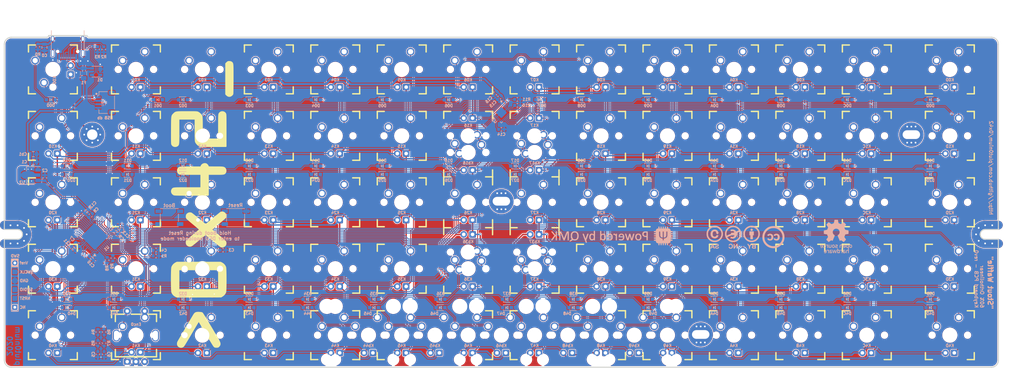
<source format=kicad_pcb>
(kicad_pcb (version 20171130) (host pcbnew "(5.1.7)-1")
  (title_block (title 0x42) (date 2020-09-16) (rev 0) (company plut0nium))
  (layers (0 F.Cu signal) (31 B.Cu signal) (34 B.Paste user) (35 F.Paste user) (36 B.SilkS user) (37 F.SilkS user) (38 B.Mask user) (39 F.Mask user) (44 Edge.Cuts user))
  (net 0 "")
  (net 1 GND)
  (net 2 +5V)
  (net 3 Shield)
  (net 4 "Net-(D000-Pad2)")
  (net 5 Row0)
  (net 6 "Net-(D001-Pad2)")
  (net 7 "Net-(D002-Pad2)")
  (net 8 "Net-(D003-Pad2)")
  (net 9 "Net-(D004-Pad2)")
  (net 10 "Net-(D005-Pad2)")
  (net 11 "Net-(D006-Pad2)")
  (net 12 "Net-(D007-Pad2)")
  (net 13 "Net-(D008-Pad2)")
  (net 14 "Net-(D009-Pad2)")
  (net 15 "Net-(D010-Pad2)")
  (net 16 "Net-(D011-Pad2)")
  (net 17 "Net-(D012-Pad2)")
  (net 18 "Net-(D013-Pad2)")
  (net 19 "Net-(D100-Pad2)")
  (net 20 Row1)
  (net 21 "Net-(D101-Pad2)")
  (net 22 "Net-(D102-Pad2)")
  (net 23 "Net-(D103-Pad2)")
  (net 24 "Net-(D104-Pad2)")
  (net 25 "Net-(D105-Pad2)")
  (net 26 "Net-(D106-Pad2)")
  (net 27 "Net-(D107-Pad2)")
  (net 28 "Net-(D108-Pad2)")
  (net 29 "Net-(D109-Pad2)")
  (net 30 "Net-(D110-Pad2)")
  (net 31 "Net-(D111-Pad2)")
  (net 32 "Net-(D112-Pad2)")
  (net 33 "Net-(D113-Pad2)")
  (net 34 "Net-(D200-Pad2)")
  (net 35 Row2)
  (net 36 "Net-(D201-Pad2)")
  (net 37 "Net-(D202-Pad2)")
  (net 38 "Net-(D203-Pad2)")
  (net 39 "Net-(D204-Pad2)")
  (net 40 "Net-(D205-Pad2)")
  (net 41 "Net-(D206-Pad2)")
  (net 42 "Net-(D207-Pad2)")
  (net 43 "Net-(D208-Pad2)")
  (net 44 "Net-(D209-Pad2)")
  (net 45 "Net-(D210-Pad2)")
  (net 46 "Net-(D211-Pad2)")
  (net 47 "Net-(D212-Pad2)")
  (net 48 "Net-(D213-Pad2)")
  (net 49 "Net-(D300-Pad2)")
  (net 50 Row3)
  (net 51 "Net-(D301-Pad2)")
  (net 52 "Net-(D302-Pad2)")
  (net 53 "Net-(D303-Pad2)")
  (net 54 "Net-(D304-Pad2)")
  (net 55 "Net-(D305-Pad2)")
  (net 56 "Net-(D306-Pad2)")
  (net 57 "Net-(D307-Pad2)")
  (net 58 "Net-(D308-Pad2)")
  (net 59 "Net-(D309-Pad2)")
  (net 60 "Net-(D310-Pad2)")
  (net 61 "Net-(D311-Pad2)")
  (net 62 "Net-(D312-Pad2)")
  (net 63 "Net-(D313-Pad2)")
  (net 64 "Net-(D400-Pad2)")
  (net 65 Row4)
  (net 66 "Net-(D401-Pad2)")
  (net 67 "Net-(D402-Pad2)")
  (net 68 "Net-(D403-Pad2)")
  (net 69 "Net-(D404-Pad2)")
  (net 70 "Net-(D405-Pad2)")
  (net 71 "Net-(D406-Pad2)")
  (net 72 "Net-(D407-Pad2)")
  (net 73 "Net-(D408-Pad2)")
  (net 74 "Net-(D409-Pad2)")
  (net 75 "Net-(D410-Pad2)")
  (net 76 "Net-(D411-Pad2)")
  (net 77 "Net-(D412-Pad2)")
  (net 78 "Net-(D413-Pad2)")
  (net 79 VBUS)
  (net 80 "Net-(J1-PadB8)")
  (net 81 "Net-(J1-PadA5)")
  (net 82 "Net-(J1-PadA8)")
  (net 83 "Net-(J1-PadB5)")
  (net 84 Col0)
  (net 85 Col1)
  (net 86 Col2)
  (net 87 Col3)
  (net 88 Col4)
  (net 89 Col5)
  (net 90 Col6)
  (net 91 Col7)
  (net 92 Col8)
  (net 93 Col9)
  (net 94 Col10)
  (net 95 Col11)
  (net 96 Col12)
  (net 97 Col13)
  (net 98 D-)
  (net 99 D+)
  (net 100 +3V3)
  (net 101 NRST)
  (net 102 BOOT0)
  (net 103 "Net-(J3-Pad6)")
  (net 104 SWDCLK)
  (net 105 SWDIO)
  (net 106 "/Key Matrix/CA1")
  (net 107 "/Key Matrix/CA7")
  (net 108 "/Key Matrix/CA6")
  (net 109 "/Key Matrix/CA5")
  (net 110 "/Key Matrix/CA4")
  (net 111 "/Key Matrix/CA2")
  (net 112 "/Key Matrix/CB1")
  (net 113 "/Key Matrix/CB2")
  (net 114 "/Key Matrix/CB3")
  (net 115 "/Key Matrix/CB4")
  (net 116 "/Key Matrix/CB5")
  (net 117 "/Key Matrix/CB6")
  (net 118 "/Key Matrix/CB7")
  (net 119 "/Key Matrix/CA3")
  (net 120 "Net-(R10-Pad2)")
  (net 121 SDA)
  (net 122 SCL)
  (net 123 "Net-(U1-Pad31)")
  (net 124 "Net-(U1-Pad30)")
  (net 125 "Net-(U1-Pad29)")
  (net 126 "Net-(U1-Pad11)")
  (net 127 "Net-(U1-Pad10)")
  (net 128 "Net-(U1-Pad6)")
  (net 129 "Net-(U3-Pad28)")
  (net 130 "Net-(U3-Pad17)")
  (net 131 "Net-(U3-Pad15)")
  (net 132 "Net-(U3-Pad14)")
  (net 133 "Net-(U3-Pad1)")
  (net 134 "Net-(C14-Pad1)")
  (net 135 Enc_A)
  (net 136 Enc_B)
  (net 137 EncOut_A)
  (net 138 EncOut_B)
  (net 139 IS31_~SDB)
  (net 140 "Net-(SW1-Pad3)")
  (net 141 "Net-(SW1-Pad2)")
  (net 142 "Net-(SW2-Pad2)")
  (net 143 "Net-(SW2-Pad3)")
  (net 144 "Net-(U1-Pad2)")
  (net 145 "Net-(U1-Pad3)")
  (net 146 "Net-(U1-Pad4)")
  (net 147 "Net-(U3-Pad4)")
  (module 0xLib_MK_Switches:MXOnly-1U (layer F.Cu) (at 221.525 116)
    (fp_text reference K207)
    (fp_text value 1U)
    (fp_text user K27 (at 0 3) (layer B.SilkS) (effects (font (size 0.8 0.8) (thickness 0.2)) (justify mirror)))
    (pad "" np_thru_hole circle (at 5.08 0 48.0996) (size 1.75 1.75) (drill 1.75) (layers *.Cu *.Mask))
    (pad "" np_thru_hole circle (at -5.08 0 48.0996) (size 1.75 1.75) (drill 1.75) (layers *.Cu *.Mask))
    (pad 4 thru_hole roundrect (at 1.27 5.08) (size 1.905 1.905) (drill 1.04) (layers *.Cu B.Mask) (roundrect_rratio 0.15) (net 112 "/Key Matrix/CB1"))
    (pad 3 thru_hole circle (at -1.27 5.08) (size 1.905 1.905) (drill 1.04) (layers *.Cu B.Mask) (net 115 "/Key Matrix/CB4"))
    (pad 1 thru_hole circle (at -3.81 -2.54) (size 2.25 2.25) (drill 1.47) (layers *.Cu B.Mask) (net 42 "Net-(D207-Pad2)"))
    (pad "" np_thru_hole circle (at 0 0) (size 3.9878 3.9878) (drill 3.9878) (layers *.Cu *.Mask))
    (pad 2 thru_hole circle (at 2.54 -5.08) (size 2.25 2.25) (drill 1.47) (layers *.Cu B.Mask) (net 91 Col7))
  )
  (module 0xLib_MK_Switches:MXOnly-1U (layer F.Cu) (at 202.475 116)
    (fp_text reference K206)
    (fp_text value 1U)
    (fp_text user K26 (at 0 3) (layer B.SilkS) (effects (font (size 0.8 0.8) (thickness 0.2)) (justify mirror)))
    (pad "" np_thru_hole circle (at 5.08 0 48.0996) (size 1.75 1.75) (drill 1.75) (layers *.Cu *.Mask))
    (pad "" np_thru_hole circle (at -5.08 0 48.0996) (size 1.75 1.75) (drill 1.75) (layers *.Cu *.Mask))
    (pad 4 thru_hole roundrect (at 1.27 5.08) (size 1.905 1.905) (drill 1.04) (layers *.Cu B.Mask) (roundrect_rratio 0.15) (net 106 "/Key Matrix/CA1"))
    (pad 3 thru_hole circle (at -1.27 5.08) (size 1.905 1.905) (drill 1.04) (layers *.Cu B.Mask) (net 110 "/Key Matrix/CA4"))
    (pad 1 thru_hole circle (at -3.81 -2.54) (size 2.25 2.25) (drill 1.47) (layers *.Cu B.Mask) (net 41 "Net-(D206-Pad2)"))
    (pad "" np_thru_hole circle (at 0 0) (size 3.9878 3.9878) (drill 3.9878) (layers *.Cu *.Mask))
    (pad 2 thru_hole circle (at 2.54 -5.08) (size 2.25 2.25) (drill 1.47) (layers *.Cu B.Mask) (net 90 Col6))
  )
  (module 0xLib_STM32:SWD_1x06_P2.54mm_POGO (layer B.Cu) (at 72.5 139.75 180)
    (fp_text reference J3 hide)
    (fp_text value SWD_CN4)
    (fp_text user NC (at -1.3 -6.35) (layer B.SilkS) (effects (font (size 0.8 0.8) (thickness 0.2)) (justify right mirror)))
    (fp_text user NRST (at -1.3 -3.81) (layer B.SilkS) (effects (font (size 0.8 0.8) (thickness 0.2)) (justify right mirror)))
    (fp_text user SWDIO (at -1.3 -1.27) (layer B.SilkS) (effects (font (size 0.8 0.8) (thickness 0.2)) (justify right mirror)))
    (fp_text user GND (at -1.3 1.27) (layer B.SilkS) (effects (font (size 0.8 0.8) (thickness 0.2)) (justify right mirror)))
    (fp_text user SWCLK (at -1.3 3.75) (layer B.SilkS) (effects (font (size 0.8 0.8) (thickness 0.2)) (justify right mirror)))
    (fp_text user Vref (at -1.3 6.35) (layer B.SilkS) (effects (font (size 0.8 0.8) (thickness 0.2)) (justify right mirror)))
    (fp_text user SWD (at -0.1 8.35 180) (layer B.SilkS) (effects (font (size 0.8 0.8) (thickness 0.2)) (justify mirror)))
    (pad 2 smd roundrect (at 0 3.81 90) (size 1.5 1.5) (layers B.Cu B.Mask) (roundrect_rratio 0.15) (net 104 SWDCLK))
    (pad 3 smd roundrect (at 0 1.27 90) (size 1.5 1.5) (layers B.Cu B.Mask) (roundrect_rratio 0.15) (net 1 GND))
    (pad 4 smd roundrect (at 0 -1.27 90) (size 1.5 1.5) (layers B.Cu B.Mask) (roundrect_rratio 0.15) (net 105 SWDIO))
    (pad 1 thru_hole circle (at 0 6.35 90) (size 1.5 1.5) (drill 0.8) (layers *.Cu B.Mask) (net 100 +3V3))
    (pad 5 smd roundrect (at 0 -3.81 90) (size 1.5 1.5) (layers B.Cu B.Mask) (roundrect_rratio 0.15) (net 101 NRST))
    (pad 6 thru_hole roundrect (at 0 -6.35 90) (size 1.5 1.5) (drill 0.8) (layers *.Cu B.Mask) (roundrect_rratio 0.15) (net 103 "Net-(J3-Pad6)"))
  )
  (module 0xLib_MK_Switches:MXOnly-1U (layer F.Cu) (at 202.475 154.1)
    (fp_text reference K406)
    (fp_text value 1U)
    (fp_text user K46 (at 0 3) (layer B.SilkS) (effects (font (size 0.8 0.8) (thickness 0.2)) (justify mirror)))
    (pad "" np_thru_hole circle (at 5.08 0 48.0996) (size 1.75 1.75) (drill 1.75) (layers *.Cu *.Mask))
    (pad "" np_thru_hole circle (at -5.08 0 48.0996) (size 1.75 1.75) (drill 1.75) (layers *.Cu *.Mask))
    (pad 4 thru_hole roundrect (at 1.27 5.08) (size 1.905 1.905) (drill 1.04) (layers *.Cu B.Mask) (roundrect_rratio 0.15) (net 106 "/Key Matrix/CA1"))
    (pad 3 thru_hole circle (at -1.27 5.08) (size 1.905 1.905) (drill 1.04) (layers *.Cu B.Mask) (net 108 "/Key Matrix/CA6"))
    (pad 1 thru_hole circle (at -3.81 -2.54) (size 2.25 2.25) (drill 1.47) (layers *.Cu B.Mask) (net 71 "Net-(D406-Pad2)"))
    (pad "" np_thru_hole circle (at 0 0) (size 3.9878 3.9878) (drill 3.9878) (layers *.Cu *.Mask))
    (pad 2 thru_hole circle (at 2.54 -5.08) (size 2.25 2.25) (drill 1.47) (layers *.Cu B.Mask) (net 90 Col6))
  )
  (module 0xLib_MK_Switches:MXOnly-1U (layer F.Cu) (at 183.425 154.1)
    (fp_text reference K405)
    (fp_text value 1U)
    (fp_text user K45 (at 0 3) (layer B.SilkS) (effects (font (size 0.8 0.8) (thickness 0.2)) (justify mirror)))
    (pad "" np_thru_hole circle (at 5.08 0 48.0996) (size 1.75 1.75) (drill 1.75) (layers *.Cu *.Mask))
    (pad "" np_thru_hole circle (at -5.08 0 48.0996) (size 1.75 1.75) (drill 1.75) (layers *.Cu *.Mask))
    (pad 4 thru_hole roundrect (at 1.27 5.08) (size 1.905 1.905) (drill 1.04) (layers *.Cu B.Mask) (roundrect_rratio 0.15) (net 111 "/Key Matrix/CA2"))
    (pad 3 thru_hole circle (at -1.27 5.08) (size 1.905 1.905) (drill 1.04) (layers *.Cu B.Mask) (net 108 "/Key Matrix/CA6"))
    (pad 1 thru_hole circle (at -3.81 -2.54) (size 2.25 2.25) (drill 1.47) (layers *.Cu B.Mask) (net 70 "Net-(D405-Pad2)"))
    (pad "" np_thru_hole circle (at 0 0) (size 3.9878 3.9878) (drill 3.9878) (layers *.Cu *.Mask))
    (pad 2 thru_hole circle (at 2.54 -5.08) (size 2.25 2.25) (drill 1.47) (layers *.Cu B.Mask) (net 89 Col5))
  )
  (module 0xLib_MK_Switches:MXOnly-2U-ReversedStabilizers (layer F.Cu) (at 192.95 154.1)
    (fp_text reference Kb405)
    (fp_text value 2U)
    (fp_text user Kb45 (at 0 3) (layer B.SilkS) (effects (font (size 0.8 0.8) (thickness 0.2)) (justify mirror)))
    (pad "" np_thru_hole circle (at 11.938 -8.255) (size 3.9878 3.9878) (drill 3.9878) (layers *.Cu *.Mask))
    (pad "" np_thru_hole circle (at -11.938 -8.255) (size 3.9878 3.9878) (drill 3.9878) (layers *.Cu *.Mask))
    (pad "" np_thru_hole circle (at 11.938 6.985) (size 3.048 3.048) (drill 3.048) (layers *.Cu *.Mask))
    (pad "" np_thru_hole circle (at -11.938 6.985) (size 3.048 3.048) (drill 3.048) (layers *.Cu *.Mask))
    (pad "" np_thru_hole circle (at 5.08 0 48.0996) (size 1.75 1.75) (drill 1.75) (layers *.Cu *.Mask))
    (pad "" np_thru_hole circle (at -5.08 0 48.0996) (size 1.75 1.75) (drill 1.75) (layers *.Cu *.Mask))
    (pad 4 thru_hole roundrect (at 1.27 5.08) (size 1.905 1.905) (drill 1.04) (layers *.Cu B.Mask) (roundrect_rratio 0.15) (net 111 "/Key Matrix/CA2"))
    (pad 3 thru_hole circle (at -1.27 5.08) (size 1.905 1.905) (drill 1.04) (layers *.Cu B.Mask) (net 108 "/Key Matrix/CA6"))
    (pad 1 thru_hole circle (at -3.81 -2.54) (size 2.25 2.25) (drill 1.47) (layers *.Cu B.Mask) (net 70 "Net-(D405-Pad2)"))
    (pad "" np_thru_hole circle (at 0 0) (size 3.9878 3.9878) (drill 3.9878) (layers *.Cu *.Mask))
    (pad 2 thru_hole circle (at 2.54 -5.08) (size 2.25 2.25) (drill 1.47) (layers *.Cu B.Mask) (net 89 Col5))
  )
  (module 0xLib_MK_Switches:MXOnly-1U (layer F.Cu) (at 221.525 154.1)
    (fp_text reference K407)
    (fp_text value 1U)
    (fp_text user K47 (at 0 3) (layer B.SilkS) (effects (font (size 0.8 0.8) (thickness 0.2)) (justify mirror)))
    (pad "" np_thru_hole circle (at 5.08 0 48.0996) (size 1.75 1.75) (drill 1.75) (layers *.Cu *.Mask))
    (pad "" np_thru_hole circle (at -5.08 0 48.0996) (size 1.75 1.75) (drill 1.75) (layers *.Cu *.Mask))
    (pad 4 thru_hole roundrect (at 1.27 5.08) (size 1.905 1.905) (drill 1.04) (layers *.Cu B.Mask) (roundrect_rratio 0.15) (net 112 "/Key Matrix/CB1"))
    (pad 3 thru_hole circle (at -1.27 5.08) (size 1.905 1.905) (drill 1.04) (layers *.Cu B.Mask) (net 117 "/Key Matrix/CB6"))
    (pad 1 thru_hole circle (at -3.81 -2.54) (size 2.25 2.25) (drill 1.47) (layers *.Cu B.Mask) (net 72 "Net-(D407-Pad2)"))
    (pad "" np_thru_hole circle (at 0 0) (size 3.9878 3.9878) (drill 3.9878) (layers *.Cu *.Mask))
    (pad 2 thru_hole circle (at 2.54 -5.08) (size 2.25 2.25) (drill 1.47) (layers *.Cu B.Mask) (net 91 Col7))
  )
  (module 0xLib_MK_Switches:MXOnly-1U (layer F.Cu) (at 240.575 154.1)
    (fp_text reference K408)
    (fp_text value 1U)
    (fp_text user K48 (at 0 3) (layer B.SilkS) (effects (font (size 0.8 0.8) (thickness 0.2)) (justify mirror)))
    (pad "" np_thru_hole circle (at 5.08 0 48.0996) (size 1.75 1.75) (drill 1.75) (layers *.Cu *.Mask))
    (pad "" np_thru_hole circle (at -5.08 0 48.0996) (size 1.75 1.75) (drill 1.75) (layers *.Cu *.Mask))
    (pad 4 thru_hole roundrect (at 1.27 5.08) (size 1.905 1.905) (drill 1.04) (layers *.Cu B.Mask) (roundrect_rratio 0.15) (net 113 "/Key Matrix/CB2"))
    (pad 3 thru_hole circle (at -1.27 5.08) (size 1.905 1.905) (drill 1.04) (layers *.Cu B.Mask) (net 117 "/Key Matrix/CB6"))
    (pad 1 thru_hole circle (at -3.81 -2.54) (size 2.25 2.25) (drill 1.47) (layers *.Cu B.Mask) (net 73 "Net-(D408-Pad2)"))
    (pad "" np_thru_hole circle (at 0 0) (size 3.9878 3.9878) (drill 3.9878) (layers *.Cu *.Mask))
    (pad 2 thru_hole circle (at 2.54 -5.08) (size 2.25 2.25) (drill 1.47) (layers *.Cu B.Mask) (net 92 Col8))
  )
  (module 0xLib_MK_Switches:MXOnly-2U-ReversedStabilizers (layer F.Cu) (at 231.05 154.1)
    (fp_text reference Kb408)
    (fp_text value 2U)
    (fp_text user Kb48 (at 0 3) (layer B.SilkS) (effects (font (size 0.8 0.8) (thickness 0.2)) (justify mirror)))
    (pad "" np_thru_hole circle (at 11.938 -8.255) (size 3.9878 3.9878) (drill 3.9878) (layers *.Cu *.Mask))
    (pad "" np_thru_hole circle (at -11.938 -8.255) (size 3.9878 3.9878) (drill 3.9878) (layers *.Cu *.Mask))
    (pad "" np_thru_hole circle (at 11.938 6.985) (size 3.048 3.048) (drill 3.048) (layers *.Cu *.Mask))
    (pad "" np_thru_hole circle (at -11.938 6.985) (size 3.048 3.048) (drill 3.048) (layers *.Cu *.Mask))
    (pad "" np_thru_hole circle (at 5.08 0 48.0996) (size 1.75 1.75) (drill 1.75) (layers *.Cu *.Mask))
    (pad "" np_thru_hole circle (at -5.08 0 48.0996) (size 1.75 1.75) (drill 1.75) (layers *.Cu *.Mask))
    (pad 4 thru_hole roundrect (at 1.27 5.08) (size 1.905 1.905) (drill 1.04) (layers *.Cu B.Mask) (roundrect_rratio 0.15) (net 113 "/Key Matrix/CB2"))
    (pad 3 thru_hole circle (at -1.27 5.08) (size 1.905 1.905) (drill 1.04) (layers *.Cu B.Mask) (net 117 "/Key Matrix/CB6"))
    (pad 1 thru_hole circle (at -3.81 -2.54) (size 2.25 2.25) (drill 1.47) (layers *.Cu B.Mask) (net 73 "Net-(D408-Pad2)"))
    (pad "" np_thru_hole circle (at 0 0) (size 3.9878 3.9878) (drill 3.9878) (layers *.Cu *.Mask))
    (pad 2 thru_hole circle (at 2.54 -5.08) (size 2.25 2.25) (drill 1.47) (layers *.Cu B.Mask) (net 92 Col8))
  )
  (module Package_DFN_QFN:QFN-48-1EP_7x7mm_P0.5mm_EP5.6x5.6mm (layer B.Cu) (at 95.4 125.8 45)
    (fp_text reference U1 (at 0 4.82 45) (layer B.SilkS) (effects (font (size 0.8 0.8) (thickness 0.2)) (justify mirror)))
    (fp_text value STM32F072CBUx)
    (pad 49 smd roundrect (at 0 0 45) (size 5.6 5.6) (layers B.Cu B.Mask) (roundrect_rratio 0.044643) (net 1 GND))
    (pad 1 smd roundrect (at -3.4375 2.75 45) (size 0.875 0.25) (layers B.Cu B.Paste B.Mask) (net 100 +3V3))
    (pad 2 smd roundrect (at -3.4375 2.25 45) (size 0.875 0.25) (layers B.Cu B.Paste B.Mask) (net 144 "Net-(U1-Pad2)"))
    (pad 3 smd roundrect (at -3.4375 1.75 45) (size 0.875 0.25) (layers B.Cu B.Paste B.Mask) (net 145 "Net-(U1-Pad3)"))
    (pad 4 smd roundrect (at -3.4375 1.25 45) (size 0.875 0.25) (layers B.Cu B.Paste B.Mask) (net 146 "Net-(U1-Pad4)"))
    (pad 5 smd roundrect (at -3.4375 0.75 45) (size 0.875 0.25) (layers B.Cu B.Paste B.Mask) (net 139 IS31_~SDB))
    (pad 6 smd roundrect (at -3.4375 0.25 45) (size 0.875 0.25) (layers B.Cu B.Paste B.Mask) (net 128 "Net-(U1-Pad6)"))
    (pad 7 smd roundrect (at -3.4375 -0.25 45) (size 0.875 0.25) (layers B.Cu B.Paste B.Mask) (net 101 NRST))
    (pad 8 smd roundrect (at -3.4375 -0.75 45) (size 0.875 0.25) (layers B.Cu B.Paste B.Mask) (net 1 GND))
    (pad 9 smd roundrect (at -3.4375 -1.25 45) (size 0.875 0.25) (layers B.Cu B.Paste B.Mask) (net 100 +3V3))
    (pad 10 smd roundrect (at -3.4375 -1.75 45) (size 0.875 0.25) (layers B.Cu B.Paste B.Mask) (net 127 "Net-(U1-Pad10)"))
    (pad 11 smd roundrect (at -3.4375 -2.25 45) (size 0.875 0.25) (layers B.Cu B.Paste B.Mask) (net 126 "Net-(U1-Pad11)"))
    (pad 12 smd roundrect (at -3.4375 -2.75 45) (size 0.875 0.25) (layers B.Cu B.Paste B.Mask) (net 84 Col0))
    (pad 13 smd roundrect (at -2.75 -3.4375 45) (size 0.25 0.875) (layers B.Cu B.Paste B.Mask) (net 91 Col7))
    (pad 14 smd roundrect (at -2.25 -3.4375 45) (size 0.25 0.875) (layers B.Cu B.Paste B.Mask) (net 92 Col8))
    (pad 15 smd roundrect (at -1.75 -3.4375 45) (size 0.25 0.875) (layers B.Cu B.Paste B.Mask) (net 93 Col9))
    (pad 16 smd roundrect (at -1.25 -3.4375 45) (size 0.25 0.875) (layers B.Cu B.Paste B.Mask) (net 137 EncOut_A))
    (pad 17 smd roundrect (at -0.75 -3.4375 45) (size 0.25 0.875) (layers B.Cu B.Paste B.Mask) (net 138 EncOut_B))
    (pad 18 smd roundrect (at -0.25 -3.4375 45) (size 0.25 0.875) (layers B.Cu B.Paste B.Mask) (net 65 Row4))
    (pad 19 smd roundrect (at 0.25 -3.4375 45) (size 0.25 0.875) (layers B.Cu B.Paste B.Mask) (net 50 Row3))
    (pad 20 smd roundrect (at 0.75 -3.4375 45) (size 0.25 0.875) (layers B.Cu B.Paste B.Mask) (net 35 Row2))
    (pad 21 smd roundrect (at 1.25 -3.4375 45) (size 0.25 0.875) (layers B.Cu B.Paste B.Mask) (net 20 Row1))
    (pad 22 smd roundrect (at 1.75 -3.4375 45) (size 0.25 0.875) (layers B.Cu B.Paste B.Mask) (net 5 Row0))
    (pad 23 smd roundrect (at 2.25 -3.4375 45) (size 0.25 0.875) (layers B.Cu B.Paste B.Mask) (net 1 GND))
    (pad 24 smd roundrect (at 2.75 -3.4375 45) (size 0.25 0.875) (layers B.Cu B.Paste B.Mask) (net 100 +3V3))
    (pad 25 smd roundrect (at 3.4375 -2.75 45) (size 0.875 0.25) (layers B.Cu B.Paste B.Mask) (net 94 Col10))
    (pad 26 smd roundrect (at 3.4375 -2.25 45) (size 0.875 0.25) (layers B.Cu B.Paste B.Mask) (net 95 Col11))
    (pad 27 smd roundrect (at 3.4375 -1.75 45) (size 0.875 0.25) (layers B.Cu B.Paste B.Mask) (net 96 Col12))
    (pad 28 smd roundrect (at 3.4375 -1.25 45) (size 0.875 0.25) (layers B.Cu B.Paste B.Mask) (net 97 Col13))
    (pad 29 smd roundrect (at 3.4375 -0.75 45) (size 0.875 0.25) (layers B.Cu B.Paste B.Mask) (net 125 "Net-(U1-Pad29)"))
    (pad 30 smd roundrect (at 3.4375 -0.25 45) (size 0.875 0.25) (layers B.Cu B.Paste B.Mask) (net 124 "Net-(U1-Pad30)"))
    (pad 31 smd roundrect (at 3.4375 0.25 45) (size 0.875 0.25) (layers B.Cu B.Paste B.Mask) (net 123 "Net-(U1-Pad31)"))
    (pad 32 smd roundrect (at 3.4375 0.75 45) (size 0.875 0.25) (layers B.Cu B.Paste B.Mask) (net 98 D-))
    (pad 33 smd roundrect (at 3.4375 1.25 45) (size 0.875 0.25) (layers B.Cu B.Paste B.Mask) (net 99 D+))
    (pad 34 smd roundrect (at 3.4375 1.75 45) (size 0.875 0.25) (layers B.Cu B.Paste B.Mask) (net 105 SWDIO))
    (pad 35 smd roundrect (at 3.4375 2.25 45) (size 0.875 0.25) (layers B.Cu B.Paste B.Mask) (net 1 GND))
    (pad 36 smd roundrect (at 3.4375 2.75 45) (size 0.875 0.25) (layers B.Cu B.Paste B.Mask) (net 100 +3V3))
    (pad 37 smd roundrect (at 2.75 3.4375 45) (size 0.25 0.875) (layers B.Cu B.Paste B.Mask) (net 104 SWDCLK))
    (pad 38 smd roundrect (at 2.25 3.4375 45) (size 0.25 0.875) (layers B.Cu B.Paste B.Mask) (net 90 Col6))
    (pad 39 smd roundrect (at 1.75 3.4375 45) (size 0.25 0.875) (layers B.Cu B.Paste B.Mask) (net 89 Col5))
    (pad 40 smd roundrect (at 1.25 3.4375 45) (size 0.25 0.875) (layers B.Cu B.Paste B.Mask) (net 88 Col4))
    (pad 41 smd roundrect (at 0.75 3.4375 45) (size 0.25 0.875) (layers B.Cu B.Paste B.Mask) (net 87 Col3))
    (pad 42 smd roundrect (at 0.25 3.4375 45) (size 0.25 0.875) (layers B.Cu B.Paste B.Mask) (net 86 Col2))
    (pad 43 smd roundrect (at -0.25 3.4375 45) (size 0.25 0.875) (layers B.Cu B.Paste B.Mask) (net 85 Col1))
    (pad 44 smd roundrect (at -0.75 3.4375 45) (size 0.25 0.875) (layers B.Cu B.Paste B.Mask) (net 102 BOOT0))
    (pad 45 smd roundrect (at -1.25 3.4375 45) (size 0.25 0.875) (layers B.Cu B.Paste B.Mask) (net 122 SCL))
    (pad 46 smd roundrect (at -1.75 3.4375 45) (size 0.25 0.875) (layers B.Cu B.Paste B.Mask) (net 121 SDA))
    (pad 47 smd roundrect (at -2.25 3.4375 45) (size 0.25 0.875) (layers B.Cu B.Paste B.Mask) (net 1 GND))
    (pad 48 smd roundrect (at -2.75 3.4375 45) (size 0.25 0.875) (layers B.Cu B.Paste B.Mask) (net 100 +3V3))
  )
  (module 0xLib_Graphics:oshw (layer B.Cu) (at 308 125.8 180)
    (fp_text reference G*** hide)
    (fp_text value LOGO hide)
  )
  (module Package_DFN_QFN:QFN-28-1EP_4x4mm_P0.4mm_EP2.3x2.3mm (layer B.Cu) (at 212 90.28125 225)
    (fp_text reference U3 (at 3.053817 -0.22539 315) (layer B.SilkS) (effects (font (size 0.8 0.8) (thickness 0.2)) (justify mirror)))
    (fp_text value IS31FL3731-QF)
    (pad 29 smd roundrect (at 0 0 225) (size 2.3 2.3) (layers B.Cu B.Mask) (roundrect_rratio 0.108696) (net 1 GND))
    (pad 1 smd roundrect (at -1.9375 1.2 225) (size 0.825 0.2) (layers B.Cu B.Paste B.Mask) (net 133 "Net-(U3-Pad1)"))
    (pad 2 smd roundrect (at -1.9375 0.8 225) (size 0.825 0.2) (layers B.Cu B.Paste B.Mask) (net 2 +5V))
    (pad 3 smd roundrect (at -1.9375 0.4 225) (size 0.825 0.2) (layers B.Cu B.Paste B.Mask) (net 139 IS31_~SDB))
    (pad 4 smd roundrect (at -1.9375 0 225) (size 0.825 0.2) (layers B.Cu B.Paste B.Mask) (net 147 "Net-(U3-Pad4)"))
    (pad 5 smd roundrect (at -1.9375 -0.4 225) (size 0.825 0.2) (layers B.Cu B.Paste B.Mask) (net 1 GND))
    (pad 6 smd roundrect (at -1.9375 -0.8 225) (size 0.825 0.2) (layers B.Cu B.Paste B.Mask) (net 120 "Net-(R10-Pad2)"))
    (pad 7 smd roundrect (at -1.9375 -1.2 225) (size 0.825 0.2) (layers B.Cu B.Paste B.Mask) (net 112 "/Key Matrix/CB1"))
    (pad 8 smd roundrect (at -1.2 -1.9375 225) (size 0.2 0.825) (layers B.Cu B.Paste B.Mask) (net 113 "/Key Matrix/CB2"))
    (pad 9 smd roundrect (at -0.8 -1.9375 225) (size 0.2 0.825) (layers B.Cu B.Paste B.Mask) (net 114 "/Key Matrix/CB3"))
    (pad 10 smd roundrect (at -0.4 -1.9375 225) (size 0.2 0.825) (layers B.Cu B.Paste B.Mask) (net 115 "/Key Matrix/CB4"))
    (pad 11 smd roundrect (at 0 -1.9375 225) (size 0.2 0.825) (layers B.Cu B.Paste B.Mask) (net 116 "/Key Matrix/CB5"))
    (pad 12 smd roundrect (at 0.4 -1.9375 225) (size 0.2 0.825) (layers B.Cu B.Paste B.Mask) (net 117 "/Key Matrix/CB6"))
    (pad 13 smd roundrect (at 0.8 -1.9375 225) (size 0.2 0.825) (layers B.Cu B.Paste B.Mask) (net 118 "/Key Matrix/CB7"))
    (pad 14 smd roundrect (at 1.2 -1.9375 225) (size 0.2 0.825) (layers B.Cu B.Paste B.Mask) (net 132 "Net-(U3-Pad14)"))
    (pad 15 smd roundrect (at 1.9375 -1.2 225) (size 0.825 0.2) (layers B.Cu B.Paste B.Mask) (net 131 "Net-(U3-Pad15)"))
    (pad 16 smd roundrect (at 1.9375 -0.8 225) (size 0.825 0.2) (layers B.Cu B.Paste B.Mask) (net 134 "Net-(C14-Pad1)"))
    (pad 17 smd roundrect (at 1.9375 -0.4 225) (size 0.825 0.2) (layers B.Cu B.Paste B.Mask) (net 130 "Net-(U3-Pad17)"))
    (pad 18 smd roundrect (at 1.9375 0 225) (size 0.825 0.2) (layers B.Cu B.Paste B.Mask) (net 1 GND))
    (pad 19 smd roundrect (at 1.9375 0.4 225) (size 0.825 0.2) (layers B.Cu B.Paste B.Mask) (net 121 SDA))
    (pad 20 smd roundrect (at 1.9375 0.8 225) (size 0.825 0.2) (layers B.Cu B.Paste B.Mask) (net 122 SCL))
    (pad 21 smd roundrect (at 1.9375 1.2 225) (size 0.825 0.2) (layers B.Cu B.Paste B.Mask) (net 106 "/Key Matrix/CA1"))
    (pad 22 smd roundrect (at 1.2 1.9375 225) (size 0.2 0.825) (layers B.Cu B.Paste B.Mask) (net 111 "/Key Matrix/CA2"))
    (pad 23 smd roundrect (at 0.8 1.9375 225) (size 0.2 0.825) (layers B.Cu B.Paste B.Mask) (net 119 "/Key Matrix/CA3"))
    (pad 24 smd roundrect (at 0.4 1.9375 225) (size 0.2 0.825) (layers B.Cu B.Paste B.Mask) (net 110 "/Key Matrix/CA4"))
    (pad 25 smd roundrect (at 0 1.9375 225) (size 0.2 0.825) (layers B.Cu B.Paste B.Mask) (net 109 "/Key Matrix/CA5"))
    (pad 26 smd roundrect (at -0.4 1.9375 225) (size 0.2 0.825) (layers B.Cu B.Paste B.Mask) (net 108 "/Key Matrix/CA6"))
    (pad 27 smd roundrect (at -0.8 1.9375 225) (size 0.2 0.825) (layers B.Cu B.Paste B.Mask) (net 107 "/Key Matrix/CA7"))
    (pad 28 smd roundrect (at -1.2 1.9375 225) (size 0.2 0.825) (layers B.Cu B.Paste B.Mask) (net 129 "Net-(U3-Pad28)"))
  )
  (module 0xLib_Graphics:qmk-powered-by (layer B.Cu) (at 243.6 125.6 180)
    (fp_text reference G*** hide)
    (fp_text value LOGO hide)
  )
  (module 0xLib_Graphics:cc-by-nc-sa.eu.noframe (layer B.Cu) (at 282 126 180)
    (fp_text reference G*** hide)
    (fp_text value LOGO hide)
  )
  (module 0xLib_MK_Switches:MXOnly-1U (layer F.Cu) (at 126.275 154.1)
    (fp_text reference K402)
    (fp_text value 1U)
    (fp_text user K42 (at 0 3) (layer B.SilkS) (effects (font (size 0.8 0.8) (thickness 0.2)) (justify mirror)))
    (pad "" np_thru_hole circle (at 5.08 0 48.0996) (size 1.75 1.75) (drill 1.75) (layers *.Cu *.Mask))
    (pad "" np_thru_hole circle (at -5.08 0 48.0996) (size 1.75 1.75) (drill 1.75) (layers *.Cu *.Mask))
    (pad 4 thru_hole roundrect (at 1.27 5.08) (size 1.905 1.905) (drill 1.04) (layers *.Cu B.Mask) (roundrect_rratio 0.15) (net 109 "/Key Matrix/CA5"))
    (pad 3 thru_hole circle (at -1.27 5.08) (size 1.905 1.905) (drill 1.04) (layers *.Cu B.Mask) (net 108 "/Key Matrix/CA6"))
    (pad 1 thru_hole circle (at -3.81 -2.54) (size 2.25 2.25) (drill 1.47) (layers *.Cu B.Mask) (net 67 "Net-(D402-Pad2)"))
    (pad "" np_thru_hole circle (at 0 0) (size 3.9878 3.9878) (drill 3.9878) (layers *.Cu *.Mask))
    (pad 2 thru_hole circle (at 2.54 -5.08) (size 2.25 2.25) (drill 1.47) (layers *.Cu B.Mask) (net 86 Col2))
  )
  (module 0xLib_MK_Switches:MXOnly-1U (layer F.Cu) (at 126.275 135.05)
    (fp_text reference K302)
    (fp_text value 1U)
    (fp_text user K32 (at 0 3) (layer B.SilkS) (effects (font (size 0.8 0.8) (thickness 0.2)) (justify mirror)))
    (pad "" np_thru_hole circle (at 5.08 0 48.0996) (size 1.75 1.75) (drill 1.75) (layers *.Cu *.Mask))
    (pad "" np_thru_hole circle (at -5.08 0 48.0996) (size 1.75 1.75) (drill 1.75) (layers *.Cu *.Mask))
    (pad 4 thru_hole roundrect (at 1.27 5.08) (size 1.905 1.905) (drill 1.04) (layers *.Cu B.Mask) (roundrect_rratio 0.15) (net 109 "/Key Matrix/CA5"))
    (pad 3 thru_hole circle (at -1.27 5.08) (size 1.905 1.905) (drill 1.04) (layers *.Cu B.Mask) (net 110 "/Key Matrix/CA4"))
    (pad 1 thru_hole circle (at -3.81 -2.54) (size 2.25 2.25) (drill 1.47) (layers *.Cu B.Mask) (net 52 "Net-(D302-Pad2)"))
    (pad "" np_thru_hole circle (at 0 0) (size 3.9878 3.9878) (drill 3.9878) (layers *.Cu *.Mask))
    (pad 2 thru_hole circle (at 2.54 -5.08) (size 2.25 2.25) (drill 1.47) (layers *.Cu B.Mask) (net 86 Col2))
  )
  (module 0xLib_MK_Switches:MXOnly-1U (layer F.Cu) (at 126.275 116)
    (fp_text reference K202)
    (fp_text value 1U)
    (fp_text user K22 (at 0 3) (layer B.SilkS) (effects (font (size 0.8 0.8) (thickness 0.2)) (justify mirror)))
    (pad "" np_thru_hole circle (at 5.08 0 48.0996) (size 1.75 1.75) (drill 1.75) (layers *.Cu *.Mask))
    (pad "" np_thru_hole circle (at -5.08 0 48.0996) (size 1.75 1.75) (drill 1.75) (layers *.Cu *.Mask))
    (pad 4 thru_hole roundrect (at 1.27 5.08) (size 1.905 1.905) (drill 1.04) (layers *.Cu B.Mask) (roundrect_rratio 0.15) (net 109 "/Key Matrix/CA5"))
    (pad 3 thru_hole circle (at -1.27 5.08) (size 1.905 1.905) (drill 1.04) (layers *.Cu B.Mask) (net 119 "/Key Matrix/CA3"))
    (pad 1 thru_hole circle (at -3.81 -2.54) (size 2.25 2.25) (drill 1.47) (layers *.Cu B.Mask) (net 37 "Net-(D202-Pad2)"))
    (pad "" np_thru_hole circle (at 0 0) (size 3.9878 3.9878) (drill 3.9878) (layers *.Cu *.Mask))
    (pad 2 thru_hole circle (at 2.54 -5.08) (size 2.25 2.25) (drill 1.47) (layers *.Cu B.Mask) (net 86 Col2))
  )
  (module 0xLib_MK_Switches:MXOnly-1U (layer F.Cu) (at 126.275 96.95)
    (fp_text reference K102)
    (fp_text value 1U)
    (fp_text user K12 (at 0 3) (layer B.SilkS) (effects (font (size 0.8 0.8) (thickness 0.2)) (justify mirror)))
    (pad "" np_thru_hole circle (at 5.08 0 48.0996) (size 1.75 1.75) (drill 1.75) (layers *.Cu *.Mask))
    (pad "" np_thru_hole circle (at -5.08 0 48.0996) (size 1.75 1.75) (drill 1.75) (layers *.Cu *.Mask))
    (pad 4 thru_hole roundrect (at 1.27 5.08) (size 1.905 1.905) (drill 1.04) (layers *.Cu B.Mask) (roundrect_rratio 0.15) (net 109 "/Key Matrix/CA5"))
    (pad 3 thru_hole circle (at -1.27 5.08) (size 1.905 1.905) (drill 1.04) (layers *.Cu B.Mask) (net 111 "/Key Matrix/CA2"))
    (pad 1 thru_hole circle (at -3.81 -2.54) (size 2.25 2.25) (drill 1.47) (layers *.Cu B.Mask) (net 22 "Net-(D102-Pad2)"))
    (pad "" np_thru_hole circle (at 0 0) (size 3.9878 3.9878) (drill 3.9878) (layers *.Cu *.Mask))
    (pad 2 thru_hole circle (at 2.54 -5.08) (size 2.25 2.25) (drill 1.47) (layers *.Cu B.Mask) (net 86 Col2))
  )
  (module 0xLib_MK_Switches:MXOnly-1U (layer F.Cu) (at 126.275 77.9)
    (fp_text reference K002)
    (fp_text value 1U)
    (fp_text user K02 (at 0 3) (layer B.SilkS) (effects (font (size 0.8 0.8) (thickness 0.2)) (justify mirror)))
    (pad "" np_thru_hole circle (at 5.08 0 48.0996) (size 1.75 1.75) (drill 1.75) (layers *.Cu *.Mask))
    (pad "" np_thru_hole circle (at -5.08 0 48.0996) (size 1.75 1.75) (drill 1.75) (layers *.Cu *.Mask))
    (pad 4 thru_hole roundrect (at 1.27 5.08) (size 1.905 1.905) (drill 1.04) (layers *.Cu B.Mask) (roundrect_rratio 0.15) (net 109 "/Key Matrix/CA5"))
    (pad 3 thru_hole circle (at -1.27 5.08) (size 1.905 1.905) (drill 1.04) (layers *.Cu B.Mask) (net 106 "/Key Matrix/CA1"))
    (pad 1 thru_hole circle (at -3.81 -2.54) (size 2.25 2.25) (drill 1.47) (layers *.Cu B.Mask) (net 7 "Net-(D002-Pad2)"))
    (pad "" np_thru_hole circle (at 0 0) (size 3.9878 3.9878) (drill 3.9878) (layers *.Cu *.Mask))
    (pad 2 thru_hole circle (at 2.54 -5.08) (size 2.25 2.25) (drill 1.47) (layers *.Cu B.Mask) (net 86 Col2))
  )
  (module drawings:0x42_82x18mm (layer F.Cu) (at 126.2 116.6 90)
    (fp_text reference G*** hide)
    (fp_text value LOGO hide)
  )
  (module Connector_JST:JST_SH_SM04B-SRSS-TB_1x04-1MP_P1.00mm_Horizontal (layer B.Cu) (at 98.4 87.4 270)
    (fp_text reference J2 hide)
    (fp_text value Conn_01x04)
    (fp_text user "USB db" (at 4.4 0) (layer B.SilkS) (effects (font (size 0.8 0.8) (thickness 0.2)) (justify mirror)))
    (pad 1 smd roundrect (at -1.5 2 270) (size 0.6 1.55) (layers B.Cu B.Paste B.Mask) (net 2 +5V))
    (pad 2 smd roundrect (at -0.5 2 270) (size 0.6 1.55) (layers B.Cu B.Paste B.Mask) (net 98 D-))
    (pad 3 smd roundrect (at 0.5 2 270) (size 0.6 1.55) (layers B.Cu B.Paste B.Mask) (net 99 D+))
    (pad 4 smd roundrect (at 1.5 2 270) (size 0.6 1.55) (layers B.Cu B.Paste B.Mask) (net 1 GND))
    (pad MP smd roundrect (at -2.8 -1.875 270) (size 1.2 1.8) (layers B.Cu B.Paste B.Mask) (roundrect_rratio 0.208333))
    (pad MP smd roundrect (at 2.8 -1.875 270) (size 1.2 1.8) (layers B.Cu B.Paste B.Mask) (roundrect_rratio 0.208333))
  )
  (module 0xLib_Encoder:RotaryEncoder_Alps_EC11E-Switch_Vertical (layer F.Cu) (at 107.225 154.2 90)
    (fp_text reference Enc0 hide)
    (fp_text value Rotary_Encoder_Switch)
    (fp_text user %R (at 3.2 0.025 180) (layer B.SilkS) (effects (font (size 0.8 0.8) (thickness 0.2)) (justify mirror)))
    (pad S1 thru_hole circle (at 7 2.5 90) (size 2 2) (drill 1) (layers *.Cu B.Mask) (net 85 Col1))
    (pad S2 thru_hole circle (at 7 -2.5 90) (size 2 2) (drill 1) (layers *.Cu B.Mask) (net 66 "Net-(D401-Pad2)"))
    (pad MP thru_hole oval (at 0 5.6 90) (size 3.4 2) (drill oval 2.8 1.4) (layers *.Cu *.Mask))
    (pad MP thru_hole oval (at 0 -5.6 90) (size 3.4 2) (drill oval 2.8 1.4) (layers *.Cu *.Mask))
    (pad B thru_hole circle (at -7.5 2.5 90) (size 2 2) (drill 1) (layers *.Cu B.Mask) (net 136 Enc_B))
    (pad C thru_hole circle (at -7.5 0 90) (size 2 2) (drill 1) (layers *.Cu B.Mask) (net 1 GND))
    (pad A thru_hole roundrect (at -7.5 -2.5 90) (size 1.7 2) (drill 1) (layers *.Cu B.Mask) (roundrect_rratio 0.15) (net 135 Enc_A))
  )
  (module 0xLib_MK_Switches:MXOnly-2U-ReversedStabilizers (layer F.Cu) (at 250.1 154.1)
    (fp_text reference Kb409)
    (fp_text value 2U)
    (fp_text user Kb49 (at 0 3) (layer B.SilkS) (effects (font (size 0.8 0.8) (thickness 0.2)) (justify mirror)))
    (pad "" np_thru_hole circle (at 11.938 -8.255) (size 3.9878 3.9878) (drill 3.9878) (layers *.Cu *.Mask))
    (pad "" np_thru_hole circle (at -11.938 -8.255) (size 3.9878 3.9878) (drill 3.9878) (layers *.Cu *.Mask))
    (pad "" np_thru_hole circle (at 11.938 6.985) (size 3.048 3.048) (drill 3.048) (layers *.Cu *.Mask))
    (pad "" np_thru_hole circle (at -11.938 6.985) (size 3.048 3.048) (drill 3.048) (layers *.Cu *.Mask))
    (pad "" np_thru_hole circle (at 5.08 0 48.0996) (size 1.75 1.75) (drill 1.75) (layers *.Cu *.Mask))
    (pad "" np_thru_hole circle (at -5.08 0 48.0996) (size 1.75 1.75) (drill 1.75) (layers *.Cu *.Mask))
    (pad 4 thru_hole roundrect (at 1.27 5.08) (size 1.905 1.905) (drill 1.04) (layers *.Cu B.Mask) (roundrect_rratio 0.15) (net 114 "/Key Matrix/CB3"))
    (pad 3 thru_hole circle (at -1.27 5.08) (size 1.905 1.905) (drill 1.04) (layers *.Cu B.Mask) (net 117 "/Key Matrix/CB6"))
    (pad 1 thru_hole circle (at -3.81 -2.54) (size 2.25 2.25) (drill 1.47) (layers *.Cu B.Mask) (net 74 "Net-(D409-Pad2)"))
    (pad "" np_thru_hole circle (at 0 0) (size 3.9878 3.9878) (drill 3.9878) (layers *.Cu *.Mask))
    (pad 2 thru_hole circle (at 2.54 -5.08) (size 2.25 2.25) (drill 1.47) (layers *.Cu B.Mask) (net 93 Col9))
  )
  (module 0xLib_MK_Switches:MXOnly-2U-ReversedStabilizers (layer F.Cu) (at 212 154.1)
    (fp_text reference Kb406)
    (fp_text value 2U)
    (fp_text user Kb46 (at 0 3) (layer B.SilkS) (effects (font (size 0.8 0.8) (thickness 0.2)) (justify mirror)))
    (pad "" np_thru_hole circle (at 11.938 -8.255) (size 3.9878 3.9878) (drill 3.9878) (layers *.Cu *.Mask))
    (pad "" np_thru_hole circle (at -11.938 -8.255) (size 3.9878 3.9878) (drill 3.9878) (layers *.Cu *.Mask))
    (pad "" np_thru_hole circle (at 11.938 6.985) (size 3.048 3.048) (drill 3.048) (layers *.Cu *.Mask))
    (pad "" np_thru_hole circle (at -11.938 6.985) (size 3.048 3.048) (drill 3.048) (layers *.Cu *.Mask))
    (pad "" np_thru_hole circle (at 5.08 0 48.0996) (size 1.75 1.75) (drill 1.75) (layers *.Cu *.Mask))
    (pad "" np_thru_hole circle (at -5.08 0 48.0996) (size 1.75 1.75) (drill 1.75) (layers *.Cu *.Mask))
    (pad 4 thru_hole roundrect (at 1.27 5.08) (size 1.905 1.905) (drill 1.04) (layers *.Cu B.Mask) (roundrect_rratio 0.15) (net 106 "/Key Matrix/CA1"))
    (pad 3 thru_hole circle (at -1.27 5.08) (size 1.905 1.905) (drill 1.04) (layers *.Cu B.Mask) (net 108 "/Key Matrix/CA6"))
    (pad 1 thru_hole circle (at -3.81 -2.54) (size 2.25 2.25) (drill 1.47) (layers *.Cu B.Mask) (net 71 "Net-(D406-Pad2)"))
    (pad "" np_thru_hole circle (at 0 0) (size 3.9878 3.9878) (drill 3.9878) (layers *.Cu *.Mask))
    (pad 2 thru_hole circle (at 2.54 -5.08) (size 2.25 2.25) (drill 1.47) (layers *.Cu B.Mask) (net 90 Col6))
  )
  (module 0xLib_MK_Switches:MXOnly-2U-ReversedStabilizers (layer F.Cu) (at 173.9 154.1)
    (fp_text reference Kb404)
    (fp_text value 2U)
    (fp_text user Kb44 (at 0 3) (layer B.SilkS) (effects (font (size 0.8 0.8) (thickness 0.2)) (justify mirror)))
    (pad "" np_thru_hole circle (at 11.938 -8.255) (size 3.9878 3.9878) (drill 3.9878) (layers *.Cu *.Mask))
    (pad "" np_thru_hole circle (at -11.938 -8.255) (size 3.9878 3.9878) (drill 3.9878) (layers *.Cu *.Mask))
    (pad "" np_thru_hole circle (at 11.938 6.985) (size 3.048 3.048) (drill 3.048) (layers *.Cu *.Mask))
    (pad "" np_thru_hole circle (at -11.938 6.985) (size 3.048 3.048) (drill 3.048) (layers *.Cu *.Mask))
    (pad "" np_thru_hole circle (at 5.08 0 48.0996) (size 1.75 1.75) (drill 1.75) (layers *.Cu *.Mask))
    (pad "" np_thru_hole circle (at -5.08 0 48.0996) (size 1.75 1.75) (drill 1.75) (layers *.Cu *.Mask))
    (pad 4 thru_hole roundrect (at 1.27 5.08) (size 1.905 1.905) (drill 1.04) (layers *.Cu B.Mask) (roundrect_rratio 0.15) (net 119 "/Key Matrix/CA3"))
    (pad 3 thru_hole circle (at -1.27 5.08) (size 1.905 1.905) (drill 1.04) (layers *.Cu B.Mask) (net 108 "/Key Matrix/CA6"))
    (pad 1 thru_hole circle (at -3.81 -2.54) (size 2.25 2.25) (drill 1.47) (layers *.Cu B.Mask) (net 69 "Net-(D404-Pad2)"))
    (pad "" np_thru_hole circle (at 0 0) (size 3.9878 3.9878) (drill 3.9878) (layers *.Cu *.Mask))
    (pad 2 thru_hole circle (at 2.54 -5.08) (size 2.25 2.25) (drill 1.47) (layers *.Cu B.Mask) (net 88 Col4))
  )
  (module 0xLib_MK_Switches:MXOnly-1.5U-Vertical-Flipped (layer F.Cu) (at 221.525 130.2875 180)
    (fp_text reference Kb307)
    (fp_text value 1.5U)
    (fp_text user Kb37 (at 0 3 180) (layer B.SilkS) (effects (font (size 0.8 0.8) (thickness 0.2)) (justify mirror)))
    (pad 1 thru_hole circle (at 2.54 -5.08 180) (size 2.25 2.25) (drill 1.47) (layers *.Cu B.Mask) (net 57 "Net-(D307-Pad2)"))
    (pad "" np_thru_hole circle (at 0 0 180) (size 3.9878 3.9878) (drill 3.9878) (layers *.Cu *.Mask))
    (pad 2 thru_hole circle (at -3.81 -2.54 180) (size 2.25 2.25) (drill 1.47) (layers *.Cu B.Mask) (net 91 Col7))
    (pad 3 thru_hole circle (at 1.27 5.08 180) (size 1.905 1.905) (drill 1.04) (layers *.Cu B.Mask) (net 116 "/Key Matrix/CB5"))
    (pad 4 thru_hole roundrect (at -1.27 5.08 180) (size 1.905 1.905) (drill 1.04) (layers *.Cu B.Mask) (roundrect_rratio 0.15) (net 112 "/Key Matrix/CB1"))
    (pad "" np_thru_hole circle (at -5.08 0 228.0996) (size 1.75 1.75) (drill 1.75) (layers *.Cu *.Mask))
    (pad "" np_thru_hole circle (at 5.08 0 228.0996) (size 1.75 1.75) (drill 1.75) (layers *.Cu *.Mask))
  )
  (module 0xLib_MK_Switches:MXOnly-1.5U-Vertical-Flipped (layer F.Cu) (at 202.475 130.2875 180)
    (fp_text reference Kb306)
    (fp_text value 1.5U)
    (fp_text user Kb36 (at 0 3 180) (layer B.SilkS) (effects (font (size 0.8 0.8) (thickness 0.2)) (justify mirror)))
    (pad 1 thru_hole circle (at 2.54 -5.08 180) (size 2.25 2.25) (drill 1.47) (layers *.Cu B.Mask) (net 56 "Net-(D306-Pad2)"))
    (pad "" np_thru_hole circle (at 0 0 180) (size 3.9878 3.9878) (drill 3.9878) (layers *.Cu *.Mask))
    (pad 2 thru_hole circle (at -3.81 -2.54 180) (size 2.25 2.25) (drill 1.47) (layers *.Cu B.Mask) (net 90 Col6))
    (pad 3 thru_hole circle (at 1.27 5.08 180) (size 1.905 1.905) (drill 1.04) (layers *.Cu B.Mask) (net 109 "/Key Matrix/CA5"))
    (pad 4 thru_hole roundrect (at -1.27 5.08 180) (size 1.905 1.905) (drill 1.04) (layers *.Cu B.Mask) (roundrect_rratio 0.15) (net 106 "/Key Matrix/CA1"))
    (pad "" np_thru_hole circle (at -5.08 0 228.0996) (size 1.75 1.75) (drill 1.75) (layers *.Cu *.Mask))
    (pad "" np_thru_hole circle (at 5.08 0 228.0996) (size 1.75 1.75) (drill 1.75) (layers *.Cu *.Mask))
  )
  (module 0xLib_MK_Switches:MXOnly-1U (layer F.Cu) (at 221.525 135.05)
    (fp_text reference K307)
    (fp_text value 1U)
    (fp_text user K37 (at 0 3) (layer B.SilkS) (effects (font (size 0.8 0.8) (thickness 0.2)) (justify mirror)))
    (pad "" np_thru_hole circle (at 5.08 0 48.0996) (size 1.75 1.75) (drill 1.75) (layers *.Cu *.Mask))
    (pad "" np_thru_hole circle (at -5.08 0 48.0996) (size 1.75 1.75) (drill 1.75) (layers *.Cu *.Mask))
    (pad 4 thru_hole roundrect (at 1.27 5.08) (size 1.905 1.905) (drill 1.04) (layers *.Cu B.Mask) (roundrect_rratio 0.15) (net 112 "/Key Matrix/CB1"))
    (pad 3 thru_hole circle (at -1.27 5.08) (size 1.905 1.905) (drill 1.04) (layers *.Cu B.Mask) (net 116 "/Key Matrix/CB5"))
    (pad 1 thru_hole circle (at -3.81 -2.54) (size 2.25 2.25) (drill 1.47) (layers *.Cu B.Mask) (net 57 "Net-(D307-Pad2)"))
    (pad "" np_thru_hole circle (at 0 0) (size 3.9878 3.9878) (drill 3.9878) (layers *.Cu *.Mask))
    (pad 2 thru_hole circle (at 2.54 -5.08) (size 2.25 2.25) (drill 1.47) (layers *.Cu B.Mask) (net 91 Col7))
  )
  (module 0xLib_MK_Switches:MXOnly-1U (layer F.Cu) (at 202.475 135.05)
    (fp_text reference K306)
    (fp_text value 1U)
    (fp_text user K36 (at 0 3) (layer B.SilkS) (effects (font (size 0.8 0.8) (thickness 0.2)) (justify mirror)))
    (pad "" np_thru_hole circle (at 5.08 0 48.0996) (size 1.75 1.75) (drill 1.75) (layers *.Cu *.Mask))
    (pad "" np_thru_hole circle (at -5.08 0 48.0996) (size 1.75 1.75) (drill 1.75) (layers *.Cu *.Mask))
    (pad 4 thru_hole roundrect (at 1.27 5.08) (size 1.905 1.905) (drill 1.04) (layers *.Cu B.Mask) (roundrect_rratio 0.15) (net 106 "/Key Matrix/CA1"))
    (pad 3 thru_hole circle (at -1.27 5.08) (size 1.905 1.905) (drill 1.04) (layers *.Cu B.Mask) (net 109 "/Key Matrix/CA5"))
    (pad 1 thru_hole circle (at -3.81 -2.54) (size 2.25 2.25) (drill 1.47) (layers *.Cu B.Mask) (net 56 "Net-(D306-Pad2)"))
    (pad "" np_thru_hole circle (at 0 0) (size 3.9878 3.9878) (drill 3.9878) (layers *.Cu *.Mask))
    (pad 2 thru_hole circle (at 2.54 -5.08) (size 2.25 2.25) (drill 1.47) (layers *.Cu B.Mask) (net 90 Col6))
  )
  (module 0xLib_MK_Switches:MXOnly-1.5U-Vertical (layer F.Cu) (at 221.525 101.7125)
    (fp_text reference Kb107)
    (fp_text value 1.5U)
    (fp_text user Kb17 (at 0 3) (layer B.SilkS) (effects (font (size 0.8 0.8) (thickness 0.2)) (justify mirror)))
    (pad 2 thru_hole circle (at 2.54 -5.08) (size 2.25 2.25) (drill 1.47) (layers *.Cu B.Mask) (net 91 Col7))
    (pad "" np_thru_hole circle (at 0 0) (size 3.9878 3.9878) (drill 3.9878) (layers *.Cu *.Mask))
    (pad 1 thru_hole circle (at -3.81 -2.54) (size 2.25 2.25) (drill 1.47) (layers *.Cu B.Mask) (net 27 "Net-(D107-Pad2)"))
    (pad 3 thru_hole circle (at -1.27 5.08) (size 1.905 1.905) (drill 1.04) (layers *.Cu B.Mask) (net 114 "/Key Matrix/CB3"))
    (pad 4 thru_hole roundrect (at 1.27 5.08) (size 1.905 1.905) (drill 1.04) (layers *.Cu B.Mask) (roundrect_rratio 0.15) (net 112 "/Key Matrix/CB1"))
    (pad "" np_thru_hole circle (at -5.08 0 48.0996) (size 1.75 1.75) (drill 1.75) (layers *.Cu *.Mask))
    (pad "" np_thru_hole circle (at 5.08 0 48.0996) (size 1.75 1.75) (drill 1.75) (layers *.Cu *.Mask))
  )
  (module 0xLib_MK_Switches:MXOnly-1U-Flipped (layer F.Cu) (at 221.525 96.95 180)
    (fp_text reference K107)
    (fp_text value 1U)
    (fp_text user K17 (at 0 3 180) (layer B.SilkS) (effects (font (size 0.8 0.8) (thickness 0.2)) (justify mirror)))
    (pad "" np_thru_hole circle (at 5.08 0 228.0996) (size 1.75 1.75) (drill 1.75) (layers *.Cu *.Mask))
    (pad "" np_thru_hole circle (at -5.08 0 228.0996) (size 1.75 1.75) (drill 1.75) (layers *.Cu *.Mask))
    (pad 4 thru_hole roundrect (at -1.27 5.08 180) (size 1.905 1.905) (drill 1.04) (layers *.Cu B.Mask) (roundrect_rratio 0.15) (net 112 "/Key Matrix/CB1"))
    (pad 3 thru_hole circle (at 1.27 5.08 180) (size 1.905 1.905) (drill 1.04) (layers *.Cu B.Mask) (net 114 "/Key Matrix/CB3"))
    (pad 2 thru_hole circle (at -3.81 -2.54 180) (size 2.25 2.25) (drill 1.47) (layers *.Cu B.Mask) (net 91 Col7))
    (pad "" np_thru_hole circle (at 0 0 180) (size 3.9878 3.9878) (drill 3.9878) (layers *.Cu *.Mask))
    (pad 1 thru_hole circle (at 2.54 -5.08 180) (size 2.25 2.25) (drill 1.47) (layers *.Cu B.Mask) (net 27 "Net-(D107-Pad2)"))
  )
  (module 0xLib_MK_Switches:MXOnly-1.5U-Vertical (layer F.Cu) (at 202.475 101.7125)
    (fp_text reference Kb106)
    (fp_text value 1.5U)
    (fp_text user Kb16 (at 0 3) (layer B.SilkS) (effects (font (size 0.8 0.8) (thickness 0.2)) (justify mirror)))
    (pad 2 thru_hole circle (at 2.54 -5.08) (size 2.25 2.25) (drill 1.47) (layers *.Cu B.Mask) (net 90 Col6))
    (pad "" np_thru_hole circle (at 0 0) (size 3.9878 3.9878) (drill 3.9878) (layers *.Cu *.Mask))
    (pad 1 thru_hole circle (at -3.81 -2.54) (size 2.25 2.25) (drill 1.47) (layers *.Cu B.Mask) (net 26 "Net-(D106-Pad2)"))
    (pad 3 thru_hole circle (at -1.27 5.08) (size 1.905 1.905) (drill 1.04) (layers *.Cu B.Mask) (net 119 "/Key Matrix/CA3"))
    (pad 4 thru_hole roundrect (at 1.27 5.08) (size 1.905 1.905) (drill 1.04) (layers *.Cu B.Mask) (roundrect_rratio 0.15) (net 106 "/Key Matrix/CA1"))
    (pad "" np_thru_hole circle (at -5.08 0 48.0996) (size 1.75 1.75) (drill 1.75) (layers *.Cu *.Mask))
    (pad "" np_thru_hole circle (at 5.08 0 48.0996) (size 1.75 1.75) (drill 1.75) (layers *.Cu *.Mask))
  )
  (module 0xLib_MK_Switches:MXOnly-1U-Flipped (layer F.Cu) (at 202.475 96.95 180)
    (fp_text reference K106)
    (fp_text value 1U)
    (fp_text user K16 (at 0 3 180) (layer B.SilkS) (effects (font (size 0.8 0.8) (thickness 0.2)) (justify mirror)))
    (pad "" np_thru_hole circle (at 5.08 0 228.0996) (size 1.75 1.75) (drill 1.75) (layers *.Cu *.Mask))
    (pad "" np_thru_hole circle (at -5.08 0 228.0996) (size 1.75 1.75) (drill 1.75) (layers *.Cu *.Mask))
    (pad 4 thru_hole roundrect (at -1.27 5.08 180) (size 1.905 1.905) (drill 1.04) (layers *.Cu B.Mask) (roundrect_rratio 0.15) (net 106 "/Key Matrix/CA1"))
    (pad 3 thru_hole circle (at 1.27 5.08 180) (size 1.905 1.905) (drill 1.04) (layers *.Cu B.Mask) (net 119 "/Key Matrix/CA3"))
    (pad 2 thru_hole circle (at -3.81 -2.54 180) (size 2.25 2.25) (drill 1.47) (layers *.Cu B.Mask) (net 90 Col6))
    (pad "" np_thru_hole circle (at 0 0 180) (size 3.9878 3.9878) (drill 3.9878) (layers *.Cu *.Mask))
    (pad 1 thru_hole circle (at 2.54 -5.08 180) (size 2.25 2.25) (drill 1.47) (layers *.Cu B.Mask) (net 26 "Net-(D106-Pad2)"))
  )
  (module 0xLib_MK_Switches:MXOnly-1.5U-Vertical-Flipped (layer F.Cu) (at 83.4125 77.9 90)
    (fp_text reference K000)
    (fp_text value 1.5U)
    (fp_text user K00 (at -3.05 0.4875 90) (layer B.SilkS) (effects (font (size 0.8 0.8) (thickness 0.2)) (justify mirror)))
    (pad 1 thru_hole circle (at 2.54 -5.08 90) (size 2.25 2.25) (drill 1.47) (layers *.Cu B.Mask) (net 4 "Net-(D000-Pad2)"))
    (pad "" np_thru_hole circle (at 0 0 90) (size 3.9878 3.9878) (drill 3.9878) (layers *.Cu *.Mask))
    (pad 2 thru_hole circle (at -3.81 -2.54 90) (size 2.25 2.25) (drill 1.47) (layers *.Cu B.Mask) (net 84 Col0))
    (pad 3 thru_hole circle (at 1.1 5.08 90) (size 1.905 1.905) (drill 1.04) (layers *.Cu B.Mask) (net 106 "/Key Matrix/CA1"))
    (pad 4 thru_hole roundrect (at -1.44 5.08 90) (size 1.905 1.905) (drill 1.04) (layers *.Cu B.Mask) (roundrect_rratio 0.15) (net 107 "/Key Matrix/CA7"))
    (pad "" np_thru_hole circle (at -5.08 0 138.0996) (size 1.75 1.75) (drill 1.75) (layers *.Cu *.Mask))
  )
  (module 0xLib_MK_Switches:MXOnly-1U (layer F.Cu) (at 164.375 154.1)
    (fp_text reference K404)
    (fp_text value 1U)
    (fp_text user K44 (at 0 3) (layer B.SilkS) (effects (font (size 0.8 0.8) (thickness 0.2)) (justify mirror)))
    (pad "" np_thru_hole circle (at 5.08 0 48.0996) (size 1.75 1.75) (drill 1.75) (layers *.Cu *.Mask))
    (pad "" np_thru_hole circle (at -5.08 0 48.0996) (size 1.75 1.75) (drill 1.75) (layers *.Cu *.Mask))
    (pad 4 thru_hole roundrect (at 1.27 5.08) (size 1.905 1.905) (drill 1.04) (layers *.Cu B.Mask) (roundrect_rratio 0.15) (net 119 "/Key Matrix/CA3"))
    (pad 3 thru_hole circle (at -1.27 5.08) (size 1.905 1.905) (drill 1.04) (layers *.Cu B.Mask) (net 108 "/Key Matrix/CA6"))
    (pad 1 thru_hole circle (at -3.81 -2.54) (size 2.25 2.25) (drill 1.47) (layers *.Cu B.Mask) (net 69 "Net-(D404-Pad2)"))
    (pad "" np_thru_hole circle (at 0 0) (size 3.9878 3.9878) (drill 3.9878) (layers *.Cu *.Mask))
    (pad 2 thru_hole circle (at 2.54 -5.08) (size 2.25 2.25) (drill 1.47) (layers *.Cu B.Mask) (net 88 Col4))
  )
  (module 0xLib_MK_Switches:MXOnly-1U (layer F.Cu) (at 107.225 154.1)
    (fp_text reference K401)
    (fp_text value 1U)
    (fp_text user K41 (at 0 3) (layer B.SilkS) (effects (font (size 0.8 0.8) (thickness 0.2)) (justify mirror)))
    (pad "" np_thru_hole circle (at 5.08 0 48.0996) (size 1.75 1.75) (drill 1.75) (layers *.Cu *.Mask))
    (pad "" np_thru_hole circle (at -5.08 0 48.0996) (size 1.75 1.75) (drill 1.75) (layers *.Cu *.Mask))
    (pad 4 thru_hole roundrect (at 1.27 4.9) (size 1.905 1.905) (drill 1.04) (layers *.Cu B.Mask) (roundrect_rratio 0.15) (net 108 "/Key Matrix/CA6"))
    (pad 3 thru_hole circle (at -1.27 4.9) (size 1.905 1.905) (drill 1.04) (layers *.Cu B.Mask) (net 109 "/Key Matrix/CA5"))
    (pad 1 thru_hole circle (at -3.81 -2.54) (size 2.25 2.25) (drill 1.47) (layers *.Cu B.Mask) (net 66 "Net-(D401-Pad2)"))
    (pad "" np_thru_hole circle (at 0 0) (size 3.9878 3.9878) (drill 3.9878) (layers *.Cu *.Mask))
    (pad 2 thru_hole circle (at 2.54 -5.08) (size 2.25 2.25) (drill 1.47) (layers *.Cu B.Mask) (net 85 Col1))
  )
  (module 0xLib_MK_Switches:MXOnly-1U (layer F.Cu) (at 316.775 154.1)
    (fp_text reference K412)
    (fp_text value 1U)
    (fp_text user K4C (at 0 3) (layer B.SilkS) (effects (font (size 0.8 0.8) (thickness 0.2)) (justify mirror)))
    (pad "" np_thru_hole circle (at 5.08 0 48.0996) (size 1.75 1.75) (drill 1.75) (layers *.Cu *.Mask))
    (pad "" np_thru_hole circle (at -5.08 0 48.0996) (size 1.75 1.75) (drill 1.75) (layers *.Cu *.Mask))
    (pad 4 thru_hole roundrect (at 1.27 5.08) (size 1.905 1.905) (drill 1.04) (layers *.Cu B.Mask) (roundrect_rratio 0.15) (net 117 "/Key Matrix/CB6"))
    (pad 3 thru_hole circle (at -1.27 5.08) (size 1.905 1.905) (drill 1.04) (layers *.Cu B.Mask) (net 116 "/Key Matrix/CB5"))
    (pad 1 thru_hole circle (at -3.81 -2.54) (size 2.25 2.25) (drill 1.47) (layers *.Cu B.Mask) (net 77 "Net-(D412-Pad2)"))
    (pad "" np_thru_hole circle (at 0 0) (size 3.9878 3.9878) (drill 3.9878) (layers *.Cu *.Mask))
    (pad 2 thru_hole circle (at 2.54 -5.08) (size 2.25 2.25) (drill 1.47) (layers *.Cu B.Mask) (net 96 Col12))
  )
  (module 0xLib_MK_Switches:MXOnly-1U (layer F.Cu) (at 297.725 154.1)
    (fp_text reference K411)
    (fp_text value 1U)
    (fp_text user K4B (at 0 3) (layer B.SilkS) (effects (font (size 0.8 0.8) (thickness 0.2)) (justify mirror)))
    (pad "" np_thru_hole circle (at 5.08 0 48.0996) (size 1.75 1.75) (drill 1.75) (layers *.Cu *.Mask))
    (pad "" np_thru_hole circle (at -5.08 0 48.0996) (size 1.75 1.75) (drill 1.75) (layers *.Cu *.Mask))
    (pad 4 thru_hole roundrect (at 1.27 5.08) (size 1.905 1.905) (drill 1.04) (layers *.Cu B.Mask) (roundrect_rratio 0.15) (net 116 "/Key Matrix/CB5"))
    (pad 3 thru_hole circle (at -1.27 5.08) (size 1.905 1.905) (drill 1.04) (layers *.Cu B.Mask) (net 117 "/Key Matrix/CB6"))
    (pad 1 thru_hole circle (at -3.81 -2.54) (size 2.25 2.25) (drill 1.47) (layers *.Cu B.Mask) (net 76 "Net-(D411-Pad2)"))
    (pad "" np_thru_hole circle (at 0 0) (size 3.9878 3.9878) (drill 3.9878) (layers *.Cu *.Mask))
    (pad 2 thru_hole circle (at 2.54 -5.08) (size 2.25 2.25) (drill 1.47) (layers *.Cu B.Mask) (net 95 Col11))
  )
  (module 0xLib_MK_Switches:MXOnly-1U (layer F.Cu) (at 278.675 154.1)
    (fp_text reference K410)
    (fp_text value 1U)
    (fp_text user K4A (at 0 3) (layer B.SilkS) (effects (font (size 0.8 0.8) (thickness 0.2)) (justify mirror)))
    (pad "" np_thru_hole circle (at 5.08 0 48.0996) (size 1.75 1.75) (drill 1.75) (layers *.Cu *.Mask))
    (pad "" np_thru_hole circle (at -5.08 0 48.0996) (size 1.75 1.75) (drill 1.75) (layers *.Cu *.Mask))
    (pad 4 thru_hole roundrect (at 1.27 5.08) (size 1.905 1.905) (drill 1.04) (layers *.Cu B.Mask) (roundrect_rratio 0.15) (net 115 "/Key Matrix/CB4"))
    (pad 3 thru_hole circle (at -1.27 5.08) (size 1.905 1.905) (drill 1.04) (layers *.Cu B.Mask) (net 117 "/Key Matrix/CB6"))
    (pad 1 thru_hole circle (at -3.81 -2.54) (size 2.25 2.25) (drill 1.47) (layers *.Cu B.Mask) (net 75 "Net-(D410-Pad2)"))
    (pad "" np_thru_hole circle (at 0 0) (size 3.9878 3.9878) (drill 3.9878) (layers *.Cu *.Mask))
    (pad 2 thru_hole circle (at 2.54 -5.08) (size 2.25 2.25) (drill 1.47) (layers *.Cu B.Mask) (net 94 Col10))
  )
  (module 0xLib_MK_Switches:MXOnly-1U (layer F.Cu) (at 259.625 154.1)
    (fp_text reference K409)
    (fp_text value 1U)
    (fp_text user K49 (at 0 3) (layer B.SilkS) (effects (font (size 0.8 0.8) (thickness 0.2)) (justify mirror)))
    (pad "" np_thru_hole circle (at 5.08 0 48.0996) (size 1.75 1.75) (drill 1.75) (layers *.Cu *.Mask))
    (pad "" np_thru_hole circle (at -5.08 0 48.0996) (size 1.75 1.75) (drill 1.75) (layers *.Cu *.Mask))
    (pad 4 thru_hole roundrect (at 1.27 5.08) (size 1.905 1.905) (drill 1.04) (layers *.Cu B.Mask) (roundrect_rratio 0.15) (net 114 "/Key Matrix/CB3"))
    (pad 3 thru_hole circle (at -1.27 5.08) (size 1.905 1.905) (drill 1.04) (layers *.Cu B.Mask) (net 117 "/Key Matrix/CB6"))
    (pad 1 thru_hole circle (at -3.81 -2.54) (size 2.25 2.25) (drill 1.47) (layers *.Cu B.Mask) (net 74 "Net-(D409-Pad2)"))
    (pad "" np_thru_hole circle (at 0 0) (size 3.9878 3.9878) (drill 3.9878) (layers *.Cu *.Mask))
    (pad 2 thru_hole circle (at 2.54 -5.08) (size 2.25 2.25) (drill 1.47) (layers *.Cu B.Mask) (net 93 Col9))
  )
  (module 0xLib_MK_Switches:MXOnly-1U (layer F.Cu) (at 145.325 154.1)
    (fp_text reference K403)
    (fp_text value 1U)
    (fp_text user K43 (at 0 3) (layer B.SilkS) (effects (font (size 0.8 0.8) (thickness 0.2)) (justify mirror)))
    (pad "" np_thru_hole circle (at 5.08 0 48.0996) (size 1.75 1.75) (drill 1.75) (layers *.Cu *.Mask))
    (pad "" np_thru_hole circle (at -5.08 0 48.0996) (size 1.75 1.75) (drill 1.75) (layers *.Cu *.Mask))
    (pad 4 thru_hole roundrect (at 1.27 5.08) (size 1.905 1.905) (drill 1.04) (layers *.Cu B.Mask) (roundrect_rratio 0.15) (net 110 "/Key Matrix/CA4"))
    (pad 3 thru_hole circle (at -1.27 5.08) (size 1.905 1.905) (drill 1.04) (layers *.Cu B.Mask) (net 108 "/Key Matrix/CA6"))
    (pad 1 thru_hole circle (at -3.81 -2.54) (size 2.25 2.25) (drill 1.47) (layers *.Cu B.Mask) (net 68 "Net-(D403-Pad2)"))
    (pad "" np_thru_hole circle (at 0 0) (size 3.9878 3.9878) (drill 3.9878) (layers *.Cu *.Mask))
    (pad 2 thru_hole circle (at 2.54 -5.08) (size 2.25 2.25) (drill 1.47) (layers *.Cu B.Mask) (net 87 Col3))
  )
  (module 0xLib_MK_Switches:MXOnly-1U (layer F.Cu) (at 316.775 135.05)
    (fp_text reference K312)
    (fp_text value 1U)
    (fp_text user K3C (at 0 3) (layer B.SilkS) (effects (font (size 0.8 0.8) (thickness 0.2)) (justify mirror)))
    (pad "" np_thru_hole circle (at 5.08 0 48.0996) (size 1.75 1.75) (drill 1.75) (layers *.Cu *.Mask))
    (pad "" np_thru_hole circle (at -5.08 0 48.0996) (size 1.75 1.75) (drill 1.75) (layers *.Cu *.Mask))
    (pad 4 thru_hole roundrect (at 1.27 5.08) (size 1.905 1.905) (drill 1.04) (layers *.Cu B.Mask) (roundrect_rratio 0.15) (net 117 "/Key Matrix/CB6"))
    (pad 3 thru_hole circle (at -1.27 5.08) (size 1.905 1.905) (drill 1.04) (layers *.Cu B.Mask) (net 115 "/Key Matrix/CB4"))
    (pad 1 thru_hole circle (at -3.81 -2.54) (size 2.25 2.25) (drill 1.47) (layers *.Cu B.Mask) (net 62 "Net-(D312-Pad2)"))
    (pad "" np_thru_hole circle (at 0 0) (size 3.9878 3.9878) (drill 3.9878) (layers *.Cu *.Mask))
    (pad 2 thru_hole circle (at 2.54 -5.08) (size 2.25 2.25) (drill 1.47) (layers *.Cu B.Mask) (net 96 Col12))
  )
  (module 0xLib_MK_Switches:MXOnly-1U (layer F.Cu) (at 297.725 135.05)
    (fp_text reference K311)
    (fp_text value 1U)
    (fp_text user K3B (at 0 3) (layer B.SilkS) (effects (font (size 0.8 0.8) (thickness 0.2)) (justify mirror)))
    (pad "" np_thru_hole circle (at 5.08 0 48.0996) (size 1.75 1.75) (drill 1.75) (layers *.Cu *.Mask))
    (pad "" np_thru_hole circle (at -5.08 0 48.0996) (size 1.75 1.75) (drill 1.75) (layers *.Cu *.Mask))
    (pad 4 thru_hole roundrect (at 1.27 5.08) (size 1.905 1.905) (drill 1.04) (layers *.Cu B.Mask) (roundrect_rratio 0.15) (net 116 "/Key Matrix/CB5"))
    (pad 3 thru_hole circle (at -1.27 5.08) (size 1.905 1.905) (drill 1.04) (layers *.Cu B.Mask) (net 115 "/Key Matrix/CB4"))
    (pad 1 thru_hole circle (at -3.81 -2.54) (size 2.25 2.25) (drill 1.47) (layers *.Cu B.Mask) (net 61 "Net-(D311-Pad2)"))
    (pad "" np_thru_hole circle (at 0 0) (size 3.9878 3.9878) (drill 3.9878) (layers *.Cu *.Mask))
    (pad 2 thru_hole circle (at 2.54 -5.08) (size 2.25 2.25) (drill 1.47) (layers *.Cu B.Mask) (net 95 Col11))
  )
  (module 0xLib_MK_Switches:MXOnly-1U (layer F.Cu) (at 278.675 135.05)
    (fp_text reference K310)
    (fp_text value 1U)
    (fp_text user K3A (at 0 3) (layer B.SilkS) (effects (font (size 0.8 0.8) (thickness 0.2)) (justify mirror)))
    (pad "" np_thru_hole circle (at 5.08 0 48.0996) (size 1.75 1.75) (drill 1.75) (layers *.Cu *.Mask))
    (pad "" np_thru_hole circle (at -5.08 0 48.0996) (size 1.75 1.75) (drill 1.75) (layers *.Cu *.Mask))
    (pad 4 thru_hole roundrect (at 1.27 5.08) (size 1.905 1.905) (drill 1.04) (layers *.Cu B.Mask) (roundrect_rratio 0.15) (net 115 "/Key Matrix/CB4"))
    (pad 3 thru_hole circle (at -1.27 5.08) (size 1.905 1.905) (drill 1.04) (layers *.Cu B.Mask) (net 116 "/Key Matrix/CB5"))
    (pad 1 thru_hole circle (at -3.81 -2.54) (size 2.25 2.25) (drill 1.47) (layers *.Cu B.Mask) (net 60 "Net-(D310-Pad2)"))
    (pad "" np_thru_hole circle (at 0 0) (size 3.9878 3.9878) (drill 3.9878) (layers *.Cu *.Mask))
    (pad 2 thru_hole circle (at 2.54 -5.08) (size 2.25 2.25) (drill 1.47) (layers *.Cu B.Mask) (net 94 Col10))
  )
  (module 0xLib_MK_Switches:MXOnly-1U (layer F.Cu) (at 259.625 135.05)
    (fp_text reference K309)
    (fp_text value 1U)
    (fp_text user K39 (at 0 3) (layer B.SilkS) (effects (font (size 0.8 0.8) (thickness 0.2)) (justify mirror)))
    (pad "" np_thru_hole circle (at 5.08 0 48.0996) (size 1.75 1.75) (drill 1.75) (layers *.Cu *.Mask))
    (pad "" np_thru_hole circle (at -5.08 0 48.0996) (size 1.75 1.75) (drill 1.75) (layers *.Cu *.Mask))
    (pad 4 thru_hole roundrect (at 1.27 5.08) (size 1.905 1.905) (drill 1.04) (layers *.Cu B.Mask) (roundrect_rratio 0.15) (net 114 "/Key Matrix/CB3"))
    (pad 3 thru_hole circle (at -1.27 5.08) (size 1.905 1.905) (drill 1.04) (layers *.Cu B.Mask) (net 116 "/Key Matrix/CB5"))
    (pad 1 thru_hole circle (at -3.81 -2.54) (size 2.25 2.25) (drill 1.47) (layers *.Cu B.Mask) (net 59 "Net-(D309-Pad2)"))
    (pad "" np_thru_hole circle (at 0 0) (size 3.9878 3.9878) (drill 3.9878) (layers *.Cu *.Mask))
    (pad 2 thru_hole circle (at 2.54 -5.08) (size 2.25 2.25) (drill 1.47) (layers *.Cu B.Mask) (net 93 Col9))
  )
  (module 0xLib_MK_Switches:MXOnly-1U (layer F.Cu) (at 240.575 135.05)
    (fp_text reference K308)
    (fp_text value 1U)
    (fp_text user K38 (at 0 3) (layer B.SilkS) (effects (font (size 0.8 0.8) (thickness 0.2)) (justify mirror)))
    (pad "" np_thru_hole circle (at 5.08 0 48.0996) (size 1.75 1.75) (drill 1.75) (layers *.Cu *.Mask))
    (pad "" np_thru_hole circle (at -5.08 0 48.0996) (size 1.75 1.75) (drill 1.75) (layers *.Cu *.Mask))
    (pad 4 thru_hole roundrect (at 1.27 5.08) (size 1.905 1.905) (drill 1.04) (layers *.Cu B.Mask) (roundrect_rratio 0.15) (net 113 "/Key Matrix/CB2"))
    (pad 3 thru_hole circle (at -1.27 5.08) (size 1.905 1.905) (drill 1.04) (layers *.Cu B.Mask) (net 116 "/Key Matrix/CB5"))
    (pad 1 thru_hole circle (at -3.81 -2.54) (size 2.25 2.25) (drill 1.47) (layers *.Cu B.Mask) (net 58 "Net-(D308-Pad2)"))
    (pad "" np_thru_hole circle (at 0 0) (size 3.9878 3.9878) (drill 3.9878) (layers *.Cu *.Mask))
    (pad 2 thru_hole circle (at 2.54 -5.08) (size 2.25 2.25) (drill 1.47) (layers *.Cu B.Mask) (net 92 Col8))
  )
  (module 0xLib_MK_Switches:MXOnly-1U (layer F.Cu) (at 183.425 135.05)
    (fp_text reference K305)
    (fp_text value 1U)
    (fp_text user K35 (at 0 3) (layer B.SilkS) (effects (font (size 0.8 0.8) (thickness 0.2)) (justify mirror)))
    (pad "" np_thru_hole circle (at 5.08 0 48.0996) (size 1.75 1.75) (drill 1.75) (layers *.Cu *.Mask))
    (pad "" np_thru_hole circle (at -5.08 0 48.0996) (size 1.75 1.75) (drill 1.75) (layers *.Cu *.Mask))
    (pad 4 thru_hole roundrect (at 1.27 5.08) (size 1.905 1.905) (drill 1.04) (layers *.Cu B.Mask) (roundrect_rratio 0.15) (net 111 "/Key Matrix/CA2"))
    (pad 3 thru_hole circle (at -1.27 5.08) (size 1.905 1.905) (drill 1.04) (layers *.Cu B.Mask) (net 109 "/Key Matrix/CA5"))
    (pad 1 thru_hole circle (at -3.81 -2.54) (size 2.25 2.25) (drill 1.47) (layers *.Cu B.Mask) (net 55 "Net-(D305-Pad2)"))
    (pad "" np_thru_hole circle (at 0 0) (size 3.9878 3.9878) (drill 3.9878) (layers *.Cu *.Mask))
    (pad 2 thru_hole circle (at 2.54 -5.08) (size 2.25 2.25) (drill 1.47) (layers *.Cu B.Mask) (net 89 Col5))
  )
  (module 0xLib_MK_Switches:MXOnly-1U (layer F.Cu) (at 164.375 135.05)
    (fp_text reference K304)
    (fp_text value 1U)
    (fp_text user K34 (at 0 3) (layer B.SilkS) (effects (font (size 0.8 0.8) (thickness 0.2)) (justify mirror)))
    (pad "" np_thru_hole circle (at 5.08 0 48.0996) (size 1.75 1.75) (drill 1.75) (layers *.Cu *.Mask))
    (pad "" np_thru_hole circle (at -5.08 0 48.0996) (size 1.75 1.75) (drill 1.75) (layers *.Cu *.Mask))
    (pad 4 thru_hole roundrect (at 1.27 5.08) (size 1.905 1.905) (drill 1.04) (layers *.Cu B.Mask) (roundrect_rratio 0.15) (net 119 "/Key Matrix/CA3"))
    (pad 3 thru_hole circle (at -1.27 5.08) (size 1.905 1.905) (drill 1.04) (layers *.Cu B.Mask) (net 109 "/Key Matrix/CA5"))
    (pad 1 thru_hole circle (at -3.81 -2.54) (size 2.25 2.25) (drill 1.47) (layers *.Cu B.Mask) (net 54 "Net-(D304-Pad2)"))
    (pad "" np_thru_hole circle (at 0 0) (size 3.9878 3.9878) (drill 3.9878) (layers *.Cu *.Mask))
    (pad 2 thru_hole circle (at 2.54 -5.08) (size 2.25 2.25) (drill 1.47) (layers *.Cu B.Mask) (net 88 Col4))
  )
  (module 0xLib_MK_Switches:MXOnly-1U (layer F.Cu) (at 145.325 135.05)
    (fp_text reference K303)
    (fp_text value 1U)
    (fp_text user K33 (at 0 3) (layer B.SilkS) (effects (font (size 0.8 0.8) (thickness 0.2)) (justify mirror)))
    (pad "" np_thru_hole circle (at 5.08 0 48.0996) (size 1.75 1.75) (drill 1.75) (layers *.Cu *.Mask))
    (pad "" np_thru_hole circle (at -5.08 0 48.0996) (size 1.75 1.75) (drill 1.75) (layers *.Cu *.Mask))
    (pad 4 thru_hole roundrect (at 1.27 5.08) (size 1.905 1.905) (drill 1.04) (layers *.Cu B.Mask) (roundrect_rratio 0.15) (net 110 "/Key Matrix/CA4"))
    (pad 3 thru_hole circle (at -1.27 5.08) (size 1.905 1.905) (drill 1.04) (layers *.Cu B.Mask) (net 109 "/Key Matrix/CA5"))
    (pad 1 thru_hole circle (at -3.81 -2.54) (size 2.25 2.25) (drill 1.47) (layers *.Cu B.Mask) (net 53 "Net-(D303-Pad2)"))
    (pad "" np_thru_hole circle (at 0 0) (size 3.9878 3.9878) (drill 3.9878) (layers *.Cu *.Mask))
    (pad 2 thru_hole circle (at 2.54 -5.08) (size 2.25 2.25) (drill 1.47) (layers *.Cu B.Mask) (net 87 Col3))
  )
  (module 0xLib_MK_Switches:MXOnly-1U (layer F.Cu) (at 107.225 135.05)
    (fp_text reference K301)
    (fp_text value 1U)
    (fp_text user K31 (at 0 3) (layer B.SilkS) (effects (font (size 0.8 0.8) (thickness 0.2)) (justify mirror)))
    (pad "" np_thru_hole circle (at 5.08 0 48.0996) (size 1.75 1.75) (drill 1.75) (layers *.Cu *.Mask))
    (pad "" np_thru_hole circle (at -5.08 0 48.0996) (size 1.75 1.75) (drill 1.75) (layers *.Cu *.Mask))
    (pad 4 thru_hole roundrect (at 1.27 5.08) (size 1.905 1.905) (drill 1.04) (layers *.Cu B.Mask) (roundrect_rratio 0.15) (net 108 "/Key Matrix/CA6"))
    (pad 3 thru_hole circle (at -1.27 5.08) (size 1.905 1.905) (drill 1.04) (layers *.Cu B.Mask) (net 110 "/Key Matrix/CA4"))
    (pad 1 thru_hole circle (at -3.81 -2.54) (size 2.25 2.25) (drill 1.47) (layers *.Cu B.Mask) (net 51 "Net-(D301-Pad2)"))
    (pad "" np_thru_hole circle (at 0 0) (size 3.9878 3.9878) (drill 3.9878) (layers *.Cu *.Mask))
    (pad 2 thru_hole circle (at 2.54 -5.08) (size 2.25 2.25) (drill 1.47) (layers *.Cu B.Mask) (net 85 Col1))
  )
  (module 0xLib_MK_Switches:MXOnly-1U (layer F.Cu) (at 316.775 116)
    (fp_text reference K212)
    (fp_text value 1U)
    (fp_text user K2C (at 0 3) (layer B.SilkS) (effects (font (size 0.8 0.8) (thickness 0.2)) (justify mirror)))
    (pad "" np_thru_hole circle (at 5.08 0 48.0996) (size 1.75 1.75) (drill 1.75) (layers *.Cu *.Mask))
    (pad "" np_thru_hole circle (at -5.08 0 48.0996) (size 1.75 1.75) (drill 1.75) (layers *.Cu *.Mask))
    (pad 4 thru_hole roundrect (at 1.27 5.08) (size 1.905 1.905) (drill 1.04) (layers *.Cu B.Mask) (roundrect_rratio 0.15) (net 117 "/Key Matrix/CB6"))
    (pad 3 thru_hole circle (at -1.27 5.08) (size 1.905 1.905) (drill 1.04) (layers *.Cu B.Mask) (net 114 "/Key Matrix/CB3"))
    (pad 1 thru_hole circle (at -3.81 -2.54) (size 2.25 2.25) (drill 1.47) (layers *.Cu B.Mask) (net 47 "Net-(D212-Pad2)"))
    (pad "" np_thru_hole circle (at 0 0) (size 3.9878 3.9878) (drill 3.9878) (layers *.Cu *.Mask))
    (pad 2 thru_hole circle (at 2.54 -5.08) (size 2.25 2.25) (drill 1.47) (layers *.Cu B.Mask) (net 96 Col12))
  )
  (module 0xLib_MK_Switches:MXOnly-1U (layer F.Cu) (at 297.725 116)
    (fp_text reference K211)
    (fp_text value 1U)
    (fp_text user K2B (at 0 3) (layer B.SilkS) (effects (font (size 0.8 0.8) (thickness 0.2)) (justify mirror)))
    (pad "" np_thru_hole circle (at 5.08 0 48.0996) (size 1.75 1.75) (drill 1.75) (layers *.Cu *.Mask))
    (pad "" np_thru_hole circle (at -5.08 0 48.0996) (size 1.75 1.75) (drill 1.75) (layers *.Cu *.Mask))
    (pad 4 thru_hole roundrect (at 1.27 5.08) (size 1.905 1.905) (drill 1.04) (layers *.Cu B.Mask) (roundrect_rratio 0.15) (net 116 "/Key Matrix/CB5"))
    (pad 3 thru_hole circle (at -1.27 5.08) (size 1.905 1.905) (drill 1.04) (layers *.Cu B.Mask) (net 114 "/Key Matrix/CB3"))
    (pad 1 thru_hole circle (at -3.81 -2.54) (size 2.25 2.25) (drill 1.47) (layers *.Cu B.Mask) (net 46 "Net-(D211-Pad2)"))
    (pad "" np_thru_hole circle (at 0 0) (size 3.9878 3.9878) (drill 3.9878) (layers *.Cu *.Mask))
    (pad 2 thru_hole circle (at 2.54 -5.08) (size 2.25 2.25) (drill 1.47) (layers *.Cu B.Mask) (net 95 Col11))
  )
  (module 0xLib_MK_Switches:MXOnly-1U (layer F.Cu) (at 278.675 116)
    (fp_text reference K210)
    (fp_text value 1U)
    (fp_text user K2A (at 0 3) (layer B.SilkS) (effects (font (size 0.8 0.8) (thickness 0.2)) (justify mirror)))
    (pad "" np_thru_hole circle (at 5.08 0 48.0996) (size 1.75 1.75) (drill 1.75) (layers *.Cu *.Mask))
    (pad "" np_thru_hole circle (at -5.08 0 48.0996) (size 1.75 1.75) (drill 1.75) (layers *.Cu *.Mask))
    (pad 4 thru_hole roundrect (at 1.27 5.08) (size 1.905 1.905) (drill 1.04) (layers *.Cu B.Mask) (roundrect_rratio 0.15) (net 115 "/Key Matrix/CB4"))
    (pad 3 thru_hole circle (at -1.27 5.08) (size 1.905 1.905) (drill 1.04) (layers *.Cu B.Mask) (net 114 "/Key Matrix/CB3"))
    (pad 1 thru_hole circle (at -3.81 -2.54) (size 2.25 2.25) (drill 1.47) (layers *.Cu B.Mask) (net 45 "Net-(D210-Pad2)"))
    (pad "" np_thru_hole circle (at 0 0) (size 3.9878 3.9878) (drill 3.9878) (layers *.Cu *.Mask))
    (pad 2 thru_hole circle (at 2.54 -5.08) (size 2.25 2.25) (drill 1.47) (layers *.Cu B.Mask) (net 94 Col10))
  )
  (module 0xLib_MK_Switches:MXOnly-1U (layer F.Cu) (at 259.625 116)
    (fp_text reference K209)
    (fp_text value 1U)
    (fp_text user K29 (at 0 3) (layer B.SilkS) (effects (font (size 0.8 0.8) (thickness 0.2)) (justify mirror)))
    (pad "" np_thru_hole circle (at 5.08 0 48.0996) (size 1.75 1.75) (drill 1.75) (layers *.Cu *.Mask))
    (pad "" np_thru_hole circle (at -5.08 0 48.0996) (size 1.75 1.75) (drill 1.75) (layers *.Cu *.Mask))
    (pad 4 thru_hole roundrect (at 1.27 5.08) (size 1.905 1.905) (drill 1.04) (layers *.Cu B.Mask) (roundrect_rratio 0.15) (net 114 "/Key Matrix/CB3"))
    (pad 3 thru_hole circle (at -1.27 5.08) (size 1.905 1.905) (drill 1.04) (layers *.Cu B.Mask) (net 115 "/Key Matrix/CB4"))
    (pad 1 thru_hole circle (at -3.81 -2.54) (size 2.25 2.25) (drill 1.47) (layers *.Cu B.Mask) (net 44 "Net-(D209-Pad2)"))
    (pad "" np_thru_hole circle (at 0 0) (size 3.9878 3.9878) (drill 3.9878) (layers *.Cu *.Mask))
    (pad 2 thru_hole circle (at 2.54 -5.08) (size 2.25 2.25) (drill 1.47) (layers *.Cu B.Mask) (net 93 Col9))
  )
  (module 0xLib_MK_Switches:MXOnly-1U (layer F.Cu) (at 240.575 116)
    (fp_text reference K208)
    (fp_text value 1U)
    (fp_text user K28 (at 0 3) (layer B.SilkS) (effects (font (size 0.8 0.8) (thickness 0.2)) (justify mirror)))
    (pad "" np_thru_hole circle (at 5.08 0 48.0996) (size 1.75 1.75) (drill 1.75) (layers *.Cu *.Mask))
    (pad "" np_thru_hole circle (at -5.08 0 48.0996) (size 1.75 1.75) (drill 1.75) (layers *.Cu *.Mask))
    (pad 4 thru_hole roundrect (at 1.27 5.08) (size 1.905 1.905) (drill 1.04) (layers *.Cu B.Mask) (roundrect_rratio 0.15) (net 113 "/Key Matrix/CB2"))
    (pad 3 thru_hole circle (at -1.27 5.08) (size 1.905 1.905) (drill 1.04) (layers *.Cu B.Mask) (net 115 "/Key Matrix/CB4"))
    (pad 1 thru_hole circle (at -3.81 -2.54) (size 2.25 2.25) (drill 1.47) (layers *.Cu B.Mask) (net 43 "Net-(D208-Pad2)"))
    (pad "" np_thru_hole circle (at 0 0) (size 3.9878 3.9878) (drill 3.9878) (layers *.Cu *.Mask))
    (pad 2 thru_hole circle (at 2.54 -5.08) (size 2.25 2.25) (drill 1.47) (layers *.Cu B.Mask) (net 92 Col8))
  )
  (module 0xLib_MK_Switches:MXOnly-1U (layer F.Cu) (at 183.425 116)
    (fp_text reference K205)
    (fp_text value 1U)
    (fp_text user K25 (at 0 3) (layer B.SilkS) (effects (font (size 0.8 0.8) (thickness 0.2)) (justify mirror)))
    (pad "" np_thru_hole circle (at 5.08 0 48.0996) (size 1.75 1.75) (drill 1.75) (layers *.Cu *.Mask))
    (pad "" np_thru_hole circle (at -5.08 0 48.0996) (size 1.75 1.75) (drill 1.75) (layers *.Cu *.Mask))
    (pad 4 thru_hole roundrect (at 1.27 5.08) (size 1.905 1.905) (drill 1.04) (layers *.Cu B.Mask) (roundrect_rratio 0.15) (net 111 "/Key Matrix/CA2"))
    (pad 3 thru_hole circle (at -1.27 5.08) (size 1.905 1.905) (drill 1.04) (layers *.Cu B.Mask) (net 110 "/Key Matrix/CA4"))
    (pad 1 thru_hole circle (at -3.81 -2.54) (size 2.25 2.25) (drill 1.47) (layers *.Cu B.Mask) (net 40 "Net-(D205-Pad2)"))
    (pad "" np_thru_hole circle (at 0 0) (size 3.9878 3.9878) (drill 3.9878) (layers *.Cu *.Mask))
    (pad 2 thru_hole circle (at 2.54 -5.08) (size 2.25 2.25) (drill 1.47) (layers *.Cu B.Mask) (net 89 Col5))
  )
  (module 0xLib_MK_Switches:MXOnly-1U (layer F.Cu) (at 164.375 116)
    (fp_text reference K204)
    (fp_text value 1U)
    (fp_text user K24 (at 0 3) (layer B.SilkS) (effects (font (size 0.8 0.8) (thickness 0.2)) (justify mirror)))
    (pad "" np_thru_hole circle (at 5.08 0 48.0996) (size 1.75 1.75) (drill 1.75) (layers *.Cu *.Mask))
    (pad "" np_thru_hole circle (at -5.08 0 48.0996) (size 1.75 1.75) (drill 1.75) (layers *.Cu *.Mask))
    (pad 4 thru_hole roundrect (at 1.27 5.08) (size 1.905 1.905) (drill 1.04) (layers *.Cu B.Mask) (roundrect_rratio 0.15) (net 119 "/Key Matrix/CA3"))
    (pad 3 thru_hole circle (at -1.27 5.08) (size 1.905 1.905) (drill 1.04) (layers *.Cu B.Mask) (net 110 "/Key Matrix/CA4"))
    (pad 1 thru_hole circle (at -3.81 -2.54) (size 2.25 2.25) (drill 1.47) (layers *.Cu B.Mask) (net 39 "Net-(D204-Pad2)"))
    (pad "" np_thru_hole circle (at 0 0) (size 3.9878 3.9878) (drill 3.9878) (layers *.Cu *.Mask))
    (pad 2 thru_hole circle (at 2.54 -5.08) (size 2.25 2.25) (drill 1.47) (layers *.Cu B.Mask) (net 88 Col4))
  )
  (module 0xLib_MK_Switches:MXOnly-1U (layer F.Cu) (at 145.325 116)
    (fp_text reference K203)
    (fp_text value 1U)
    (fp_text user K23 (at 0 3) (layer B.SilkS) (effects (font (size 0.8 0.8) (thickness 0.2)) (justify mirror)))
    (pad "" np_thru_hole circle (at 5.08 0 48.0996) (size 1.75 1.75) (drill 1.75) (layers *.Cu *.Mask))
    (pad "" np_thru_hole circle (at -5.08 0 48.0996) (size 1.75 1.75) (drill 1.75) (layers *.Cu *.Mask))
    (pad 4 thru_hole roundrect (at 1.27 5.08) (size 1.905 1.905) (drill 1.04) (layers *.Cu B.Mask) (roundrect_rratio 0.15) (net 110 "/Key Matrix/CA4"))
    (pad 3 thru_hole circle (at -1.27 5.08) (size 1.905 1.905) (drill 1.04) (layers *.Cu B.Mask) (net 119 "/Key Matrix/CA3"))
    (pad 1 thru_hole circle (at -3.81 -2.54) (size 2.25 2.25) (drill 1.47) (layers *.Cu B.Mask) (net 38 "Net-(D203-Pad2)"))
    (pad "" np_thru_hole circle (at 0 0) (size 3.9878 3.9878) (drill 3.9878) (layers *.Cu *.Mask))
    (pad 2 thru_hole circle (at 2.54 -5.08) (size 2.25 2.25) (drill 1.47) (layers *.Cu B.Mask) (net 87 Col3))
  )
  (module 0xLib_MK_Switches:MXOnly-1U (layer F.Cu) (at 107.225 116)
    (fp_text reference K201)
    (fp_text value 1U)
    (fp_text user K21 (at 0 3) (layer B.SilkS) (effects (font (size 0.8 0.8) (thickness 0.2)) (justify mirror)))
    (pad "" np_thru_hole circle (at 5.08 0 48.0996) (size 1.75 1.75) (drill 1.75) (layers *.Cu *.Mask))
    (pad "" np_thru_hole circle (at -5.08 0 48.0996) (size 1.75 1.75) (drill 1.75) (layers *.Cu *.Mask))
    (pad 4 thru_hole roundrect (at 1.27 5.08) (size 1.905 1.905) (drill 1.04) (layers *.Cu B.Mask) (roundrect_rratio 0.15) (net 108 "/Key Matrix/CA6"))
    (pad 3 thru_hole circle (at -1.27 5.08) (size 1.905 1.905) (drill 1.04) (layers *.Cu B.Mask) (net 119 "/Key Matrix/CA3"))
    (pad 1 thru_hole circle (at -3.81 -2.54) (size 2.25 2.25) (drill 1.47) (layers *.Cu B.Mask) (net 36 "Net-(D201-Pad2)"))
    (pad "" np_thru_hole circle (at 0 0) (size 3.9878 3.9878) (drill 3.9878) (layers *.Cu *.Mask))
    (pad 2 thru_hole circle (at 2.54 -5.08) (size 2.25 2.25) (drill 1.47) (layers *.Cu B.Mask) (net 85 Col1))
  )
  (module 0xLib_MK_Switches:MXOnly-1U (layer F.Cu) (at 316.775 96.95)
    (fp_text reference K112)
    (fp_text value 1U)
    (fp_text user K1C (at 0 3) (layer B.SilkS) (effects (font (size 0.8 0.8) (thickness 0.2)) (justify mirror)))
    (pad "" np_thru_hole circle (at 5.08 0 48.0996) (size 1.75 1.75) (drill 1.75) (layers *.Cu *.Mask))
    (pad "" np_thru_hole circle (at -5.08 0 48.0996) (size 1.75 1.75) (drill 1.75) (layers *.Cu *.Mask))
    (pad 4 thru_hole roundrect (at 1.27 5.08) (size 1.905 1.905) (drill 1.04) (layers *.Cu B.Mask) (roundrect_rratio 0.15) (net 117 "/Key Matrix/CB6"))
    (pad 3 thru_hole circle (at -1.27 5.08) (size 1.905 1.905) (drill 1.04) (layers *.Cu B.Mask) (net 113 "/Key Matrix/CB2"))
    (pad 1 thru_hole circle (at -3.81 -2.54) (size 2.25 2.25) (drill 1.47) (layers *.Cu B.Mask) (net 32 "Net-(D112-Pad2)"))
    (pad "" np_thru_hole circle (at 0 0) (size 3.9878 3.9878) (drill 3.9878) (layers *.Cu *.Mask))
    (pad 2 thru_hole circle (at 2.54 -5.08) (size 2.25 2.25) (drill 1.47) (layers *.Cu B.Mask) (net 96 Col12))
  )
  (module 0xLib_MK_Switches:MXOnly-1U (layer F.Cu) (at 297.725 96.95)
    (fp_text reference K111)
    (fp_text value 1U)
    (fp_text user K1B (at 0 3) (layer B.SilkS) (effects (font (size 0.8 0.8) (thickness 0.2)) (justify mirror)))
    (pad "" np_thru_hole circle (at 5.08 0 48.0996) (size 1.75 1.75) (drill 1.75) (layers *.Cu *.Mask))
    (pad "" np_thru_hole circle (at -5.08 0 48.0996) (size 1.75 1.75) (drill 1.75) (layers *.Cu *.Mask))
    (pad 4 thru_hole roundrect (at 1.27 5.08) (size 1.905 1.905) (drill 1.04) (layers *.Cu B.Mask) (roundrect_rratio 0.15) (net 116 "/Key Matrix/CB5"))
    (pad 3 thru_hole circle (at -1.27 5.08) (size 1.905 1.905) (drill 1.04) (layers *.Cu B.Mask) (net 113 "/Key Matrix/CB2"))
    (pad 1 thru_hole circle (at -3.81 -2.54) (size 2.25 2.25) (drill 1.47) (layers *.Cu B.Mask) (net 31 "Net-(D111-Pad2)"))
    (pad "" np_thru_hole circle (at 0 0) (size 3.9878 3.9878) (drill 3.9878) (layers *.Cu *.Mask))
    (pad 2 thru_hole circle (at 2.54 -5.08) (size 2.25 2.25) (drill 1.47) (layers *.Cu B.Mask) (net 95 Col11))
  )
  (module 0xLib_MK_Switches:MXOnly-1U (layer F.Cu) (at 278.675 96.95)
    (fp_text reference K110)
    (fp_text value 1U)
    (fp_text user K1A (at 0 3) (layer B.SilkS) (effects (font (size 0.8 0.8) (thickness 0.2)) (justify mirror)))
    (pad "" np_thru_hole circle (at 5.08 0 48.0996) (size 1.75 1.75) (drill 1.75) (layers *.Cu *.Mask))
    (pad "" np_thru_hole circle (at -5.08 0 48.0996) (size 1.75 1.75) (drill 1.75) (layers *.Cu *.Mask))
    (pad 4 thru_hole roundrect (at 1.27 5.08) (size 1.905 1.905) (drill 1.04) (layers *.Cu B.Mask) (roundrect_rratio 0.15) (net 115 "/Key Matrix/CB4"))
    (pad 3 thru_hole circle (at -1.27 5.08) (size 1.905 1.905) (drill 1.04) (layers *.Cu B.Mask) (net 113 "/Key Matrix/CB2"))
    (pad 1 thru_hole circle (at -3.81 -2.54) (size 2.25 2.25) (drill 1.47) (layers *.Cu B.Mask) (net 30 "Net-(D110-Pad2)"))
    (pad "" np_thru_hole circle (at 0 0) (size 3.9878 3.9878) (drill 3.9878) (layers *.Cu *.Mask))
    (pad 2 thru_hole circle (at 2.54 -5.08) (size 2.25 2.25) (drill 1.47) (layers *.Cu B.Mask) (net 94 Col10))
  )
  (module 0xLib_MK_Switches:MXOnly-1U (layer F.Cu) (at 259.625 96.95)
    (fp_text reference K109)
    (fp_text value 1U)
    (fp_text user K19 (at 0 3) (layer B.SilkS) (effects (font (size 0.8 0.8) (thickness 0.2)) (justify mirror)))
    (pad "" np_thru_hole circle (at 5.08 0 48.0996) (size 1.75 1.75) (drill 1.75) (layers *.Cu *.Mask))
    (pad "" np_thru_hole circle (at -5.08 0 48.0996) (size 1.75 1.75) (drill 1.75) (layers *.Cu *.Mask))
    (pad 4 thru_hole roundrect (at 1.27 5.08) (size 1.905 1.905) (drill 1.04) (layers *.Cu B.Mask) (roundrect_rratio 0.15) (net 114 "/Key Matrix/CB3"))
    (pad 3 thru_hole circle (at -1.27 5.08) (size 1.905 1.905) (drill 1.04) (layers *.Cu B.Mask) (net 113 "/Key Matrix/CB2"))
    (pad 1 thru_hole circle (at -3.81 -2.54) (size 2.25 2.25) (drill 1.47) (layers *.Cu B.Mask) (net 29 "Net-(D109-Pad2)"))
    (pad "" np_thru_hole circle (at 0 0) (size 3.9878 3.9878) (drill 3.9878) (layers *.Cu *.Mask))
    (pad 2 thru_hole circle (at 2.54 -5.08) (size 2.25 2.25) (drill 1.47) (layers *.Cu B.Mask) (net 93 Col9))
  )
  (module 0xLib_MK_Switches:MXOnly-1U (layer F.Cu) (at 240.575 96.95)
    (fp_text reference K108)
    (fp_text value 1U)
    (fp_text user K18 (at 0 3) (layer B.SilkS) (effects (font (size 0.8 0.8) (thickness 0.2)) (justify mirror)))
    (pad "" np_thru_hole circle (at 5.08 0 48.0996) (size 1.75 1.75) (drill 1.75) (layers *.Cu *.Mask))
    (pad "" np_thru_hole circle (at -5.08 0 48.0996) (size 1.75 1.75) (drill 1.75) (layers *.Cu *.Mask))
    (pad 4 thru_hole roundrect (at 1.27 5.08) (size 1.905 1.905) (drill 1.04) (layers *.Cu B.Mask) (roundrect_rratio 0.15) (net 113 "/Key Matrix/CB2"))
    (pad 3 thru_hole circle (at -1.27 5.08) (size 1.905 1.905) (drill 1.04) (layers *.Cu B.Mask) (net 114 "/Key Matrix/CB3"))
    (pad 1 thru_hole circle (at -3.81 -2.54) (size 2.25 2.25) (drill 1.47) (layers *.Cu B.Mask) (net 28 "Net-(D108-Pad2)"))
    (pad "" np_thru_hole circle (at 0 0) (size 3.9878 3.9878) (drill 3.9878) (layers *.Cu *.Mask))
    (pad 2 thru_hole circle (at 2.54 -5.08) (size 2.25 2.25) (drill 1.47) (layers *.Cu B.Mask) (net 92 Col8))
  )
  (module 0xLib_MK_Switches:MXOnly-1U (layer F.Cu) (at 183.425 96.95)
    (fp_text reference K105)
    (fp_text value 1U)
    (fp_text user K15 (at 0 3) (layer B.SilkS) (effects (font (size 0.8 0.8) (thickness 0.2)) (justify mirror)))
    (pad "" np_thru_hole circle (at 5.08 0 48.0996) (size 1.75 1.75) (drill 1.75) (layers *.Cu *.Mask))
    (pad "" np_thru_hole circle (at -5.08 0 48.0996) (size 1.75 1.75) (drill 1.75) (layers *.Cu *.Mask))
    (pad 4 thru_hole roundrect (at 1.27 5.08) (size 1.905 1.905) (drill 1.04) (layers *.Cu B.Mask) (roundrect_rratio 0.15) (net 111 "/Key Matrix/CA2"))
    (pad 3 thru_hole circle (at -1.27 5.08) (size 1.905 1.905) (drill 1.04) (layers *.Cu B.Mask) (net 119 "/Key Matrix/CA3"))
    (pad 1 thru_hole circle (at -3.81 -2.54) (size 2.25 2.25) (drill 1.47) (layers *.Cu B.Mask) (net 25 "Net-(D105-Pad2)"))
    (pad "" np_thru_hole circle (at 0 0) (size 3.9878 3.9878) (drill 3.9878) (layers *.Cu *.Mask))
    (pad 2 thru_hole circle (at 2.54 -5.08) (size 2.25 2.25) (drill 1.47) (layers *.Cu B.Mask) (net 89 Col5))
  )
  (module 0xLib_MK_Switches:MXOnly-1U (layer F.Cu) (at 164.375 96.95)
    (fp_text reference K104)
    (fp_text value 1U)
    (fp_text user K14 (at 0 3) (layer B.SilkS) (effects (font (size 0.8 0.8) (thickness 0.2)) (justify mirror)))
    (pad "" np_thru_hole circle (at 5.08 0 48.0996) (size 1.75 1.75) (drill 1.75) (layers *.Cu *.Mask))
    (pad "" np_thru_hole circle (at -5.08 0 48.0996) (size 1.75 1.75) (drill 1.75) (layers *.Cu *.Mask))
    (pad 4 thru_hole roundrect (at 1.27 5.08) (size 1.905 1.905) (drill 1.04) (layers *.Cu B.Mask) (roundrect_rratio 0.15) (net 119 "/Key Matrix/CA3"))
    (pad 3 thru_hole circle (at -1.27 5.08) (size 1.905 1.905) (drill 1.04) (layers *.Cu B.Mask) (net 111 "/Key Matrix/CA2"))
    (pad 1 thru_hole circle (at -3.81 -2.54) (size 2.25 2.25) (drill 1.47) (layers *.Cu B.Mask) (net 24 "Net-(D104-Pad2)"))
    (pad "" np_thru_hole circle (at 0 0) (size 3.9878 3.9878) (drill 3.9878) (layers *.Cu *.Mask))
    (pad 2 thru_hole circle (at 2.54 -5.08) (size 2.25 2.25) (drill 1.47) (layers *.Cu B.Mask) (net 88 Col4))
  )
  (module 0xLib_MK_Switches:MXOnly-1U (layer F.Cu) (at 145.325 96.95)
    (fp_text reference K103)
    (fp_text value 1U)
    (fp_text user K13 (at 0 3) (layer B.SilkS) (effects (font (size 0.8 0.8) (thickness 0.2)) (justify mirror)))
    (pad "" np_thru_hole circle (at 5.08 0 48.0996) (size 1.75 1.75) (drill 1.75) (layers *.Cu *.Mask))
    (pad "" np_thru_hole circle (at -5.08 0 48.0996) (size 1.75 1.75) (drill 1.75) (layers *.Cu *.Mask))
    (pad 4 thru_hole roundrect (at 1.27 5.08) (size 1.905 1.905) (drill 1.04) (layers *.Cu B.Mask) (roundrect_rratio 0.15) (net 110 "/Key Matrix/CA4"))
    (pad 3 thru_hole circle (at -1.27 5.08) (size 1.905 1.905) (drill 1.04) (layers *.Cu B.Mask) (net 111 "/Key Matrix/CA2"))
    (pad 1 thru_hole circle (at -3.81 -2.54) (size 2.25 2.25) (drill 1.47) (layers *.Cu B.Mask) (net 23 "Net-(D103-Pad2)"))
    (pad "" np_thru_hole circle (at 0 0) (size 3.9878 3.9878) (drill 3.9878) (layers *.Cu *.Mask))
    (pad 2 thru_hole circle (at 2.54 -5.08) (size 2.25 2.25) (drill 1.47) (layers *.Cu B.Mask) (net 87 Col3))
  )
  (module 0xLib_MK_Switches:MXOnly-1U (layer F.Cu) (at 107.225 96.95)
    (fp_text reference K101)
    (fp_text value 1U)
    (fp_text user K11 (at 0 3) (layer B.SilkS) (effects (font (size 0.8 0.8) (thickness 0.2)) (justify mirror)))
    (pad "" np_thru_hole circle (at 5.08 0 48.0996) (size 1.75 1.75) (drill 1.75) (layers *.Cu *.Mask))
    (pad "" np_thru_hole circle (at -5.08 0 48.0996) (size 1.75 1.75) (drill 1.75) (layers *.Cu *.Mask))
    (pad 4 thru_hole roundrect (at 1.27 5.08) (size 1.905 1.905) (drill 1.04) (layers *.Cu B.Mask) (roundrect_rratio 0.15) (net 108 "/Key Matrix/CA6"))
    (pad 3 thru_hole circle (at -1.27 5.08) (size 1.905 1.905) (drill 1.04) (layers *.Cu B.Mask) (net 111 "/Key Matrix/CA2"))
    (pad 1 thru_hole circle (at -3.81 -2.54) (size 2.25 2.25) (drill 1.47) (layers *.Cu B.Mask) (net 21 "Net-(D101-Pad2)"))
    (pad "" np_thru_hole circle (at 0 0) (size 3.9878 3.9878) (drill 3.9878) (layers *.Cu *.Mask))
    (pad 2 thru_hole circle (at 2.54 -5.08) (size 2.25 2.25) (drill 1.47) (layers *.Cu B.Mask) (net 85 Col1))
  )
  (module 0xLib_MK_Switches:MXOnly-1U (layer F.Cu) (at 316.775 77.9)
    (fp_text reference K012)
    (fp_text value 1U)
    (fp_text user K0C (at 0 3) (layer B.SilkS) (effects (font (size 0.8 0.8) (thickness 0.2)) (justify mirror)))
    (pad "" np_thru_hole circle (at 5.08 0 48.0996) (size 1.75 1.75) (drill 1.75) (layers *.Cu *.Mask))
    (pad "" np_thru_hole circle (at -5.08 0 48.0996) (size 1.75 1.75) (drill 1.75) (layers *.Cu *.Mask))
    (pad 4 thru_hole roundrect (at 1.27 5.08) (size 1.905 1.905) (drill 1.04) (layers *.Cu B.Mask) (roundrect_rratio 0.15) (net 117 "/Key Matrix/CB6"))
    (pad 3 thru_hole circle (at -1.27 5.08) (size 1.905 1.905) (drill 1.04) (layers *.Cu B.Mask) (net 112 "/Key Matrix/CB1"))
    (pad 1 thru_hole circle (at -3.81 -2.54) (size 2.25 2.25) (drill 1.47) (layers *.Cu B.Mask) (net 17 "Net-(D012-Pad2)"))
    (pad "" np_thru_hole circle (at 0 0) (size 3.9878 3.9878) (drill 3.9878) (layers *.Cu *.Mask))
    (pad 2 thru_hole circle (at 2.54 -5.08) (size 2.25 2.25) (drill 1.47) (layers *.Cu B.Mask) (net 96 Col12))
  )
  (module 0xLib_MK_Switches:MXOnly-1U (layer F.Cu) (at 297.725 77.9)
    (fp_text reference K011)
    (fp_text value 1U)
    (fp_text user K0B (at 0 3) (layer B.SilkS) (effects (font (size 0.8 0.8) (thickness 0.2)) (justify mirror)))
    (pad "" np_thru_hole circle (at 5.08 0 48.0996) (size 1.75 1.75) (drill 1.75) (layers *.Cu *.Mask))
    (pad "" np_thru_hole circle (at -5.08 0 48.0996) (size 1.75 1.75) (drill 1.75) (layers *.Cu *.Mask))
    (pad 4 thru_hole roundrect (at 1.27 5.08) (size 1.905 1.905) (drill 1.04) (layers *.Cu B.Mask) (roundrect_rratio 0.15) (net 116 "/Key Matrix/CB5"))
    (pad 3 thru_hole circle (at -1.27 5.08) (size 1.905 1.905) (drill 1.04) (layers *.Cu B.Mask) (net 112 "/Key Matrix/CB1"))
    (pad 1 thru_hole circle (at -3.81 -2.54) (size 2.25 2.25) (drill 1.47) (layers *.Cu B.Mask) (net 16 "Net-(D011-Pad2)"))
    (pad "" np_thru_hole circle (at 0 0) (size 3.9878 3.9878) (drill 3.9878) (layers *.Cu *.Mask))
    (pad 2 thru_hole circle (at 2.54 -5.08) (size 2.25 2.25) (drill 1.47) (layers *.Cu B.Mask) (net 95 Col11))
  )
  (module 0xLib_MK_Switches:MXOnly-1U (layer F.Cu) (at 278.675 77.9)
    (fp_text reference K010)
    (fp_text value 1U)
    (fp_text user K0A (at 0 3) (layer B.SilkS) (effects (font (size 0.8 0.8) (thickness 0.2)) (justify mirror)))
    (pad "" np_thru_hole circle (at 5.08 0 48.0996) (size 1.75 1.75) (drill 1.75) (layers *.Cu *.Mask))
    (pad "" np_thru_hole circle (at -5.08 0 48.0996) (size 1.75 1.75) (drill 1.75) (layers *.Cu *.Mask))
    (pad 4 thru_hole roundrect (at 1.27 5.08) (size 1.905 1.905) (drill 1.04) (layers *.Cu B.Mask) (roundrect_rratio 0.15) (net 115 "/Key Matrix/CB4"))
    (pad 3 thru_hole circle (at -1.27 5.08) (size 1.905 1.905) (drill 1.04) (layers *.Cu B.Mask) (net 112 "/Key Matrix/CB1"))
    (pad 1 thru_hole circle (at -3.81 -2.54) (size 2.25 2.25) (drill 1.47) (layers *.Cu B.Mask) (net 15 "Net-(D010-Pad2)"))
    (pad "" np_thru_hole circle (at 0 0) (size 3.9878 3.9878) (drill 3.9878) (layers *.Cu *.Mask))
    (pad 2 thru_hole circle (at 2.54 -5.08) (size 2.25 2.25) (drill 1.47) (layers *.Cu B.Mask) (net 94 Col10))
  )
  (module 0xLib_MK_Switches:MXOnly-1U (layer F.Cu) (at 259.625 77.9)
    (fp_text reference K009)
    (fp_text value 1U)
    (fp_text user K09 (at 0 3) (layer B.SilkS) (effects (font (size 0.8 0.8) (thickness 0.2)) (justify mirror)))
    (pad "" np_thru_hole circle (at 5.08 0 48.0996) (size 1.75 1.75) (drill 1.75) (layers *.Cu *.Mask))
    (pad "" np_thru_hole circle (at -5.08 0 48.0996) (size 1.75 1.75) (drill 1.75) (layers *.Cu *.Mask))
    (pad 4 thru_hole roundrect (at 1.27 5.08) (size 1.905 1.905) (drill 1.04) (layers *.Cu B.Mask) (roundrect_rratio 0.15) (net 114 "/Key Matrix/CB3"))
    (pad 3 thru_hole circle (at -1.27 5.08) (size 1.905 1.905) (drill 1.04) (layers *.Cu B.Mask) (net 112 "/Key Matrix/CB1"))
    (pad 1 thru_hole circle (at -3.81 -2.54) (size 2.25 2.25) (drill 1.47) (layers *.Cu B.Mask) (net 14 "Net-(D009-Pad2)"))
    (pad "" np_thru_hole circle (at 0 0) (size 3.9878 3.9878) (drill 3.9878) (layers *.Cu *.Mask))
    (pad 2 thru_hole circle (at 2.54 -5.08) (size 2.25 2.25) (drill 1.47) (layers *.Cu B.Mask) (net 93 Col9))
  )
  (module 0xLib_MK_Switches:MXOnly-1U (layer F.Cu) (at 240.575 77.9)
    (fp_text reference K008)
    (fp_text value 1U)
    (fp_text user K08 (at 0 3) (layer B.SilkS) (effects (font (size 0.8 0.8) (thickness 0.2)) (justify mirror)))
    (pad "" np_thru_hole circle (at 5.08 0 48.0996) (size 1.75 1.75) (drill 1.75) (layers *.Cu *.Mask))
    (pad "" np_thru_hole circle (at -5.08 0 48.0996) (size 1.75 1.75) (drill 1.75) (layers *.Cu *.Mask))
    (pad 4 thru_hole roundrect (at 1.27 5.08) (size 1.905 1.905) (drill 1.04) (layers *.Cu B.Mask) (roundrect_rratio 0.15) (net 113 "/Key Matrix/CB2"))
    (pad 3 thru_hole circle (at -1.27 5.08) (size 1.905 1.905) (drill 1.04) (layers *.Cu B.Mask) (net 112 "/Key Matrix/CB1"))
    (pad 1 thru_hole circle (at -3.81 -2.54) (size 2.25 2.25) (drill 1.47) (layers *.Cu B.Mask) (net 13 "Net-(D008-Pad2)"))
    (pad "" np_thru_hole circle (at 0 0) (size 3.9878 3.9878) (drill 3.9878) (layers *.Cu *.Mask))
    (pad 2 thru_hole circle (at 2.54 -5.08) (size 2.25 2.25) (drill 1.47) (layers *.Cu B.Mask) (net 92 Col8))
  )
  (module 0xLib_MK_Switches:MXOnly-1U (layer F.Cu) (at 221.525 77.9)
    (fp_text reference K007)
    (fp_text value 1U)
    (fp_text user K07 (at 0 3) (layer B.SilkS) (effects (font (size 0.8 0.8) (thickness 0.2)) (justify mirror)))
    (pad "" np_thru_hole circle (at 5.08 0 48.0996) (size 1.75 1.75) (drill 1.75) (layers *.Cu *.Mask))
    (pad "" np_thru_hole circle (at -5.08 0 48.0996) (size 1.75 1.75) (drill 1.75) (layers *.Cu *.Mask))
    (pad 4 thru_hole roundrect (at 1.27 5.08) (size 1.905 1.905) (drill 1.04) (layers *.Cu B.Mask) (roundrect_rratio 0.15) (net 112 "/Key Matrix/CB1"))
    (pad 3 thru_hole circle (at -1.27 5.08) (size 1.905 1.905) (drill 1.04) (layers *.Cu B.Mask) (net 113 "/Key Matrix/CB2"))
    (pad 1 thru_hole circle (at -3.81 -2.54) (size 2.25 2.25) (drill 1.47) (layers *.Cu B.Mask) (net 12 "Net-(D007-Pad2)"))
    (pad "" np_thru_hole circle (at 0 0) (size 3.9878 3.9878) (drill 3.9878) (layers *.Cu *.Mask))
    (pad 2 thru_hole circle (at 2.54 -5.08) (size 2.25 2.25) (drill 1.47) (layers *.Cu B.Mask) (net 91 Col7))
  )
  (module 0xLib_MK_Switches:MXOnly-1U (layer F.Cu) (at 202.475 77.9)
    (fp_text reference K006)
    (fp_text value 1U)
    (fp_text user K06 (at 0 3) (layer B.SilkS) (effects (font (size 0.8 0.8) (thickness 0.2)) (justify mirror)))
    (pad "" np_thru_hole circle (at 5.08 0 48.0996) (size 1.75 1.75) (drill 1.75) (layers *.Cu *.Mask))
    (pad "" np_thru_hole circle (at -5.08 0 48.0996) (size 1.75 1.75) (drill 1.75) (layers *.Cu *.Mask))
    (pad 4 thru_hole roundrect (at 1.27 5.08) (size 1.905 1.905) (drill 1.04) (layers *.Cu B.Mask) (roundrect_rratio 0.15) (net 106 "/Key Matrix/CA1"))
    (pad 3 thru_hole circle (at -1.27 5.08) (size 1.905 1.905) (drill 1.04) (layers *.Cu B.Mask) (net 111 "/Key Matrix/CA2"))
    (pad 1 thru_hole circle (at -3.81 -2.54) (size 2.25 2.25) (drill 1.47) (layers *.Cu B.Mask) (net 11 "Net-(D006-Pad2)"))
    (pad "" np_thru_hole circle (at 0 0) (size 3.9878 3.9878) (drill 3.9878) (layers *.Cu *.Mask))
    (pad 2 thru_hole circle (at 2.54 -5.08) (size 2.25 2.25) (drill 1.47) (layers *.Cu B.Mask) (net 90 Col6))
  )
  (module 0xLib_MK_Switches:MXOnly-1U (layer F.Cu) (at 183.425 77.9)
    (fp_text reference K005)
    (fp_text value 1U)
    (fp_text user K05 (at 0 3) (layer B.SilkS) (effects (font (size 0.8 0.8) (thickness 0.2)) (justify mirror)))
    (pad "" np_thru_hole circle (at 5.08 0 48.0996) (size 1.75 1.75) (drill 1.75) (layers *.Cu *.Mask))
    (pad "" np_thru_hole circle (at -5.08 0 48.0996) (size 1.75 1.75) (drill 1.75) (layers *.Cu *.Mask))
    (pad 4 thru_hole roundrect (at 1.27 5.08) (size 1.905 1.905) (drill 1.04) (layers *.Cu B.Mask) (roundrect_rratio 0.15) (net 111 "/Key Matrix/CA2"))
    (pad 3 thru_hole circle (at -1.27 5.08) (size 1.905 1.905) (drill 1.04) (layers *.Cu B.Mask) (net 106 "/Key Matrix/CA1"))
    (pad 1 thru_hole circle (at -3.81 -2.54) (size 2.25 2.25) (drill 1.47) (layers *.Cu B.Mask) (net 10 "Net-(D005-Pad2)"))
    (pad "" np_thru_hole circle (at 0 0) (size 3.9878 3.9878) (drill 3.9878) (layers *.Cu *.Mask))
    (pad 2 thru_hole circle (at 2.54 -5.08) (size 2.25 2.25) (drill 1.47) (layers *.Cu B.Mask) (net 89 Col5))
  )
  (module 0xLib_MK_Switches:MXOnly-1U (layer F.Cu) (at 164.375 77.9)
    (fp_text reference K004)
    (fp_text value 1U)
    (fp_text user K04 (at 0 3) (layer B.SilkS) (effects (font (size 0.8 0.8) (thickness 0.2)) (justify mirror)))
    (pad "" np_thru_hole circle (at 5.08 0 48.0996) (size 1.75 1.75) (drill 1.75) (layers *.Cu *.Mask))
    (pad "" np_thru_hole circle (at -5.08 0 48.0996) (size 1.75 1.75) (drill 1.75) (layers *.Cu *.Mask))
    (pad 4 thru_hole roundrect (at 1.27 5.08) (size 1.905 1.905) (drill 1.04) (layers *.Cu B.Mask) (roundrect_rratio 0.15) (net 119 "/Key Matrix/CA3"))
    (pad 3 thru_hole circle (at -1.27 5.08) (size 1.905 1.905) (drill 1.04) (layers *.Cu B.Mask) (net 106 "/Key Matrix/CA1"))
    (pad 1 thru_hole circle (at -3.81 -2.54) (size 2.25 2.25) (drill 1.47) (layers *.Cu B.Mask) (net 9 "Net-(D004-Pad2)"))
    (pad "" np_thru_hole circle (at 0 0) (size 3.9878 3.9878) (drill 3.9878) (layers *.Cu *.Mask))
    (pad 2 thru_hole circle (at 2.54 -5.08) (size 2.25 2.25) (drill 1.47) (layers *.Cu B.Mask) (net 88 Col4))
  )
  (module 0xLib_MK_Switches:MXOnly-1U (layer F.Cu) (at 145.325 77.9)
    (fp_text reference K003)
    (fp_text value 1U)
    (fp_text user K03 (at 0 3) (layer B.SilkS) (effects (font (size 0.8 0.8) (thickness 0.2)) (justify mirror)))
    (pad "" np_thru_hole circle (at 5.08 0 48.0996) (size 1.75 1.75) (drill 1.75) (layers *.Cu *.Mask))
    (pad "" np_thru_hole circle (at -5.08 0 48.0996) (size 1.75 1.75) (drill 1.75) (layers *.Cu *.Mask))
    (pad 4 thru_hole roundrect (at 1.27 5.08) (size 1.905 1.905) (drill 1.04) (layers *.Cu B.Mask) (roundrect_rratio 0.15) (net 110 "/Key Matrix/CA4"))
    (pad 3 thru_hole circle (at -1.27 5.08) (size 1.905 1.905) (drill 1.04) (layers *.Cu B.Mask) (net 106 "/Key Matrix/CA1"))
    (pad 1 thru_hole circle (at -3.81 -2.54) (size 2.25 2.25) (drill 1.47) (layers *.Cu B.Mask) (net 8 "Net-(D003-Pad2)"))
    (pad "" np_thru_hole circle (at 0 0) (size 3.9878 3.9878) (drill 3.9878) (layers *.Cu *.Mask))
    (pad 2 thru_hole circle (at 2.54 -5.08) (size 2.25 2.25) (drill 1.47) (layers *.Cu B.Mask) (net 87 Col3))
  )
  (module 0xLib_MK_Switches:MXOnly-1U (layer F.Cu) (at 107.225 77.9)
    (fp_text reference K001)
    (fp_text value 1U)
    (fp_text user K01 (at 0 3) (layer B.SilkS) (effects (font (size 0.8 0.8) (thickness 0.2)) (justify mirror)))
    (pad "" np_thru_hole circle (at 5.08 0 48.0996) (size 1.75 1.75) (drill 1.75) (layers *.Cu *.Mask))
    (pad "" np_thru_hole circle (at -5.08 0 48.0996) (size 1.75 1.75) (drill 1.75) (layers *.Cu *.Mask))
    (pad 4 thru_hole roundrect (at 1.27 5.08) (size 1.905 1.905) (drill 1.04) (layers *.Cu B.Mask) (roundrect_rratio 0.15) (net 108 "/Key Matrix/CA6"))
    (pad 3 thru_hole circle (at -1.27 5.08) (size 1.905 1.905) (drill 1.04) (layers *.Cu B.Mask) (net 106 "/Key Matrix/CA1"))
    (pad 1 thru_hole circle (at -3.81 -2.54) (size 2.25 2.25) (drill 1.47) (layers *.Cu B.Mask) (net 6 "Net-(D001-Pad2)"))
    (pad "" np_thru_hole circle (at 0 0) (size 3.9878 3.9878) (drill 3.9878) (layers *.Cu *.Mask))
    (pad 2 thru_hole circle (at 2.54 -5.08) (size 2.25 2.25) (drill 1.47) (layers *.Cu B.Mask) (net 85 Col1))
  )
  (module 0xLib_MK_Switches:MXOnly-1.5U (layer F.Cu) (at 340.5875 154.1)
    (fp_text reference K413)
    (fp_text value 1.5U)
    (fp_text user K4D (at 0 3) (layer B.SilkS) (effects (font (size 0.8 0.8) (thickness 0.2)) (justify mirror)))
    (pad "" np_thru_hole circle (at 5.08 0 48.0996) (size 1.75 1.75) (drill 1.75) (layers *.Cu *.Mask))
    (pad "" np_thru_hole circle (at -5.08 0 48.0996) (size 1.75 1.75) (drill 1.75) (layers *.Cu *.Mask))
    (pad 4 thru_hole roundrect (at 1.27 5.08) (size 1.905 1.905) (drill 1.04) (layers *.Cu B.Mask) (roundrect_rratio 0.15) (net 118 "/Key Matrix/CB7"))
    (pad 3 thru_hole circle (at -1.27 5.08) (size 1.905 1.905) (drill 1.04) (layers *.Cu B.Mask) (net 116 "/Key Matrix/CB5"))
    (pad 1 thru_hole circle (at -3.81 -2.54) (size 2.25 2.25) (drill 1.47) (layers *.Cu B.Mask) (net 78 "Net-(D413-Pad2)"))
    (pad "" np_thru_hole circle (at 0 0) (size 3.9878 3.9878) (drill 3.9878) (layers *.Cu *.Mask))
    (pad 2 thru_hole circle (at 2.54 -5.08) (size 2.25 2.25) (drill 1.47) (layers *.Cu B.Mask) (net 97 Col13))
  )
  (module 0xLib_MK_Switches:MXOnly-1.5U (layer F.Cu) (at 83.4125 154.1)
    (fp_text reference K400)
    (fp_text value 1.5U)
    (fp_text user K40 (at 0 3) (layer B.SilkS) (effects (font (size 0.8 0.8) (thickness 0.2)) (justify mirror)))
    (pad "" np_thru_hole circle (at 5.08 0 48.0996) (size 1.75 1.75) (drill 1.75) (layers *.Cu *.Mask))
    (pad "" np_thru_hole circle (at -5.08 0 48.0996) (size 1.75 1.75) (drill 1.75) (layers *.Cu *.Mask))
    (pad 4 thru_hole roundrect (at 1.27 5.08) (size 1.905 1.905) (drill 1.04) (layers *.Cu B.Mask) (roundrect_rratio 0.15) (net 107 "/Key Matrix/CA7"))
    (pad 3 thru_hole circle (at -1.27 5.08) (size 1.905 1.905) (drill 1.04) (layers *.Cu B.Mask) (net 109 "/Key Matrix/CA5"))
    (pad 1 thru_hole circle (at -3.81 -2.54) (size 2.25 2.25) (drill 1.47) (layers *.Cu B.Mask) (net 64 "Net-(D400-Pad2)"))
    (pad "" np_thru_hole circle (at 0 0) (size 3.9878 3.9878) (drill 3.9878) (layers *.Cu *.Mask))
    (pad 2 thru_hole circle (at 2.54 -5.08) (size 2.25 2.25) (drill 1.47) (layers *.Cu B.Mask) (net 84 Col0))
  )
  (module 0xLib_MK_Switches:MXOnly-1.5U (layer F.Cu) (at 340.5875 135.05)
    (fp_text reference K313)
    (fp_text value 1.5U)
    (fp_text user K3D (at 0 3) (layer B.SilkS) (effects (font (size 0.8 0.8) (thickness 0.2)) (justify mirror)))
    (pad "" np_thru_hole circle (at 5.08 0 48.0996) (size 1.75 1.75) (drill 1.75) (layers *.Cu *.Mask))
    (pad "" np_thru_hole circle (at -5.08 0 48.0996) (size 1.75 1.75) (drill 1.75) (layers *.Cu *.Mask))
    (pad 4 thru_hole roundrect (at 1.27 5.08) (size 1.905 1.905) (drill 1.04) (layers *.Cu B.Mask) (roundrect_rratio 0.15) (net 118 "/Key Matrix/CB7"))
    (pad 3 thru_hole circle (at -1.27 5.08) (size 1.905 1.905) (drill 1.04) (layers *.Cu B.Mask) (net 115 "/Key Matrix/CB4"))
    (pad 1 thru_hole circle (at -3.81 -2.54) (size 2.25 2.25) (drill 1.47) (layers *.Cu B.Mask) (net 63 "Net-(D313-Pad2)"))
    (pad "" np_thru_hole circle (at 0 0) (size 3.9878 3.9878) (drill 3.9878) (layers *.Cu *.Mask))
    (pad 2 thru_hole circle (at 2.54 -5.08) (size 2.25 2.25) (drill 1.47) (layers *.Cu B.Mask) (net 97 Col13))
  )
  (module 0xLib_MK_Switches:MXOnly-1.5U (layer F.Cu) (at 83.4125 135.05)
    (fp_text reference K300)
    (fp_text value 1.5U)
    (fp_text user K30 (at 0 3) (layer B.SilkS) (effects (font (size 0.8 0.8) (thickness 0.2)) (justify mirror)))
    (pad "" np_thru_hole circle (at 5.08 0 48.0996) (size 1.75 1.75) (drill 1.75) (layers *.Cu *.Mask))
    (pad "" np_thru_hole circle (at -5.08 0 48.0996) (size 1.75 1.75) (drill 1.75) (layers *.Cu *.Mask))
    (pad 4 thru_hole roundrect (at 1.27 5.08) (size 1.905 1.905) (drill 1.04) (layers *.Cu B.Mask) (roundrect_rratio 0.15) (net 107 "/Key Matrix/CA7"))
    (pad 3 thru_hole circle (at -1.27 5.08) (size 1.905 1.905) (drill 1.04) (layers *.Cu B.Mask) (net 110 "/Key Matrix/CA4"))
    (pad 1 thru_hole circle (at -3.81 -2.54) (size 2.25 2.25) (drill 1.47) (layers *.Cu B.Mask) (net 49 "Net-(D300-Pad2)"))
    (pad "" np_thru_hole circle (at 0 0) (size 3.9878 3.9878) (drill 3.9878) (layers *.Cu *.Mask))
    (pad 2 thru_hole circle (at 2.54 -5.08) (size 2.25 2.25) (drill 1.47) (layers *.Cu B.Mask) (net 84 Col0))
  )
  (module 0xLib_MK_Switches:MXOnly-1.5U (layer F.Cu) (at 340.5875 116)
    (fp_text reference K213)
    (fp_text value 1.5U)
    (fp_text user K2D (at 0 3) (layer B.SilkS) (effects (font (size 0.8 0.8) (thickness 0.2)) (justify mirror)))
    (pad "" np_thru_hole circle (at 5.08 0 48.0996) (size 1.75 1.75) (drill 1.75) (layers *.Cu *.Mask))
    (pad "" np_thru_hole circle (at -5.08 0 48.0996) (size 1.75 1.75) (drill 1.75) (layers *.Cu *.Mask))
    (pad 4 thru_hole roundrect (at 1.27 5.08) (size 1.905 1.905) (drill 1.04) (layers *.Cu B.Mask) (roundrect_rratio 0.15) (net 118 "/Key Matrix/CB7"))
    (pad 3 thru_hole circle (at -1.27 5.08) (size 1.905 1.905) (drill 1.04) (layers *.Cu B.Mask) (net 114 "/Key Matrix/CB3"))
    (pad 1 thru_hole circle (at -3.81 -2.54) (size 2.25 2.25) (drill 1.47) (layers *.Cu B.Mask) (net 48 "Net-(D213-Pad2)"))
    (pad "" np_thru_hole circle (at 0 0) (size 3.9878 3.9878) (drill 3.9878) (layers *.Cu *.Mask))
    (pad 2 thru_hole circle (at 2.54 -5.08) (size 2.25 2.25) (drill 1.47) (layers *.Cu B.Mask) (net 97 Col13))
  )
  (module 0xLib_MK_Switches:MXOnly-1.5U (layer F.Cu) (at 83.4125 116)
    (fp_text reference K200)
    (fp_text value 1.5U)
    (fp_text user K20 (at 0 3) (layer B.SilkS) (effects (font (size 0.8 0.8) (thickness 0.2)) (justify mirror)))
    (pad "" np_thru_hole circle (at 5.08 0 48.0996) (size 1.75 1.75) (drill 1.75) (layers *.Cu *.Mask))
    (pad "" np_thru_hole circle (at -5.08 0 48.0996) (size 1.75 1.75) (drill 1.75) (layers *.Cu *.Mask))
    (pad 4 thru_hole roundrect (at 1.27 5.08) (size 1.905 1.905) (drill 1.04) (layers *.Cu B.Mask) (roundrect_rratio 0.15) (net 107 "/Key Matrix/CA7"))
    (pad 3 thru_hole circle (at -1.27 5.08) (size 1.905 1.905) (drill 1.04) (layers *.Cu B.Mask) (net 119 "/Key Matrix/CA3"))
    (pad 1 thru_hole circle (at -3.81 -2.54) (size 2.25 2.25) (drill 1.47) (layers *.Cu B.Mask) (net 34 "Net-(D200-Pad2)"))
    (pad "" np_thru_hole circle (at 0 0) (size 3.9878 3.9878) (drill 3.9878) (layers *.Cu *.Mask))
    (pad 2 thru_hole circle (at 2.54 -5.08) (size 2.25 2.25) (drill 1.47) (layers *.Cu B.Mask) (net 84 Col0))
  )
  (module 0xLib_MK_Switches:MXOnly-1.5U (layer F.Cu) (at 340.5875 96.95)
    (fp_text reference K113)
    (fp_text value 1.5U)
    (fp_text user K1D (at 0 3) (layer B.SilkS) (effects (font (size 0.8 0.8) (thickness 0.2)) (justify mirror)))
    (pad "" np_thru_hole circle (at 5.08 0 48.0996) (size 1.75 1.75) (drill 1.75) (layers *.Cu *.Mask))
    (pad "" np_thru_hole circle (at -5.08 0 48.0996) (size 1.75 1.75) (drill 1.75) (layers *.Cu *.Mask))
    (pad 4 thru_hole roundrect (at 1.27 5.08) (size 1.905 1.905) (drill 1.04) (layers *.Cu B.Mask) (roundrect_rratio 0.15) (net 118 "/Key Matrix/CB7"))
    (pad 3 thru_hole circle (at -1.27 5.08) (size 1.905 1.905) (drill 1.04) (layers *.Cu B.Mask) (net 113 "/Key Matrix/CB2"))
    (pad 1 thru_hole circle (at -3.81 -2.54) (size 2.25 2.25) (drill 1.47) (layers *.Cu B.Mask) (net 33 "Net-(D113-Pad2)"))
    (pad "" np_thru_hole circle (at 0 0) (size 3.9878 3.9878) (drill 3.9878) (layers *.Cu *.Mask))
    (pad 2 thru_hole circle (at 2.54 -5.08) (size 2.25 2.25) (drill 1.47) (layers *.Cu B.Mask) (net 97 Col13))
  )
  (module 0xLib_MK_Switches:MXOnly-1.5U (layer F.Cu) (at 83.4125 96.95)
    (fp_text reference K100)
    (fp_text value 1.5U)
    (fp_text user K10 (at 0 3) (layer B.SilkS) (effects (font (size 0.8 0.8) (thickness 0.2)) (justify mirror)))
    (pad "" np_thru_hole circle (at 5.08 0 48.0996) (size 1.75 1.75) (drill 1.75) (layers *.Cu *.Mask))
    (pad "" np_thru_hole circle (at -5.08 0 48.0996) (size 1.75 1.75) (drill 1.75) (layers *.Cu *.Mask))
    (pad 4 thru_hole roundrect (at 1.27 5.08) (size 1.905 1.905) (drill 1.04) (layers *.Cu B.Mask) (roundrect_rratio 0.15) (net 107 "/Key Matrix/CA7"))
    (pad 3 thru_hole circle (at -1.27 5.08) (size 1.905 1.905) (drill 1.04) (layers *.Cu B.Mask) (net 111 "/Key Matrix/CA2"))
    (pad 1 thru_hole circle (at -3.81 -2.54) (size 2.25 2.25) (drill 1.47) (layers *.Cu B.Mask) (net 19 "Net-(D100-Pad2)"))
    (pad "" np_thru_hole circle (at 0 0) (size 3.9878 3.9878) (drill 3.9878) (layers *.Cu *.Mask))
    (pad 2 thru_hole circle (at 2.54 -5.08) (size 2.25 2.25) (drill 1.47) (layers *.Cu B.Mask) (net 84 Col0))
  )
  (module 0xLib_MK_Switches:MXOnly-1.5U (layer F.Cu) (at 340.5875 77.9)
    (fp_text reference K013)
    (fp_text value 1.5U)
    (fp_text user K0D (at 0 3) (layer B.SilkS) (effects (font (size 0.8 0.8) (thickness 0.2)) (justify mirror)))
    (pad "" np_thru_hole circle (at 5.08 0 48.0996) (size 1.75 1.75) (drill 1.75) (layers *.Cu *.Mask))
    (pad "" np_thru_hole circle (at -5.08 0 48.0996) (size 1.75 1.75) (drill 1.75) (layers *.Cu *.Mask))
    (pad 4 thru_hole roundrect (at 1.27 5.08) (size 1.905 1.905) (drill 1.04) (layers *.Cu B.Mask) (roundrect_rratio 0.15) (net 118 "/Key Matrix/CB7"))
    (pad 3 thru_hole circle (at -1.27 5.08) (size 1.905 1.905) (drill 1.04) (layers *.Cu B.Mask) (net 112 "/Key Matrix/CB1"))
    (pad 1 thru_hole circle (at -3.81 -2.54) (size 2.25 2.25) (drill 1.47) (layers *.Cu B.Mask) (net 18 "Net-(D013-Pad2)"))
    (pad "" np_thru_hole circle (at 0 0) (size 3.9878 3.9878) (drill 3.9878) (layers *.Cu *.Mask))
    (pad 2 thru_hole circle (at 2.54 -5.08) (size 2.25 2.25) (drill 1.47) (layers *.Cu B.Mask) (net 97 Col13))
  )
  (module 0xLib_Passive_SMD:C_0805_2012Metric (layer B.Cu) (at 81 71.6 270)
    (fp_text reference C0 (at 2.3 0 180) (layer B.SilkS) (effects (font (size 0.8 0.8) (thickness 0.2)) (justify mirror)))
    (fp_text value 4n7)
    (pad 1 smd roundrect (at -0.9375 0 270) (size 0.975 1.4) (layers B.Cu B.Paste B.Mask) (roundrect_rratio 0.15) (net 3 Shield))
    (pad 2 smd roundrect (at 0.9375 0 270) (size 0.975 1.4) (layers B.Cu B.Paste B.Mask) (roundrect_rratio 0.15) (net 1 GND))
  )
  (module Package_TO_SOT_SMD:SOT-89-3 (layer B.Cu) (at 77.6 108.2 180)
    (fp_text reference U2 (at 3 -2.1 180) (layer B.SilkS) (effects (font (size 0.8 0.8) (thickness 0.2)) (justify mirror)))
    (fp_text value MCP1700-3302E_SOT89)
    (pad 2 smd oval (at 1.3 0 180) (size 4 2.2) (layers B.Cu B.Paste B.Mask) (net 2 +5V))
    (pad 1 smd roundrect (at -1.48 1.5 270) (size 1 1.5) (layers B.Cu B.Paste B.Mask) (roundrect_rratio 0.15) (net 1 GND))
    (pad 2 smd roundrect (at -1.3335 0 270) (size 1 1.8) (layers B.Cu B.Paste B.Mask) (roundrect_rratio 0.15) (net 2 +5V))
    (pad 3 smd roundrect (at -1.48 -1.5 270) (size 1 1.5) (layers B.Cu B.Paste B.Mask) (roundrect_rratio 0.15) (net 100 +3V3))
  )
  (module 0xLib_MK_Boards:60_Outline_Ortho (layer F.Cu) (at 212 116)
    (fp_text reference BRD0 hide)
    (fp_text value MK_Board hide)
    (fp_line (start -140.5 47.3) (end 140.5 47.3) (layer Edge.Cuts) (width 0.3))
    (fp_line (start 140.5 -47.3) (end -118.3 -47.3) (layer Edge.Cuts) (width 0.3))
    (fp_line (start -142.5 45.3) (end -142.5 10.6) (layer Edge.Cuts) (width 0.3))
    (fp_line (start -142.5 10.6) (end -138.7 10.6) (layer Edge.Cuts) (width 0.3))
    (fp_line (start -138.7 7.8) (end -142.5 7.8) (layer Edge.Cuts) (width 0.3))
    (fp_line (start -142.5 7.8) (end -142.5 -45.3) (layer Edge.Cuts) (width 0.3))
    (fp_line (start 142.5 10.6) (end 142.5 45.3) (layer Edge.Cuts) (width 0.3))
    (fp_line (start 142.5 7.8) (end 142.5 -45.3) (layer Edge.Cuts) (width 0.3))
    (fp_line (start 138.7 10.6) (end 142.5 10.6) (layer Edge.Cuts) (width 0.3))
    (fp_line (start 138.7 7.8) (end 142.5 7.8) (layer Edge.Cuts) (width 0.3))
    (fp_line (start -142.5 6.54905) (end -138.7 6.54905) (layer F.Cu) (width 2.5019))
    (fp_line (start -142.5 6.54905) (end -138.7 6.54905) (layer B.Cu) (width 2.5019))
    (fp_line (start -142.5 11.85095) (end -138.7 11.85095) (layer B.Cu) (width 2.5019))
    (fp_line (start -142.5 11.85095) (end -138.7 11.85095) (layer F.Cu) (width 2.5019))
    (fp_line (start 138.7 11.85095) (end 142.55 11.85095) (layer F.Cu) (width 2.5019))
    (fp_line (start 138.7 6.54905) (end 142.5 6.54905) (layer B.Cu) (width 2.5019))
    (fp_line (start 138.7 6.54905) (end 142.5 6.54905) (layer F.Cu) (width 2.5019))
    (fp_line (start 138.7 11.85095) (end 142.55 11.85095) (layer B.Cu) (width 2.5019))
    (fp_line (start -129.8 -47.8) (end -118.8 -47.8) (layer Edge.Cuts) (width 0.3))
    (fp_line (start -140.5 -47.3) (end -130.3 -47.3) (layer Edge.Cuts) (width 0.3))
    (fp_arc (start -118.3 -47.8) (end -118.3 -47.3) (angle 90) (layer Edge.Cuts) (width 0.3))
    (fp_arc (start -130.3 -47.8) (end -129.8 -47.8) (angle 90) (layer Edge.Cuts) (width 0.3))
    (fp_arc (start 138.7 9.2) (end 136.04905 9.2) (angle -90) (layer F.Cu) (width 2.5019))
    (fp_arc (start 138.7 9.2) (end 138.7 6.54905) (angle -90) (layer F.Cu) (width 2.5019))
    (fp_arc (start 138.7 9.2) (end 136.04905 9.2) (angle -90) (layer B.Cu) (width 2.5019))
    (fp_arc (start 138.7 9.2) (end 138.7 6.54905) (angle -90) (layer B.Cu) (width 2.5019))
    (fp_arc (start -138.7 9.2) (end -138.7 6.54905) (angle 90) (layer B.Cu) (width 2.5019))
    (fp_arc (start -138.7 9.2) (end -136.04905 9.2) (angle 90) (layer B.Cu) (width 2.5019))
    (fp_arc (start -138.7 9.2) (end -138.7 6.54905) (angle 90) (layer F.Cu) (width 2.5019))
    (fp_arc (start -138.7 9.2) (end -136.04905 9.2) (angle 90) (layer F.Cu) (width 2.5019))
    (fp_arc (start -138.7 9.2) (end -137.3 9.2) (angle 90) (layer Edge.Cuts) (width 0.3))
    (fp_arc (start 138.7 9.2) (end 137.3 9.2) (angle -90) (layer Edge.Cuts) (width 0.3))
    (fp_arc (start 138.7 9.2) (end 138.7 7.8) (angle -90) (layer Edge.Cuts) (width 0.3))
    (fp_arc (start -138.7 9.2) (end -138.7 7.8) (angle 90) (layer Edge.Cuts) (width 0.3))
    (fp_arc (start 140.5 -45.3) (end 140.5 -47.3) (angle 90) (layer Edge.Cuts) (width 0.3))
    (fp_arc (start 140.5 45.3) (end 142.5 45.3) (angle 90) (layer Edge.Cuts) (width 0.3))
    (fp_arc (start -140.5 45.3) (end -140.5 47.3) (angle 90) (layer Edge.Cuts) (width 0.3))
    (fp_arc (start -140.5 -45.3) (end -142.5 -45.3) (angle 90) (layer Edge.Cuts) (width 0.3))
    (pad 1 thru_hole circle (at -117.3 -19.4) (size 7 7) (drill 3) (layers *.Cu *.Mask) (net 3 Shield))
    (pad 0 thru_hole circle (at 0 -0.3) (size 7 7) (drill oval 5 2.5) (layers *.Cu *.Mask))
    (pad 0 thru_hole circle (at 57.15 37.9) (size 7 7) (drill oval 5 2.5) (layers *.Cu *.Mask))
    (pad 0 thru_hole circle (at 117.55 -19.4) (size 7 7) (drill oval 5 2.5) (layers *.Cu *.Mask))
    (pad 1 thru_hole circle (at -117.3 -21.7) (size 1 1) (drill 0.5) (layers *.Cu *.Mask) (net 3 Shield))
    (pad 1 thru_hole circle (at -119.6 -19.4) (size 1 1) (drill 0.5) (layers *.Cu *.Mask) (net 3 Shield))
    (pad 1 thru_hole circle (at -115 -19.4) (size 1 1) (drill 0.5) (layers *.Cu *.Mask) (net 3 Shield))
    (pad 1 thru_hole circle (at -117.3 -17.1) (size 1 1) (drill 0.5) (layers *.Cu *.Mask) (net 3 Shield))
    (pad 1 thru_hole circle (at -118.926346 -21.026346) (size 1 1) (drill 0.5) (layers *.Cu *.Mask) (net 3 Shield))
    (pad 1 thru_hole circle (at -115.673654 -21.026346) (size 1 1) (drill 0.5) (layers *.Cu *.Mask) (net 3 Shield))
    (pad 1 thru_hole circle (at -118.926346 -17.773654) (size 1 1) (drill 0.5) (layers *.Cu *.Mask) (net 3 Shield))
    (pad 1 thru_hole circle (at -115.673654 -17.773654) (size 1 1) (drill 0.5) (layers *.Cu *.Mask) (net 3 Shield))
    (pad 0 thru_hole circle (at 117.55 -21.7) (size 1 1) (drill 0.5) (layers *.Cu *.Mask))
    (pad 0 thru_hole circle (at 117.55 -17.1) (size 1 1) (drill 0.5) (layers *.Cu *.Mask))
    (pad 0 thru_hole circle (at 118.75 -17.1) (size 1 1) (drill 0.5) (layers *.Cu *.Mask))
    (pad 0 thru_hole circle (at 116.35 -17.1) (size 1 1) (drill 0.5) (layers *.Cu *.Mask))
    (pad 0 thru_hole circle (at 116.35 -21.7) (size 1 1) (drill 0.5) (layers *.Cu *.Mask))
    (pad 0 thru_hole circle (at 118.75 -21.717) (size 1 1) (drill 0.5) (layers *.Cu *.Mask))
    (pad 0 thru_hole circle (at 57.15 35.6) (size 1 1) (drill 0.5) (layers *.Cu *.Mask))
    (pad 0 thru_hole circle (at 57.15 40.2) (size 1 1) (drill 0.5) (layers *.Cu *.Mask))
    (pad 0 thru_hole circle (at 58.35 35.6) (size 1 1) (drill 0.5) (layers *.Cu *.Mask))
    (pad 0 thru_hole circle (at 55.95 35.6) (size 1 1) (drill 0.5) (layers *.Cu *.Mask))
    (pad 0 thru_hole circle (at 55.95 40.2) (size 1 1) (drill 0.5) (layers *.Cu *.Mask))
    (pad 0 thru_hole circle (at 58.35 40.2) (size 1 1) (drill 0.5) (layers *.Cu *.Mask))
    (pad 0 thru_hole circle (at 0 -2.6) (size 1 1) (drill 0.5) (layers *.Cu *.Mask))
    (pad 0 thru_hole circle (at 1.2 -2.6) (size 1 1) (drill 0.5) (layers *.Cu *.Mask))
    (pad 0 thru_hole circle (at -1.2 -2.6) (size 1 1) (drill 0.5) (layers *.Cu *.Mask))
    (pad 0 thru_hole circle (at 0 2) (size 1 1) (drill 0.5) (layers *.Cu *.Mask))
    (pad 0 thru_hole circle (at -1.2 2) (size 1 1) (drill 0.5) (layers *.Cu *.Mask))
    (pad 0 thru_hole circle (at 1.2 2) (size 1 1) (drill 0.5) (layers *.Cu *.Mask))
    (pad 0 thru_hole circle (at -136.1 9.2) (size 1 1) (drill 0.5) (layers *.Cu *.Mask))
    (pad 0 thru_hole circle (at -138.7 6.6) (size 1 1) (drill 0.5) (layers *.Cu *.Mask))
    (pad 0 thru_hole circle (at -138.7 11.8) (size 1 1) (drill 0.5) (layers *.Cu *.Mask))
    (pad 0 thru_hole circle (at -136.861522 7.361522) (size 1 1) (drill 0.5) (layers *.Cu *.Mask))
    (pad 0 thru_hole circle (at -136.861522 11.038478) (size 1 1) (drill 0.5) (layers *.Cu *.Mask))
    (pad 0 thru_hole circle (at -140.742035 6.6) (size 1 1) (drill 0.5) (layers *.Cu *.Mask))
    (pad 0 thru_hole circle (at -140.742035 11.8) (size 1 1) (drill 0.5) (layers *.Cu *.Mask))
    (pad 0 thru_hole circle (at 136.1 9.2) (size 1 1) (drill 0.5) (layers *.Cu *.Mask))
    (pad 0 thru_hole circle (at 136.861522 7.361522) (size 1 1) (drill 0.5) (layers *.Cu *.Mask))
    (pad 0 thru_hole circle (at 138.7 6.6) (size 1 1) (drill 0.5) (layers *.Cu *.Mask))
    (pad 0 thru_hole circle (at 140.742035 6.6) (size 1 1) (drill 0.5) (layers *.Cu *.Mask))
    (pad 0 thru_hole circle (at 140.742035 11.8) (size 1 1) (drill 0.5) (layers *.Cu *.Mask))
    (pad 0 thru_hole circle (at 138.7 11.8) (size 1 1) (drill 0.5) (layers *.Cu *.Mask))
    (pad 0 thru_hole circle (at 136.861522 11.038478) (size 1 1) (drill 0.5) (layers *.Cu *.Mask))
  )
  (module 0xLib_MK_Switches:MXOnly-6U-ReversedStabilizersOnly (layer F.Cu) (at 212 154.1)
    (fp_text reference Stab0)
    (fp_text value 6U)
    (pad "" np_thru_hole circle (at 47.625 -8.255) (size 3.9878 3.9878) (drill 3.9878) (layers *.Cu *.Mask))
    (pad "" np_thru_hole circle (at -47.625 -8.255) (size 3.9878 3.9878) (drill 3.9878) (layers *.Cu *.Mask))
    (pad "" np_thru_hole circle (at 47.625 6.985) (size 3.048 3.048) (drill 3.048) (layers *.Cu *.Mask))
    (pad "" np_thru_hole circle (at -47.625 6.985) (size 3.048 3.048) (drill 3.048) (layers *.Cu *.Mask))
  )
  (module 0xLib_Switch_Button:TACT_SWITCH_5.2x5.2_4Pin (layer B.Cu) (at 116.8 120.4 180)
    (fp_text reference SW2 hide)
    (fp_text value Boot (at 0 3.49375) (layer B.SilkS) (effects (font (thickness 0.2)) (justify mirror)))
    (pad 2 smd rect (at -3.1 -1.85 180) (size 1.8 1.1) (layers B.Cu B.Paste B.Mask) (net 142 "Net-(SW2-Pad2)"))
    (pad 4 smd rect (at 3.1 -1.85 180) (size 1.8 1.1) (layers B.Cu B.Paste B.Mask) (net 102 BOOT0))
    (pad 3 smd rect (at 3.1 1.85 180) (size 1.8 1.1) (layers B.Cu B.Paste B.Mask) (net 143 "Net-(SW2-Pad3)"))
    (pad 1 smd rect (at -3.1 1.85 180) (size 1.8 1.1) (layers B.Cu B.Paste B.Mask) (net 100 +3V3))
  )
  (module 0xLib_Passive_SMD:C_0805_2012Metric (layer B.Cu) (at 77.8 102.2)
    (fp_text reference Cb1 (at -3 0) (layer B.SilkS) (effects (font (size 0.8 0.8) (thickness 0.2)) (justify mirror)))
    (fp_text value 4µ7)
    (pad 1 smd roundrect (at -0.9375 0) (size 0.975 1.4) (layers B.Cu B.Paste B.Mask) (roundrect_rratio 0.15) (net 2 +5V))
    (pad 2 smd roundrect (at 0.9375 0) (size 0.975 1.4) (layers B.Cu B.Paste B.Mask) (roundrect_rratio 0.15) (net 1 GND))
  )
  (module 0xLib_Passive_SMD:C_0805_2012Metric (layer B.Cu) (at 77.8 104.4)
    (fp_text reference C1 (at -2.6 0) (layer B.SilkS) (effects (font (size 0.8 0.8) (thickness 0.2)) (justify mirror)))
    (fp_text value 4µ7)
    (pad 1 smd roundrect (at -0.9375 0) (size 0.975 1.4) (layers B.Cu B.Paste B.Mask) (roundrect_rratio 0.15) (net 2 +5V))
    (pad 2 smd roundrect (at 0.9375 0) (size 0.975 1.4) (layers B.Cu B.Paste B.Mask) (roundrect_rratio 0.15) (net 1 GND))
  )
  (module 0xLib_Passive_SMD:C_0603_1608Metric (layer B.Cu) (at 90.5 128.1 315)
    (fp_text reference C7 (at -2.262742 0 135) (layer B.SilkS) (effects (font (size 0.8 0.8) (thickness 0.2)) (justify mirror)))
    (fp_text value 10n)
    (pad 1 smd roundrect (at -0.7875 0 315) (size 0.875 0.95) (layers B.Cu B.Paste B.Mask) (roundrect_rratio 0.15) (net 100 +3V3))
    (pad 2 smd roundrect (at 0.7875 0 315) (size 0.875 0.95) (layers B.Cu B.Paste B.Mask) (roundrect_rratio 0.15) (net 1 GND))
  )
  (module 0xLib_Passive_SMD:C_0603_1608Metric (layer B.Cu) (at 98.1 159.6 270)
    (fp_text reference C6 (at 0 -1.4 90) (layer B.SilkS) (effects (font (size 0.8 0.8) (thickness 0.2)) (justify mirror)))
    (fp_text value 10n)
    (pad 2 smd roundrect (at 0.7875 0 270) (size 0.875 0.95) (layers B.Cu B.Paste B.Mask) (roundrect_rratio 0.15) (net 1 GND))
    (pad 1 smd roundrect (at -0.7875 0 270) (size 0.875 0.95) (layers B.Cu B.Paste B.Mask) (roundrect_rratio 0.15) (net 138 EncOut_B))
  )
  (module 0xLib_Passive_SMD:C_0603_1608Metric (layer B.Cu) (at 96.3 159.6 270)
    (fp_text reference C5 (at 0 1.3 90) (layer B.SilkS) (effects (font (size 0.8 0.8) (thickness 0.2)) (justify mirror)))
    (fp_text value 10n)
    (pad 2 smd roundrect (at 0.7875 0 270) (size 0.875 0.95) (layers B.Cu B.Paste B.Mask) (roundrect_rratio 0.15) (net 1 GND))
    (pad 1 smd roundrect (at -0.7875 0 270) (size 0.875 0.95) (layers B.Cu B.Paste B.Mask) (roundrect_rratio 0.15) (net 137 EncOut_A))
  )
  (module 0xLib_Passive_SMD:R_0603_1608Metric (layer B.Cu) (at 98.1 156.4 90)
    (fp_text reference R7 (at 0 1.43 90) (layer B.SilkS) (effects (font (size 0.8 0.8) (thickness 0.2)) (justify mirror)))
    (fp_text value 10K)
    (pad 2 smd roundrect (at 0.7875 0 90) (size 0.875 0.95) (layers B.Cu B.Paste B.Mask) (roundrect_rratio 0.15) (net 136 Enc_B))
    (pad 1 smd roundrect (at -0.7875 0 90) (size 0.875 0.95) (layers B.Cu B.Paste B.Mask) (roundrect_rratio 0.15) (net 138 EncOut_B))
  )
  (module 0xLib_Passive_SMD:R_0603_1608Metric (layer B.Cu) (at 98.1 153.2 90)
    (fp_text reference R6 (at 0 1.43 90) (layer B.SilkS) (effects (font (size 0.8 0.8) (thickness 0.2)) (justify mirror)))
    (fp_text value 10K)
    (pad 2 smd roundrect (at 0.7875 0 90) (size 0.875 0.95) (layers B.Cu B.Paste B.Mask) (roundrect_rratio 0.15) (net 100 +3V3))
    (pad 1 smd roundrect (at -0.7875 0 90) (size 0.875 0.95) (layers B.Cu B.Paste B.Mask) (roundrect_rratio 0.15) (net 136 Enc_B))
  )
  (module 0xLib_Passive_SMD:R_0603_1608Metric (layer B.Cu) (at 96.3 156.4 90)
    (fp_text reference R5 (at 0 -1.3 90) (layer B.SilkS) (effects (font (size 0.8 0.8) (thickness 0.2)) (justify mirror)))
    (fp_text value 10K)
    (pad 2 smd roundrect (at 0.7875 0 90) (size 0.875 0.95) (layers B.Cu B.Paste B.Mask) (roundrect_rratio 0.15) (net 135 Enc_A))
    (pad 1 smd roundrect (at -0.7875 0 90) (size 0.875 0.95) (layers B.Cu B.Paste B.Mask) (roundrect_rratio 0.15) (net 137 EncOut_A))
  )
  (module 0xLib_Passive_SMD:R_0603_1608Metric (layer B.Cu) (at 96.3 153.2 90)
    (fp_text reference R4 (at 0 -1.3 90) (layer B.SilkS) (effects (font (size 0.8 0.8) (thickness 0.2)) (justify mirror)))
    (fp_text value 10K)
    (pad 2 smd roundrect (at 0.7875 0 90) (size 0.875 0.95) (layers B.Cu B.Paste B.Mask) (roundrect_rratio 0.15) (net 100 +3V3))
    (pad 1 smd roundrect (at -0.7875 0 90) (size 0.875 0.95) (layers B.Cu B.Paste B.Mask) (roundrect_rratio 0.15) (net 135 Enc_A))
  )
  (module 0xLib_Passive_SMD:C_0603_1608Metric (layer B.Cu) (at 102.6 123.4 135)
    (fp_text reference C13 (at -2.58094 -0.035355 135) (layer B.SilkS) (effects (font (size 0.8 0.8) (thickness 0.2)) (justify mirror)))
    (fp_text value 4µ7)
    (pad 1 smd roundrect (at -0.7875 0 135) (size 0.875 0.95) (layers B.Cu B.Paste B.Mask) (roundrect_rratio 0.15) (net 100 +3V3))
    (pad 2 smd roundrect (at 0.7875 0 135) (size 0.875 0.95) (layers B.Cu B.Paste B.Mask) (roundrect_rratio 0.15) (net 1 GND))
  )
  (module 0xLib_Passive_SMD:C_0603_1608Metric (layer B.Cu) (at 93 118.6 225)
    (fp_text reference C12 (at -2.687006 0 45) (layer B.SilkS) (effects (font (size 0.8 0.8) (thickness 0.2)) (justify mirror)))
    (fp_text value 4µ7)
    (pad 1 smd roundrect (at -0.7875 0 225) (size 0.875 0.95) (layers B.Cu B.Paste B.Mask) (roundrect_rratio 0.15) (net 100 +3V3))
    (pad 2 smd roundrect (at 0.7875 0 225) (size 0.875 0.95) (layers B.Cu B.Paste B.Mask) (roundrect_rratio 0.15) (net 1 GND))
  )
  (module 0xLib_Switch_Button:TACT_SWITCH_5.2x5.2_4Pin (layer B.Cu) (at 135.8 120.4 180)
    (fp_text reference SW1 hide)
    (fp_text value Reset (at 0 3.5625) (layer B.SilkS) (effects (font (thickness 0.2)) (justify mirror)))
    (pad 2 smd rect (at -3.1 -1.85 180) (size 1.8 1.1) (layers B.Cu B.Paste B.Mask) (net 141 "Net-(SW1-Pad2)"))
    (pad 4 smd rect (at 3.1 -1.85 180) (size 1.8 1.1) (layers B.Cu B.Paste B.Mask) (net 101 NRST))
    (pad 3 smd rect (at 3.1 1.85 180) (size 1.8 1.1) (layers B.Cu B.Paste B.Mask) (net 140 "Net-(SW1-Pad3)"))
    (pad 1 smd rect (at -3.1 1.85 180) (size 1.8 1.1) (layers B.Cu B.Paste B.Mask) (net 1 GND))
  )
  (module 0xLib_Passive_SMD:R_0603_1608Metric (layer B.Cu) (at 100.6 132 270)
    (fp_text reference R9 (at 2.3 0.2 90) (layer B.SilkS) (effects (font (size 0.8 0.8) (thickness 0.2)) (justify mirror)))
    (fp_text value 4K7)
    (pad 2 smd roundrect (at 0.7875 0 270) (size 0.875 0.95) (layers B.Cu B.Paste B.Mask) (roundrect_rratio 0.15) (net 100 +3V3))
    (pad 1 smd roundrect (at -0.7875 0 270) (size 0.875 0.95) (layers B.Cu B.Paste B.Mask) (roundrect_rratio 0.15) (net 122 SCL))
  )
  (module 0xLib_Passive_SMD:R_0603_1608Metric (layer B.Cu) (at 98.95 132.6 270)
    (fp_text reference R8 (at 2.3 0 90) (layer B.SilkS) (effects (font (size 0.8 0.8) (thickness 0.2)) (justify mirror)))
    (fp_text value 4K7)
    (pad 2 smd roundrect (at 0.7875 0 270) (size 0.875 0.95) (layers B.Cu B.Paste B.Mask) (roundrect_rratio 0.15) (net 100 +3V3))
    (pad 1 smd roundrect (at -0.7875 0 270) (size 0.875 0.95) (layers B.Cu B.Paste B.Mask) (roundrect_rratio 0.15) (net 121 SDA))
  )
  (module 0xLib_Passive_SMD:R_0603_1608Metric (layer B.Cu) (at 216.6 86.5 180)
    (fp_text reference R11 (at -2.6 0) (layer B.SilkS) (effects (font (size 0.8 0.8) (thickness 0.2)) (justify mirror)))
    (fp_text value 10K)
    (pad 2 smd roundrect (at 0.7875 0 180) (size 0.875 0.95) (layers B.Cu B.Paste B.Mask) (roundrect_rratio 0.15) (net 139 IS31_~SDB))
    (pad 1 smd roundrect (at -0.7875 0 180) (size 0.875 0.95) (layers B.Cu B.Paste B.Mask) (roundrect_rratio 0.15) (net 1 GND))
  )
  (module 0xLib_Passive_SMD:R_0603_1608Metric (layer B.Cu) (at 216.6 88.2 180)
    (fp_text reference R10 (at -2.6 0) (layer B.SilkS) (effects (font (size 0.8 0.8) (thickness 0.2)) (justify mirror)))
    (fp_text value 22K)
    (pad 2 smd roundrect (at 0.7875 0 180) (size 0.875 0.95) (layers B.Cu B.Paste B.Mask) (roundrect_rratio 0.15) (net 120 "Net-(R10-Pad2)"))
    (pad 1 smd roundrect (at -0.7875 0 180) (size 0.875 0.95) (layers B.Cu B.Paste B.Mask) (roundrect_rratio 0.15) (net 1 GND))
  )
  (module 0xLib_Passive_SMD:R_0603_1608Metric (layer B.Cu) (at 113 131.4 180)
    (fp_text reference R1 (at -2.3 0) (layer B.SilkS) (effects (font (size 0.8 0.8) (thickness 0.2)) (justify mirror)))
    (fp_text value 10K)
    (pad 1 smd roundrect (at -0.7875 0 180) (size 0.875 0.95) (layers B.Cu B.Paste B.Mask) (roundrect_rratio 0.15) (net 1 GND))
    (pad 2 smd roundrect (at 0.7875 0 180) (size 0.875 0.95) (layers B.Cu B.Paste B.Mask) (roundrect_rratio 0.15) (net 102 BOOT0))
  )
  (module 0xLib_Passive_SMD:C_0603_1608Metric (layer B.Cu) (at 210.2 84.8 225)
    (fp_text reference C16 (at 2.545584 0 45) (layer B.SilkS) (effects (font (size 0.8 0.8) (thickness 0.2)) (justify mirror)))
    (fp_text value 1µ)
    (pad 2 smd roundrect (at 0.7875 0 225) (size 0.875 0.95) (layers B.Cu B.Paste B.Mask) (roundrect_rratio 0.15) (net 1 GND))
    (pad 1 smd roundrect (at -0.7875 0 225) (size 0.875 0.95) (layers B.Cu B.Paste B.Mask) (roundrect_rratio 0.15) (net 2 +5V))
  )
  (module 0xLib_Passive_SMD:C_0603_1608Metric (layer B.Cu) (at 211.4 86 225)
    (fp_text reference C15 (at 2.545584 0 45) (layer B.SilkS) (effects (font (size 0.8 0.8) (thickness 0.2)) (justify mirror)))
    (fp_text value 100n)
    (pad 2 smd roundrect (at 0.7875 0 225) (size 0.875 0.95) (layers B.Cu B.Paste B.Mask) (roundrect_rratio 0.15) (net 1 GND))
    (pad 1 smd roundrect (at -0.7875 0 225) (size 0.875 0.95) (layers B.Cu B.Paste B.Mask) (roundrect_rratio 0.15) (net 2 +5V))
  )
  (module 0xLib_Passive_SMD:C_0603_1608Metric (layer B.Cu) (at 212 95.08125)
    (fp_text reference C14 (at 0 1.43) (layer B.SilkS) (effects (font (size 0.8 0.8) (thickness 0.2)) (justify mirror)))
    (fp_text value 100n)
    (pad 2 smd roundrect (at 0.7875 0) (size 0.875 0.95) (layers B.Cu B.Paste B.Mask) (roundrect_rratio 0.15) (net 1 GND))
    (pad 1 smd roundrect (at -0.7875 0) (size 0.875 0.95) (layers B.Cu B.Paste B.Mask) (roundrect_rratio 0.15) (net 134 "Net-(C14-Pad1)"))
  )
  (module 0xLib_Passive_SMD:C_0603_1608Metric (layer B.Cu) (at 113 129.7)
    (fp_text reference C4 (at 2.3 0.0875) (layer B.SilkS) (effects (font (size 0.8 0.8) (thickness 0.2)) (justify mirror)))
    (fp_text value 100n)
    (pad 1 smd roundrect (at -0.7875 0) (size 0.875 0.95) (layers B.Cu B.Paste B.Mask) (roundrect_rratio 0.15) (net 102 BOOT0))
    (pad 2 smd roundrect (at 0.7875 0) (size 0.875 0.95) (layers B.Cu B.Paste B.Mask) (roundrect_rratio 0.15) (net 1 GND))
  )
  (module 0xLib_Passive_SMD:C_0603_1608Metric (layer B.Cu) (at 132.2125 129.7)
    (fp_text reference C3 (at 2.4 0) (layer B.SilkS) (effects (font (size 0.8 0.8) (thickness 0.2)) (justify mirror)))
    (fp_text value 100n)
    (pad 1 smd roundrect (at -0.7875 0) (size 0.875 0.95) (layers B.Cu B.Paste B.Mask) (roundrect_rratio 0.15) (net 101 NRST))
    (pad 2 smd roundrect (at 0.7875 0) (size 0.875 0.95) (layers B.Cu B.Paste B.Mask) (roundrect_rratio 0.15) (net 1 GND))
  )
  (module 0xLib_Passive_SMD:C_0603_1608Metric (layer B.Cu) (at 81.1125 109 90)
    (fp_text reference C2 (at 2.1 -0.0125 180) (layer B.SilkS) (effects (font (size 0.8 0.8) (thickness 0.2)) (justify mirror)))
    (fp_text value 1µ)
    (pad 2 smd roundrect (at 0.7875 0 90) (size 0.875 0.95) (layers B.Cu B.Paste B.Mask) (roundrect_rratio 0.15) (net 1 GND))
    (pad 1 smd roundrect (at -0.7875 0 90) (size 0.875 0.95) (layers B.Cu B.Paste B.Mask) (roundrect_rratio 0.15) (net 100 +3V3))
  )
  (module Fuse:Fuse_1206_3216Metric (layer B.Cu) (at 92.2 79 90)
    (fp_text reference F1 (at -2.7 0 180) (layer B.SilkS) (effects (font (size 0.8 0.8) (thickness 0.2)) (justify mirror)))
    (fp_text value Polyfuse)
    (pad 2 smd roundrect (at 1.4 0 90) (size 1.25 1.75) (layers B.Cu B.Paste B.Mask) (roundrect_rratio 0.2) (net 79 VBUS))
    (pad 1 smd roundrect (at -1.4 0 90) (size 1.25 1.75) (layers B.Cu B.Paste B.Mask) (roundrect_rratio 0.2) (net 2 +5V))
  )
  (module 0xLib_Diode_Transistor:SOT-143 (layer B.Cu) (at 95.8 78.55 180)
    (fp_text reference D1 (at -1.1 -2.35) (layer B.SilkS) (effects (font (size 0.8 0.8) (thickness 0.2)) (justify mirror)))
    (fp_text value PRTR5V0U2X)
    (pad 4 smd rect (at 1.2 0.95 180) (size 1.2 0.8) (layers B.Cu B.Paste B.Mask) (net 79 VBUS))
    (pad 3 smd rect (at 1.2 -0.95 180) (size 1.2 0.8) (layers B.Cu B.Paste B.Mask) (net 99 D+))
    (pad 2 smd rect (at -1.2 -0.95 180) (size 1.2 0.8) (layers B.Cu B.Paste B.Mask) (net 98 D-))
    (pad 1 smd rect (at -1.2 0.75 180) (size 1.2 1.2) (layers B.Cu B.Paste B.Mask) (net 1 GND))
  )
  (module 0xLib_Passive_SMD:R_0603_1608Metric (layer B.Cu) (at 79.1 71.4 90)
    (fp_text reference R0 (at -2.2 0 180) (layer B.SilkS) (effects (font (size 0.8 0.8) (thickness 0.2)) (justify mirror)))
    (fp_text value 1M)
    (pad 2 smd roundrect (at 0.7875 0 90) (size 0.875 0.95) (layers B.Cu B.Paste B.Mask) (roundrect_rratio 0.15) (net 3 Shield))
    (pad 1 smd roundrect (at -0.7875 0 90) (size 0.875 0.95) (layers B.Cu B.Paste B.Mask) (roundrect_rratio 0.15) (net 1 GND))
  )
  (module 0xLib_Passive_SMD:R_0603_1608Metric (layer B.Cu) (at 96.2 72.2 90)
    (fp_text reference R3 (at -2.1 0 180) (layer B.SilkS) (effects (font (size 0.8 0.8) (thickness 0.2)) (justify mirror)))
    (fp_text value 5.1k)
    (pad 2 smd roundrect (at 0.7875 0 90) (size 0.875 0.95) (layers B.Cu B.Paste B.Mask) (roundrect_rratio 0.15) (net 83 "Net-(J1-PadB5)"))
    (pad 1 smd roundrect (at -0.7875 0 90) (size 0.875 0.95) (layers B.Cu B.Paste B.Mask) (roundrect_rratio 0.15) (net 1 GND))
  )
  (module 0xLib_Passive_SMD:R_0603_1608Metric (layer B.Cu) (at 98 72.2 90)
    (fp_text reference R2 (at -2.1 0 180) (layer B.SilkS) (effects (font (size 0.8 0.8) (thickness 0.2)) (justify mirror)))
    (fp_text value 5.1k)
    (pad 2 smd roundrect (at 0.7875 0 90) (size 0.875 0.95) (layers B.Cu B.Paste B.Mask) (roundrect_rratio 0.15) (net 81 "Net-(J1-PadA5)"))
    (pad 1 smd roundrect (at -0.7875 0 90) (size 0.875 0.95) (layers B.Cu B.Paste B.Mask) (roundrect_rratio 0.15) (net 1 GND))
  )
  (module 0xLib_USB_Type-C:USB_C_Receptacle_HRO_TYPE-C-31-M-12 (layer B.Cu) (at 87.667 70.153)
    (fp_text reference J1 hide)
    (fp_text value USB_C_Receptacle_USB2.0)
    (pad S1 thru_hole oval (at 4.32 -1.05) (size 1 1.6) (drill oval 0.6 1.2) (layers *.Cu *.Mask) (net 3 Shield))
    (pad "" np_thru_hole circle (at 2.89 2.6) (size 0.65 0.65) (drill 0.65) (layers *.Cu *.Mask))
    (pad S1 thru_hole oval (at -4.32 -1.05) (size 1 1.6) (drill oval 0.6 1.2) (layers *.Cu *.Mask) (net 3 Shield))
    (pad "" np_thru_hole circle (at -2.89 2.6) (size 0.65 0.65) (drill 0.65) (layers *.Cu *.Mask))
    (pad S1 thru_hole oval (at -4.32 3.13) (size 1 2.1) (drill oval 0.6 1.7) (layers *.Cu *.Mask) (net 3 Shield))
    (pad S1 thru_hole oval (at 4.32 3.13) (size 1 2.1) (drill oval 0.6 1.7) (layers *.Cu *.Mask) (net 3 Shield))
    (pad A6 smd rect (at -0.25 4.045) (size 0.3 1.45) (layers B.Cu B.Paste B.Mask) (net 99 D+))
    (pad B5 smd rect (at 1.75 4.045) (size 0.3 1.45) (layers B.Cu B.Paste B.Mask) (net 83 "Net-(J1-PadB5)"))
    (pad A8 smd rect (at 1.25 4.045) (size 0.3 1.45) (layers B.Cu B.Paste B.Mask) (net 82 "Net-(J1-PadA8)"))
    (pad B6 smd rect (at 0.75 4.045) (size 0.3 1.45) (layers B.Cu B.Paste B.Mask) (net 99 D+))
    (pad A7 smd rect (at 0.25 4.045) (size 0.3 1.45) (layers B.Cu B.Paste B.Mask) (net 98 D-))
    (pad B7 smd rect (at -0.75 4.045) (size 0.3 1.45) (layers B.Cu B.Paste B.Mask) (net 98 D-))
    (pad A5 smd rect (at -1.25 4.045) (size 0.3 1.45) (layers B.Cu B.Paste B.Mask) (net 81 "Net-(J1-PadA5)"))
    (pad B8 smd rect (at -1.75 4.045) (size 0.3 1.45) (layers B.Cu B.Paste B.Mask) (net 80 "Net-(J1-PadB8)"))
    (pad A12 smd rect (at 3.25 4.045) (size 0.6 1.45) (layers B.Cu B.Paste B.Mask) (net 1 GND))
    (pad B4 smd rect (at 2.45 4.045) (size 0.6 1.45) (layers B.Cu B.Paste B.Mask) (net 79 VBUS))
    (pad A4 smd rect (at -2.45 4.045) (size 0.6 1.45) (layers B.Cu B.Paste B.Mask) (net 79 VBUS))
    (pad A1 smd rect (at -3.25 4.045) (size 0.6 1.45) (layers B.Cu B.Paste B.Mask) (net 1 GND))
    (pad B12 smd rect (at -3.25 4.045) (size 0.6 1.45) (layers B.Cu B.Paste B.Mask) (net 1 GND))
    (pad B9 smd rect (at -2.45 4.045) (size 0.6 1.45) (layers B.Cu B.Paste B.Mask) (net 79 VBUS))
    (pad A9 smd rect (at 2.45 4.045) (size 0.6 1.45) (layers B.Cu B.Paste B.Mask) (net 79 VBUS))
    (pad B1 smd rect (at 3.25 4.045) (size 0.6 1.45) (layers B.Cu B.Paste B.Mask) (net 1 GND))
  )
  (module 0xLib_Diode_Transistor:D_SOD-323 (layer B.Cu) (at 335.03125 146.2)
    (fp_text reference D413 hide)
    (fp_text value Diode)
    (fp_text user D4D (at -0.03125 1.7) (layer B.SilkS) (effects (font (size 0.8 0.8) (thickness 0.2)) (justify mirror)))
    (pad 2 smd roundrect (at 1.25 0) (size 1 1) (layers B.Cu B.Paste B.Mask) (roundrect_rratio 0.15) (net 78 "Net-(D413-Pad2)"))
    (pad 1 smd roundrect (at -1.25 0) (size 1 1) (layers B.Cu B.Paste B.Mask) (roundrect_rratio 0.15) (net 65 Row4))
  )
  (module 0xLib_Diode_Transistor:D_SOD-323 (layer B.Cu) (at 311.21875 146.2)
    (fp_text reference D412 hide)
    (fp_text value Diode)
    (fp_text user D4C (at -0.01875 1.7) (layer B.SilkS) (effects (font (size 0.8 0.8) (thickness 0.2)) (justify mirror)))
    (pad 2 smd roundrect (at 1.25 0) (size 1 1) (layers B.Cu B.Paste B.Mask) (roundrect_rratio 0.15) (net 77 "Net-(D412-Pad2)"))
    (pad 1 smd roundrect (at -1.25 0) (size 1 1) (layers B.Cu B.Paste B.Mask) (roundrect_rratio 0.15) (net 65 Row4))
  )
  (module 0xLib_Diode_Transistor:D_SOD-323 (layer B.Cu) (at 292.16875 146.2)
    (fp_text reference D411 hide)
    (fp_text value Diode)
    (fp_text user D4B (at 0.03125 1.7) (layer B.SilkS) (effects (font (size 0.8 0.8) (thickness 0.2)) (justify mirror)))
    (pad 2 smd roundrect (at 1.25 0) (size 1 1) (layers B.Cu B.Paste B.Mask) (roundrect_rratio 0.15) (net 76 "Net-(D411-Pad2)"))
    (pad 1 smd roundrect (at -1.25 0) (size 1 1) (layers B.Cu B.Paste B.Mask) (roundrect_rratio 0.15) (net 65 Row4))
  )
  (module 0xLib_Diode_Transistor:D_SOD-323 (layer B.Cu) (at 273.11875 146.2)
    (fp_text reference D410 hide)
    (fp_text value Diode)
    (fp_text user D4A (at -0.01875 1.7) (layer B.SilkS) (effects (font (size 0.8 0.8) (thickness 0.2)) (justify mirror)))
    (pad 2 smd roundrect (at 1.25 0) (size 1 1) (layers B.Cu B.Paste B.Mask) (roundrect_rratio 0.15) (net 75 "Net-(D410-Pad2)"))
    (pad 1 smd roundrect (at -1.25 0) (size 1 1) (layers B.Cu B.Paste B.Mask) (roundrect_rratio 0.15) (net 65 Row4))
  )
  (module 0xLib_Diode_Transistor:D_SOD-323 (layer B.Cu) (at 254.06875 146.2)
    (fp_text reference D409 hide)
    (fp_text value Diode)
    (fp_text user D49 (at 1.43125 1.7) (layer B.SilkS) (effects (font (size 0.8 0.8) (thickness 0.2)) (justify mirror)))
    (pad 2 smd roundrect (at 1.25 0) (size 1 1) (layers B.Cu B.Paste B.Mask) (roundrect_rratio 0.15) (net 74 "Net-(D409-Pad2)"))
    (pad 1 smd roundrect (at -1.25 0) (size 1 1) (layers B.Cu B.Paste B.Mask) (roundrect_rratio 0.15) (net 65 Row4))
  )
  (module 0xLib_Diode_Transistor:D_SOD-323 (layer B.Cu) (at 232.6375 146.2)
    (fp_text reference D408 hide)
    (fp_text value Diode)
    (fp_text user D48 (at -1.7375 1.7) (layer B.SilkS) (effects (font (size 0.8 0.8) (thickness 0.2)) (justify mirror)))
    (pad 2 smd roundrect (at 1.25 0) (size 1 1) (layers B.Cu B.Paste B.Mask) (roundrect_rratio 0.15) (net 73 "Net-(D408-Pad2)"))
    (pad 1 smd roundrect (at -1.25 0) (size 1 1) (layers B.Cu B.Paste B.Mask) (roundrect_rratio 0.15) (net 65 Row4))
  )
  (module 0xLib_Diode_Transistor:D_SOD-323 (layer B.Cu) (at 213.5875 146.2)
    (fp_text reference D407 hide)
    (fp_text value Diode)
    (fp_text user D47 (at -1.6875 1.7) (layer B.SilkS) (effects (font (size 0.8 0.8) (thickness 0.2)) (justify mirror)))
    (pad 2 smd roundrect (at 1.25 0) (size 1 1) (layers B.Cu B.Paste B.Mask) (roundrect_rratio 0.15) (net 72 "Net-(D407-Pad2)"))
    (pad 1 smd roundrect (at -1.25 0) (size 1 1) (layers B.Cu B.Paste B.Mask) (roundrect_rratio 0.15) (net 65 Row4))
  )
  (module 0xLib_Diode_Transistor:D_SOD-323 (layer B.Cu) (at 194.5375 146.2)
    (fp_text reference D406 hide)
    (fp_text value Diode)
    (fp_text user D46 (at -1.7375 1.7) (layer B.SilkS) (effects (font (size 0.8 0.8) (thickness 0.2)) (justify mirror)))
    (pad 2 smd roundrect (at 1.25 0) (size 1 1) (layers B.Cu B.Paste B.Mask) (roundrect_rratio 0.15) (net 71 "Net-(D406-Pad2)"))
    (pad 1 smd roundrect (at -1.25 0) (size 1 1) (layers B.Cu B.Paste B.Mask) (roundrect_rratio 0.15) (net 65 Row4))
  )
  (module 0xLib_Diode_Transistor:D_SOD-323 (layer B.Cu) (at 175.4875 146.2)
    (fp_text reference D405 hide)
    (fp_text value Diode)
    (fp_text user D45 (at -1.7875 1.7) (layer B.SilkS) (effects (font (size 0.8 0.8) (thickness 0.2)) (justify mirror)))
    (pad 2 smd roundrect (at 1.25 0) (size 1 1) (layers B.Cu B.Paste B.Mask) (roundrect_rratio 0.15) (net 70 "Net-(D405-Pad2)"))
    (pad 1 smd roundrect (at -1.25 0) (size 1 1) (layers B.Cu B.Paste B.Mask) (roundrect_rratio 0.15) (net 65 Row4))
  )
  (module 0xLib_Diode_Transistor:D_SOD-323 (layer B.Cu) (at 156.4375 146.2)
    (fp_text reference D404 hide)
    (fp_text value Diode)
    (fp_text user D44 (at 0.0625 1.7) (layer B.SilkS) (effects (font (size 0.8 0.8) (thickness 0.2)) (justify mirror)))
    (pad 2 smd roundrect (at 1.25 0) (size 1 1) (layers B.Cu B.Paste B.Mask) (roundrect_rratio 0.15) (net 69 "Net-(D404-Pad2)"))
    (pad 1 smd roundrect (at -1.25 0) (size 1 1) (layers B.Cu B.Paste B.Mask) (roundrect_rratio 0.15) (net 65 Row4))
  )
  (module 0xLib_Diode_Transistor:D_SOD-323 (layer B.Cu) (at 139.76875 146.2)
    (fp_text reference D403 hide)
    (fp_text value Diode)
    (fp_text user D43 (at 0.03125 1.7) (layer B.SilkS) (effects (font (size 0.8 0.8) (thickness 0.2)) (justify mirror)))
    (pad 2 smd roundrect (at 1.25 0) (size 1 1) (layers B.Cu B.Paste B.Mask) (roundrect_rratio 0.15) (net 68 "Net-(D403-Pad2)"))
    (pad 1 smd roundrect (at -1.25 0) (size 1 1) (layers B.Cu B.Paste B.Mask) (roundrect_rratio 0.15) (net 65 Row4))
  )
  (module 0xLib_Diode_Transistor:D_SOD-323 (layer B.Cu) (at 120.71875 146.2)
    (fp_text reference D402 hide)
    (fp_text value Diode)
    (fp_text user D42 (at 0.08125 1.7) (layer B.SilkS) (effects (font (size 0.8 0.8) (thickness 0.2)) (justify mirror)))
    (pad 2 smd roundrect (at 1.25 0) (size 1 1) (layers B.Cu B.Paste B.Mask) (roundrect_rratio 0.15) (net 67 "Net-(D402-Pad2)"))
    (pad 1 smd roundrect (at -1.25 0) (size 1 1) (layers B.Cu B.Paste B.Mask) (roundrect_rratio 0.15) (net 65 Row4))
  )
  (module 0xLib_Diode_Transistor:D_SOD-323 (layer B.Cu) (at 100.9 146.2)
    (fp_text reference D401 hide)
    (fp_text value Diode)
    (fp_text user D41 (at 0.025 1.7) (layer B.SilkS) (effects (font (size 0.8 0.8) (thickness 0.2)) (justify mirror)))
    (pad 2 smd roundrect (at 1.25 0) (size 1 1) (layers B.Cu B.Paste B.Mask) (roundrect_rratio 0.15) (net 66 "Net-(D401-Pad2)"))
    (pad 1 smd roundrect (at -1.25 0) (size 1 1) (layers B.Cu B.Paste B.Mask) (roundrect_rratio 0.15) (net 65 Row4))
  )
  (module 0xLib_Diode_Transistor:D_SOD-323 (layer B.Cu) (at 87.38125 146.2 180)
    (fp_text reference D400 hide)
    (fp_text value Diode)
    (fp_text user D40 (at -1.41875 -1.7 180) (layer B.SilkS) (effects (font (size 0.8 0.8) (thickness 0.2)) (justify mirror)))
    (pad 2 smd roundrect (at 1.25 0 180) (size 1 1) (layers B.Cu B.Paste B.Mask) (roundrect_rratio 0.15) (net 64 "Net-(D400-Pad2)"))
    (pad 1 smd roundrect (at -1.25 0 180) (size 1 1) (layers B.Cu B.Paste B.Mask) (roundrect_rratio 0.15) (net 65 Row4))
  )
  (module 0xLib_Diode_Transistor:D_SOD-323 (layer B.Cu) (at 335.03125 143.8)
    (fp_text reference D313 hide)
    (fp_text value Diode)
    (fp_text user D3D (at 0.06875 -1.6) (layer B.SilkS) (effects (font (size 0.8 0.8) (thickness 0.2)) (justify mirror)))
    (pad 2 smd roundrect (at 1.25 0) (size 1 1) (layers B.Cu B.Paste B.Mask) (roundrect_rratio 0.15) (net 63 "Net-(D313-Pad2)"))
    (pad 1 smd roundrect (at -1.25 0) (size 1 1) (layers B.Cu B.Paste B.Mask) (roundrect_rratio 0.15) (net 50 Row3))
  )
  (module 0xLib_Diode_Transistor:D_SOD-323 (layer B.Cu) (at 311.21875 143.8)
    (fp_text reference D312 hide)
    (fp_text value Diode)
    (fp_text user D3C (at -0.01875 -1.6) (layer B.SilkS) (effects (font (size 0.8 0.8) (thickness 0.2)) (justify mirror)))
    (pad 2 smd roundrect (at 1.25 0) (size 1 1) (layers B.Cu B.Paste B.Mask) (roundrect_rratio 0.15) (net 62 "Net-(D312-Pad2)"))
    (pad 1 smd roundrect (at -1.25 0) (size 1 1) (layers B.Cu B.Paste B.Mask) (roundrect_rratio 0.15) (net 50 Row3))
  )
  (module 0xLib_Diode_Transistor:D_SOD-323 (layer B.Cu) (at 292.16875 143.8)
    (fp_text reference D311 hide)
    (fp_text value Diode)
    (fp_text user D3B (at 0.03125 -1.6) (layer B.SilkS) (effects (font (size 0.8 0.8) (thickness 0.2)) (justify mirror)))
    (pad 2 smd roundrect (at 1.25 0) (size 1 1) (layers B.Cu B.Paste B.Mask) (roundrect_rratio 0.15) (net 61 "Net-(D311-Pad2)"))
    (pad 1 smd roundrect (at -1.25 0) (size 1 1) (layers B.Cu B.Paste B.Mask) (roundrect_rratio 0.15) (net 50 Row3))
  )
  (module 0xLib_Diode_Transistor:D_SOD-323 (layer B.Cu) (at 273.11875 143.8)
    (fp_text reference D310 hide)
    (fp_text value Diode)
    (fp_text user D3A (at -0.01875 -1.6) (layer B.SilkS) (effects (font (size 0.8 0.8) (thickness 0.2)) (justify mirror)))
    (pad 2 smd roundrect (at 1.25 0) (size 1 1) (layers B.Cu B.Paste B.Mask) (roundrect_rratio 0.15) (net 60 "Net-(D310-Pad2)"))
    (pad 1 smd roundrect (at -1.25 0) (size 1 1) (layers B.Cu B.Paste B.Mask) (roundrect_rratio 0.15) (net 50 Row3))
  )
  (module 0xLib_Diode_Transistor:D_SOD-323 (layer B.Cu) (at 254.06875 143.8)
    (fp_text reference D309 hide)
    (fp_text value Diode)
    (fp_text user D39 (at 0.03125 -1.6) (layer B.SilkS) (effects (font (size 0.8 0.8) (thickness 0.2)) (justify mirror)))
    (pad 2 smd roundrect (at 1.25 0) (size 1 1) (layers B.Cu B.Paste B.Mask) (roundrect_rratio 0.15) (net 59 "Net-(D309-Pad2)"))
    (pad 1 smd roundrect (at -1.25 0) (size 1 1) (layers B.Cu B.Paste B.Mask) (roundrect_rratio 0.15) (net 50 Row3))
  )
  (module 0xLib_Diode_Transistor:D_SOD-323 (layer B.Cu) (at 232.6375 143.8)
    (fp_text reference D308 hide)
    (fp_text value Diode)
    (fp_text user D38 (at 0.0625 -1.6) (layer B.SilkS) (effects (font (size 0.8 0.8) (thickness 0.2)) (justify mirror)))
    (pad 2 smd roundrect (at 1.25 0) (size 1 1) (layers B.Cu B.Paste B.Mask) (roundrect_rratio 0.15) (net 58 "Net-(D308-Pad2)"))
    (pad 1 smd roundrect (at -1.25 0) (size 1 1) (layers B.Cu B.Paste B.Mask) (roundrect_rratio 0.15) (net 50 Row3))
  )
  (module 0xLib_Diode_Transistor:D_SOD-323 (layer B.Cu) (at 213.5875 143.8)
    (fp_text reference D307 hide)
    (fp_text value Diode)
    (fp_text user D37 (at 0.0125 -1.6) (layer B.SilkS) (effects (font (size 0.8 0.8) (thickness 0.2)) (justify mirror)))
    (pad 2 smd roundrect (at 1.25 0) (size 1 1) (layers B.Cu B.Paste B.Mask) (roundrect_rratio 0.15) (net 57 "Net-(D307-Pad2)"))
    (pad 1 smd roundrect (at -1.25 0) (size 1 1) (layers B.Cu B.Paste B.Mask) (roundrect_rratio 0.15) (net 50 Row3))
  )
  (module 0xLib_Diode_Transistor:D_SOD-323 (layer B.Cu) (at 194.5375 143.8)
    (fp_text reference D306 hide)
    (fp_text value Diode)
    (fp_text user D36 (at 0.0625 -1.6) (layer B.SilkS) (effects (font (size 0.8 0.8) (thickness 0.2)) (justify mirror)))
    (pad 2 smd roundrect (at 1.25 0) (size 1 1) (layers B.Cu B.Paste B.Mask) (roundrect_rratio 0.15) (net 56 "Net-(D306-Pad2)"))
    (pad 1 smd roundrect (at -1.25 0) (size 1 1) (layers B.Cu B.Paste B.Mask) (roundrect_rratio 0.15) (net 50 Row3))
  )
  (module 0xLib_Diode_Transistor:D_SOD-323 (layer B.Cu) (at 175.4875 143.8)
    (fp_text reference D305 hide)
    (fp_text value Diode)
    (fp_text user D35 (at 0.0125 -1.6) (layer B.SilkS) (effects (font (size 0.8 0.8) (thickness 0.2)) (justify mirror)))
    (pad 2 smd roundrect (at 1.25 0) (size 1 1) (layers B.Cu B.Paste B.Mask) (roundrect_rratio 0.15) (net 55 "Net-(D305-Pad2)"))
    (pad 1 smd roundrect (at -1.25 0) (size 1 1) (layers B.Cu B.Paste B.Mask) (roundrect_rratio 0.15) (net 50 Row3))
  )
  (module 0xLib_Diode_Transistor:D_SOD-323 (layer B.Cu) (at 156.4375 143.8)
    (fp_text reference D304 hide)
    (fp_text value Diode)
    (fp_text user D34 (at 0.0625 -1.6) (layer B.SilkS) (effects (font (size 0.8 0.8) (thickness 0.2)) (justify mirror)))
    (pad 2 smd roundrect (at 1.25 0) (size 1 1) (layers B.Cu B.Paste B.Mask) (roundrect_rratio 0.15) (net 54 "Net-(D304-Pad2)"))
    (pad 1 smd roundrect (at -1.25 0) (size 1 1) (layers B.Cu B.Paste B.Mask) (roundrect_rratio 0.15) (net 50 Row3))
  )
  (module 0xLib_Diode_Transistor:D_SOD-323 (layer B.Cu) (at 139.76875 143.8)
    (fp_text reference D303 hide)
    (fp_text value Diode)
    (fp_text user D33 (at 0.03125 -1.6) (layer B.SilkS) (effects (font (size 0.8 0.8) (thickness 0.2)) (justify mirror)))
    (pad 2 smd roundrect (at 1.25 0) (size 1 1) (layers B.Cu B.Paste B.Mask) (roundrect_rratio 0.15) (net 53 "Net-(D303-Pad2)"))
    (pad 1 smd roundrect (at -1.25 0) (size 1 1) (layers B.Cu B.Paste B.Mask) (roundrect_rratio 0.15) (net 50 Row3))
  )
  (module 0xLib_Diode_Transistor:D_SOD-323 (layer B.Cu) (at 120.71875 143.8)
    (fp_text reference D302 hide)
    (fp_text value Diode)
    (fp_text user D32 (at -0.01875 -1.6) (layer B.SilkS) (effects (font (size 0.8 0.8) (thickness 0.2)) (justify mirror)))
    (pad 2 smd roundrect (at 1.25 0) (size 1 1) (layers B.Cu B.Paste B.Mask) (roundrect_rratio 0.15) (net 52 "Net-(D302-Pad2)"))
    (pad 1 smd roundrect (at -1.25 0) (size 1 1) (layers B.Cu B.Paste B.Mask) (roundrect_rratio 0.15) (net 50 Row3))
  )
  (module 0xLib_Diode_Transistor:D_SOD-323 (layer B.Cu) (at 100.9 143.8)
    (fp_text reference D301 hide)
    (fp_text value Diode)
    (fp_text user D31 (at 0.03125 -1.6) (layer B.SilkS) (effects (font (size 0.8 0.8) (thickness 0.2)) (justify mirror)))
    (pad 2 smd roundrect (at 1.25 0) (size 1 1) (layers B.Cu B.Paste B.Mask) (roundrect_rratio 0.15) (net 51 "Net-(D301-Pad2)"))
    (pad 1 smd roundrect (at -1.25 0) (size 1 1) (layers B.Cu B.Paste B.Mask) (roundrect_rratio 0.15) (net 50 Row3))
  )
  (module 0xLib_Diode_Transistor:D_SOD-323 (layer B.Cu) (at 87.38125 143.8 180)
    (fp_text reference D300 hide)
    (fp_text value Diode)
    (fp_text user D30 (at -0.01875 1.6 180) (layer B.SilkS) (effects (font (size 0.8 0.8) (thickness 0.2)) (justify mirror)))
    (pad 2 smd roundrect (at 1.25 0 180) (size 1 1) (layers B.Cu B.Paste B.Mask) (roundrect_rratio 0.15) (net 49 "Net-(D300-Pad2)"))
    (pad 1 smd roundrect (at -1.25 0 180) (size 1 1) (layers B.Cu B.Paste B.Mask) (roundrect_rratio 0.15) (net 50 Row3))
  )
  (module 0xLib_Diode_Transistor:D_SOD-323 (layer B.Cu) (at 335.03125 108)
    (fp_text reference D213 hide)
    (fp_text value Diode)
    (fp_text user D2D (at 0 1.7) (layer B.SilkS) (effects (font (size 0.8 0.8) (thickness 0.2)) (justify mirror)))
    (pad 2 smd roundrect (at 1.25 0) (size 1 1) (layers B.Cu B.Paste B.Mask) (roundrect_rratio 0.15) (net 48 "Net-(D213-Pad2)"))
    (pad 1 smd roundrect (at -1.25 0) (size 1 1) (layers B.Cu B.Paste B.Mask) (roundrect_rratio 0.15) (net 35 Row2))
  )
  (module 0xLib_Diode_Transistor:D_SOD-323 (layer B.Cu) (at 311.21875 108)
    (fp_text reference D212 hide)
    (fp_text value Diode)
    (fp_text user D2C (at 0 1.7) (layer B.SilkS) (effects (font (size 0.8 0.8) (thickness 0.2)) (justify mirror)))
    (pad 2 smd roundrect (at 1.25 0) (size 1 1) (layers B.Cu B.Paste B.Mask) (roundrect_rratio 0.15) (net 47 "Net-(D212-Pad2)"))
    (pad 1 smd roundrect (at -1.25 0) (size 1 1) (layers B.Cu B.Paste B.Mask) (roundrect_rratio 0.15) (net 35 Row2))
  )
  (module 0xLib_Diode_Transistor:D_SOD-323 (layer B.Cu) (at 292.16875 108)
    (fp_text reference D211 hide)
    (fp_text value Diode)
    (fp_text user D2B (at 0 1.7) (layer B.SilkS) (effects (font (size 0.8 0.8) (thickness 0.2)) (justify mirror)))
    (pad 2 smd roundrect (at 1.25 0) (size 1 1) (layers B.Cu B.Paste B.Mask) (roundrect_rratio 0.15) (net 46 "Net-(D211-Pad2)"))
    (pad 1 smd roundrect (at -1.25 0) (size 1 1) (layers B.Cu B.Paste B.Mask) (roundrect_rratio 0.15) (net 35 Row2))
  )
  (module 0xLib_Diode_Transistor:D_SOD-323 (layer B.Cu) (at 273.11875 108)
    (fp_text reference D210 hide)
    (fp_text value Diode)
    (fp_text user D2A (at -0.01875 1.7) (layer B.SilkS) (effects (font (size 0.8 0.8) (thickness 0.2)) (justify mirror)))
    (pad 2 smd roundrect (at 1.25 0) (size 1 1) (layers B.Cu B.Paste B.Mask) (roundrect_rratio 0.15) (net 45 "Net-(D210-Pad2)"))
    (pad 1 smd roundrect (at -1.25 0) (size 1 1) (layers B.Cu B.Paste B.Mask) (roundrect_rratio 0.15) (net 35 Row2))
  )
  (module 0xLib_Diode_Transistor:D_SOD-323 (layer B.Cu) (at 254.06875 108)
    (fp_text reference D209 hide)
    (fp_text value Diode)
    (fp_text user D29 (at 0 1.7) (layer B.SilkS) (effects (font (size 0.8 0.8) (thickness 0.2)) (justify mirror)))
    (pad 2 smd roundrect (at 1.25 0) (size 1 1) (layers B.Cu B.Paste B.Mask) (roundrect_rratio 0.15) (net 44 "Net-(D209-Pad2)"))
    (pad 1 smd roundrect (at -1.25 0) (size 1 1) (layers B.Cu B.Paste B.Mask) (roundrect_rratio 0.15) (net 35 Row2))
  )
  (module 0xLib_Diode_Transistor:D_SOD-323 (layer B.Cu) (at 235.01875 108)
    (fp_text reference D208 hide)
    (fp_text value Diode)
    (fp_text user D28 (at 0 1.7) (layer B.SilkS) (effects (font (size 0.8 0.8) (thickness 0.2)) (justify mirror)))
    (pad 2 smd roundrect (at 1.25 0) (size 1 1) (layers B.Cu B.Paste B.Mask) (roundrect_rratio 0.15) (net 43 "Net-(D208-Pad2)"))
    (pad 1 smd roundrect (at -1.25 0) (size 1 1) (layers B.Cu B.Paste B.Mask) (roundrect_rratio 0.15) (net 35 Row2))
  )
  (module 0xLib_Diode_Transistor:D_SOD-323 (layer B.Cu) (at 215.96875 108)
    (fp_text reference D207 hide)
    (fp_text value Diode)
    (fp_text user D27 (at 0 1.7) (layer B.SilkS) (effects (font (size 0.8 0.8) (thickness 0.2)) (justify mirror)))
    (pad 2 smd roundrect (at 1.25 0) (size 1 1) (layers B.Cu B.Paste B.Mask) (roundrect_rratio 0.15) (net 42 "Net-(D207-Pad2)"))
    (pad 1 smd roundrect (at -1.25 0) (size 1 1) (layers B.Cu B.Paste B.Mask) (roundrect_rratio 0.15) (net 35 Row2))
  )
  (module 0xLib_Diode_Transistor:D_SOD-323 (layer B.Cu) (at 196.91875 108)
    (fp_text reference D206 hide)
    (fp_text value Diode)
    (fp_text user D26 (at 0 1.7) (layer B.SilkS) (effects (font (size 0.8 0.8) (thickness 0.2)) (justify mirror)))
    (pad 2 smd roundrect (at 1.25 0) (size 1 1) (layers B.Cu B.Paste B.Mask) (roundrect_rratio 0.15) (net 41 "Net-(D206-Pad2)"))
    (pad 1 smd roundrect (at -1.25 0) (size 1 1) (layers B.Cu B.Paste B.Mask) (roundrect_rratio 0.15) (net 35 Row2))
  )
  (module 0xLib_Diode_Transistor:D_SOD-323 (layer B.Cu) (at 177.86875 108)
    (fp_text reference D205 hide)
    (fp_text value Diode)
    (fp_text user D25 (at 0 1.7) (layer B.SilkS) (effects (font (size 0.8 0.8) (thickness 0.2)) (justify mirror)))
    (pad 2 smd roundrect (at 1.25 0) (size 1 1) (layers B.Cu B.Paste B.Mask) (roundrect_rratio 0.15) (net 40 "Net-(D205-Pad2)"))
    (pad 1 smd roundrect (at -1.25 0) (size 1 1) (layers B.Cu B.Paste B.Mask) (roundrect_rratio 0.15) (net 35 Row2))
  )
  (module 0xLib_Diode_Transistor:D_SOD-323 (layer B.Cu) (at 158.81875 108)
    (fp_text reference D204 hide)
    (fp_text value Diode)
    (fp_text user D24 (at 0 1.7) (layer B.SilkS) (effects (font (size 0.8 0.8) (thickness 0.2)) (justify mirror)))
    (pad 2 smd roundrect (at 1.25 0) (size 1 1) (layers B.Cu B.Paste B.Mask) (roundrect_rratio 0.15) (net 39 "Net-(D204-Pad2)"))
    (pad 1 smd roundrect (at -1.25 0) (size 1 1) (layers B.Cu B.Paste B.Mask) (roundrect_rratio 0.15) (net 35 Row2))
  )
  (module 0xLib_Diode_Transistor:D_SOD-323 (layer B.Cu) (at 139.76875 108)
    (fp_text reference D203 hide)
    (fp_text value Diode)
    (fp_text user D23 (at 0 1.7) (layer B.SilkS) (effects (font (size 0.8 0.8) (thickness 0.2)) (justify mirror)))
    (pad 2 smd roundrect (at 1.25 0) (size 1 1) (layers B.Cu B.Paste B.Mask) (roundrect_rratio 0.15) (net 38 "Net-(D203-Pad2)"))
    (pad 1 smd roundrect (at -1.25 0) (size 1 1) (layers B.Cu B.Paste B.Mask) (roundrect_rratio 0.15) (net 35 Row2))
  )
  (module 0xLib_Diode_Transistor:D_SOD-323 (layer B.Cu) (at 120.71875 108)
    (fp_text reference D202 hide)
    (fp_text value Diode)
    (fp_text user D22 (at 0 1.7) (layer B.SilkS) (effects (font (size 0.8 0.8) (thickness 0.2)) (justify mirror)))
    (pad 2 smd roundrect (at 1.25 0) (size 1 1) (layers B.Cu B.Paste B.Mask) (roundrect_rratio 0.15) (net 37 "Net-(D202-Pad2)"))
    (pad 1 smd roundrect (at -1.25 0) (size 1 1) (layers B.Cu B.Paste B.Mask) (roundrect_rratio 0.15) (net 35 Row2))
  )
  (module 0xLib_Diode_Transistor:D_SOD-323 (layer B.Cu) (at 104.84375 108)
    (fp_text reference D201 hide)
    (fp_text value Diode)
    (fp_text user D21 (at 0 1.7) (layer B.SilkS) (effects (font (size 0.8 0.8) (thickness 0.2)) (justify mirror)))
    (pad 2 smd roundrect (at 1.25 0) (size 1 1) (layers B.Cu B.Paste B.Mask) (roundrect_rratio 0.15) (net 36 "Net-(D201-Pad2)"))
    (pad 1 smd roundrect (at -1.25 0) (size 1 1) (layers B.Cu B.Paste B.Mask) (roundrect_rratio 0.15) (net 35 Row2))
  )
  (module 0xLib_Diode_Transistor:D_SOD-323 (layer B.Cu) (at 87.4 108 180)
    (fp_text reference D200 hide)
    (fp_text value Diode)
    (fp_text user D20 (at -1.3 -1.7 180) (layer B.SilkS) (effects (font (size 0.8 0.8) (thickness 0.2)) (justify mirror)))
    (pad 2 smd roundrect (at 1.25 0 180) (size 1 1) (layers B.Cu B.Paste B.Mask) (roundrect_rratio 0.15) (net 34 "Net-(D200-Pad2)"))
    (pad 1 smd roundrect (at -1.25 0 180) (size 1 1) (layers B.Cu B.Paste B.Mask) (roundrect_rratio 0.15) (net 35 Row2))
  )
  (module 0xLib_Diode_Transistor:D_SOD-323 (layer B.Cu) (at 335.03125 105.6)
    (fp_text reference D113 hide)
    (fp_text value Diode)
    (fp_text user D1D (at 0 -1.6) (layer B.SilkS) (effects (font (size 0.8 0.8) (thickness 0.2)) (justify mirror)))
    (pad 2 smd roundrect (at 1.25 0) (size 1 1) (layers B.Cu B.Paste B.Mask) (roundrect_rratio 0.15) (net 33 "Net-(D113-Pad2)"))
    (pad 1 smd roundrect (at -1.25 0) (size 1 1) (layers B.Cu B.Paste B.Mask) (roundrect_rratio 0.15) (net 20 Row1))
  )
  (module 0xLib_Diode_Transistor:D_SOD-323 (layer B.Cu) (at 311.21875 105.6)
    (fp_text reference D112 hide)
    (fp_text value Diode)
    (fp_text user D1C (at 0 -1.6) (layer B.SilkS) (effects (font (size 0.8 0.8) (thickness 0.2)) (justify mirror)))
    (pad 2 smd roundrect (at 1.25 0) (size 1 1) (layers B.Cu B.Paste B.Mask) (roundrect_rratio 0.15) (net 32 "Net-(D112-Pad2)"))
    (pad 1 smd roundrect (at -1.25 0) (size 1 1) (layers B.Cu B.Paste B.Mask) (roundrect_rratio 0.15) (net 20 Row1))
  )
  (module 0xLib_Diode_Transistor:D_SOD-323 (layer B.Cu) (at 292.16875 105.6)
    (fp_text reference D111 hide)
    (fp_text value Diode)
    (fp_text user D1B (at 0.03125 -1.6) (layer B.SilkS) (effects (font (size 0.8 0.8) (thickness 0.2)) (justify mirror)))
    (pad 2 smd roundrect (at 1.25 0) (size 1 1) (layers B.Cu B.Paste B.Mask) (roundrect_rratio 0.15) (net 31 "Net-(D111-Pad2)"))
    (pad 1 smd roundrect (at -1.25 0) (size 1 1) (layers B.Cu B.Paste B.Mask) (roundrect_rratio 0.15) (net 20 Row1))
  )
  (module 0xLib_Diode_Transistor:D_SOD-323 (layer B.Cu) (at 273.11875 105.6)
    (fp_text reference D110 hide)
    (fp_text value Diode)
    (fp_text user D1A (at 0 -1.6) (layer B.SilkS) (effects (font (size 0.8 0.8) (thickness 0.2)) (justify mirror)))
    (pad 2 smd roundrect (at 1.25 0) (size 1 1) (layers B.Cu B.Paste B.Mask) (roundrect_rratio 0.15) (net 30 "Net-(D110-Pad2)"))
    (pad 1 smd roundrect (at -1.25 0) (size 1 1) (layers B.Cu B.Paste B.Mask) (roundrect_rratio 0.15) (net 20 Row1))
  )
  (module 0xLib_Diode_Transistor:D_SOD-323 (layer B.Cu) (at 254.06875 105.6)
    (fp_text reference D109 hide)
    (fp_text value Diode)
    (fp_text user D19 (at 0.03125 -1.6) (layer B.SilkS) (effects (font (size 0.8 0.8) (thickness 0.2)) (justify mirror)))
    (pad 2 smd roundrect (at 1.25 0) (size 1 1) (layers B.Cu B.Paste B.Mask) (roundrect_rratio 0.15) (net 29 "Net-(D109-Pad2)"))
    (pad 1 smd roundrect (at -1.25 0) (size 1 1) (layers B.Cu B.Paste B.Mask) (roundrect_rratio 0.15) (net 20 Row1))
  )
  (module 0xLib_Diode_Transistor:D_SOD-323 (layer B.Cu) (at 235.01875 105.6)
    (fp_text reference D108 hide)
    (fp_text value Diode)
    (fp_text user D18 (at 0 -1.6) (layer B.SilkS) (effects (font (size 0.8 0.8) (thickness 0.2)) (justify mirror)))
    (pad 2 smd roundrect (at 1.25 0) (size 1 1) (layers B.Cu B.Paste B.Mask) (roundrect_rratio 0.15) (net 28 "Net-(D108-Pad2)"))
    (pad 1 smd roundrect (at -1.25 0) (size 1 1) (layers B.Cu B.Paste B.Mask) (roundrect_rratio 0.15) (net 20 Row1))
  )
  (module 0xLib_Diode_Transistor:D_SOD-323 (layer B.Cu) (at 215.96875 105.6)
    (fp_text reference D107 hide)
    (fp_text value Diode)
    (fp_text user D17 (at 0 -1.6) (layer B.SilkS) (effects (font (size 0.8 0.8) (thickness 0.2)) (justify mirror)))
    (pad 2 smd roundrect (at 1.25 0) (size 1 1) (layers B.Cu B.Paste B.Mask) (roundrect_rratio 0.15) (net 27 "Net-(D107-Pad2)"))
    (pad 1 smd roundrect (at -1.25 0) (size 1 1) (layers B.Cu B.Paste B.Mask) (roundrect_rratio 0.15) (net 20 Row1))
  )
  (module 0xLib_Diode_Transistor:D_SOD-323 (layer B.Cu) (at 196.91875 105.6)
    (fp_text reference D106 hide)
    (fp_text value Diode)
    (fp_text user D16 (at 0 -1.6) (layer B.SilkS) (effects (font (size 0.8 0.8) (thickness 0.2)) (justify mirror)))
    (pad 2 smd roundrect (at 1.25 0) (size 1 1) (layers B.Cu B.Paste B.Mask) (roundrect_rratio 0.15) (net 26 "Net-(D106-Pad2)"))
    (pad 1 smd roundrect (at -1.25 0) (size 1 1) (layers B.Cu B.Paste B.Mask) (roundrect_rratio 0.15) (net 20 Row1))
  )
  (module 0xLib_Diode_Transistor:D_SOD-323 (layer B.Cu) (at 177.86875 105.6)
    (fp_text reference D105 hide)
    (fp_text value Diode)
    (fp_text user D15 (at 0.03125 -1.6) (layer B.SilkS) (effects (font (size 0.8 0.8) (thickness 0.2)) (justify mirror)))
    (pad 2 smd roundrect (at 1.25 0) (size 1 1) (layers B.Cu B.Paste B.Mask) (roundrect_rratio 0.15) (net 25 "Net-(D105-Pad2)"))
    (pad 1 smd roundrect (at -1.25 0) (size 1 1) (layers B.Cu B.Paste B.Mask) (roundrect_rratio 0.15) (net 20 Row1))
  )
  (module 0xLib_Diode_Transistor:D_SOD-323 (layer B.Cu) (at 158.81875 105.6)
    (fp_text reference D104 hide)
    (fp_text value Diode)
    (fp_text user D14 (at 0 -1.6) (layer B.SilkS) (effects (font (size 0.8 0.8) (thickness 0.2)) (justify mirror)))
    (pad 2 smd roundrect (at 1.25 0) (size 1 1) (layers B.Cu B.Paste B.Mask) (roundrect_rratio 0.15) (net 24 "Net-(D104-Pad2)"))
    (pad 1 smd roundrect (at -1.25 0) (size 1 1) (layers B.Cu B.Paste B.Mask) (roundrect_rratio 0.15) (net 20 Row1))
  )
  (module 0xLib_Diode_Transistor:D_SOD-323 (layer B.Cu) (at 139.76875 105.6)
    (fp_text reference D103 hide)
    (fp_text value Diode)
    (fp_text user D13 (at 0.03125 -1.6) (layer B.SilkS) (effects (font (size 0.8 0.8) (thickness 0.2)) (justify mirror)))
    (pad 2 smd roundrect (at 1.25 0) (size 1 1) (layers B.Cu B.Paste B.Mask) (roundrect_rratio 0.15) (net 23 "Net-(D103-Pad2)"))
    (pad 1 smd roundrect (at -1.25 0) (size 1 1) (layers B.Cu B.Paste B.Mask) (roundrect_rratio 0.15) (net 20 Row1))
  )
  (module 0xLib_Diode_Transistor:D_SOD-323 (layer B.Cu) (at 120.71875 105.6)
    (fp_text reference D102 hide)
    (fp_text value Diode)
    (fp_text user D12 (at 0 -1.6) (layer B.SilkS) (effects (font (size 0.8 0.8) (thickness 0.2)) (justify mirror)))
    (pad 2 smd roundrect (at 1.25 0) (size 1 1) (layers B.Cu B.Paste B.Mask) (roundrect_rratio 0.15) (net 22 "Net-(D102-Pad2)"))
    (pad 1 smd roundrect (at -1.25 0) (size 1 1) (layers B.Cu B.Paste B.Mask) (roundrect_rratio 0.15) (net 20 Row1))
  )
  (module 0xLib_Diode_Transistor:D_SOD-323 (layer B.Cu) (at 104.84375 105.6)
    (fp_text reference D101 hide)
    (fp_text value Diode)
    (fp_text user D11 (at 0 -1.6) (layer B.SilkS) (effects (font (size 0.8 0.8) (thickness 0.2)) (justify mirror)))
    (pad 2 smd roundrect (at 1.25 0) (size 1 1) (layers B.Cu B.Paste B.Mask) (roundrect_rratio 0.15) (net 21 "Net-(D101-Pad2)"))
    (pad 1 smd roundrect (at -1.25 0) (size 1 1) (layers B.Cu B.Paste B.Mask) (roundrect_rratio 0.15) (net 20 Row1))
  )
  (module 0xLib_Diode_Transistor:D_SOD-323 (layer B.Cu) (at 87.38125 105.6 180)
    (fp_text reference D100 hide)
    (fp_text value Diode)
    (fp_text user D10 (at 0 1.7 180) (layer B.SilkS) (effects (font (size 0.8 0.8) (thickness 0.2)) (justify mirror)))
    (pad 2 smd roundrect (at 1.25 0 180) (size 1 1) (layers B.Cu B.Paste B.Mask) (roundrect_rratio 0.15) (net 19 "Net-(D100-Pad2)"))
    (pad 1 smd roundrect (at -1.25 0 180) (size 1 1) (layers B.Cu B.Paste B.Mask) (roundrect_rratio 0.15) (net 20 Row1))
  )
  (module 0xLib_Diode_Transistor:D_SOD-323 (layer B.Cu) (at 335.03125 86.6)
    (fp_text reference D013 hide)
    (fp_text value Diode)
    (fp_text user D0D (at -0.03125 1.7) (layer B.SilkS) (effects (font (size 0.8 0.8) (thickness 0.2)) (justify mirror)))
    (pad 2 smd roundrect (at 1.25 0) (size 1 1) (layers B.Cu B.Paste B.Mask) (roundrect_rratio 0.15) (net 18 "Net-(D013-Pad2)"))
    (pad 1 smd roundrect (at -1.25 0) (size 1 1) (layers B.Cu B.Paste B.Mask) (roundrect_rratio 0.15) (net 5 Row0))
  )
  (module 0xLib_Diode_Transistor:D_SOD-323 (layer B.Cu) (at 311.21875 86.6)
    (fp_text reference D012 hide)
    (fp_text value Diode)
    (fp_text user D0C (at 0 1.7) (layer B.SilkS) (effects (font (size 0.8 0.8) (thickness 0.2)) (justify mirror)))
    (pad 2 smd roundrect (at 1.25 0) (size 1 1) (layers B.Cu B.Paste B.Mask) (roundrect_rratio 0.15) (net 17 "Net-(D012-Pad2)"))
    (pad 1 smd roundrect (at -1.25 0) (size 1 1) (layers B.Cu B.Paste B.Mask) (roundrect_rratio 0.15) (net 5 Row0))
  )
  (module 0xLib_Diode_Transistor:D_SOD-323 (layer B.Cu) (at 292.16875 86.6)
    (fp_text reference D011 hide)
    (fp_text value Diode)
    (fp_text user D0B (at 0 1.7) (layer B.SilkS) (effects (font (size 0.8 0.8) (thickness 0.2)) (justify mirror)))
    (pad 2 smd roundrect (at 1.25 0) (size 1 1) (layers B.Cu B.Paste B.Mask) (roundrect_rratio 0.15) (net 16 "Net-(D011-Pad2)"))
    (pad 1 smd roundrect (at -1.25 0) (size 1 1) (layers B.Cu B.Paste B.Mask) (roundrect_rratio 0.15) (net 5 Row0))
  )
  (module 0xLib_Diode_Transistor:D_SOD-323 (layer B.Cu) (at 273.11875 86.6)
    (fp_text reference D010 hide)
    (fp_text value Diode)
    (fp_text user D0A (at 0 1.7) (layer B.SilkS) (effects (font (size 0.8 0.8) (thickness 0.2)) (justify mirror)))
    (pad 2 smd roundrect (at 1.25 0) (size 1 1) (layers B.Cu B.Paste B.Mask) (roundrect_rratio 0.15) (net 15 "Net-(D010-Pad2)"))
    (pad 1 smd roundrect (at -1.25 0) (size 1 1) (layers B.Cu B.Paste B.Mask) (roundrect_rratio 0.15) (net 5 Row0))
  )
  (module 0xLib_Diode_Transistor:D_SOD-323 (layer B.Cu) (at 254.06875 86.6)
    (fp_text reference D009 hide)
    (fp_text value Diode)
    (fp_text user D09 (at 0 1.7) (layer B.SilkS) (effects (font (size 0.8 0.8) (thickness 0.2)) (justify mirror)))
    (pad 2 smd roundrect (at 1.25 0) (size 1 1) (layers B.Cu B.Paste B.Mask) (roundrect_rratio 0.15) (net 14 "Net-(D009-Pad2)"))
    (pad 1 smd roundrect (at -1.25 0) (size 1 1) (layers B.Cu B.Paste B.Mask) (roundrect_rratio 0.15) (net 5 Row0))
  )
  (module 0xLib_Diode_Transistor:D_SOD-323 (layer B.Cu) (at 235.01875 86.6)
    (fp_text reference D008 hide)
    (fp_text value Diode)
    (fp_text user D08 (at 0 1.7) (layer B.SilkS) (effects (font (size 0.8 0.8) (thickness 0.2)) (justify mirror)))
    (pad 2 smd roundrect (at 1.25 0) (size 1 1) (layers B.Cu B.Paste B.Mask) (roundrect_rratio 0.15) (net 13 "Net-(D008-Pad2)"))
    (pad 1 smd roundrect (at -1.25 0) (size 1 1) (layers B.Cu B.Paste B.Mask) (roundrect_rratio 0.15) (net 5 Row0))
  )
  (module 0xLib_Diode_Transistor:D_SOD-323 (layer B.Cu) (at 223.1125 86.6)
    (fp_text reference D007 hide)
    (fp_text value Diode)
    (fp_text user D07 (at 0.5875 1.7) (layer B.SilkS) (effects (font (size 0.8 0.8) (thickness 0.2)) (justify mirror)))
    (pad 2 smd roundrect (at 1.25 0) (size 1 1) (layers B.Cu B.Paste B.Mask) (roundrect_rratio 0.15) (net 12 "Net-(D007-Pad2)"))
    (pad 1 smd roundrect (at -1.25 0) (size 1 1) (layers B.Cu B.Paste B.Mask) (roundrect_rratio 0.15) (net 5 Row0))
  )
  (module 0xLib_Diode_Transistor:D_SOD-323 (layer B.Cu) (at 196.91875 86.6)
    (fp_text reference D006 hide)
    (fp_text value Diode)
    (fp_text user D06 (at 0 1.7) (layer B.SilkS) (effects (font (size 0.8 0.8) (thickness 0.2)) (justify mirror)))
    (pad 2 smd roundrect (at 1.25 0) (size 1 1) (layers B.Cu B.Paste B.Mask) (roundrect_rratio 0.15) (net 11 "Net-(D006-Pad2)"))
    (pad 1 smd roundrect (at -1.25 0) (size 1 1) (layers B.Cu B.Paste B.Mask) (roundrect_rratio 0.15) (net 5 Row0))
  )
  (module 0xLib_Diode_Transistor:D_SOD-323 (layer B.Cu) (at 177.86875 86.6)
    (fp_text reference D005 hide)
    (fp_text value Diode)
    (fp_text user D05 (at 0 1.7) (layer B.SilkS) (effects (font (size 0.8 0.8) (thickness 0.2)) (justify mirror)))
    (pad 2 smd roundrect (at 1.25 0) (size 1 1) (layers B.Cu B.Paste B.Mask) (roundrect_rratio 0.15) (net 10 "Net-(D005-Pad2)"))
    (pad 1 smd roundrect (at -1.25 0) (size 1 1) (layers B.Cu B.Paste B.Mask) (roundrect_rratio 0.15) (net 5 Row0))
  )
  (module 0xLib_Diode_Transistor:D_SOD-323 (layer B.Cu) (at 158.81875 86.6)
    (fp_text reference D004 hide)
    (fp_text value Diode)
    (fp_text user D04 (at 0 1.7) (layer B.SilkS) (effects (font (size 0.8 0.8) (thickness 0.2)) (justify mirror)))
    (pad 2 smd roundrect (at 1.25 0) (size 1 1) (layers B.Cu B.Paste B.Mask) (roundrect_rratio 0.15) (net 9 "Net-(D004-Pad2)"))
    (pad 1 smd roundrect (at -1.25 0) (size 1 1) (layers B.Cu B.Paste B.Mask) (roundrect_rratio 0.15) (net 5 Row0))
  )
  (module 0xLib_Diode_Transistor:D_SOD-323 (layer B.Cu) (at 139.76875 86.6)
    (fp_text reference D003 hide)
    (fp_text value Diode)
    (fp_text user D03 (at 0.03125 1.7) (layer B.SilkS) (effects (font (size 0.8 0.8) (thickness 0.2)) (justify mirror)))
    (pad 2 smd roundrect (at 1.25 0) (size 1 1) (layers B.Cu B.Paste B.Mask) (roundrect_rratio 0.15) (net 8 "Net-(D003-Pad2)"))
    (pad 1 smd roundrect (at -1.25 0) (size 1 1) (layers B.Cu B.Paste B.Mask) (roundrect_rratio 0.15) (net 5 Row0))
  )
  (module 0xLib_Diode_Transistor:D_SOD-323 (layer B.Cu) (at 120.71875 86.6)
    (fp_text reference D002 hide)
    (fp_text value Diode)
    (fp_text user D02 (at -0.01875 1.7) (layer B.SilkS) (effects (font (size 0.8 0.8) (thickness 0.2)) (justify mirror)))
    (pad 2 smd roundrect (at 1.25 0) (size 1 1) (layers B.Cu B.Paste B.Mask) (roundrect_rratio 0.15) (net 7 "Net-(D002-Pad2)"))
    (pad 1 smd roundrect (at -1.25 0) (size 1 1) (layers B.Cu B.Paste B.Mask) (roundrect_rratio 0.15) (net 5 Row0))
  )
  (module 0xLib_Diode_Transistor:D_SOD-323 (layer B.Cu) (at 113.575 86.6)
    (fp_text reference D001 hide)
    (fp_text value Diode)
    (fp_text user D01 (at -0.075 1.7) (layer B.SilkS) (effects (font (size 0.8 0.8) (thickness 0.2)) (justify mirror)))
    (pad 2 smd roundrect (at 1.25 0) (size 1 1) (layers B.Cu B.Paste B.Mask) (roundrect_rratio 0.15) (net 6 "Net-(D001-Pad2)"))
    (pad 1 smd roundrect (at -1.25 0) (size 1 1) (layers B.Cu B.Paste B.Mask) (roundrect_rratio 0.15) (net 5 Row0))
  )
  (module 0xLib_Diode_Transistor:D_SOD-323 (layer B.Cu) (at 82.8 86.6 180)
    (fp_text reference D000 hide)
    (fp_text value Diode)
    (fp_text user D00 (at 0 -1.6 180) (layer B.SilkS) (effects (font (size 0.8 0.8) (thickness 0.2)) (justify mirror)))
    (pad 2 smd roundrect (at 1.25 0 180) (size 1 1) (layers B.Cu B.Paste B.Mask) (roundrect_rratio 0.15) (net 4 "Net-(D000-Pad2)"))
    (pad 1 smd roundrect (at -1.25 0 180) (size 1 1) (layers B.Cu B.Paste B.Mask) (roundrect_rratio 0.15) (net 5 Row0))
  )
  (module 0xLib_Passive_SMD:C_0603_1608Metric (layer B.Cu) (at 89.3 129.3 315)
    (fp_text reference C11 (at -2.545584 0 135) (layer B.SilkS) (effects (font (size 0.8 0.8) (thickness 0.2)) (justify mirror)))
    (fp_text value 1µ)
    (pad 1 smd roundrect (at -0.7875 0 315) (size 0.875 0.95) (layers B.Cu B.Paste B.Mask) (roundrect_rratio 0.15) (net 100 +3V3))
    (pad 2 smd roundrect (at 0.7875 0 315) (size 0.875 0.95) (layers B.Cu B.Paste B.Mask) (roundrect_rratio 0.15) (net 1 GND))
  )
  (module 0xLib_Passive_SMD:C_0603_1608Metric (layer B.Cu) (at 94.5 132.1 315)
    (fp_text reference C10 (at 0.989949 1.272792 135) (layer B.SilkS) (effects (font (size 0.8 0.8) (thickness 0.2)) (justify mirror)))
    (fp_text value 100n)
    (pad 1 smd roundrect (at -0.7875 0 315) (size 0.875 0.95) (layers B.Cu B.Paste B.Mask) (roundrect_rratio 0.15) (net 100 +3V3))
    (pad 2 smd roundrect (at 0.7875 0 315) (size 0.875 0.95) (layers B.Cu B.Paste B.Mask) (roundrect_rratio 0.15) (net 1 GND))
  )
  (module 0xLib_Passive_SMD:C_0603_1608Metric (layer B.Cu) (at 101.4 124.6 135)
    (fp_text reference C9 (at -2.227386 0.035355 135) (layer B.SilkS) (effects (font (size 0.8 0.8) (thickness 0.2)) (justify mirror)))
    (fp_text value 100n)
    (pad 1 smd roundrect (at -0.7875 0 135) (size 0.875 0.95) (layers B.Cu B.Paste B.Mask) (roundrect_rratio 0.15) (net 100 +3V3))
    (pad 2 smd roundrect (at 0.7875 0 135) (size 0.875 0.95) (layers B.Cu B.Paste B.Mask) (roundrect_rratio 0.15) (net 1 GND))
  )
  (module 0xLib_Passive_SMD:C_0603_1608Metric (layer B.Cu) (at 94.2 119.8 225)
    (fp_text reference C8 (at -2.262742 0 45) (layer B.SilkS) (effects (font (size 0.8 0.8) (thickness 0.2)) (justify mirror)))
    (fp_text value 100n)
    (pad 1 smd roundrect (at -0.7875 0 225) (size 0.875 0.95) (layers B.Cu B.Paste B.Mask) (roundrect_rratio 0.15) (net 100 +3V3))
    (pad 2 smd roundrect (at 0.7875 0 225) (size 0.875 0.95) (layers B.Cu B.Paste B.Mask) (roundrect_rratio 0.15) (net 1 GND))
  )
  (gr_text "Hold Boot during Reset\nto enter DFU booloader mode" (at 125.6 125.6) (layer B.SilkS) (effects (font (size 1 1) (thickness 0.2)) (justify mirror)))
  (gr_text "plut0nium\n2020" (at 72.2 157.2 270) (layer B.Cu) (effects (font (size 1.5 1.5) (thickness 0.3)) (justify mirror)))
  (gr_text http://github.com/plut0nium/0x42 (at 352.4 119.75 270) (layer B.SilkS) (effects (font (size 1 1) (thickness 0.2)) (justify left mirror)))
  (gr_text "60% Ortholinear\nKeyboard PCB - rev0" (at 349 146.4 270) (layer B.SilkS) (effects (font (size 1 1) (thickness 0.2)) (justify left mirror)))
  (gr_text "\"Stout Waffle\"" (at 352.2 146.8 270) (layer B.SilkS) (effects (font (size 1.4 1.4) (thickness 0.35)) (justify left mirror)))
  (segment (start 210.629981 91.651269) (end 212 90.28125) (width 0.2) (layer B.Cu) (net 1))
  (segment (start 212.565685 90.28125) (end 212 90.28125) (width 0.2) (layer B.Cu) (net 1))
  (segment (start 213.652862 89.194073) (end 212.565685 90.28125) (width 0.2) (layer B.Cu) (net 1))
  (segment (start 95.4 128.981981) (end 95.4 125.8) (width 0.25) (layer B.Cu) (net 1))
  (segment (start 96.239689 129.82167) (end 95.4 128.981981) (width 0.25) (layer B.Cu) (net 1))
  (segment (start 98.581981 125.8) (end 95.4 125.8) (width 0.25) (layer B.Cu) (net 1))
  (segment (start 99.42167 124.960311) (end 98.581981 125.8) (width 0.25) (layer B.Cu) (net 1))
  (segment (start 94.339339 125.8) (end 92.43899 127.700349) (width 0.25) (layer B.Cu) (net 1))
  (segment (start 95.4 125.8) (end 94.339339 125.8) (width 0.25) (layer B.Cu) (net 1))
  (segment (start 95.4 122.618019) (end 94.560311 121.77833) (width 0.25) (layer B.Cu) (net 1))
  (segment (start 95.4 125.8) (end 95.4 122.618019) (width 0.25) (layer B.Cu) (net 1))
  (segment (start 213.652862 89.194073) (end 214.5 88.346935) (width 0.2) (layer B.Cu) (net 1))
  (segment (start 210.629981 91.651269) (end 209.78125 92.5) (width 0.2) (layer B.Cu) (net 1))
  (via (at 83.4 75.2) (size 0.8) (drill 0.4) (layers F.Cu B.Cu) (net 1))
  (segment (start 91.382492 128.756847) (end 91.156847 128.756847) (width 0.25) (layer B.Cu) (net 1))
  (segment (start 92.43899 127.700349) (end 91.382492 128.756847) (width 0.25) (layer B.Cu) (net 1))
  (segment (start 102.043153 122.843153) (end 100.843153 124.043153) (width 0.25) (layer B.Cu) (net 1))
  (segment (start 99.931981 124.45) (end 99.42167 124.960311) (width 0.25) (layer B.Cu) (net 1))
  (segment (start 100.25 124.45) (end 99.931981 124.45) (width 0.25) (layer B.Cu) (net 1))
  (segment (start 100.843153 124.043153) (end 100.656847 124.043153) (width 0.25) (layer B.Cu) (net 1))
  (segment (start 100.656847 124.043153) (end 100.25 124.45) (width 0.25) (layer B.Cu) (net 1))
  (segment (start 94.560311 121.77833) (end 94.1 121.318019) (width 0.25) (layer B.Cu) (net 1))
  (segment (start 94.1 120.813694) (end 93.643153 120.356847) (width 0.25) (layer B.Cu) (net 1))
  (segment (start 94.1 121.318019) (end 94.1 120.813694) (width 0.25) (layer B.Cu) (net 1))
  (segment (start 93.643153 120.356847) (end 92.443153 119.156847) (width 0.25) (layer B.Cu) (net 1))
  (via (at 102.7 161.7) (size 0.6) (drill 0.3) (layers F.Cu B.Cu) (net 1))
  (via (at 100.5 101.45) (size 0.6) (drill 0.3) (layers F.Cu B.Cu) (net 1))
  (via (at 98.75 101.45) (size 0.6) (drill 0.3) (layers F.Cu B.Cu) (net 1))
  (via (at 98.75 104.35) (size 0.6) (drill 0.3) (layers F.Cu B.Cu) (net 1))
  (via (at 100.45 104.35) (size 0.6) (drill 0.3) (layers F.Cu B.Cu) (net 1))
  (via (at 98.75 105.45) (size 0.6) (drill 0.3) (layers F.Cu B.Cu) (net 1))
  (via (at 100.45 105.45) (size 0.6) (drill 0.3) (layers F.Cu B.Cu) (net 1))
  (via (at 100.45 107.75) (size 0.6) (drill 0.3) (layers F.Cu B.Cu) (net 1))
  (via (at 98.75 107.75) (size 0.6) (drill 0.3) (layers F.Cu B.Cu) (net 1))
  (via (at 114.65 131.4) (size 0.6) (drill 0.3) (layers F.Cu B.Cu) (net 1))
  (via (at 97.2 160.4) (size 0.6) (drill 0.3) (layers F.Cu B.Cu) (net 1))
  (via (at 209 84.75) (size 0.6) (drill 0.3) (layers F.Cu B.Cu) (net 1))
  (via (at 83.25 144.6) (size 0.6) (drill 0.3) (layers F.Cu B.Cu) (net 1))
  (via (at 224.7 103.25) (size 0.6) (drill 0.3) (layers F.Cu B.Cu) (net 1))
  (via (at 90.15 78.85) (size 0.8) (drill 0.4) (layers F.Cu B.Cu) (net 1))
  (via (at 93.45 75.5) (size 0.8) (drill 0.4) (layers F.Cu B.Cu) (net 1))
  (via (at 97 76.45) (size 0.8) (drill 0.4) (layers F.Cu B.Cu) (net 1))
  (via (at 91.35 75.5) (size 0.8) (drill 0.4) (layers F.Cu B.Cu) (net 1))
  (via (at 91.6 118.4) (size 0.6) (drill 0.3) (layers F.Cu B.Cu) (net 1))
  (segment (start 211.956847 85.456847) (end 211.956847 85.443153) (width 0.25) (layer B.Cu) (net 2))
  (segment (start 210.756847 84.243153) (end 210.756847 84.256847) (width 0.25) (layer B.Cu) (net 2))
  (segment (start 211.943153 85.443153) (end 211.956847 85.443153) (width 0.25) (layer B.Cu) (net 2))
  (segment (start 210.756847 84.256847) (end 211.943153 85.443153) (width 0.6) (layer B.Cu) (net 2))
  (segment (start 78.9335 108.2) (end 76.3 108.2) (width 0.6) (layer B.Cu) (net 2))
  (segment (start 76.8625 102.2) (end 76.8625 104.4) (width 0.6) (layer B.Cu) (net 2))
  (segment (start 76.2 106.6) (end 76.2 108.1) (width 0.6) (layer B.Cu) (net 2))
  (segment (start 76.8625 104.4) (end 76.8625 105.9375) (width 0.6) (layer B.Cu) (net 2))
  (segment (start 76.2 108.1) (end 76.3 108.2) (width 0.6) (layer B.Cu) (net 2))
  (segment (start 76.8625 105.9375) (end 76.2 106.6) (width 0.6) (layer B.Cu) (net 2))
  (via (at 76.3 109.9) (size 0.6) (drill 0.3) (layers F.Cu B.Cu) (net 2))
  (via (at 77.3 109.9) (size 0.6) (drill 0.3) (layers F.Cu B.Cu) (net 2))
  (via (at 76.3 106.5) (size 0.6) (drill 0.3) (layers F.Cu B.Cu) (net 2))
  (via (at 77.3 106.5) (size 0.6) (drill 0.3) (layers F.Cu B.Cu) (net 2))
  (via (at 75.3 109.9) (size 0.6) (drill 0.3) (layers F.Cu B.Cu) (net 2))
  (via (at 75.3 106.5) (size 0.6) (drill 0.3) (layers F.Cu B.Cu) (net 2))
  (segment (start 96.4 85.9) (end 95.625 85.9) (width 0.6) (layer B.Cu) (net 2))
  (via (at 95.3 85.9) (size 0.8) (drill 0.4) (layers F.Cu B.Cu) (net 2))
  (segment (start 95.625 85.9) (end 95.3 85.9) (width 0.6) (layer B.Cu) (net 2))
  (segment (start 95.3 85.9) (end 94.734315 85.9) (width 0.6) (layer F.Cu) (net 2))
  (segment (start 94.734315 85.9) (end 92.2 85.9) (width 0.6) (layer F.Cu) (net 2))
  (via (at 92.2 85.9) (size 0.8) (drill 0.4) (layers F.Cu B.Cu) (net 2))
  (segment (start 76.8625 102.0625) (end 76.8625 102.2) (width 0.6) (layer B.Cu) (net 2))
  (segment (start 76.2 101.4) (end 76.8625 102.0625) (width 0.6) (layer B.Cu) (net 2))
  (segment (start 92.2 80.4) (end 92.2 85.9) (width 0.6) (layer B.Cu) (net 2))
  (segment (start 88.3 89.8) (end 79.8 89.8) (width 0.6) (layer B.Cu) (net 2))
  (segment (start 79.8 89.8) (end 76.2 93.4) (width 0.6) (layer B.Cu) (net 2))
  (segment (start 92.2 85.9) (end 88.3 89.8) (width 0.6) (layer B.Cu) (net 2))
  (segment (start 76.2 93.4) (end 76.2 101.4) (width 0.6) (layer B.Cu) (net 2))
  (segment (start 106.2 81.3) (end 99.9 81.3) (width 0.6) (layer F.Cu) (net 2))
  (segment (start 99.9 81.3) (end 95.3 85.9) (width 0.6) (layer F.Cu) (net 2))
  (via (at 106.2 81.3) (size 0.8) (drill 0.4) (layers F.Cu B.Cu) (net 2))
  (segment (start 207.113694 80.6) (end 210.756847 84.243153) (width 0.6) (layer B.Cu) (net 2))
  (segment (start 167.325 80.7) (end 168.825 82.2) (width 0.6) (layer B.Cu) (net 2))
  (segment (start 163.05 80.7) (end 167.325 80.7) (width 0.6) (layer B.Cu) (net 2))
  (segment (start 161.65 82.1) (end 163.05 80.7) (width 0.6) (layer B.Cu) (net 2))
  (segment (start 182.2 80.6) (end 207.113694 80.6) (width 0.6) (layer B.Cu) (net 2))
  (segment (start 149.75 82.1) (end 161.65 82.1) (width 0.6) (layer B.Cu) (net 2))
  (segment (start 148.35 80.7) (end 149.75 82.1) (width 0.6) (layer B.Cu) (net 2))
  (segment (start 111.45 82.2) (end 123.4 82.2) (width 0.6) (layer B.Cu) (net 2))
  (segment (start 168.825 82.2) (end 180.6 82.2) (width 0.6) (layer B.Cu) (net 2))
  (segment (start 142.45 82.2) (end 143.95 80.7) (width 0.6) (layer B.Cu) (net 2))
  (segment (start 109.9 80.65) (end 111.45 82.2) (width 0.6) (layer B.Cu) (net 2))
  (segment (start 180.6 82.2) (end 182.2 80.6) (width 0.6) (layer B.Cu) (net 2))
  (segment (start 124.95 80.65) (end 129.15 80.65) (width 0.6) (layer B.Cu) (net 2))
  (segment (start 143.95 80.7) (end 148.35 80.7) (width 0.6) (layer B.Cu) (net 2))
  (segment (start 106.2 81.3) (end 106.85 80.65) (width 0.6) (layer B.Cu) (net 2))
  (segment (start 123.4 82.2) (end 124.95 80.65) (width 0.6) (layer B.Cu) (net 2))
  (segment (start 106.85 80.65) (end 109.9 80.65) (width 0.6) (layer B.Cu) (net 2))
  (segment (start 129.15 80.65) (end 130.7 82.2) (width 0.6) (layer B.Cu) (net 2))
  (segment (start 130.7 82.2) (end 142.45 82.2) (width 0.6) (layer B.Cu) (net 2))
  (segment (start 213.2 87.35) (end 212.825 87) (width 0.4) (layer B.Cu) (net 2))
  (segment (start 212.5 86) (end 211.956847 85.456847) (width 0.4) (layer B.Cu) (net 2))
  (segment (start 212.5 86.675) (end 212.5 86) (width 0.4) (layer B.Cu) (net 2))
  (segment (start 212.825 87) (end 212.5 86.675) (width 0.4) (layer B.Cu) (net 2))
  (segment (start 213.2 87.35) (end 213 87.15) (width 0.2) (layer B.Cu) (net 2))
  (segment (start 213.25 87.4) (end 213.2 87.35) (width 0.2) (layer B.Cu) (net 2))
  (segment (start 212.804334 88.345545) (end 213.25 87.899879) (width 0.2) (layer B.Cu) (net 2))
  (segment (start 213.25 87.899879) (end 213.25 87.4) (width 0.2) (layer B.Cu) (net 2))
  (segment (start 83.347 73.283) (end 83.347 69.103) (width 0.6) (layer F.Cu) (net 3))
  (segment (start 91.087 69.103) (end 83.347 69.103) (width 0.6) (layer F.Cu) (net 3))
  (segment (start 91.987 69.103) (end 91.087 69.103) (width 0.6) (layer F.Cu) (net 3))
  (segment (start 91.987 69.103) (end 91.987 73.283) (width 0.6) (layer F.Cu) (net 3))
  (segment (start 91.987 73.937) (end 91.987 73.283) (width 0.6) (layer F.Cu) (net 3))
  (segment (start 89.3 91.2) (end 89.3 81.55) (width 0.6) (layer F.Cu) (net 3))
  (segment (start 94.7 96.6) (end 89.3 91.2) (width 0.6) (layer F.Cu) (net 3))
  (segment (start 92.4 74.35) (end 91.987 73.937) (width 0.6) (layer F.Cu) (net 3))
  (segment (start 89.3 81.55) (end 92.4 78.45) (width 0.6) (layer F.Cu) (net 3))
  (segment (start 92.4 78.45) (end 92.4 74.35) (width 0.6) (layer F.Cu) (net 3))
  (segment (start 83.347 69.353) (end 83.347 69.103) (width 0.6) (layer B.Cu) (net 3))
  (segment (start 80.95 70.6125) (end 81 70.6625) (width 0.6) (layer B.Cu) (net 3))
  (segment (start 79.1 70.6125) (end 80.95 70.6125) (width 0.6) (layer B.Cu) (net 3))
  (segment (start 83.347 69.453) (end 83.347 69.103) (width 0.6) (layer B.Cu) (net 3))
  (segment (start 81 70.6625) (end 82.1375 70.6625) (width 0.6) (layer B.Cu) (net 3))
  (segment (start 82.1375 70.6625) (end 83.347 69.453) (width 0.6) (layer B.Cu) (net 3))
  (segment (start 81.55 86.55) (end 81.55 86.6) (width 0.25) (layer B.Cu) (net 4))
  (segment (start 78.3325 75.36) (end 78.3325 83.3325) (width 0.25) (layer B.Cu) (net 4))
  (segment (start 78.3325 83.3325) (end 81.55 86.55) (width 0.25) (layer B.Cu) (net 4))
  (segment (start 116.5 87.6) (end 117.5 86.6) (width 0.25) (layer B.Cu) (net 5))
  (segment (start 117.5 86.6) (end 119.46875 86.6) (width 0.25) (layer B.Cu) (net 5))
  (segment (start 113.3 87.6) (end 116.5 87.6) (width 0.25) (layer B.Cu) (net 5))
  (segment (start 112.325 86.6) (end 112.325 86.625) (width 0.25) (layer B.Cu) (net 5))
  (segment (start 112.325 86.625) (end 113.3 87.6) (width 0.25) (layer B.Cu) (net 5))
  (segment (start 136.6 86.6) (end 138.51875 86.6) (width 0.25) (layer B.Cu) (net 5))
  (segment (start 135.6 87.6) (end 136.6 86.6) (width 0.25) (layer B.Cu) (net 5))
  (segment (start 119.46875 86.6) (end 119.46875 86.66875) (width 0.25) (layer B.Cu) (net 5))
  (segment (start 120.4 87.6) (end 135.6 87.6) (width 0.25) (layer B.Cu) (net 5))
  (segment (start 119.46875 86.66875) (end 120.4 87.6) (width 0.25) (layer B.Cu) (net 5))
  (segment (start 154.6 87.6) (end 155.6 86.6) (width 0.25) (layer B.Cu) (net 5))
  (segment (start 139.5 87.6) (end 154.6 87.6) (width 0.25) (layer B.Cu) (net 5))
  (segment (start 138.51875 86.6) (end 138.51875 86.61875) (width 0.25) (layer B.Cu) (net 5))
  (segment (start 155.6 86.6) (end 157.56875 86.6) (width 0.25) (layer B.Cu) (net 5))
  (segment (start 138.51875 86.61875) (end 139.5 87.6) (width 0.25) (layer B.Cu) (net 5))
  (segment (start 158.6 87.6) (end 173.6 87.6) (width 0.25) (layer B.Cu) (net 5))
  (segment (start 157.56875 86.6) (end 157.6 86.6) (width 0.25) (layer B.Cu) (net 5))
  (segment (start 174.6 86.6) (end 176.61875 86.6) (width 0.25) (layer B.Cu) (net 5))
  (segment (start 173.6 87.6) (end 174.6 86.6) (width 0.25) (layer B.Cu) (net 5))
  (segment (start 157.6 86.6) (end 158.6 87.6) (width 0.25) (layer B.Cu) (net 5))
  (segment (start 192.7 87.6) (end 193.7 86.6) (width 0.25) (layer B.Cu) (net 5))
  (segment (start 193.7 86.6) (end 195.66875 86.6) (width 0.25) (layer B.Cu) (net 5))
  (segment (start 177.6 87.6) (end 192.7 87.6) (width 0.25) (layer B.Cu) (net 5))
  (segment (start 176.61875 86.6) (end 176.61875 86.61875) (width 0.25) (layer B.Cu) (net 5))
  (segment (start 176.61875 86.61875) (end 177.6 87.6) (width 0.25) (layer B.Cu) (net 5))
  (segment (start 230.8 87.6) (end 231.8 86.6) (width 0.25) (layer B.Cu) (net 5))
  (segment (start 222.9 87.6) (end 230.8 87.6) (width 0.25) (layer B.Cu) (net 5))
  (segment (start 221.8625 86.6) (end 221.9 86.6) (width 0.25) (layer B.Cu) (net 5))
  (segment (start 221.9 86.6) (end 222.9 87.6) (width 0.25) (layer B.Cu) (net 5))
  (segment (start 250.8 86.6) (end 252.81875 86.6) (width 0.25) (layer B.Cu) (net 5))
  (segment (start 234.8 87.6) (end 249.8 87.6) (width 0.25) (layer B.Cu) (net 5))
  (segment (start 249.8 87.6) (end 250.8 86.6) (width 0.25) (layer B.Cu) (net 5))
  (segment (start 233.76875 86.6) (end 233.8 86.6) (width 0.25) (layer B.Cu) (net 5))
  (segment (start 233.8 86.6) (end 234.8 87.6) (width 0.25) (layer B.Cu) (net 5))
  (segment (start 271.9 86.6) (end 271.86875 86.6) (width 0.25) (layer B.Cu) (net 5))
  (segment (start 270.9 87.6) (end 271.9 86.6) (width 0.25) (layer B.Cu) (net 5))
  (segment (start 253.8 87.6) (end 270.9 87.6) (width 0.25) (layer B.Cu) (net 5))
  (segment (start 252.81875 86.6) (end 252.81875 86.61875) (width 0.25) (layer B.Cu) (net 5))
  (segment (start 252.81875 86.61875) (end 253.8 87.6) (width 0.25) (layer B.Cu) (net 5))
  (segment (start 83.8 86.6) (end 83.8 86.6) (width 0.25) (layer B.Cu) (net 5))
  (segment (start 288 87.6) (end 289 86.6) (width 0.25) (layer B.Cu) (net 5))
  (segment (start 280.7 87.6) (end 288 87.6) (width 0.25) (layer B.Cu) (net 5))
  (segment (start 280.3 87.2) (end 280.7 87.6) (width 0.25) (layer B.Cu) (net 5))
  (segment (start 279.25 87.6) (end 279.65 87.2) (width 0.25) (layer B.Cu) (net 5))
  (segment (start 289 86.6) (end 290.91875 86.6) (width 0.25) (layer B.Cu) (net 5))
  (segment (start 271.9 86.6) (end 272.9 87.6) (width 0.25) (layer B.Cu) (net 5))
  (segment (start 272.9 87.6) (end 279.25 87.6) (width 0.25) (layer B.Cu) (net 5))
  (segment (start 279.65 87.2) (end 280.3 87.2) (width 0.25) (layer B.Cu) (net 5))
  (segment (start 307 87.6) (end 308 86.6) (width 0.25) (layer B.Cu) (net 5))
  (segment (start 299.75 87.6) (end 307 87.6) (width 0.25) (layer B.Cu) (net 5))
  (segment (start 299.3 87.15) (end 299.75 87.6) (width 0.25) (layer B.Cu) (net 5))
  (segment (start 290.91875 86.61875) (end 291.9 87.6) (width 0.25) (layer B.Cu) (net 5))
  (segment (start 291.9 87.6) (end 298.2 87.6) (width 0.25) (layer B.Cu) (net 5))
  (segment (start 298.65 87.15) (end 299.3 87.15) (width 0.25) (layer B.Cu) (net 5))
  (segment (start 308 86.6) (end 309.96875 86.6) (width 0.25) (layer B.Cu) (net 5))
  (segment (start 290.91875 86.6) (end 290.91875 86.61875) (width 0.25) (layer B.Cu) (net 5))
  (segment (start 298.2 87.6) (end 298.65 87.15) (width 0.25) (layer B.Cu) (net 5))
  (segment (start 318.4 87.15) (end 318.85 87.6) (width 0.25) (layer B.Cu) (net 5))
  (segment (start 310 86.6) (end 311 87.6) (width 0.25) (layer B.Cu) (net 5))
  (segment (start 331.1 86.6) (end 333.78125 86.6) (width 0.25) (layer B.Cu) (net 5))
  (segment (start 317.25 87.6) (end 317.7 87.15) (width 0.25) (layer B.Cu) (net 5))
  (segment (start 309.96875 86.6) (end 310 86.6) (width 0.25) (layer B.Cu) (net 5))
  (segment (start 330.1 87.6) (end 331.1 86.6) (width 0.25) (layer B.Cu) (net 5))
  (segment (start 311 87.6) (end 317.25 87.6) (width 0.25) (layer B.Cu) (net 5))
  (segment (start 318.85 87.6) (end 330.1 87.6) (width 0.25) (layer B.Cu) (net 5))
  (segment (start 317.7 87.15) (end 318.4 87.15) (width 0.25) (layer B.Cu) (net 5))
  (via (at 233 86.6) (size 0.6) (drill 0.3) (layers F.Cu B.Cu) (net 5))
  (segment (start 231.8 86.6) (end 233 86.6) (width 0.25) (layer B.Cu) (net 5))
  (segment (start 233 86.6) (end 233.76875 86.6) (width 0.25) (layer B.Cu) (net 5))
  (via (at 200.2 86.6) (size 0.6) (drill 0.3) (layers F.Cu B.Cu) (net 5))
  (segment (start 195.7 86.6) (end 195.66875 86.6) (width 0.25) (layer B.Cu) (net 5))
  (segment (start 196.7 87.6) (end 195.7 86.6) (width 0.25) (layer B.Cu) (net 5))
  (segment (start 200.2 86.6) (end 199.2 87.6) (width 0.25) (layer B.Cu) (net 5))
  (segment (start 199.2 87.6) (end 196.7 87.6) (width 0.25) (layer B.Cu) (net 5))
  (via (at 234.2 75) (size 0.6) (drill 0.3) (layers F.Cu B.Cu) (net 5))
  (segment (start 234.2 85.4) (end 234.2 75) (width 0.25) (layer F.Cu) (net 5))
  (segment (start 233 86.6) (end 234.2 85.4) (width 0.25) (layer F.Cu) (net 5))
  (segment (start 220.150501 75) (end 234.2 75) (width 0.25) (layer B.Cu) (net 5))
  (segment (start 218.850501 73.7) (end 220.150501 75) (width 0.25) (layer B.Cu) (net 5))
  (segment (start 216.7 73.7) (end 218.850501 73.7) (width 0.25) (layer B.Cu) (net 5))
  (segment (start 201.6 75) (end 199.6 77) (width 0.25) (layer F.Cu) (net 5))
  (segment (start 215.4 75) (end 216.7 73.7) (width 0.25) (layer B.Cu) (net 5))
  (segment (start 199.6 77) (end 199.6 86) (width 0.25) (layer F.Cu) (net 5))
  (segment (start 201.6 75) (end 215.4 75) (width 0.25) (layer B.Cu) (net 5))
  (via (at 201.6 75) (size 0.6) (drill 0.3) (layers F.Cu B.Cu) (net 5))
  (segment (start 199.6 86) (end 200.2 86.6) (width 0.25) (layer F.Cu) (net 5))
  (segment (start 112.325 86.6) (end 111.5 86.6) (width 0.25) (layer B.Cu) (net 5))
  (via (at 111.5 86.6) (size 0.6) (drill 0.3) (layers F.Cu B.Cu) (net 5))
  (segment (start 111.5 86.6) (end 111.5 90) (width 0.25) (layer F.Cu) (net 5))
  (segment (start 111.5 90) (end 113.7 92.2) (width 0.25) (layer F.Cu) (net 5))
  (segment (start 113.7 92.2) (end 113.7 97.6) (width 0.25) (layer F.Cu) (net 5))
  (segment (start 113.7 97.6) (end 112 99.3) (width 0.25) (layer F.Cu) (net 5))
  (segment (start 112 99.3) (end 112 104.4) (width 0.25) (layer F.Cu) (net 5))
  (via (at 110.5 105.9) (size 0.6) (drill 0.3) (layers F.Cu B.Cu) (net 5))
  (segment (start 112 104.4) (end 110.5 105.9) (width 0.25) (layer F.Cu) (net 5))
  (segment (start 110.5 105.9) (end 108.2 105.9) (width 0.25) (layer B.Cu) (net 5))
  (segment (start 108.2 105.9) (end 106.9 104.6) (width 0.25) (layer B.Cu) (net 5))
  (segment (start 106.9 104.6) (end 102.4 104.6) (width 0.25) (layer B.Cu) (net 5))
  (segment (start 102.4 104.6) (end 100.9 106.1) (width 0.25) (layer B.Cu) (net 5))
  (segment (start 100.9 106.1) (end 98.4 106.1) (width 0.25) (layer B.Cu) (net 5))
  (segment (start 98.4 106.1) (end 97.8 106.1) (width 0.25) (layer B.Cu) (net 5))
  (segment (start 97.8 106.1) (end 90.7 106.1) (width 0.25) (layer B.Cu) (net 5))
  (segment (start 90.7 106.1) (end 89.2 104.6) (width 0.25) (layer B.Cu) (net 5))
  (segment (start 89.2 104.6) (end 83.9 104.6) (width 0.25) (layer B.Cu) (net 5))
  (segment (start 83.9 104.6) (end 83.9 104.6) (width 0.25) (layer B.Cu) (net 5))
  (via (at 83.9 104.6) (size 0.6) (drill 0.3) (layers F.Cu B.Cu) (net 5))
  (segment (start 84.2 87.4) (end 84.2 92.3) (width 0.25) (layer F.Cu) (net 5))
  (segment (start 82.1 104.6) (end 83.9 104.6) (width 0.25) (layer F.Cu) (net 5))
  (segment (start 80.5 103) (end 82.1 104.6) (width 0.25) (layer F.Cu) (net 5))
  (segment (start 84.2 92.3) (end 80.5 96) (width 0.25) (layer F.Cu) (net 5))
  (via (at 84.2 87.4) (size 0.6) (drill 0.3) (layers F.Cu B.Cu) (net 5))
  (segment (start 80.5 96) (end 80.5 103) (width 0.25) (layer F.Cu) (net 5))
  (segment (start 84.2 86.6) (end 84.2 87.4) (width 0.25) (layer B.Cu) (net 5))
  (via (at 89.2 104.6) (size 0.6) (drill 0.3) (layers F.Cu B.Cu) (net 5))
  (segment (start 88.6 105.2) (end 89.2 104.6) (width 0.25) (layer F.Cu) (net 5))
  (segment (start 88.6 113.4) (end 88.6 105.2) (width 0.25) (layer F.Cu) (net 5))
  (segment (start 90.4 115.2) (end 88.6 113.4) (width 0.25) (layer F.Cu) (net 5))
  (segment (start 90.4 119.05) (end 90.4 115.2) (width 0.25) (layer F.Cu) (net 5))
  (via (at 90.55 119.4) (size 0.6) (drill 0.3) (layers F.Cu B.Cu) (net 5))
  (segment (start 90.55 119.4) (end 90.4 119.05) (width 0.25) (layer F.Cu) (net 5))
  (segment (start 91.574873 119.5) (end 94.206757 122.131884) (width 0.25) (layer B.Cu) (net 5))
  (segment (start 90.55 119.4) (end 90.65 119.5) (width 0.25) (layer B.Cu) (net 5))
  (segment (start 90.65 119.5) (end 91.574873 119.5) (width 0.25) (layer B.Cu) (net 5))
  (via (at 109.6 85.4) (size 0.6) (drill 0.3) (layers F.Cu B.Cu) (net 6))
  (segment (start 114.825 86.625) (end 114.825 86.63125) (width 0.25) (layer B.Cu) (net 6))
  (segment (start 109.6 85.4) (end 113.6 85.4) (width 0.25) (layer B.Cu) (net 6))
  (segment (start 113.6 85.4) (end 114.825 86.625) (width 0.25) (layer B.Cu) (net 6))
  (segment (start 103.775 75) (end 103.415 75.36) (width 0.25) (layer F.Cu) (net 6))
  (segment (start 108.3 75) (end 103.775 75) (width 0.25) (layer F.Cu) (net 6))
  (segment (start 110.2 76.9) (end 108.3 75) (width 0.25) (layer F.Cu) (net 6))
  (segment (start 109.6 85.4) (end 110.2 84.8) (width 0.25) (layer F.Cu) (net 6))
  (segment (start 110.2 84.8) (end 110.2 76.9) (width 0.25) (layer F.Cu) (net 6))
  (via (at 122.9 86.6) (size 0.6) (drill 0.3) (layers F.Cu B.Cu) (net 7))
  (segment (start 122 86.6) (end 121.96875 86.63125) (width 0.25) (layer B.Cu) (net 7))
  (segment (start 122.9 86.6) (end 122 86.6) (width 0.25) (layer B.Cu) (net 7))
  (segment (start 123.4 76.9) (end 123.4 86.1) (width 0.25) (layer F.Cu) (net 7))
  (segment (start 123.4 86.1) (end 122.9 86.6) (width 0.25) (layer F.Cu) (net 7))
  (segment (start 122.465 75.36) (end 122.465 75.965) (width 0.25) (layer F.Cu) (net 7))
  (segment (start 122.465 75.965) (end 123.4 76.9) (width 0.25) (layer F.Cu) (net 7))
  (via (at 141.9 86.6) (size 0.6) (drill 0.3) (layers F.Cu B.Cu) (net 8))
  (segment (start 141.05 86.6) (end 141.01875 86.63125) (width 0.25) (layer B.Cu) (net 8))
  (segment (start 141.9 86.6) (end 141.05 86.6) (width 0.25) (layer B.Cu) (net 8))
  (segment (start 142.5 86) (end 141.9 86.6) (width 0.25) (layer F.Cu) (net 8))
  (segment (start 142.5 76.8) (end 142.5 86) (width 0.25) (layer F.Cu) (net 8))
  (segment (start 141.515 75.36) (end 141.515 75.815) (width 0.25) (layer F.Cu) (net 8))
  (segment (start 141.515 75.815) (end 142.5 76.8) (width 0.25) (layer F.Cu) (net 8))
  (via (at 161 86.6) (size 0.6) (drill 0.3) (layers F.Cu B.Cu) (net 9))
  (segment (start 160.1 86.6) (end 160.06875 86.63125) (width 0.25) (layer B.Cu) (net 9))
  (segment (start 161 86.6) (end 160.1 86.6) (width 0.25) (layer B.Cu) (net 9))
  (segment (start 161.6 86) (end 161 86.6) (width 0.25) (layer F.Cu) (net 9))
  (segment (start 161.6 76.8) (end 161.6 86) (width 0.25) (layer F.Cu) (net 9))
  (segment (start 160.565 75.36) (end 160.565 75.765) (width 0.25) (layer F.Cu) (net 9))
  (segment (start 160.565 75.765) (end 161.6 76.8) (width 0.25) (layer F.Cu) (net 9))
  (via (at 180 86.6) (size 0.6) (drill 0.3) (layers F.Cu B.Cu) (net 10))
  (segment (start 179.15 86.6) (end 179.11875 86.63125) (width 0.25) (layer B.Cu) (net 10))
  (segment (start 180 86.6) (end 179.15 86.6) (width 0.25) (layer B.Cu) (net 10))
  (segment (start 180.5 86.1) (end 180 86.6) (width 0.25) (layer F.Cu) (net 10))
  (segment (start 180.5 76.8) (end 180.5 86.1) (width 0.25) (layer F.Cu) (net 10))
  (segment (start 179.615 75.36) (end 179.615 75.915) (width 0.25) (layer F.Cu) (net 10))
  (segment (start 179.615 75.915) (end 180.5 76.8) (width 0.25) (layer F.Cu) (net 10))
  (via (at 199.1 86.6) (size 0.6) (drill 0.3) (layers F.Cu B.Cu) (net 11))
  (segment (start 198.2 86.6) (end 198.16875 86.63125) (width 0.25) (layer B.Cu) (net 11))
  (segment (start 199.1 86.6) (end 198.2 86.6) (width 0.25) (layer B.Cu) (net 11))
  (segment (start 199.1 76.3) (end 199.1 86.6) (width 0.25) (layer F.Cu) (net 11))
  (segment (start 198.665 75.36) (end 198.665 75.865) (width 0.25) (layer F.Cu) (net 11))
  (segment (start 198.665 75.865) (end 199.1 76.3) (width 0.25) (layer F.Cu) (net 11))
  (via (at 223.55 86.25) (size 0.6) (drill 0.3) (layers F.Cu B.Cu) (net 12))
  (segment (start 224.08125 86.35) (end 224.3625 86.63125) (width 0.25) (layer B.Cu) (net 12))
  (segment (start 223.55 86.25) (end 223.65 86.35) (width 0.25) (layer B.Cu) (net 12))
  (segment (start 223.65 86.35) (end 224.08125 86.35) (width 0.25) (layer B.Cu) (net 12))
  (segment (start 224.4 84.7) (end 224.4 84.9) (width 0.2) (layer F.Cu) (net 12))
  (segment (start 223.55 85.75) (end 223.55 86.25) (width 0.2) (layer F.Cu) (net 12))
  (segment (start 224.4 84.9) (end 223.55 85.75) (width 0.2) (layer F.Cu) (net 12))
  (segment (start 224.4 81.95) (end 224.4 84.7) (width 0.25) (layer F.Cu) (net 12))
  (segment (start 218 75.645) (end 218 78.4) (width 0.25) (layer F.Cu) (net 12))
  (segment (start 217.715 75.36) (end 218 75.645) (width 0.25) (layer F.Cu) (net 12))
  (segment (start 223.95 81.5) (end 224.4 81.95) (width 0.25) (layer F.Cu) (net 12))
  (segment (start 218 78.4) (end 221.1 81.5) (width 0.25) (layer F.Cu) (net 12))
  (segment (start 221.1 81.5) (end 223.95 81.5) (width 0.25) (layer F.Cu) (net 12))
  (via (at 237.2 86.6) (size 0.6) (drill 0.3) (layers F.Cu B.Cu) (net 13))
  (segment (start 236.3 86.6) (end 236.26875 86.63125) (width 0.25) (layer B.Cu) (net 13))
  (segment (start 237.2 86.6) (end 236.3 86.6) (width 0.25) (layer B.Cu) (net 13))
  (segment (start 237.8 86) (end 237.2 86.6) (width 0.25) (layer F.Cu) (net 13))
  (segment (start 237.8 76.9) (end 237.8 86) (width 0.25) (layer F.Cu) (net 13))
  (segment (start 236.765 75.36) (end 236.765 75.865) (width 0.25) (layer F.Cu) (net 13))
  (segment (start 236.765 75.865) (end 237.8 76.9) (width 0.25) (layer F.Cu) (net 13))
  (via (at 256.2 86.6) (size 0.6) (drill 0.3) (layers F.Cu B.Cu) (net 14))
  (segment (start 255.35 86.6) (end 255.31875 86.63125) (width 0.25) (layer B.Cu) (net 14))
  (segment (start 256.2 86.6) (end 255.35 86.6) (width 0.25) (layer B.Cu) (net 14))
  (segment (start 256.9 85.9) (end 256.2 86.6) (width 0.25) (layer F.Cu) (net 14))
  (segment (start 256.9 76.9) (end 256.9 85.9) (width 0.25) (layer F.Cu) (net 14))
  (segment (start 255.815 75.36) (end 255.815 75.815) (width 0.25) (layer F.Cu) (net 14))
  (segment (start 255.815 75.815) (end 256.9 76.9) (width 0.25) (layer F.Cu) (net 14))
  (via (at 275.3 86.6) (size 0.6) (drill 0.3) (layers F.Cu B.Cu) (net 15))
  (segment (start 274.4 86.6) (end 274.36875 86.63125) (width 0.25) (layer B.Cu) (net 15))
  (segment (start 275.3 86.6) (end 274.4 86.6) (width 0.25) (layer B.Cu) (net 15))
  (segment (start 275.9 76.9) (end 275.9 86) (width 0.25) (layer F.Cu) (net 15))
  (segment (start 275.9 86) (end 275.3 86.6) (width 0.25) (layer F.Cu) (net 15))
  (segment (start 274.865 75.36) (end 274.865 75.865) (width 0.25) (layer F.Cu) (net 15))
  (segment (start 274.865 75.865) (end 275.9 76.9) (width 0.25) (layer F.Cu) (net 15))
  (via (at 294.3 86.6) (size 0.6) (drill 0.3) (layers F.Cu B.Cu) (net 16))
  (segment (start 293.45 86.6) (end 293.41875 86.63125) (width 0.25) (layer B.Cu) (net 16))
  (segment (start 294.3 86.6) (end 293.45 86.6) (width 0.25) (layer B.Cu) (net 16))
  (segment (start 295 85.9) (end 294.3 86.6) (width 0.25) (layer F.Cu) (net 16))
  (segment (start 293.915 75.36) (end 293.915 75.815) (width 0.25) (layer F.Cu) (net 16))
  (segment (start 295 76.9) (end 295 85.9) (width 0.25) (layer F.Cu) (net 16))
  (segment (start 293.915 75.815) (end 295 76.9) (width 0.25) (layer F.Cu) (net 16))
  (via (at 313.4 86.6) (size 0.6) (drill 0.3) (layers F.Cu B.Cu) (net 17))
  (segment (start 312.5 86.6) (end 312.46875 86.63125) (width 0.25) (layer B.Cu) (net 17))
  (segment (start 313.4 86.6) (end 312.5 86.6) (width 0.25) (layer B.Cu) (net 17))
  (segment (start 314 86) (end 313.4 86.6) (width 0.25) (layer F.Cu) (net 17))
  (segment (start 314 76.8) (end 314 86) (width 0.25) (layer F.Cu) (net 17))
  (segment (start 312.965 75.36) (end 312.965 75.765) (width 0.25) (layer F.Cu) (net 17))
  (segment (start 312.965 75.765) (end 314 76.8) (width 0.25) (layer F.Cu) (net 17))
  (via (at 337.2 86.6) (size 0.6) (drill 0.3) (layers F.Cu B.Cu) (net 18))
  (segment (start 336.3125 86.6) (end 336.28125 86.63125) (width 0.25) (layer B.Cu) (net 18))
  (segment (start 337.2 86.6) (end 336.3125 86.6) (width 0.25) (layer B.Cu) (net 18))
  (segment (start 337.8 86) (end 337.2 86.6) (width 0.25) (layer F.Cu) (net 18))
  (segment (start 337.8 76.9) (end 337.8 86) (width 0.25) (layer F.Cu) (net 18))
  (segment (start 336.7775 75.36) (end 336.7775 75.8775) (width 0.25) (layer F.Cu) (net 18))
  (segment (start 336.7775 75.8775) (end 337.8 76.9) (width 0.25) (layer F.Cu) (net 18))
  (segment (start 80 94.8075) (end 79.6025 94.41) (width 0.25) (layer F.Cu) (net 19))
  (segment (start 80 103.2) (end 80 94.8075) (width 0.25) (layer F.Cu) (net 19))
  (segment (start 83.9 105.6) (end 84.165685 105.6) (width 0.25) (layer B.Cu) (net 19))
  (segment (start 84.165685 105.6) (end 86.13125 105.6) (width 0.25) (layer B.Cu) (net 19))
  (via (at 83.9 105.6) (size 0.6) (drill 0.3) (layers F.Cu B.Cu) (net 19))
  (segment (start 82.4 105.6) (end 80 103.2) (width 0.25) (layer F.Cu) (net 19))
  (segment (start 83.9 105.6) (end 82.4 105.6) (width 0.25) (layer F.Cu) (net 19))
  (segment (start 116.6 106.6) (end 117.6 105.6) (width 0.25) (layer B.Cu) (net 20))
  (segment (start 104.6 106.6) (end 116.6 106.6) (width 0.25) (layer B.Cu) (net 20))
  (segment (start 117.6 105.6) (end 119.46875 105.6) (width 0.25) (layer B.Cu) (net 20))
  (segment (start 103.59375 105.6) (end 103.6 105.6) (width 0.25) (layer B.Cu) (net 20))
  (segment (start 103.6 105.6) (end 104.6 106.6) (width 0.25) (layer B.Cu) (net 20))
  (segment (start 136.6 105.6) (end 138.51875 105.6) (width 0.25) (layer B.Cu) (net 20))
  (segment (start 135.6 106.6) (end 136.6 105.6) (width 0.25) (layer B.Cu) (net 20))
  (segment (start 119.46875 105.6) (end 119.5 105.6) (width 0.25) (layer B.Cu) (net 20))
  (segment (start 120.5 106.6) (end 135.6 106.6) (width 0.25) (layer B.Cu) (net 20))
  (segment (start 119.5 105.6) (end 120.5 106.6) (width 0.25) (layer B.Cu) (net 20))
  (segment (start 155.6 105.6) (end 157.56875 105.6) (width 0.25) (layer B.Cu) (net 20))
  (segment (start 139.559375 106.6) (end 154.6 106.6) (width 0.25) (layer B.Cu) (net 20))
  (segment (start 138.51875 105.6) (end 138.559375 105.6) (width 0.25) (layer B.Cu) (net 20))
  (segment (start 154.6 106.6) (end 155.6 105.6) (width 0.25) (layer B.Cu) (net 20))
  (segment (start 138.559375 105.6) (end 139.559375 106.6) (width 0.25) (layer B.Cu) (net 20))
  (segment (start 173.6 106.6) (end 174.6 105.6) (width 0.25) (layer B.Cu) (net 20))
  (segment (start 158.6 106.6) (end 173.6 106.6) (width 0.25) (layer B.Cu) (net 20))
  (segment (start 157.56875 105.6) (end 157.6 105.6) (width 0.25) (layer B.Cu) (net 20))
  (segment (start 174.6 105.6) (end 176.61875 105.6) (width 0.25) (layer B.Cu) (net 20))
  (segment (start 157.6 105.6) (end 158.6 106.6) (width 0.25) (layer B.Cu) (net 20))
  (segment (start 193.5 105.6) (end 195.66875 105.6) (width 0.25) (layer B.Cu) (net 20))
  (segment (start 192.5 106.6) (end 193.5 105.6) (width 0.25) (layer B.Cu) (net 20))
  (segment (start 177.6 106.6) (end 192.5 106.6) (width 0.25) (layer B.Cu) (net 20))
  (segment (start 176.61875 105.6) (end 176.61875 105.61875) (width 0.25) (layer B.Cu) (net 20))
  (segment (start 176.61875 105.61875) (end 177.6 106.6) (width 0.25) (layer B.Cu) (net 20))
  (segment (start 213.9 104.8) (end 214.7 105.6) (width 0.25) (layer B.Cu) (net 20))
  (segment (start 214.7 105.6) (end 214.71875 105.6) (width 0.25) (layer B.Cu) (net 20))
  (segment (start 195.66875 105.6) (end 195.7 105.6) (width 0.25) (layer B.Cu) (net 20))
  (segment (start 196.7 106.6) (end 198.766989 106.6) (width 0.25) (layer B.Cu) (net 20))
  (segment (start 198.766989 106.6) (end 200.566989 104.8) (width 0.25) (layer B.Cu) (net 20))
  (segment (start 195.7 105.6) (end 196.7 106.6) (width 0.25) (layer B.Cu) (net 20))
  (segment (start 200.566989 104.8) (end 213.9 104.8) (width 0.25) (layer B.Cu) (net 20))
  (segment (start 232.9 104.8) (end 233.7 105.6) (width 0.25) (layer B.Cu) (net 20))
  (segment (start 233.7 105.6) (end 233.76875 105.6) (width 0.25) (layer B.Cu) (net 20))
  (segment (start 215.7 106.6) (end 217.8 106.6) (width 0.25) (layer B.Cu) (net 20))
  (segment (start 214.71875 105.6) (end 214.71875 105.61875) (width 0.25) (layer B.Cu) (net 20))
  (segment (start 214.71875 105.61875) (end 215.7 106.6) (width 0.25) (layer B.Cu) (net 20))
  (segment (start 217.8 106.6) (end 219.6 104.8) (width 0.25) (layer B.Cu) (net 20))
  (segment (start 219.6 104.8) (end 232.9 104.8) (width 0.25) (layer B.Cu) (net 20))
  (segment (start 250.8 105.6) (end 252.81875 105.6) (width 0.25) (layer B.Cu) (net 20))
  (segment (start 249.8 106.6) (end 250.8 105.6) (width 0.25) (layer B.Cu) (net 20))
  (segment (start 234.8 106.6) (end 249.8 106.6) (width 0.25) (layer B.Cu) (net 20))
  (segment (start 233.76875 105.6) (end 233.8 105.6) (width 0.25) (layer B.Cu) (net 20))
  (segment (start 233.8 105.6) (end 234.8 106.6) (width 0.25) (layer B.Cu) (net 20))
  (segment (start 268.8 106.6) (end 269.8 105.6) (width 0.25) (layer B.Cu) (net 20))
  (segment (start 253.859375 106.6) (end 268.8 106.6) (width 0.25) (layer B.Cu) (net 20))
  (segment (start 252.81875 105.6) (end 252.859375 105.6) (width 0.25) (layer B.Cu) (net 20))
  (segment (start 252.859375 105.6) (end 253.859375 106.6) (width 0.25) (layer B.Cu) (net 20))
  (segment (start 269.8 105.6) (end 271.3 105.6) (width 0.25) (layer B.Cu) (net 20))
  (segment (start 271.3 105.6) (end 271.86875 105.6) (width 0.25) (layer B.Cu) (net 20))
  (segment (start 272.9 106.6) (end 271.9 105.6) (width 0.25) (layer B.Cu) (net 20))
  (segment (start 287.9 106.6) (end 272.9 106.6) (width 0.25) (layer B.Cu) (net 20))
  (segment (start 290.91875 105.6) (end 288.9 105.6) (width 0.25) (layer B.Cu) (net 20))
  (segment (start 271.9 105.6) (end 271.3 105.6) (width 0.25) (layer B.Cu) (net 20))
  (segment (start 288.9 105.6) (end 287.9 106.6) (width 0.25) (layer B.Cu) (net 20))
  (segment (start 307.9 105.6) (end 309.96875 105.6) (width 0.25) (layer B.Cu) (net 20))
  (segment (start 291.909375 106.6) (end 306.9 106.6) (width 0.25) (layer B.Cu) (net 20))
  (segment (start 290.91875 105.6) (end 290.91875 105.609375) (width 0.25) (layer B.Cu) (net 20))
  (segment (start 306.9 106.6) (end 307.9 105.6) (width 0.25) (layer B.Cu) (net 20))
  (segment (start 290.91875 105.609375) (end 291.909375 106.6) (width 0.25) (layer B.Cu) (net 20))
  (segment (start 311 106.6) (end 329.9 106.6) (width 0.25) (layer B.Cu) (net 20))
  (segment (start 329.9 106.6) (end 330.9 105.6) (width 0.25) (layer B.Cu) (net 20))
  (segment (start 309.96875 105.6) (end 310 105.6) (width 0.25) (layer B.Cu) (net 20))
  (segment (start 330.9 105.6) (end 333.78125 105.6) (width 0.25) (layer B.Cu) (net 20))
  (segment (start 310 105.6) (end 311 106.6) (width 0.25) (layer B.Cu) (net 20))
  (segment (start 89.6 106.6) (end 88.63125 105.63125) (width 0.25) (layer B.Cu) (net 20))
  (segment (start 101.146875 106.6) (end 89.6 106.6) (width 0.25) (layer B.Cu) (net 20))
  (segment (start 88.63125 105.63125) (end 88.63125 105.6) (width 0.25) (layer B.Cu) (net 20))
  (segment (start 103.59375 105.6) (end 102.146875 105.6) (width 0.25) (layer B.Cu) (net 20))
  (segment (start 102.146875 105.6) (end 101.146875 106.6) (width 0.25) (layer B.Cu) (net 20))
  (via (at 89.9 120.1) (size 0.6) (drill 0.3) (layers F.Cu B.Cu) (net 20))
  (segment (start 91.467767 120.1) (end 93.853204 122.485437) (width 0.25) (layer B.Cu) (net 20))
  (segment (start 89.9 120.1) (end 91.467767 120.1) (width 0.25) (layer B.Cu) (net 20))
  (segment (start 89.9 120.1) (end 89.9 115.4) (width 0.25) (layer F.Cu) (net 20))
  (segment (start 89.9 115.4) (end 88.1 113.6) (width 0.25) (layer F.Cu) (net 20))
  (segment (start 88.1 113.6) (end 88.1 109.7) (width 0.25) (layer F.Cu) (net 20))
  (segment (start 88.1 109.7) (end 87.6 109.2) (width 0.25) (layer F.Cu) (net 20))
  (segment (start 87.6 109.2) (end 87.6 105.6) (width 0.25) (layer F.Cu) (net 20))
  (via (at 87.6 105.6) (size 0.6) (drill 0.3) (layers F.Cu B.Cu) (net 20))
  (segment (start 88.63125 105.6) (end 87.6 105.6) (width 0.25) (layer B.Cu) (net 20))
  (via (at 105.3 105.4) (size 0.6) (drill 0.3) (layers F.Cu B.Cu) (net 21))
  (segment (start 106.1 105.59375) (end 106.09375 105.6) (width 0.25) (layer B.Cu) (net 21))
  (segment (start 105.3 105.4) (end 106.1 105.59375) (width 0.25) (layer B.Cu) (net 21))
  (segment (start 103.415 94.715) (end 103.415 94.41) (width 0.25) (layer F.Cu) (net 21))
  (segment (start 104.4 103) (end 104.4 95.7) (width 0.25) (layer F.Cu) (net 21))
  (segment (start 104.4 95.7) (end 103.415 94.715) (width 0.25) (layer F.Cu) (net 21))
  (segment (start 105.3 105.4) (end 105.3 103.9) (width 0.25) (layer F.Cu) (net 21))
  (segment (start 105.3 103.9) (end 104.4 103) (width 0.25) (layer F.Cu) (net 21))
  (via (at 122.9 105.6) (size 0.6) (drill 0.3) (layers F.Cu B.Cu) (net 22))
  (segment (start 122.9 105.6) (end 121.96875 105.6) (width 0.25) (layer B.Cu) (net 22))
  (segment (start 123.4 95.9) (end 123.4 105.1) (width 0.25) (layer F.Cu) (net 22))
  (segment (start 122.465 94.41) (end 122.465 94.965) (width 0.25) (layer F.Cu) (net 22))
  (segment (start 123.4 105.1) (end 122.9 105.6) (width 0.25) (layer F.Cu) (net 22))
  (segment (start 122.465 94.965) (end 123.4 95.9) (width 0.25) (layer F.Cu) (net 22))
  (via (at 141.9 105.6) (size 0.6) (drill 0.3) (layers F.Cu B.Cu) (net 23))
  (segment (start 141.9 105.6) (end 141.01875 105.6) (width 0.25) (layer B.Cu) (net 23))
  (segment (start 142.6 104.9) (end 141.9 105.6) (width 0.25) (layer F.Cu) (net 23))
  (segment (start 142.6 95.9) (end 142.6 104.9) (width 0.25) (layer F.Cu) (net 23))
  (segment (start 141.515 94.41) (end 141.515 94.815) (width 0.25) (layer F.Cu) (net 23))
  (segment (start 141.515 94.815) (end 142.6 95.9) (width 0.25) (layer F.Cu) (net 23))
  (via (at 161 105.6) (size 0.6) (drill 0.3) (layers F.Cu B.Cu) (net 24))
  (segment (start 161 105.6) (end 160.06875 105.6) (width 0.25) (layer B.Cu) (net 24))
  (segment (start 161.5 105.1) (end 161 105.6) (width 0.25) (layer F.Cu) (net 24))
  (segment (start 161.5 95.9) (end 161.5 105.1) (width 0.25) (layer F.Cu) (net 24))
  (segment (start 160.565 94.41) (end 160.565 94.965) (width 0.25) (layer F.Cu) (net 24))
  (segment (start 160.565 94.965) (end 161.5 95.9) (width 0.25) (layer F.Cu) (net 24))
  (via (at 180 105.6) (size 0.6) (drill 0.3) (layers F.Cu B.Cu) (net 25))
  (segment (start 180 105.6) (end 179.11875 105.6) (width 0.25) (layer B.Cu) (net 25))
  (segment (start 180.7 104.9) (end 180 105.6) (width 0.25) (layer F.Cu) (net 25))
  (segment (start 180.7 95.8) (end 180.7 104.9) (width 0.25) (layer F.Cu) (net 25))
  (segment (start 179.615 94.41) (end 179.615 94.715) (width 0.25) (layer F.Cu) (net 25))
  (segment (start 179.615 94.715) (end 180.7 95.8) (width 0.25) (layer F.Cu) (net 25))
  (segment (start 198.665 99.1725) (end 199.935 102.03) (width 0.4) (layer B.Cu) (net 26))
  (segment (start 199.935 103.62099) (end 199.935 102.03) (width 0.25) (layer B.Cu) (net 26))
  (segment (start 199.935 103.815) (end 199.935 103.62099) (width 0.25) (layer B.Cu) (net 26))
  (segment (start 198.16875 105.6) (end 198.16875 105.58125) (width 0.25) (layer B.Cu) (net 26))
  (segment (start 198.16875 105.58125) (end 199.935 103.815) (width 0.25) (layer B.Cu) (net 26))
  (segment (start 217.715 99.1725) (end 218.985 102.03) (width 0.4) (layer B.Cu) (net 27))
  (segment (start 218.985 103.815) (end 218.985 102.03) (width 0.25) (layer B.Cu) (net 27))
  (segment (start 217.21875 105.6) (end 217.21875 105.58125) (width 0.25) (layer B.Cu) (net 27))
  (segment (start 217.21875 105.58125) (end 218.985 103.815) (width 0.25) (layer B.Cu) (net 27))
  (via (at 237.2 105.6) (size 0.6) (drill 0.3) (layers F.Cu B.Cu) (net 28))
  (segment (start 237.2 105.6) (end 236.26875 105.6) (width 0.25) (layer B.Cu) (net 28))
  (segment (start 237.7 105.1) (end 237.2 105.6) (width 0.25) (layer F.Cu) (net 28))
  (segment (start 237.7 95.9) (end 237.7 105.1) (width 0.25) (layer F.Cu) (net 28))
  (segment (start 236.765 94.41) (end 236.765 94.965) (width 0.25) (layer F.Cu) (net 28))
  (segment (start 236.765 94.965) (end 237.7 95.9) (width 0.25) (layer F.Cu) (net 28))
  (via (at 256.2 105.6) (size 0.6) (drill 0.3) (layers F.Cu B.Cu) (net 29))
  (segment (start 256.2 105.6) (end 255.31875 105.6) (width 0.25) (layer B.Cu) (net 29))
  (segment (start 255.815 94.41) (end 255.815 94.915) (width 0.25) (layer F.Cu) (net 29))
  (segment (start 256.8 105) (end 256.2 105.6) (width 0.25) (layer F.Cu) (net 29))
  (segment (start 256.8 95.9) (end 256.8 105) (width 0.25) (layer F.Cu) (net 29))
  (segment (start 255.815 94.915) (end 256.8 95.9) (width 0.25) (layer F.Cu) (net 29))
  (via (at 275.3 105.6) (size 0.6) (drill 0.3) (layers F.Cu B.Cu) (net 30))
  (segment (start 275.3 105.6) (end 274.36875 105.6) (width 0.25) (layer B.Cu) (net 30))
  (segment (start 275.9 95.9) (end 275.9 105) (width 0.25) (layer F.Cu) (net 30))
  (segment (start 274.865 94.41) (end 274.865 94.865) (width 0.25) (layer F.Cu) (net 30))
  (segment (start 275.9 105) (end 275.3 105.6) (width 0.25) (layer F.Cu) (net 30))
  (segment (start 274.865 94.865) (end 275.9 95.9) (width 0.25) (layer F.Cu) (net 30))
  (via (at 294.3 105.6) (size 0.6) (drill 0.3) (layers F.Cu B.Cu) (net 31))
  (segment (start 294.3 105.6) (end 293.41875 105.6) (width 0.25) (layer B.Cu) (net 31))
  (segment (start 295 104.9) (end 294.3 105.6) (width 0.25) (layer F.Cu) (net 31))
  (segment (start 295 95.9) (end 295 104.9) (width 0.25) (layer F.Cu) (net 31))
  (segment (start 293.915 94.41) (end 293.915 94.815) (width 0.25) (layer F.Cu) (net 31))
  (segment (start 293.915 94.815) (end 295 95.9) (width 0.25) (layer F.Cu) (net 31))
  (via (at 313.4 105.6) (size 0.6) (drill 0.3) (layers F.Cu B.Cu) (net 32))
  (segment (start 313.4 105.6) (end 312.46875 105.6) (width 0.25) (layer B.Cu) (net 32))
  (segment (start 314 105) (end 313.4 105.6) (width 0.25) (layer F.Cu) (net 32))
  (segment (start 314 95.9) (end 314 105) (width 0.25) (layer F.Cu) (net 32))
  (segment (start 312.965 94.41) (end 312.965 94.865) (width 0.25) (layer F.Cu) (net 32))
  (segment (start 312.965 94.865) (end 314 95.9) (width 0.25) (layer F.Cu) (net 32))
  (via (at 337.2 105.6) (size 0.6) (drill 0.3) (layers F.Cu B.Cu) (net 33))
  (segment (start 337.2 105.6) (end 336.28125 105.6) (width 0.25) (layer B.Cu) (net 33))
  (segment (start 337.8 105) (end 337.2 105.6) (width 0.25) (layer F.Cu) (net 33))
  (segment (start 337.8 95.9) (end 337.8 105) (width 0.25) (layer F.Cu) (net 33))
  (segment (start 336.7775 94.41) (end 336.7775 94.8775) (width 0.25) (layer F.Cu) (net 33))
  (segment (start 336.7775 94.8775) (end 337.8 95.9) (width 0.25) (layer F.Cu) (net 33))
  (via (at 83.9 108) (size 0.6) (drill 0.3) (layers F.Cu B.Cu) (net 34))
  (segment (start 83.9 108) (end 86.15 108) (width 0.25) (layer B.Cu) (net 34))
  (segment (start 79.6025 113.1975) (end 79.6025 113.46) (width 0.25) (layer F.Cu) (net 34))
  (segment (start 83.9 108) (end 83.9 108.9) (width 0.25) (layer F.Cu) (net 34))
  (segment (start 83.9 108.9) (end 79.6025 113.1975) (width 0.25) (layer F.Cu) (net 34))
  (segment (start 118.6 107.1) (end 119.46875 107.96875) (width 0.25) (layer B.Cu) (net 35))
  (segment (start 104.5 107.1) (end 118.6 107.1) (width 0.25) (layer B.Cu) (net 35))
  (segment (start 103.59375 108) (end 103.6 108) (width 0.25) (layer B.Cu) (net 35))
  (segment (start 119.46875 107.96875) (end 119.46875 108) (width 0.25) (layer B.Cu) (net 35))
  (segment (start 103.6 108) (end 104.5 107.1) (width 0.25) (layer B.Cu) (net 35))
  (segment (start 138.5 108) (end 138.51875 108) (width 0.25) (layer B.Cu) (net 35))
  (segment (start 137.6 107.1) (end 138.5 108) (width 0.25) (layer B.Cu) (net 35))
  (segment (start 119.46875 108) (end 119.5 108) (width 0.25) (layer B.Cu) (net 35))
  (segment (start 120.4 107.1) (end 137.6 107.1) (width 0.25) (layer B.Cu) (net 35))
  (segment (start 119.5 108) (end 120.4 107.1) (width 0.25) (layer B.Cu) (net 35))
  (segment (start 157.56875 107.96875) (end 157.56875 108) (width 0.25) (layer B.Cu) (net 35))
  (segment (start 139.4 107.1) (end 156.7 107.1) (width 0.25) (layer B.Cu) (net 35))
  (segment (start 156.7 107.1) (end 157.56875 107.96875) (width 0.25) (layer B.Cu) (net 35))
  (segment (start 138.51875 108) (end 138.51875 107.98125) (width 0.25) (layer B.Cu) (net 35))
  (segment (start 138.51875 107.98125) (end 139.4 107.1) (width 0.25) (layer B.Cu) (net 35))
  (segment (start 176.6 108) (end 176.61875 108) (width 0.25) (layer B.Cu) (net 35))
  (segment (start 158.5 107.1) (end 175.7 107.1) (width 0.25) (layer B.Cu) (net 35))
  (segment (start 175.7 107.1) (end 176.6 108) (width 0.25) (layer B.Cu) (net 35))
  (segment (start 157.56875 108) (end 157.6 108) (width 0.25) (layer B.Cu) (net 35))
  (segment (start 157.6 108) (end 158.5 107.1) (width 0.25) (layer B.Cu) (net 35))
  (segment (start 194.8 107.1) (end 195.66875 107.96875) (width 0.25) (layer B.Cu) (net 35))
  (segment (start 177.5 107.1) (end 194.8 107.1) (width 0.25) (layer B.Cu) (net 35))
  (segment (start 176.61875 108) (end 176.61875 107.98125) (width 0.25) (layer B.Cu) (net 35))
  (segment (start 195.66875 107.96875) (end 195.66875 108) (width 0.25) (layer B.Cu) (net 35))
  (segment (start 176.61875 107.98125) (end 177.5 107.1) (width 0.25) (layer B.Cu) (net 35))
  (segment (start 214.7 108) (end 214.71875 108) (width 0.25) (layer B.Cu) (net 35))
  (segment (start 195.7 108) (end 196.6 107.1) (width 0.25) (layer B.Cu) (net 35))
  (segment (start 195.66875 108) (end 195.7 108) (width 0.25) (layer B.Cu) (net 35))
  (segment (start 196.6 107.1) (end 198.903399 107.1) (width 0.25) (layer B.Cu) (net 35))
  (segment (start 212 105.3) (end 214.7 108) (width 0.25) (layer B.Cu) (net 35))
  (segment (start 198.903399 107.1) (end 200.703399 105.3) (width 0.25) (layer B.Cu) (net 35))
  (segment (start 200.703399 105.3) (end 212 105.3) (width 0.25) (layer B.Cu) (net 35))
  (segment (start 231 105.3) (end 233.7 108) (width 0.25) (layer B.Cu) (net 35))
  (segment (start 214.71875 107.98125) (end 215.6 107.1) (width 0.25) (layer B.Cu) (net 35))
  (segment (start 214.71875 108) (end 214.71875 107.98125) (width 0.25) (layer B.Cu) (net 35))
  (segment (start 215.6 107.1) (end 218 107.1) (width 0.25) (layer B.Cu) (net 35))
  (segment (start 219.8 105.3) (end 231 105.3) (width 0.25) (layer B.Cu) (net 35))
  (segment (start 233.7 108) (end 233.76875 108) (width 0.25) (layer B.Cu) (net 35))
  (segment (start 218 107.1) (end 219.8 105.3) (width 0.25) (layer B.Cu) (net 35))
  (segment (start 251.9 107.1) (end 252.8 108) (width 0.25) (layer B.Cu) (net 35))
  (segment (start 234.7 107.1) (end 251.9 107.1) (width 0.25) (layer B.Cu) (net 35))
  (segment (start 252.8 108) (end 252.81875 108) (width 0.25) (layer B.Cu) (net 35))
  (segment (start 233.76875 108) (end 233.8 108) (width 0.25) (layer B.Cu) (net 35))
  (segment (start 233.8 108) (end 234.7 107.1) (width 0.25) (layer B.Cu) (net 35))
  (segment (start 271.86875 107.96875) (end 271.86875 108) (width 0.25) (layer B.Cu) (net 35))
  (segment (start 253.7 107.1) (end 271 107.1) (width 0.25) (layer B.Cu) (net 35))
  (segment (start 252.81875 108) (end 252.81875 107.98125) (width 0.25) (layer B.Cu) (net 35))
  (segment (start 271 107.1) (end 271.86875 107.96875) (width 0.25) (layer B.Cu) (net 35))
  (segment (start 252.81875 107.98125) (end 253.7 107.1) (width 0.25) (layer B.Cu) (net 35))
  (segment (start 290 107.1) (end 290.9 108) (width 0.25) (layer B.Cu) (net 35))
  (segment (start 290.9 108) (end 290.91875 108) (width 0.25) (layer B.Cu) (net 35))
  (segment (start 272.8 107.1) (end 290 107.1) (width 0.25) (layer B.Cu) (net 35))
  (segment (start 271.86875 108) (end 271.9 108) (width 0.25) (layer B.Cu) (net 35))
  (segment (start 271.9 108) (end 272.8 107.1) (width 0.25) (layer B.Cu) (net 35))
  (segment (start 309.1 107.1) (end 309.96875 107.96875) (width 0.25) (layer B.Cu) (net 35))
  (segment (start 291.8 107.1) (end 309.1 107.1) (width 0.25) (layer B.Cu) (net 35))
  (segment (start 290.91875 108) (end 290.91875 107.98125) (width 0.25) (layer B.Cu) (net 35))
  (segment (start 309.96875 107.96875) (end 309.96875 108) (width 0.25) (layer B.Cu) (net 35))
  (segment (start 290.91875 107.98125) (end 291.8 107.1) (width 0.25) (layer B.Cu) (net 35))
  (segment (start 333.78125 107.98125) (end 333.78125 108) (width 0.25) (layer B.Cu) (net 35))
  (segment (start 332.9 107.1) (end 333.78125 107.98125) (width 0.25) (layer B.Cu) (net 35))
  (segment (start 310.834375 107.1) (end 332.9 107.1) (width 0.25) (layer B.Cu) (net 35))
  (segment (start 309.96875 108) (end 309.96875 107.965625) (width 0.25) (layer B.Cu) (net 35))
  (segment (start 309.96875 107.965625) (end 310.834375 107.1) (width 0.25) (layer B.Cu) (net 35))
  (segment (start 103.59375 107.99375) (end 103.59375 108) (width 0.25) (layer B.Cu) (net 35))
  (segment (start 102.7 107.1) (end 103.59375 107.99375) (width 0.25) (layer B.Cu) (net 35))
  (segment (start 89.5 107.1) (end 102.7 107.1) (width 0.25) (layer B.Cu) (net 35))
  (segment (start 88.65 108) (end 88.65 107.95) (width 0.25) (layer B.Cu) (net 35))
  (segment (start 88.65 107.95) (end 89.5 107.1) (width 0.25) (layer B.Cu) (net 35))
  (via (at 87.7 120.75) (size 0.6) (drill 0.3) (layers F.Cu B.Cu) (net 35))
  (segment (start 91.410661 120.75) (end 93.499651 122.83899) (width 0.25) (layer B.Cu) (net 35))
  (segment (start 87.7 120.75) (end 91.410661 120.75) (width 0.25) (layer B.Cu) (net 35))
  (segment (start 87.7 120.75) (end 87 120.05) (width 0.25) (layer F.Cu) (net 35))
  (segment (start 87 120.05) (end 87 117.05) (width 0.25) (layer F.Cu) (net 35))
  (segment (start 87 117.05) (end 87 113.7) (width 0.25) (layer F.Cu) (net 35))
  (segment (start 87 113.7) (end 87.55 113.15) (width 0.25) (layer F.Cu) (net 35))
  (segment (start 87.55 113.15) (end 87.55 110) (width 0.25) (layer F.Cu) (net 35))
  (via (at 86.85 109.3) (size 0.6) (drill 0.3) (layers F.Cu B.Cu) (net 35))
  (segment (start 87.55 110) (end 86.85 109.3) (width 0.25) (layer F.Cu) (net 35))
  (segment (start 88.5 108.2) (end 88.65 108) (width 0.25) (layer B.Cu) (net 35))
  (segment (start 86.85 109.3) (end 88.5 108.2) (width 0.25) (layer B.Cu) (net 35))
  (segment (start 106.09375 110.78125) (end 103.415 113.46) (width 0.25) (layer B.Cu) (net 36))
  (segment (start 106.09375 108) (end 106.09375 110.78125) (width 0.25) (layer B.Cu) (net 36))
  (segment (start 122.2 113.195) (end 122.465 113.46) (width 0.25) (layer B.Cu) (net 37))
  (segment (start 121.96875 108) (end 122.2 108.23125) (width 0.25) (layer B.Cu) (net 37))
  (segment (start 122.2 108.23125) (end 122.2 113.195) (width 0.25) (layer B.Cu) (net 37))
  (segment (start 141.01875 108) (end 141.2 108.18125) (width 0.25) (layer B.Cu) (net 38))
  (segment (start 141.2 113.145) (end 141.515 113.46) (width 0.25) (layer B.Cu) (net 38))
  (segment (start 141.2 108.18125) (end 141.2 113.145) (width 0.25) (layer B.Cu) (net 38))
  (segment (start 160.3 113.195) (end 160.565 113.46) (width 0.25) (layer B.Cu) (net 39))
  (segment (start 160.06875 108) (end 160.3 108.23125) (width 0.25) (layer B.Cu) (net 39))
  (segment (start 160.3 108.23125) (end 160.3 113.195) (width 0.25) (layer B.Cu) (net 39))
  (segment (start 179.11875 108) (end 179.3 108.18125) (width 0.25) (layer B.Cu) (net 40))
  (segment (start 179.3 113.145) (end 179.615 113.46) (width 0.25) (layer B.Cu) (net 40))
  (segment (start 179.3 108.18125) (end 179.3 113.145) (width 0.25) (layer B.Cu) (net 40))
  (segment (start 198.4 113.195) (end 198.665 113.46) (width 0.25) (layer B.Cu) (net 41))
  (segment (start 198.16875 108) (end 198.4 108.23125) (width 0.25) (layer B.Cu) (net 41))
  (segment (start 198.4 108.23125) (end 198.4 113.195) (width 0.25) (layer B.Cu) (net 41))
  (segment (start 217.4 113.145) (end 217.715 113.46) (width 0.25) (layer B.Cu) (net 42))
  (segment (start 217.21875 108) (end 217.4 108.18125) (width 0.25) (layer B.Cu) (net 42))
  (segment (start 217.4 108.18125) (end 217.4 113.145) (width 0.25) (layer B.Cu) (net 42))
  (segment (start 236.26875 108) (end 236.5 108.23125) (width 0.25) (layer B.Cu) (net 43))
  (segment (start 236.5 113.195) (end 236.765 113.46) (width 0.25) (layer B.Cu) (net 43))
  (segment (start 236.5 108.23125) (end 236.5 113.195) (width 0.25) (layer B.Cu) (net 43))
  (segment (start 255.5 113.145) (end 255.815 113.46) (width 0.25) (layer B.Cu) (net 44))
  (segment (start 255.31875 108) (end 255.5 108.18125) (width 0.25) (layer B.Cu) (net 44))
  (segment (start 255.5 108.18125) (end 255.5 113.145) (width 0.25) (layer B.Cu) (net 44))
  (segment (start 274.6 113.195) (end 274.865 113.46) (width 0.25) (layer B.Cu) (net 45))
  (segment (start 274.36875 108) (end 274.6 108.23125) (width 0.25) (layer B.Cu) (net 45))
  (segment (start 274.6 108.23125) (end 274.6 113.195) (width 0.25) (layer B.Cu) (net 45))
  (segment (start 293.6 113.145) (end 293.915 113.46) (width 0.25) (layer B.Cu) (net 46))
  (segment (start 293.41875 108) (end 293.6 108.18125) (width 0.25) (layer B.Cu) (net 46))
  (segment (start 293.6 108.18125) (end 293.6 113.145) (width 0.25) (layer B.Cu) (net 46))
  (segment (start 312.7 113.195) (end 312.965 113.46) (width 0.25) (layer B.Cu) (net 47))
  (segment (start 312.46875 108) (end 312.7 108.23125) (width 0.25) (layer B.Cu) (net 47))
  (segment (start 312.7 108.23125) (end 312.7 113.195) (width 0.25) (layer B.Cu) (net 47))
  (segment (start 336.5 113.1825) (end 336.7775 113.46) (width 0.25) (layer B.Cu) (net 48))
  (segment (start 336.28125 108) (end 336.5 108.21875) (width 0.25) (layer B.Cu) (net 48))
  (segment (start 336.5 108.21875) (end 336.5 113.1825) (width 0.25) (layer B.Cu) (net 48))
  (segment (start 79.8 132.7075) (end 79.6025 132.51) (width 0.25) (layer B.Cu) (net 49))
  (segment (start 82.75 143.8) (end 86.1 143.8) (width 0.25) (layer B.Cu) (net 49))
  (via (at 82.75 143.8) (size 0.6) (drill 0.3) (layers F.Cu B.Cu) (net 49))
  (segment (start 79.8 132.7075) (end 79.6025 132.51) (width 0.25) (layer F.Cu) (net 49))
  (segment (start 82.75 143.8) (end 79.8 140.85) (width 0.25) (layer F.Cu) (net 49))
  (segment (start 79.8 140.85) (end 79.8 132.7075) (width 0.25) (layer F.Cu) (net 49))
  (segment (start 119.46875 143.86875) (end 119.46875 143.8) (width 0.25) (layer B.Cu) (net 50))
  (segment (start 120.4 144.8) (end 119.46875 143.86875) (width 0.25) (layer B.Cu) (net 50))
  (segment (start 135.8 144.8) (end 120.4 144.8) (width 0.25) (layer B.Cu) (net 50))
  (segment (start 138.51875 143.8) (end 136.8 143.8) (width 0.25) (layer B.Cu) (net 50))
  (segment (start 136.8 143.8) (end 135.8 144.8) (width 0.25) (layer B.Cu) (net 50))
  (segment (start 152 144.8) (end 153 143.8) (width 0.25) (layer B.Cu) (net 50))
  (segment (start 139.6 144.8) (end 152 144.8) (width 0.25) (layer B.Cu) (net 50))
  (segment (start 153 143.8) (end 155.1875 143.8) (width 0.25) (layer B.Cu) (net 50))
  (segment (start 138.51875 143.8) (end 138.6 143.8) (width 0.25) (layer B.Cu) (net 50))
  (segment (start 138.6 143.8) (end 139.6 144.8) (width 0.25) (layer B.Cu) (net 50))
  (segment (start 174.2 143.8) (end 174.2375 143.8) (width 0.25) (layer B.Cu) (net 50))
  (segment (start 173.1 142.7) (end 174.2 143.8) (width 0.25) (layer B.Cu) (net 50))
  (segment (start 155.2 143.8) (end 156.2 144.8) (width 0.25) (layer B.Cu) (net 50))
  (segment (start 156.2 144.8) (end 158.3 144.8) (width 0.25) (layer B.Cu) (net 50))
  (segment (start 155.1875 143.8) (end 155.2 143.8) (width 0.25) (layer B.Cu) (net 50))
  (segment (start 158.3 144.8) (end 160.4 142.7) (width 0.25) (layer B.Cu) (net 50))
  (segment (start 160.4 142.7) (end 173.1 142.7) (width 0.25) (layer B.Cu) (net 50))
  (segment (start 174.3 143.8) (end 175.3 144.8) (width 0.25) (layer B.Cu) (net 50))
  (segment (start 174.2375 143.8) (end 174.3 143.8) (width 0.25) (layer B.Cu) (net 50))
  (segment (start 193.2875 143.7875) (end 193.2875 143.8) (width 0.25) (layer B.Cu) (net 50))
  (segment (start 175.3 144.8) (end 177.3 144.8) (width 0.25) (layer B.Cu) (net 50))
  (segment (start 192.2 142.7) (end 193.2875 143.7875) (width 0.25) (layer B.Cu) (net 50))
  (segment (start 177.3 144.8) (end 179.4 142.7) (width 0.25) (layer B.Cu) (net 50))
  (segment (start 179.4 142.7) (end 192.2 142.7) (width 0.25) (layer B.Cu) (net 50))
  (segment (start 212.3 143.8) (end 212.3375 143.8) (width 0.25) (layer B.Cu) (net 50))
  (segment (start 211.2 142.7) (end 212.3 143.8) (width 0.25) (layer B.Cu) (net 50))
  (segment (start 193.3 143.8) (end 194.3 144.8) (width 0.25) (layer B.Cu) (net 50))
  (segment (start 196.4 144.8) (end 198.5 142.7) (width 0.25) (layer B.Cu) (net 50))
  (segment (start 194.3 144.8) (end 196.4 144.8) (width 0.25) (layer B.Cu) (net 50))
  (segment (start 193.2875 143.8) (end 193.3 143.8) (width 0.25) (layer B.Cu) (net 50))
  (segment (start 198.5 142.7) (end 211.2 142.7) (width 0.25) (layer B.Cu) (net 50))
  (segment (start 231.3875 143.7875) (end 231.3875 143.8) (width 0.25) (layer B.Cu) (net 50))
  (segment (start 230.34999 142.74999) (end 231.3875 143.7875) (width 0.25) (layer B.Cu) (net 50))
  (segment (start 212.3375 143.8) (end 212.4 143.8) (width 0.25) (layer B.Cu) (net 50))
  (segment (start 212.4 143.8) (end 213.4 144.8) (width 0.25) (layer B.Cu) (net 50))
  (segment (start 213.4 144.8) (end 215.5 144.8) (width 0.25) (layer B.Cu) (net 50))
  (segment (start 215.5 144.8) (end 217.55001 142.74999) (width 0.25) (layer B.Cu) (net 50))
  (segment (start 217.55001 142.74999) (end 230.34999 142.74999) (width 0.25) (layer B.Cu) (net 50))
  (segment (start 252.8 143.8) (end 252.81875 143.8) (width 0.25) (layer B.Cu) (net 50))
  (segment (start 251.74999 142.74999) (end 252.8 143.8) (width 0.25) (layer B.Cu) (net 50))
  (segment (start 231.8875 144.8) (end 234.6 144.8) (width 0.25) (layer B.Cu) (net 50))
  (segment (start 234.6 144.8) (end 236.65001 142.74999) (width 0.25) (layer B.Cu) (net 50))
  (segment (start 231.3875 143.8) (end 231.3875 144.3) (width 0.25) (layer B.Cu) (net 50))
  (segment (start 231.3875 144.3) (end 231.8875 144.8) (width 0.25) (layer B.Cu) (net 50))
  (segment (start 236.65001 142.74999) (end 251.74999 142.74999) (width 0.25) (layer B.Cu) (net 50))
  (segment (start 270.81874 142.74999) (end 271.86875 143.8) (width 0.25) (layer B.Cu) (net 50))
  (segment (start 252.81875 143.8) (end 252.81875 143.81875) (width 0.25) (layer B.Cu) (net 50))
  (segment (start 255.9 144.8) (end 257.95001 142.74999) (width 0.25) (layer B.Cu) (net 50))
  (segment (start 252.81875 143.81875) (end 253.8 144.8) (width 0.25) (layer B.Cu) (net 50))
  (segment (start 253.8 144.8) (end 255.9 144.8) (width 0.25) (layer B.Cu) (net 50))
  (segment (start 257.95001 142.74999) (end 270.81874 142.74999) (width 0.25) (layer B.Cu) (net 50))
  (segment (start 271.86875 143.86875) (end 271.86875 143.8) (width 0.25) (layer B.Cu) (net 50))
  (segment (start 272.8 144.8) (end 271.86875 143.86875) (width 0.25) (layer B.Cu) (net 50))
  (segment (start 288 144.8) (end 272.8 144.8) (width 0.25) (layer B.Cu) (net 50))
  (segment (start 290.91875 143.8) (end 289 143.8) (width 0.25) (layer B.Cu) (net 50))
  (segment (start 289 143.8) (end 288 144.8) (width 0.25) (layer B.Cu) (net 50))
  (segment (start 291.9 144.8) (end 290.91875 143.81875) (width 0.25) (layer B.Cu) (net 50))
  (segment (start 290.91875 143.81875) (end 290.91875 143.8) (width 0.25) (layer B.Cu) (net 50))
  (segment (start 307.2 144.8) (end 291.9 144.8) (width 0.25) (layer B.Cu) (net 50))
  (segment (start 309.96875 143.8) (end 308.2 143.8) (width 0.25) (layer B.Cu) (net 50))
  (segment (start 308.2 143.8) (end 307.2 144.8) (width 0.25) (layer B.Cu) (net 50))
  (segment (start 310 143.8) (end 309.96875 143.8) (width 0.25) (layer B.Cu) (net 50))
  (segment (start 311 144.8) (end 310 143.8) (width 0.25) (layer B.Cu) (net 50))
  (segment (start 330.2 144.8) (end 311 144.8) (width 0.25) (layer B.Cu) (net 50))
  (segment (start 333.78125 143.8) (end 331.2 143.8) (width 0.25) (layer B.Cu) (net 50))
  (segment (start 331.2 143.8) (end 330.2 144.8) (width 0.25) (layer B.Cu) (net 50))
  (segment (start 88.7 143.8) (end 88.63125 143.8) (width 0.25) (layer B.Cu) (net 50))
  (segment (start 89.7 144.8) (end 88.7 143.8) (width 0.25) (layer B.Cu) (net 50))
  (segment (start 96.8 144.8) (end 89.7 144.8) (width 0.25) (layer B.Cu) (net 50))
  (segment (start 97.8 143.8) (end 96.8 144.8) (width 0.25) (layer B.Cu) (net 50))
  (segment (start 117.7 143.8) (end 116.7 144.8) (width 0.25) (layer B.Cu) (net 50))
  (segment (start 119.46875 143.8) (end 117.7 143.8) (width 0.25) (layer B.Cu) (net 50))
  (segment (start 116.7 144.8) (end 100.7 144.8) (width 0.25) (layer B.Cu) (net 50))
  (segment (start 100.7 144.8) (end 99.7 143.8) (width 0.25) (layer B.Cu) (net 50))
  (segment (start 99.7 143.8) (end 97.8 143.8) (width 0.25) (layer B.Cu) (net 50))
  (segment (start 88.63125 143.8) (end 87.8 143.8) (width 0.25) (layer B.Cu) (net 50))
  (via (at 87.8 143.8) (size 0.6) (drill 0.3) (layers F.Cu B.Cu) (net 50))
  (via (at 87.2 121.4) (size 0.6) (drill 0.3) (layers F.Cu B.Cu) (net 50))
  (segment (start 91.353553 121.4) (end 93.146097 123.192544) (width 0.25) (layer B.Cu) (net 50))
  (segment (start 87.2 121.4) (end 91.353553 121.4) (width 0.25) (layer B.Cu) (net 50))
  (segment (start 87 121.8) (end 87 124) (width 0.25) (layer F.Cu) (net 50))
  (segment (start 87.2 121.4) (end 87 121.8) (width 0.25) (layer F.Cu) (net 50))
  (segment (start 87.1 143.1) (end 87.8 143.8) (width 0.25) (layer F.Cu) (net 50))
  (segment (start 87 124) (end 86.6 124.4) (width 0.25) (layer F.Cu) (net 50))
  (segment (start 87.6 132.4) (end 87.1 132.9) (width 0.25) (layer F.Cu) (net 50))
  (segment (start 86.6 124.4) (end 86.6 128.3) (width 0.25) (layer F.Cu) (net 50))
  (segment (start 87.1 132.9) (end 87.1 143.1) (width 0.25) (layer F.Cu) (net 50))
  (segment (start 87.6 129.3) (end 87.6 132.4) (width 0.25) (layer F.Cu) (net 50))
  (segment (start 86.6 128.3) (end 87.6 129.3) (width 0.25) (layer F.Cu) (net 50))
  (via (at 102.9 143.8) (size 0.6) (drill 0.3) (layers F.Cu B.Cu) (net 51))
  (segment (start 102.9 143.8) (end 102.15 143.8) (width 0.25) (layer B.Cu) (net 51))
  (segment (start 103.199999 143.500001) (end 102.9 143.8) (width 0.25) (layer F.Cu) (net 51))
  (segment (start 103.699999 143.000001) (end 103.199999 143.500001) (width 0.25) (layer F.Cu) (net 51))
  (segment (start 103.415 132.51) (end 103.699999 132.794999) (width 0.25) (layer F.Cu) (net 51))
  (segment (start 103.699999 132.794999) (end 103.699999 143.000001) (width 0.25) (layer F.Cu) (net 51))
  (via (at 122.8 143.8) (size 0.6) (drill 0.3) (layers F.Cu B.Cu) (net 52))
  (segment (start 122.8 143.8) (end 121.96875 143.8) (width 0.25) (layer B.Cu) (net 52))
  (segment (start 122.8 133.4) (end 122.8 143.8) (width 0.25) (layer F.Cu) (net 52))
  (segment (start 122.465 132.51) (end 122.465 133.065) (width 0.25) (layer F.Cu) (net 52))
  (segment (start 122.465 133.065) (end 122.8 133.4) (width 0.25) (layer F.Cu) (net 52))
  (via (at 141.9 143.8) (size 0.6) (drill 0.3) (layers F.Cu B.Cu) (net 53))
  (segment (start 141.9 143.8) (end 141.01875 143.8) (width 0.25) (layer B.Cu) (net 53))
  (segment (start 142.5 143.2) (end 141.9 143.8) (width 0.25) (layer F.Cu) (net 53))
  (segment (start 142.5 134.1) (end 142.5 143.2) (width 0.25) (layer F.Cu) (net 53))
  (segment (start 141.515 132.51) (end 141.515 133.115) (width 0.25) (layer F.Cu) (net 53))
  (segment (start 141.515 133.115) (end 142.5 134.1) (width 0.25) (layer F.Cu) (net 53))
  (via (at 158.6 143.6) (size 0.6) (drill 0.3) (layers F.Cu B.Cu) (net 54))
  (segment (start 158.1 143.6) (end 157.6875 143.8) (width 0.25) (layer B.Cu) (net 54))
  (segment (start 158.6 143.6) (end 158.1 143.6) (width 0.25) (layer B.Cu) (net 54))
  (segment (start 160.565 133.065) (end 160.565 132.51) (width 0.25) (layer F.Cu) (net 54))
  (segment (start 161.5 134) (end 160.565 133.065) (width 0.25) (layer F.Cu) (net 54))
  (segment (start 158.6 143.6) (end 161.5 140.7) (width 0.25) (layer F.Cu) (net 54))
  (segment (start 161.5 140.7) (end 161.5 134) (width 0.25) (layer F.Cu) (net 54))
  (via (at 177.6 143.6) (size 0.6) (drill 0.3) (layers F.Cu B.Cu) (net 55))
  (segment (start 176.9375 143.6) (end 176.7375 143.8) (width 0.25) (layer B.Cu) (net 55))
  (segment (start 177.6 143.6) (end 176.9375 143.6) (width 0.25) (layer B.Cu) (net 55))
  (segment (start 180.6 140.6) (end 177.6 143.6) (width 0.25) (layer F.Cu) (net 55))
  (segment (start 179.615 132.51) (end 179.615 133.015) (width 0.25) (layer F.Cu) (net 55))
  (segment (start 180.6 134) (end 180.6 140.6) (width 0.25) (layer F.Cu) (net 55))
  (segment (start 179.615 133.015) (end 180.6 134) (width 0.25) (layer F.Cu) (net 55))
  (segment (start 198.665 132.51) (end 199.935 135.3675) (width 0.4) (layer B.Cu) (net 56))
  (segment (start 196.6 143.8) (end 195.7875 143.8) (width 0.25) (layer B.Cu) (net 56))
  (segment (start 199.7 140.7) (end 196.6 143.8) (width 0.25) (layer B.Cu) (net 56))
  (segment (start 199.935 135.3675) (end 199.7 135.6025) (width 0.25) (layer B.Cu) (net 56))
  (segment (start 199.7 135.6025) (end 199.7 140.7) (width 0.25) (layer B.Cu) (net 56))
  (segment (start 217.715 132.51) (end 218.985 135.3675) (width 0.4) (layer B.Cu) (net 57))
  (segment (start 218.7 140.7) (end 218.7 135.6525) (width 0.25) (layer B.Cu) (net 57))
  (segment (start 218.7 135.6525) (end 218.985 135.3675) (width 0.25) (layer B.Cu) (net 57))
  (segment (start 214.8375 143.8) (end 215.6 143.8) (width 0.25) (layer B.Cu) (net 57))
  (segment (start 215.6 143.8) (end 218.7 140.7) (width 0.25) (layer B.Cu) (net 57))
  (via (at 234.8 143.7) (size 0.6) (drill 0.3) (layers F.Cu B.Cu) (net 58))
  (segment (start 233.9875 143.7) (end 233.8875 143.8) (width 0.25) (layer B.Cu) (net 58))
  (segment (start 234.8 143.7) (end 233.9875 143.7) (width 0.25) (layer B.Cu) (net 58))
  (segment (start 237.7 134) (end 237.7 140.8) (width 0.25) (layer F.Cu) (net 58))
  (segment (start 236.765 132.51) (end 236.765 133.065) (width 0.25) (layer F.Cu) (net 58))
  (segment (start 237.7 140.8) (end 234.8 143.7) (width 0.25) (layer F.Cu) (net 58))
  (segment (start 236.765 133.065) (end 237.7 134) (width 0.25) (layer F.Cu) (net 58))
  (via (at 256.2 143.6) (size 0.6) (drill 0.3) (layers F.Cu B.Cu) (net 59))
  (segment (start 255.51875 143.6) (end 255.31875 143.8) (width 0.25) (layer B.Cu) (net 59))
  (segment (start 256.2 143.6) (end 255.51875 143.6) (width 0.25) (layer B.Cu) (net 59))
  (segment (start 256.8 143) (end 256.2 143.6) (width 0.25) (layer F.Cu) (net 59))
  (segment (start 256.8 134) (end 256.8 143) (width 0.25) (layer F.Cu) (net 59))
  (segment (start 255.815 132.51) (end 255.815 133.015) (width 0.25) (layer F.Cu) (net 59))
  (segment (start 255.815 133.015) (end 256.8 134) (width 0.25) (layer F.Cu) (net 59))
  (via (at 275.3 143.8) (size 0.6) (drill 0.3) (layers F.Cu B.Cu) (net 60))
  (segment (start 275.3 143.8) (end 274.36875 143.8) (width 0.25) (layer B.Cu) (net 60))
  (segment (start 275.9 143.2) (end 275.3 143.8) (width 0.25) (layer F.Cu) (net 60))
  (segment (start 275.9 134) (end 275.9 143.2) (width 0.25) (layer F.Cu) (net 60))
  (segment (start 274.865 132.51) (end 274.865 132.965) (width 0.25) (layer F.Cu) (net 60))
  (segment (start 274.865 132.965) (end 275.9 134) (width 0.25) (layer F.Cu) (net 60))
  (via (at 294.3 143.8) (size 0.6) (drill 0.3) (layers F.Cu B.Cu) (net 61))
  (segment (start 294.3 143.8) (end 293.41875 143.8) (width 0.25) (layer B.Cu) (net 61))
  (segment (start 294.9 143.2) (end 294.3 143.8) (width 0.25) (layer F.Cu) (net 61))
  (segment (start 294.9 134) (end 294.9 143.2) (width 0.25) (layer F.Cu) (net 61))
  (segment (start 293.915 132.51) (end 293.915 133.015) (width 0.25) (layer F.Cu) (net 61))
  (segment (start 293.915 133.015) (end 294.9 134) (width 0.25) (layer F.Cu) (net 61))
  (via (at 313.4 143.8) (size 0.6) (drill 0.3) (layers F.Cu B.Cu) (net 62))
  (segment (start 313.4 143.8) (end 312.46875 143.8) (width 0.25) (layer B.Cu) (net 62))
  (segment (start 313.9 143.3) (end 313.4 143.8) (width 0.25) (layer F.Cu) (net 62))
  (segment (start 312.965 132.51) (end 312.965 133.065) (width 0.25) (layer F.Cu) (net 62))
  (segment (start 313.9 134) (end 313.9 143.3) (width 0.25) (layer F.Cu) (net 62))
  (segment (start 312.965 133.065) (end 313.9 134) (width 0.25) (layer F.Cu) (net 62))
  (via (at 337.2 143.8) (size 0.6) (drill 0.3) (layers F.Cu B.Cu) (net 63))
  (segment (start 337.2 143.8) (end 336.28125 143.8) (width 0.25) (layer B.Cu) (net 63))
  (segment (start 337.7 143.3) (end 337.2 143.8) (width 0.25) (layer F.Cu) (net 63))
  (segment (start 337.7 134) (end 337.7 143.3) (width 0.25) (layer F.Cu) (net 63))
  (segment (start 336.7775 132.51) (end 336.7775 133.0775) (width 0.25) (layer F.Cu) (net 63))
  (segment (start 336.7775 133.0775) (end 337.7 134) (width 0.25) (layer F.Cu) (net 63))
  (segment (start 84.9625 146.2) (end 79.6025 151.56) (width 0.25) (layer B.Cu) (net 64))
  (segment (start 84.9625 146.2) (end 86.13125 146.2) (width 0.25) (layer B.Cu) (net 64))
  (segment (start 100.5 145.3) (end 118.5 145.3) (width 0.25) (layer B.Cu) (net 65))
  (segment (start 119.4 146.2) (end 119.46875 146.2) (width 0.25) (layer B.Cu) (net 65))
  (segment (start 118.5 145.3) (end 119.4 146.2) (width 0.25) (layer B.Cu) (net 65))
  (segment (start 99.625 146.2) (end 99.625 146.175) (width 0.25) (layer B.Cu) (net 65))
  (segment (start 99.625 146.175) (end 100.5 145.3) (width 0.25) (layer B.Cu) (net 65))
  (segment (start 138.5 146.2) (end 138.51875 146.2) (width 0.25) (layer B.Cu) (net 65))
  (segment (start 137.6 145.3) (end 138.5 146.2) (width 0.25) (layer B.Cu) (net 65))
  (segment (start 120.4 145.3) (end 137.6 145.3) (width 0.25) (layer B.Cu) (net 65))
  (segment (start 119.46875 146.2) (end 119.5 146.2) (width 0.25) (layer B.Cu) (net 65))
  (segment (start 119.5 146.2) (end 120.4 145.3) (width 0.25) (layer B.Cu) (net 65))
  (segment (start 155.1875 146.1875) (end 155.1875 146.2) (width 0.25) (layer B.Cu) (net 65))
  (segment (start 154.3 145.3) (end 155.1875 146.1875) (width 0.25) (layer B.Cu) (net 65))
  (segment (start 139.5 145.3) (end 154.3 145.3) (width 0.25) (layer B.Cu) (net 65))
  (segment (start 138.51875 146.2) (end 138.6 146.2) (width 0.25) (layer B.Cu) (net 65))
  (segment (start 138.6 146.2) (end 139.5 145.3) (width 0.25) (layer B.Cu) (net 65))
  (segment (start 171.2 143.2) (end 174.2 146.2) (width 0.25) (layer B.Cu) (net 65))
  (segment (start 155.2 146.2) (end 156.1 145.3) (width 0.25) (layer B.Cu) (net 65))
  (segment (start 156.1 145.3) (end 158.6 145.3) (width 0.25) (layer B.Cu) (net 65))
  (segment (start 155.1875 146.2) (end 155.2 146.2) (width 0.25) (layer B.Cu) (net 65))
  (segment (start 158.6 145.3) (end 160.7 143.2) (width 0.25) (layer B.Cu) (net 65))
  (segment (start 174.2 146.2) (end 174.2375 146.2) (width 0.25) (layer B.Cu) (net 65))
  (segment (start 160.7 143.2) (end 171.2 143.2) (width 0.25) (layer B.Cu) (net 65))
  (segment (start 193.2875 146.1875) (end 193.2875 146.2) (width 0.25) (layer B.Cu) (net 65))
  (segment (start 190.3 143.2) (end 193.2875 146.1875) (width 0.25) (layer B.Cu) (net 65))
  (segment (start 174.7375 146.2) (end 175.6375 145.3) (width 0.25) (layer B.Cu) (net 65))
  (segment (start 174.2375 146.2) (end 174.7375 146.2) (width 0.25) (layer B.Cu) (net 65))
  (segment (start 175.6375 145.3) (end 177.6 145.3) (width 0.25) (layer B.Cu) (net 65))
  (segment (start 177.6 145.3) (end 179.7 143.2) (width 0.25) (layer B.Cu) (net 65))
  (segment (start 179.7 143.2) (end 190.3 143.2) (width 0.25) (layer B.Cu) (net 65))
  (segment (start 209.3 143.2) (end 212.3 146.2) (width 0.25) (layer B.Cu) (net 65))
  (segment (start 196.7 145.3) (end 198.8 143.2) (width 0.25) (layer B.Cu) (net 65))
  (segment (start 193.2875 146.2) (end 193.3 146.2) (width 0.25) (layer B.Cu) (net 65))
  (segment (start 212.3 146.2) (end 212.3375 146.2) (width 0.25) (layer B.Cu) (net 65))
  (segment (start 193.3 146.2) (end 194.2 145.3) (width 0.25) (layer B.Cu) (net 65))
  (segment (start 198.8 143.2) (end 209.3 143.2) (width 0.25) (layer B.Cu) (net 65))
  (segment (start 194.2 145.3) (end 196.7 145.3) (width 0.25) (layer B.Cu) (net 65))
  (segment (start 231.3875 146.1875) (end 231.3875 146.2) (width 0.25) (layer B.Cu) (net 65))
  (segment (start 212.4 146.2) (end 213.3 145.3) (width 0.25) (layer B.Cu) (net 65))
  (segment (start 212.3375 146.2) (end 212.4 146.2) (width 0.25) (layer B.Cu) (net 65))
  (segment (start 228.4 143.2) (end 231.3875 146.1875) (width 0.25) (layer B.Cu) (net 65))
  (segment (start 213.3 145.3) (end 215.8 145.3) (width 0.25) (layer B.Cu) (net 65))
  (segment (start 215.8 145.3) (end 217.9 143.2) (width 0.25) (layer B.Cu) (net 65))
  (segment (start 217.9 143.2) (end 228.4 143.2) (width 0.25) (layer B.Cu) (net 65))
  (segment (start 252.8 146.2) (end 252.81875 146.2) (width 0.25) (layer B.Cu) (net 65))
  (segment (start 249.8 143.2) (end 252.8 146.2) (width 0.25) (layer B.Cu) (net 65))
  (segment (start 231.3875 146.2) (end 231.4 146.2) (width 0.25) (layer B.Cu) (net 65))
  (segment (start 231.4 146.2) (end 232.3 145.3) (width 0.25) (layer B.Cu) (net 65))
  (segment (start 234.95 145.3) (end 237.05 143.2) (width 0.25) (layer B.Cu) (net 65))
  (segment (start 237.05 143.2) (end 249.8 143.2) (width 0.25) (layer B.Cu) (net 65))
  (segment (start 232.3 145.3) (end 234.95 145.3) (width 0.25) (layer B.Cu) (net 65))
  (segment (start 271.8 146.2) (end 271.86875 146.2) (width 0.25) (layer B.Cu) (net 65))
  (segment (start 252.81875 146.18125) (end 253.7 145.3) (width 0.25) (layer B.Cu) (net 65))
  (segment (start 268.8 143.2) (end 271.8 146.2) (width 0.25) (layer B.Cu) (net 65))
  (segment (start 252.81875 146.2) (end 252.81875 146.18125) (width 0.25) (layer B.Cu) (net 65))
  (segment (start 253.7 145.3) (end 256.2 145.3) (width 0.25) (layer B.Cu) (net 65))
  (segment (start 256.2 145.3) (end 258.3 143.2) (width 0.25) (layer B.Cu) (net 65))
  (segment (start 258.3 143.2) (end 268.8 143.2) (width 0.25) (layer B.Cu) (net 65))
  (segment (start 290.9 146.2) (end 290.91875 146.2) (width 0.25) (layer B.Cu) (net 65))
  (segment (start 271.86875 146.2) (end 271.9 146.2) (width 0.25) (layer B.Cu) (net 65))
  (segment (start 290 145.3) (end 290.9 146.2) (width 0.25) (layer B.Cu) (net 65))
  (segment (start 272.8 145.3) (end 290 145.3) (width 0.25) (layer B.Cu) (net 65))
  (segment (start 271.9 146.2) (end 272.8 145.3) (width 0.25) (layer B.Cu) (net 65))
  (segment (start 309.1 145.3) (end 309.96875 146.16875) (width 0.25) (layer B.Cu) (net 65))
  (segment (start 291.8 145.3) (end 309.1 145.3) (width 0.25) (layer B.Cu) (net 65))
  (segment (start 290.91875 146.2) (end 290.91875 146.18125) (width 0.25) (layer B.Cu) (net 65))
  (segment (start 309.96875 146.16875) (end 309.96875 146.2) (width 0.25) (layer B.Cu) (net 65))
  (segment (start 290.91875 146.18125) (end 291.8 145.3) (width 0.25) (layer B.Cu) (net 65))
  (segment (start 333.78125 146.18125) (end 333.78125 146.2) (width 0.25) (layer B.Cu) (net 65))
  (segment (start 309.96875 146.2) (end 310 146.2) (width 0.25) (layer B.Cu) (net 65))
  (segment (start 332.9 145.3) (end 333.78125 146.18125) (width 0.25) (layer B.Cu) (net 65))
  (segment (start 310.9 145.3) (end 332.9 145.3) (width 0.25) (layer B.Cu) (net 65))
  (segment (start 310 146.2) (end 310.9 145.3) (width 0.25) (layer B.Cu) (net 65))
  (segment (start 88.7 146.2) (end 88.63125 146.2) (width 0.25) (layer B.Cu) (net 65))
  (segment (start 89.6 145.3) (end 88.7 146.2) (width 0.25) (layer B.Cu) (net 65))
  (segment (start 99.625 146.2) (end 98.725 145.3) (width 0.25) (layer B.Cu) (net 65))
  (segment (start 98.725 145.3) (end 89.6 145.3) (width 0.25) (layer B.Cu) (net 65))
  (segment (start 88.63125 146.2) (end 87.8 146.2) (width 0.25) (layer B.Cu) (net 65))
  (via (at 87.8 146.2) (size 0.6) (drill 0.3) (layers F.Cu B.Cu) (net 65))
  (segment (start 91.271457 122.02501) (end 92.792544 123.546097) (width 0.25) (layer B.Cu) (net 65))
  (via (at 87.7 122.02501) (size 0.6) (drill 0.3) (layers F.Cu B.Cu) (net 65))
  (segment (start 87.7 122.02501) (end 91.271457 122.02501) (width 0.25) (layer B.Cu) (net 65))
  (segment (start 88.6 145.4) (end 87.8 146.2) (width 0.25) (layer F.Cu) (net 65))
  (segment (start 87.15 124.618205) (end 87.15 128.11359) (width 0.25) (layer F.Cu) (net 65))
  (segment (start 87.6 138.009103) (end 87.6 142) (width 0.25) (layer F.Cu) (net 65))
  (segment (start 87.6 124.168205) (end 87.15 124.618205) (width 0.25) (layer F.Cu) (net 65))
  (segment (start 87.15 128.11359) (end 88.1 129.06359) (width 0.25) (layer F.Cu) (net 65))
  (segment (start 88.6 143) (end 88.6 145.4) (width 0.25) (layer F.Cu) (net 65))
  (segment (start 87.6 142) (end 88.6 143) (width 0.25) (layer F.Cu) (net 65))
  (segment (start 87.6 122.12501) (end 87.6 124.168205) (width 0.25) (layer F.Cu) (net 65))
  (segment (start 88.1 129.06359) (end 88.1 132.7) (width 0.25) (layer F.Cu) (net 65))
  (segment (start 87.7 122.02501) (end 87.6 122.12501) (width 0.25) (layer F.Cu) (net 65))
  (segment (start 88.1 132.7) (end 89.9 134.5) (width 0.25) (layer F.Cu) (net 65))
  (segment (start 89.9 134.5) (end 89.9 135.709103) (width 0.25) (layer F.Cu) (net 65))
  (segment (start 89.9 135.709103) (end 87.6 138.009103) (width 0.25) (layer F.Cu) (net 65))
  (segment (start 103.7875 146.1625) (end 104.725 147.1) (width 0.25) (layer B.Cu) (net 66))
  (segment (start 102.125 146.1625) (end 103.7875 146.1625) (width 0.25) (layer B.Cu) (net 66))
  (segment (start 104.725 147.1) (end 103.415 151.56) (width 0.4) (layer F.Cu) (net 66))
  (segment (start 121.96875 146.2) (end 122.2 146.43125) (width 0.25) (layer B.Cu) (net 67))
  (segment (start 122.2 151.295) (end 122.465 151.56) (width 0.25) (layer B.Cu) (net 67))
  (segment (start 122.2 146.43125) (end 122.2 151.295) (width 0.25) (layer B.Cu) (net 67))
  (segment (start 141.2 146.34375) (end 141.01875 146.1625) (width 0.25) (layer B.Cu) (net 68))
  (segment (start 141.515 151.56) (end 141.2 151.245) (width 0.25) (layer B.Cu) (net 68))
  (segment (start 141.2 151.245) (end 141.2 146.34375) (width 0.25) (layer B.Cu) (net 68))
  (segment (start 160.925 151.2) (end 160.565 151.56) (width 0.25) (layer B.Cu) (net 69))
  (segment (start 170.09 151.56) (end 169.73 151.2) (width 0.25) (layer B.Cu) (net 69))
  (segment (start 169.73 151.2) (end 160.925 151.2) (width 0.25) (layer B.Cu) (net 69))
  (segment (start 160.565 149.065) (end 160.565 151.56) (width 0.25) (layer B.Cu) (net 69))
  (segment (start 157.6875 146.2) (end 157.7 146.2) (width 0.25) (layer B.Cu) (net 69))
  (segment (start 157.7 146.2) (end 160.565 149.065) (width 0.25) (layer B.Cu) (net 69))
  (segment (start 179.975 151.2) (end 179.615 151.56) (width 0.25) (layer B.Cu) (net 70))
  (segment (start 189.14 151.56) (end 188.78 151.2) (width 0.25) (layer B.Cu) (net 70))
  (segment (start 188.78 151.2) (end 179.975 151.2) (width 0.25) (layer B.Cu) (net 70))
  (segment (start 179.615 149.96901) (end 179.615 151.56) (width 0.25) (layer B.Cu) (net 70))
  (segment (start 179.615 149.015) (end 179.615 149.96901) (width 0.25) (layer B.Cu) (net 70))
  (segment (start 176.7375 146.2) (end 176.8 146.2) (width 0.25) (layer B.Cu) (net 70))
  (segment (start 176.8 146.2) (end 179.615 149.015) (width 0.25) (layer B.Cu) (net 70))
  (segment (start 207.83 151.2) (end 208.19 151.56) (width 0.25) (layer B.Cu) (net 71))
  (segment (start 198.665 151.56) (end 199.025 151.2) (width 0.25) (layer B.Cu) (net 71))
  (segment (start 199.025 151.2) (end 207.83 151.2) (width 0.25) (layer B.Cu) (net 71))
  (segment (start 198.665 149.96901) (end 198.665 151.56) (width 0.25) (layer B.Cu) (net 71))
  (segment (start 198.665 149.065) (end 198.665 149.96901) (width 0.25) (layer B.Cu) (net 71))
  (segment (start 195.7875 146.2) (end 195.8 146.2) (width 0.25) (layer B.Cu) (net 71))
  (segment (start 195.8 146.2) (end 198.665 149.065) (width 0.25) (layer B.Cu) (net 71))
  (segment (start 217.715 149.96901) (end 217.715 151.56) (width 0.25) (layer B.Cu) (net 72))
  (segment (start 217.715 149.115) (end 217.715 149.96901) (width 0.25) (layer B.Cu) (net 72))
  (segment (start 214.8375 146.2) (end 214.8375 146.2375) (width 0.25) (layer B.Cu) (net 72))
  (segment (start 214.8375 146.2375) (end 217.715 149.115) (width 0.25) (layer B.Cu) (net 72))
  (segment (start 227.6 151.2) (end 227.24 151.56) (width 0.25) (layer B.Cu) (net 73))
  (segment (start 236.765 151.56) (end 236.405 151.2) (width 0.25) (layer B.Cu) (net 73))
  (segment (start 236.405 151.2) (end 227.6 151.2) (width 0.25) (layer B.Cu) (net 73))
  (segment (start 236.765 151.56) (end 236.765 148.165) (width 0.25) (layer F.Cu) (net 73))
  (via (at 234.9 146.3) (size 0.6) (drill 0.3) (layers F.Cu B.Cu) (net 73))
  (segment (start 236.765 148.165) (end 234.9 146.3) (width 0.25) (layer F.Cu) (net 73))
  (segment (start 233.9875 146.3) (end 233.8875 146.2) (width 0.25) (layer B.Cu) (net 73))
  (segment (start 234.9 146.3) (end 233.9875 146.3) (width 0.25) (layer B.Cu) (net 73))
  (segment (start 246.65 151.2) (end 246.29 151.56) (width 0.25) (layer B.Cu) (net 74))
  (segment (start 255.815 151.56) (end 255.455 151.2) (width 0.25) (layer B.Cu) (net 74))
  (segment (start 255.455 151.2) (end 246.65 151.2) (width 0.25) (layer B.Cu) (net 74))
  (segment (start 255.9 147.2) (end 255.9 147.2) (width 0.25) (layer F.Cu) (net 74))
  (segment (start 255.9 146.78125) (end 255.31875 146.2) (width 0.25) (layer B.Cu) (net 74))
  (segment (start 255.9 146.8) (end 255.9 146.78125) (width 0.25) (layer B.Cu) (net 74))
  (via (at 255.9 146.8) (size 0.6) (drill 0.3) (layers F.Cu B.Cu) (net 74))
  (segment (start 255.815 151.56) (end 255.9 146.8) (width 0.25) (layer F.Cu) (net 74))
  (segment (start 274.6 151.295) (end 274.865 151.56) (width 0.25) (layer B.Cu) (net 75))
  (segment (start 274.36875 146.2) (end 274.6 146.43125) (width 0.25) (layer B.Cu) (net 75))
  (segment (start 274.6 146.43125) (end 274.6 151.295) (width 0.25) (layer B.Cu) (net 75))
  (segment (start 293.6 151.245) (end 293.915 151.56) (width 0.25) (layer B.Cu) (net 76))
  (segment (start 293.41875 146.2) (end 293.6 146.38125) (width 0.25) (layer B.Cu) (net 76))
  (segment (start 293.6 146.38125) (end 293.6 151.245) (width 0.25) (layer B.Cu) (net 76))
  (segment (start 312.7 151.295) (end 312.965 151.56) (width 0.25) (layer B.Cu) (net 77))
  (segment (start 312.46875 146.2) (end 312.7 146.43125) (width 0.25) (layer B.Cu) (net 77))
  (segment (start 312.7 146.43125) (end 312.7 151.295) (width 0.25) (layer B.Cu) (net 77))
  (segment (start 336.5 151.2825) (end 336.7775 151.56) (width 0.25) (layer B.Cu) (net 78))
  (segment (start 336.28125 146.2) (end 336.5 146.41875) (width 0.25) (layer B.Cu) (net 78))
  (segment (start 336.5 146.41875) (end 336.5 151.2825) (width 0.25) (layer B.Cu) (net 78))
  (segment (start 94.6 77.6) (end 92.2 77.6) (width 0.6) (layer B.Cu) (net 79))
  (segment (start 85.217 74.198) (end 85.217 75.483) (width 0.6) (layer B.Cu) (net 79))
  (segment (start 90.117 74.198) (end 90.117 75.5) (width 0.6) (layer B.Cu) (net 79))
  (segment (start 90.117 75.5) (end 90.117 75.5) (width 0.25) (layer B.Cu) (net 79))
  (via (at 90.117 75.5) (size 0.8) (drill 0.4) (layers F.Cu B.Cu) (net 79))
  (segment (start 85.217 75.483) (end 85.217 75.483) (width 0.25) (layer B.Cu) (net 79))
  (via (at 85.217 75.483) (size 0.8) (drill 0.4) (layers F.Cu B.Cu) (net 79))
  (segment (start 89.817001 75.200001) (end 90.117 75.5) (width 0.6) (layer F.Cu) (net 79))
  (segment (start 85.217 75.483) (end 85.7 75) (width 0.6) (layer F.Cu) (net 79))
  (segment (start 89.617 75) (end 89.817001 75.200001) (width 0.6) (layer F.Cu) (net 79))
  (segment (start 85.7 75) (end 89.617 75) (width 0.6) (layer F.Cu) (net 79))
  (segment (start 90.117 75.5) (end 90.117 76.917) (width 0.6) (layer B.Cu) (net 79))
  (segment (start 90.8 77.6) (end 92.2 77.6) (width 0.6) (layer B.Cu) (net 79))
  (segment (start 90.117 76.917) (end 90.8 77.6) (width 0.6) (layer B.Cu) (net 79))
  (segment (start 98 71.4) (end 98 71.4125) (width 0.25) (layer B.Cu) (net 81))
  (segment (start 97.049967 70.449967) (end 98 71.4) (width 0.25) (layer B.Cu) (net 81))
  (segment (start 88.650033 70.449967) (end 97.049967 70.449967) (width 0.25) (layer B.Cu) (net 81))
  (segment (start 86.417 74.198) (end 86.417 72.683) (width 0.25) (layer B.Cu) (net 81))
  (segment (start 86.417 72.683) (end 88.650033 70.449967) (width 0.25) (layer B.Cu) (net 81))
  (via (at 93.2 72.1) (size 0.6) (drill 0.3) (layers F.Cu B.Cu) (net 83))
  (segment (start 90 71.8) (end 89.417 72.383) (width 0.25) (layer B.Cu) (net 83))
  (segment (start 89.417 72.383) (end 89.417 74.198) (width 0.25) (layer B.Cu) (net 83))
  (segment (start 93.2 72.1) (end 92.8 71.8) (width 0.25) (layer B.Cu) (net 83))
  (segment (start 92.8 71.8) (end 90 71.8) (width 0.25) (layer B.Cu) (net 83))
  (via (at 95.5 71.2) (size 0.6) (drill 0.3) (layers F.Cu B.Cu) (net 83))
  (segment (start 95.9875 71.2) (end 96.2 71.4125) (width 0.25) (layer B.Cu) (net 83))
  (segment (start 95.5 71.2) (end 95.9875 71.2) (width 0.25) (layer B.Cu) (net 83))
  (segment (start 94.1 71.2) (end 95.5 71.2) (width 0.25) (layer F.Cu) (net 83))
  (segment (start 93.2 72.1) (end 94.1 71.2) (width 0.25) (layer F.Cu) (net 83))
  (segment (start 80.8725 82.4725) (end 80.8725 81.71) (width 0.25) (layer F.Cu) (net 84))
  (segment (start 85.9525 91.87) (end 85.9525 87.5525) (width 0.25) (layer F.Cu) (net 84))
  (segment (start 85.9525 87.5525) (end 80.8725 82.4725) (width 0.25) (layer F.Cu) (net 84))
  (via (at 87.7 95.1) (size 0.6) (drill 0.3) (layers F.Cu B.Cu) (net 84))
  (segment (start 85.9525 91.87) (end 87.7 95.1) (width 0.25) (layer B.Cu) (net 84))
  (segment (start 87.200001 95.599999) (end 87.400001 95.399999) (width 0.25) (layer F.Cu) (net 84))
  (segment (start 87.200001 103.949999) (end 87.200001 95.599999) (width 0.25) (layer F.Cu) (net 84))
  (segment (start 87.400001 95.399999) (end 87.7 95.1) (width 0.25) (layer F.Cu) (net 84))
  (segment (start 85.9525 110.92) (end 85.9525 105.1975) (width 0.25) (layer F.Cu) (net 84))
  (segment (start 85.9525 105.1975) (end 87.200001 103.949999) (width 0.25) (layer F.Cu) (net 84))
  (segment (start 85.9525 143.0475) (end 85.9525 149.02) (width 0.25) (layer F.Cu) (net 84))
  (segment (start 86.6 142.4) (end 85.9525 143.0475) (width 0.25) (layer F.Cu) (net 84))
  (segment (start 86.6 132.8) (end 86.6 142.4) (width 0.25) (layer F.Cu) (net 84))
  (segment (start 85.9525 129.97) (end 85.9525 132.1525) (width 0.25) (layer F.Cu) (net 84))
  (segment (start 85.9525 132.1525) (end 86.6 132.8) (width 0.25) (layer F.Cu) (net 84))
  (segment (start 85.9525 124.2475) (end 85.9525 129.97) (width 0.25) (layer F.Cu) (net 84))
  (segment (start 86.5 123.7) (end 85.9525 124.2475) (width 0.25) (layer F.Cu) (net 84))
  (segment (start 86.5 113.7) (end 86.5 123.7) (width 0.25) (layer F.Cu) (net 84))
  (segment (start 85.9525 110.92) (end 85.9525 113.1525) (width 0.25) (layer F.Cu) (net 84))
  (segment (start 85.9525 113.1525) (end 86.5 113.7) (width 0.25) (layer F.Cu) (net 84))
  (segment (start 91.023864 126.286136) (end 91.024777 126.286136) (width 0.25) (layer B.Cu) (net 84))
  (segment (start 89 126.6) (end 90.71 126.6) (width 0.25) (layer B.Cu) (net 84))
  (segment (start 90.71 126.6) (end 91.023864 126.286136) (width 0.25) (layer B.Cu) (net 84))
  (segment (start 85.9525 129.97) (end 85.9525 129.6475) (width 0.25) (layer B.Cu) (net 84))
  (segment (start 85.9525 129.6475) (end 89 126.6) (width 0.25) (layer B.Cu) (net 84))
  (segment (start 109.765 124.235) (end 109.765 129.97) (width 0.25) (layer F.Cu) (net 85))
  (segment (start 110.8 114) (end 110.8 123.2) (width 0.25) (layer F.Cu) (net 85))
  (segment (start 110.8 123.2) (end 109.765 124.235) (width 0.25) (layer F.Cu) (net 85))
  (segment (start 109.765 110.92) (end 109.765 112.965) (width 0.25) (layer F.Cu) (net 85))
  (segment (start 109.765 112.965) (end 110.8 114) (width 0.25) (layer F.Cu) (net 85))
  (segment (start 110.8 75.8) (end 110.8 85.2) (width 0.25) (layer F.Cu) (net 85))
  (segment (start 109.765 86.235) (end 109.765 91.87) (width 0.25) (layer F.Cu) (net 85))
  (segment (start 109.765 72.82) (end 109.765 74.765) (width 0.25) (layer F.Cu) (net 85))
  (segment (start 110.8 85.2) (end 109.765 86.235) (width 0.25) (layer F.Cu) (net 85))
  (segment (start 109.765 74.765) (end 110.8 75.8) (width 0.25) (layer F.Cu) (net 85))
  (segment (start 97.653903 128.407456) (end 99.196447 129.95) (width 0.25) (layer B.Cu) (net 85))
  (segment (start 109.745 129.95) (end 109.765 129.97) (width 0.25) (layer B.Cu) (net 85))
  (segment (start 99.196447 129.95) (end 109.745 129.95) (width 0.25) (layer B.Cu) (net 85))
  (segment (start 109.725 143.275) (end 109.725 147.1) (width 0.25) (layer F.Cu) (net 85))
  (segment (start 110.8 133.2) (end 110.8 142.2) (width 0.25) (layer F.Cu) (net 85))
  (segment (start 109.765 129.97) (end 109.765 132.165) (width 0.25) (layer F.Cu) (net 85))
  (segment (start 109.765 132.165) (end 110.8 133.2) (width 0.25) (layer F.Cu) (net 85))
  (segment (start 110.8 142.2) (end 109.725 143.275) (width 0.25) (layer F.Cu) (net 85))
  (segment (start 109.725 147.1) (end 109.725 148.98) (width 0.25) (layer F.Cu) (net 85))
  (segment (start 109.725 148.98) (end 109.765 149.02) (width 0.25) (layer F.Cu) (net 85))
  (segment (start 109.765 93.965) (end 110.3 94.5) (width 0.25) (layer F.Cu) (net 85))
  (segment (start 110.3 104.7) (end 109.765 105.235) (width 0.25) (layer F.Cu) (net 85))
  (segment (start 109.765 91.87) (end 109.765 93.965) (width 0.25) (layer F.Cu) (net 85))
  (segment (start 110.3 94.5) (end 110.3 104.7) (width 0.25) (layer F.Cu) (net 85))
  (segment (start 109.765 105.235) (end 109.765 110.92) (width 0.25) (layer F.Cu) (net 85))
  (segment (start 128.815 91.87) (end 128.815 94.015) (width 0.25) (layer F.Cu) (net 86))
  (segment (start 128.815 94.015) (end 129.8 95) (width 0.25) (layer F.Cu) (net 86))
  (segment (start 129.8 95) (end 129.8 104.2) (width 0.25) (layer F.Cu) (net 86))
  (segment (start 128.815 105.185) (end 128.815 110.92) (width 0.25) (layer F.Cu) (net 86))
  (segment (start 129.8 104.2) (end 128.815 105.185) (width 0.25) (layer F.Cu) (net 86))
  (segment (start 129.8 123.2) (end 128.815 124.185) (width 0.25) (layer F.Cu) (net 86))
  (segment (start 129.8 114) (end 129.8 123.2) (width 0.25) (layer F.Cu) (net 86))
  (segment (start 128.815 124.185) (end 128.815 129.97) (width 0.25) (layer F.Cu) (net 86))
  (segment (start 128.815 110.92) (end 128.815 113.015) (width 0.25) (layer F.Cu) (net 86))
  (segment (start 128.815 113.015) (end 129.8 114) (width 0.25) (layer F.Cu) (net 86))
  (segment (start 128.815 86.415) (end 128.815 91.87) (width 0.25) (layer F.Cu) (net 86))
  (segment (start 128.815 74.815) (end 129.8 75.8) (width 0.25) (layer F.Cu) (net 86))
  (segment (start 128.8 86.4) (end 128.815 86.415) (width 0.25) (layer F.Cu) (net 86))
  (segment (start 128.815 72.82) (end 128.815 74.815) (width 0.25) (layer F.Cu) (net 86))
  (segment (start 129.8 75.8) (end 129.8 85.4) (width 0.25) (layer F.Cu) (net 86))
  (segment (start 129.8 85.4) (end 128.8 86.4) (width 0.25) (layer F.Cu) (net 86))
  (segment (start 127.690001 128.845001) (end 128.815 129.97) (width 0.25) (layer B.Cu) (net 86))
  (segment (start 99.453553 129.5) (end 107.849993 129.5) (width 0.25) (layer B.Cu) (net 86))
  (segment (start 98.007456 128.053903) (end 99.453553 129.5) (width 0.25) (layer B.Cu) (net 86))
  (segment (start 108.899872 128.450121) (end 127.295121 128.450121) (width 0.25) (layer B.Cu) (net 86))
  (segment (start 107.849993 129.5) (end 108.899872 128.450121) (width 0.25) (layer B.Cu) (net 86))
  (segment (start 127.295121 128.450121) (end 127.690001 128.845001) (width 0.25) (layer B.Cu) (net 86))
  (segment (start 128.815 132.015) (end 129.5 132.7) (width 0.25) (layer F.Cu) (net 86))
  (segment (start 128.815 129.97) (end 128.815 132.015) (width 0.25) (layer F.Cu) (net 86))
  (segment (start 129.5 132.7) (end 129.5 141.6) (width 0.25) (layer F.Cu) (net 86))
  (segment (start 128.815 142.285) (end 128.815 149.02) (width 0.25) (layer F.Cu) (net 86))
  (segment (start 129.5 141.6) (end 128.815 142.285) (width 0.25) (layer F.Cu) (net 86))
  (segment (start 147.865 105.135) (end 147.865 110.92) (width 0.25) (layer F.Cu) (net 87))
  (segment (start 148.8 104.2) (end 147.865 105.135) (width 0.25) (layer F.Cu) (net 87))
  (segment (start 148.8 95) (end 148.8 104.2) (width 0.25) (layer F.Cu) (net 87))
  (segment (start 147.865 91.87) (end 147.865 94.065) (width 0.25) (layer F.Cu) (net 87))
  (segment (start 147.865 94.065) (end 148.8 95) (width 0.25) (layer F.Cu) (net 87))
  (segment (start 147.865 86.135) (end 147.865 91.87) (width 0.25) (layer F.Cu) (net 87))
  (segment (start 148.8 85.2) (end 147.865 86.135) (width 0.25) (layer F.Cu) (net 87))
  (segment (start 148.8 75.8) (end 148.8 85.2) (width 0.25) (layer F.Cu) (net 87))
  (segment (start 147.865 72.82) (end 147.865 74.865) (width 0.25) (layer F.Cu) (net 87))
  (segment (start 147.865 74.865) (end 148.8 75.8) (width 0.25) (layer F.Cu) (net 87))
  (segment (start 148.8 123.4) (end 147.865 124.335) (width 0.25) (layer F.Cu) (net 87))
  (segment (start 148.8 114) (end 148.8 123.4) (width 0.25) (layer F.Cu) (net 87))
  (segment (start 147.865 124.335) (end 147.865 129.97) (width 0.25) (layer F.Cu) (net 87))
  (segment (start 147.865 110.92) (end 147.865 113.065) (width 0.25) (layer F.Cu) (net 87))
  (segment (start 147.865 113.065) (end 148.8 114) (width 0.25) (layer F.Cu) (net 87))
  (segment (start 147.865 143.314998) (end 147.865 149.02) (width 0.25) (layer F.Cu) (net 87))
  (segment (start 148.8 142.379998) (end 147.865 143.314998) (width 0.25) (layer F.Cu) (net 87))
  (segment (start 148.8 133) (end 148.8 142.379998) (width 0.25) (layer F.Cu) (net 87))
  (segment (start 147.865 129.97) (end 147.865 132.065) (width 0.25) (layer F.Cu) (net 87))
  (segment (start 147.865 132.065) (end 148.8 133) (width 0.25) (layer F.Cu) (net 87))
  (segment (start 99.710661 129.05) (end 107.663582 129.05) (width 0.25) (layer B.Cu) (net 87))
  (segment (start 107.663582 129.05) (end 108.713472 128.00011) (width 0.25) (layer B.Cu) (net 87))
  (segment (start 108.713472 128.00011) (end 145.89511 128.00011) (width 0.25) (layer B.Cu) (net 87))
  (segment (start 146.740001 128.845001) (end 147.865 129.97) (width 0.25) (layer B.Cu) (net 87))
  (segment (start 98.36101 127.700349) (end 99.710661 129.05) (width 0.25) (layer B.Cu) (net 87))
  (segment (start 145.89511 128.00011) (end 146.740001 128.845001) (width 0.25) (layer B.Cu) (net 87))
  (segment (start 166.915 72.82) (end 166.915 74.915) (width 0.25) (layer F.Cu) (net 88))
  (segment (start 166.915 74.915) (end 167.8 75.8) (width 0.25) (layer F.Cu) (net 88))
  (segment (start 167.8 75.8) (end 167.8 85.2) (width 0.25) (layer F.Cu) (net 88))
  (segment (start 166.915 86.085) (end 166.915 91.87) (width 0.25) (layer F.Cu) (net 88))
  (segment (start 167.8 85.2) (end 166.915 86.085) (width 0.25) (layer F.Cu) (net 88))
  (segment (start 166.915 124.285) (end 166.915 129.97) (width 0.25) (layer F.Cu) (net 88))
  (segment (start 167.8 113.8) (end 167.8 123.4) (width 0.25) (layer F.Cu) (net 88))
  (segment (start 166.915 110.92) (end 166.915 112.915) (width 0.25) (layer F.Cu) (net 88))
  (segment (start 167.8 123.4) (end 166.915 124.285) (width 0.25) (layer F.Cu) (net 88))
  (segment (start 166.915 112.915) (end 167.8 113.8) (width 0.25) (layer F.Cu) (net 88))
  (segment (start 166.915 105.285) (end 166.915 110.92) (width 0.25) (layer F.Cu) (net 88))
  (segment (start 167.8 104.4) (end 166.915 105.285) (width 0.25) (layer F.Cu) (net 88))
  (segment (start 167.8 94.8) (end 167.8 104.4) (width 0.25) (layer F.Cu) (net 88))
  (segment (start 166.915 91.87) (end 166.915 93.915) (width 0.25) (layer F.Cu) (net 88))
  (segment (start 166.915 93.915) (end 167.8 94.8) (width 0.25) (layer F.Cu) (net 88))
  (segment (start 167.8 147) (end 167.2 147.6) (width 0.25) (layer F.Cu) (net 88))
  (segment (start 167.8 133) (end 167.8 147) (width 0.25) (layer F.Cu) (net 88))
  (segment (start 166.915 129.97) (end 166.915 132.115) (width 0.25) (layer F.Cu) (net 88))
  (segment (start 166.915 132.115) (end 167.8 133) (width 0.25) (layer F.Cu) (net 88))
  (segment (start 167.2 148.735) (end 166.915 149.02) (width 0.25) (layer F.Cu) (net 88))
  (segment (start 167.2 147.6) (end 167.2 148.735) (width 0.25) (layer F.Cu) (net 88))
  (segment (start 176.44 149.02) (end 166.915 149.02) (width 0.25) (layer B.Cu) (net 88))
  (segment (start 165.790001 128.845001) (end 166.915 129.97) (width 0.25) (layer B.Cu) (net 88))
  (segment (start 108.527072 127.550099) (end 164.495099 127.550099) (width 0.25) (layer B.Cu) (net 88))
  (segment (start 98.714563 127.346796) (end 99.967767 128.6) (width 0.25) (layer B.Cu) (net 88))
  (segment (start 107.477171 128.6) (end 108.527072 127.550099) (width 0.25) (layer B.Cu) (net 88))
  (segment (start 99.967767 128.6) (end 107.477171 128.6) (width 0.25) (layer B.Cu) (net 88))
  (segment (start 164.495099 127.550099) (end 165.790001 128.845001) (width 0.25) (layer B.Cu) (net 88))
  (segment (start 185.965 72.82) (end 185.965 74.965) (width 0.25) (layer F.Cu) (net 89))
  (segment (start 185.965 74.965) (end 186.8 75.8) (width 0.25) (layer F.Cu) (net 89))
  (segment (start 186.8 75.8) (end 186.8 85.2) (width 0.25) (layer F.Cu) (net 89))
  (segment (start 185.965 86.035) (end 185.965 91.87) (width 0.25) (layer F.Cu) (net 89))
  (segment (start 186.8 85.2) (end 185.965 86.035) (width 0.25) (layer F.Cu) (net 89))
  (segment (start 185.965 105.235) (end 185.965 110.92) (width 0.25) (layer F.Cu) (net 89))
  (segment (start 186.8 104.4) (end 185.965 105.235) (width 0.25) (layer F.Cu) (net 89))
  (segment (start 186.8 94.6) (end 186.8 104.4) (width 0.25) (layer F.Cu) (net 89))
  (segment (start 185.965 91.87) (end 185.965 93.765) (width 0.25) (layer F.Cu) (net 89))
  (segment (start 185.965 93.765) (end 186.8 94.6) (width 0.25) (layer F.Cu) (net 89))
  (segment (start 185.965 110.92) (end 185.965 112.965) (width 0.25) (layer F.Cu) (net 89))
  (segment (start 185.965 112.965) (end 186.8 113.8) (width 0.25) (layer F.Cu) (net 89))
  (segment (start 186.8 113.8) (end 186.8 123.4) (width 0.25) (layer F.Cu) (net 89))
  (segment (start 185.965 124.235) (end 185.965 129.97) (width 0.25) (layer F.Cu) (net 89))
  (segment (start 186.8 123.4) (end 185.965 124.235) (width 0.25) (layer F.Cu) (net 89))
  (segment (start 186.78 149.02) (end 185.965 149.02) (width 0.25) (layer F.Cu) (net 89))
  (segment (start 188.6 147.2) (end 186.78 149.02) (width 0.25) (layer F.Cu) (net 89))
  (segment (start 186.8 133) (end 186.8 142.8) (width 0.25) (layer F.Cu) (net 89))
  (segment (start 185.965 132.165) (end 186.8 133) (width 0.25) (layer F.Cu) (net 89))
  (segment (start 186.8 142.8) (end 188.6 144.6) (width 0.25) (layer F.Cu) (net 89))
  (segment (start 185.965 129.97) (end 185.965 132.165) (width 0.25) (layer F.Cu) (net 89))
  (segment (start 188.6 144.6) (end 188.6 147.2) (width 0.25) (layer F.Cu) (net 89))
  (segment (start 193.89901 149.02) (end 185.965 149.02) (width 0.25) (layer B.Cu) (net 89))
  (segment (start 195.49 149.02) (end 193.89901 149.02) (width 0.25) (layer B.Cu) (net 89))
  (segment (start 184.840001 128.845001) (end 185.965 129.97) (width 0.25) (layer B.Cu) (net 89))
  (segment (start 100.224873 128.15) (end 107.29076 128.15) (width 0.25) (layer B.Cu) (net 89))
  (segment (start 107.29076 128.15) (end 108.340672 127.100088) (width 0.25) (layer B.Cu) (net 89))
  (segment (start 108.340672 127.100088) (end 183.095088 127.100088) (width 0.25) (layer B.Cu) (net 89))
  (segment (start 99.068116 126.993243) (end 100.224873 128.15) (width 0.25) (layer B.Cu) (net 89))
  (segment (start 183.095088 127.100088) (end 184.840001 128.845001) (width 0.25) (layer B.Cu) (net 89))
  (segment (start 205.2 96.4475) (end 205.015 96.6325) (width 0.25) (layer F.Cu) (net 90))
  (segment (start 205.015 75.015) (end 206 76) (width 0.25) (layer F.Cu) (net 90))
  (segment (start 205.015 72.82) (end 205.015 75.015) (width 0.25) (layer F.Cu) (net 90))
  (segment (start 206 76) (end 206 85.2) (width 0.25) (layer F.Cu) (net 90))
  (segment (start 206 85.2) (end 205.2 86) (width 0.25) (layer F.Cu) (net 90))
  (segment (start 205.2 86) (end 205.2 96.4475) (width 0.25) (layer F.Cu) (net 90))
  (segment (start 205.015 149.02) (end 214.54 149.02) (width 0.25) (layer B.Cu) (net 90))
  (segment (start 205.015 129.97) (end 206.285 132.8275) (width 0.4) (layer F.Cu) (net 90))
  (segment (start 205.015 96.6325) (end 206.285 99.49) (width 0.4) (layer F.Cu) (net 90))
  (segment (start 207.6 147) (end 205.58 149.02) (width 0.25) (layer F.Cu) (net 90))
  (segment (start 206.285 137.415) (end 205.2 138.5) (width 0.25) (layer F.Cu) (net 90))
  (segment (start 206.285 132.8275) (end 206.285 137.415) (width 0.25) (layer F.Cu) (net 90))
  (segment (start 205.2 138.5) (end 205.2 141.6) (width 0.25) (layer F.Cu) (net 90))
  (segment (start 205.58 149.02) (end 205.015 149.02) (width 0.25) (layer F.Cu) (net 90))
  (segment (start 205.2 141.6) (end 207.6 144) (width 0.25) (layer F.Cu) (net 90))
  (segment (start 207.6 144) (end 207.6 147) (width 0.25) (layer F.Cu) (net 90))
  (segment (start 205.2 110.735) (end 205.015 110.92) (width 0.25) (layer F.Cu) (net 90))
  (segment (start 205.2 105.4) (end 205.2 110.735) (width 0.25) (layer F.Cu) (net 90))
  (segment (start 206.285 99.49) (end 206.285 104.315) (width 0.25) (layer F.Cu) (net 90))
  (segment (start 206.285 104.315) (end 205.2 105.4) (width 0.25) (layer F.Cu) (net 90))
  (segment (start 205.015 129.215) (end 205.015 129.97) (width 0.25) (layer B.Cu) (net 90))
  (segment (start 203.7 127.9) (end 205.015 129.215) (width 0.25) (layer B.Cu) (net 90))
  (segment (start 184.663589 127.9) (end 203.7 127.9) (width 0.25) (layer B.Cu) (net 90))
  (segment (start 100.481981 127.7) (end 107.104349 127.7) (width 0.25) (layer B.Cu) (net 90))
  (segment (start 107.104349 127.7) (end 108.154272 126.650077) (width 0.25) (layer B.Cu) (net 90))
  (segment (start 183.413666 126.650077) (end 184.663589 127.9) (width 0.25) (layer B.Cu) (net 90))
  (segment (start 99.42167 126.639689) (end 100.481981 127.7) (width 0.25) (layer B.Cu) (net 90))
  (segment (start 108.154272 126.650077) (end 183.413666 126.650077) (width 0.25) (layer B.Cu) (net 90))
  (segment (start 205.2 129.785) (end 205.015 129.97) (width 0.25) (layer F.Cu) (net 90))
  (segment (start 205.015 113.015) (end 205.7 113.7) (width 0.25) (layer F.Cu) (net 90))
  (segment (start 205.015 110.92) (end 205.015 113.015) (width 0.25) (layer F.Cu) (net 90))
  (segment (start 205.7 113.7) (end 205.7 123.5) (width 0.25) (layer F.Cu) (net 90))
  (segment (start 205.2 124) (end 205.2 129.785) (width 0.25) (layer F.Cu) (net 90))
  (segment (start 205.7 123.5) (end 205.2 124) (width 0.25) (layer F.Cu) (net 90))
  (segment (start 224.2 96.4975) (end 224.065 96.6325) (width 0.25) (layer F.Cu) (net 91))
  (segment (start 224.2 86) (end 224.2 96.4975) (width 0.25) (layer F.Cu) (net 91))
  (segment (start 224.065 75.065) (end 225 76) (width 0.25) (layer F.Cu) (net 91))
  (segment (start 224.065 72.82) (end 224.065 75.065) (width 0.25) (layer F.Cu) (net 91))
  (segment (start 225 76) (end 225 85.2) (width 0.25) (layer F.Cu) (net 91))
  (segment (start 225 85.2) (end 224.2 86) (width 0.25) (layer F.Cu) (net 91))
  (segment (start 224.2 129.835) (end 224.065 129.97) (width 0.25) (layer F.Cu) (net 91))
  (segment (start 224.065 113.065) (end 225 114) (width 0.25) (layer F.Cu) (net 91))
  (segment (start 224.065 110.92) (end 224.065 113.065) (width 0.25) (layer F.Cu) (net 91))
  (segment (start 225 114) (end 225 123.2) (width 0.25) (layer F.Cu) (net 91))
  (segment (start 225 123.2) (end 224.2 124) (width 0.25) (layer F.Cu) (net 91))
  (segment (start 224.2 124) (end 224.2 129.835) (width 0.25) (layer F.Cu) (net 91))
  (segment (start 224.065 129.97) (end 225.335 132.8275) (width 0.4) (layer F.Cu) (net 91))
  (segment (start 224.065 96.665) (end 225.335 99.49) (width 0.4) (layer F.Cu) (net 91))
  (segment (start 224.065 96.6325) (end 224.065 96.665) (width 0.25) (layer F.Cu) (net 91))
  (via (at 106.3 126.8) (size 0.6) (drill 0.3) (layers F.Cu B.Cu) (net 91))
  (segment (start 224.3 105.25) (end 224.3 110.685) (width 0.25) (layer F.Cu) (net 91))
  (segment (start 225.335 99.49) (end 225.335 104.215) (width 0.25) (layer F.Cu) (net 91))
  (segment (start 224.3 110.685) (end 224.065 110.92) (width 0.25) (layer F.Cu) (net 91))
  (segment (start 225.335 104.215) (end 224.3 105.25) (width 0.25) (layer F.Cu) (net 91))
  (segment (start 224.7225 149.02) (end 224.065 149.02) (width 0.25) (layer F.Cu) (net 91))
  (segment (start 226.6 147.1425) (end 224.7225 149.02) (width 0.25) (layer F.Cu) (net 91))
  (segment (start 225.335 137.465) (end 224.2 138.6) (width 0.25) (layer F.Cu) (net 91))
  (segment (start 225.335 132.8275) (end 225.335 137.465) (width 0.25) (layer F.Cu) (net 91))
  (segment (start 224.2 138.6) (end 224.2 142) (width 0.25) (layer F.Cu) (net 91))
  (segment (start 224.2 142) (end 226.6 144.4) (width 0.25) (layer F.Cu) (net 91))
  (segment (start 226.6 144.4) (end 226.6 147.1425) (width 0.25) (layer F.Cu) (net 91))
  (segment (start 106.724264 126.8) (end 106.3 126.8) (width 0.25) (layer B.Cu) (net 91))
  (segment (start 107.858903 126.200066) (end 107.258969 126.8) (width 0.25) (layer B.Cu) (net 91))
  (segment (start 224.065 129.97) (end 224.065 129.215) (width 0.25) (layer B.Cu) (net 91))
  (segment (start 107.258969 126.8) (end 106.724264 126.8) (width 0.25) (layer B.Cu) (net 91))
  (segment (start 222.3 127.45) (end 184.85 127.45) (width 0.25) (layer B.Cu) (net 91))
  (segment (start 224.065 129.215) (end 222.3 127.45) (width 0.25) (layer B.Cu) (net 91))
  (segment (start 183.600066 126.200066) (end 107.858903 126.200066) (width 0.25) (layer B.Cu) (net 91))
  (segment (start 184.85 127.45) (end 183.600066 126.200066) (width 0.25) (layer B.Cu) (net 91))
  (segment (start 91.024777 125.313864) (end 91.024777 125.304777) (width 0.2) (layer B.Cu) (net 91))
  (segment (start 91.024777 125.304777) (end 91.014777 125.304777) (width 0.25) (layer B.Cu) (net 91))
  (segment (start 90.068215 125.068215) (end 90.068215 125.068215) (width 0.25) (layer F.Cu) (net 91))
  (via (at 90.068215 125.068215) (size 0.6) (drill 0.3) (layers F.Cu B.Cu) (net 91))
  (segment (start 90.779128 125.068215) (end 91.024777 125.313864) (width 0.25) (layer B.Cu) (net 91))
  (segment (start 90.068215 125.068215) (end 90.779128 125.068215) (width 0.25) (layer B.Cu) (net 91))
  (segment (start 90.831805 125.068215) (end 90.068215 125.068215) (width 0.25) (layer F.Cu) (net 91))
  (segment (start 91.963608 126.200018) (end 90.831805 125.068215) (width 0.25) (layer F.Cu) (net 91))
  (segment (start 105.050018 126.200018) (end 91.963608 126.200018) (width 0.25) (layer F.Cu) (net 91))
  (segment (start 106.3 126.8) (end 105.65 126.8) (width 0.25) (layer F.Cu) (net 91))
  (segment (start 105.65 126.8) (end 105.050018 126.200018) (width 0.25) (layer F.Cu) (net 91))
  (segment (start 243.115 72.82) (end 243.115 75.115) (width 0.25) (layer F.Cu) (net 92))
  (segment (start 243.115 75.115) (end 244 76) (width 0.25) (layer F.Cu) (net 92))
  (segment (start 244 76) (end 244 85.2) (width 0.25) (layer F.Cu) (net 92))
  (segment (start 243.115 86.085) (end 243.115 91.87) (width 0.25) (layer F.Cu) (net 92))
  (segment (start 244 85.2) (end 243.115 86.085) (width 0.25) (layer F.Cu) (net 92))
  (segment (start 244 114) (end 244 123.2) (width 0.25) (layer F.Cu) (net 92))
  (segment (start 243.115 124.085) (end 243.115 129.97) (width 0.25) (layer F.Cu) (net 92))
  (segment (start 244 123.2) (end 243.115 124.085) (width 0.25) (layer F.Cu) (net 92))
  (segment (start 243.115 110.92) (end 243.115 113.115) (width 0.25) (layer F.Cu) (net 92))
  (segment (start 243.115 113.115) (end 244 114) (width 0.25) (layer F.Cu) (net 92))
  (segment (start 243.115 105.085) (end 243.115 110.92) (width 0.25) (layer F.Cu) (net 92))
  (segment (start 244 95) (end 244 104.2) (width 0.25) (layer F.Cu) (net 92))
  (segment (start 244 104.2) (end 243.115 105.085) (width 0.25) (layer F.Cu) (net 92))
  (segment (start 243.115 91.87) (end 243.115 94.115) (width 0.25) (layer F.Cu) (net 92))
  (segment (start 243.115 94.115) (end 244 95) (width 0.25) (layer F.Cu) (net 92))
  (segment (start 243.78 149.02) (end 243.115 149.02) (width 0.25) (layer F.Cu) (net 92))
  (segment (start 243.115 132.315) (end 244 133.2) (width 0.25) (layer F.Cu) (net 92))
  (segment (start 243.115 129.97) (end 243.115 132.315) (width 0.25) (layer F.Cu) (net 92))
  (segment (start 244 133.2) (end 244 142.2) (width 0.25) (layer F.Cu) (net 92))
  (segment (start 245.8 147) (end 243.78 149.02) (width 0.25) (layer F.Cu) (net 92))
  (segment (start 245.8 144) (end 245.8 147) (width 0.25) (layer F.Cu) (net 92))
  (segment (start 244 142.2) (end 245.8 144) (width 0.25) (layer F.Cu) (net 92))
  (segment (start 243.115 149.02) (end 233.59 149.02) (width 0.25) (layer B.Cu) (net 92))
  (via (at 106.85 126.15) (size 0.6) (drill 0.3) (layers F.Cu B.Cu) (net 92))
  (segment (start 240.145 127) (end 241.990001 128.845001) (width 0.25) (layer B.Cu) (net 92))
  (segment (start 107.25 126.15) (end 107.649945 125.750055) (width 0.25) (layer B.Cu) (net 92))
  (segment (start 106.85 126.15) (end 107.25 126.15) (width 0.25) (layer B.Cu) (net 92))
  (segment (start 183.850055 125.750055) (end 185.1 127) (width 0.25) (layer B.Cu) (net 92))
  (segment (start 241.990001 128.845001) (end 243.115 129.97) (width 0.25) (layer B.Cu) (net 92))
  (segment (start 107.649945 125.750055) (end 183.850055 125.750055) (width 0.25) (layer B.Cu) (net 92))
  (segment (start 185.1 127) (end 240.145 127) (width 0.25) (layer B.Cu) (net 92))
  (via (at 90.103175 124.222515) (size 0.6) (drill 0.3) (layers F.Cu B.Cu) (net 92))
  (segment (start 92.150009 125.750009) (end 90.922514 124.522514) (width 0.25) (layer F.Cu) (net 92))
  (segment (start 105.300009 125.750009) (end 92.150009 125.750009) (width 0.25) (layer F.Cu) (net 92))
  (segment (start 90.403174 124.522514) (end 90.103175 124.222515) (width 0.25) (layer B.Cu) (net 92))
  (segment (start 90.403174 124.522514) (end 90.103175 124.222515) (width 0.25) (layer F.Cu) (net 92))
  (segment (start 106.85 126.15) (end 105.7 126.15) (width 0.25) (layer F.Cu) (net 92))
  (segment (start 105.7 126.15) (end 105.300009 125.750009) (width 0.25) (layer F.Cu) (net 92))
  (segment (start 90.922514 124.522514) (end 90.403174 124.522514) (width 0.25) (layer F.Cu) (net 92))
  (segment (start 90.940533 124.522514) (end 90.403174 124.522514) (width 0.25) (layer B.Cu) (net 92))
  (segment (start 91.37833 124.960311) (end 90.940533 124.522514) (width 0.25) (layer B.Cu) (net 92))
  (segment (start 262.165 86.035) (end 262.165 91.87) (width 0.25) (layer F.Cu) (net 93))
  (segment (start 263 85.2) (end 262.165 86.035) (width 0.25) (layer F.Cu) (net 93))
  (segment (start 263 76) (end 263 85.2) (width 0.25) (layer F.Cu) (net 93))
  (segment (start 262.165 72.82) (end 262.165 75.165) (width 0.25) (layer F.Cu) (net 93))
  (segment (start 262.165 75.165) (end 263 76) (width 0.25) (layer F.Cu) (net 93))
  (segment (start 263 95) (end 263 104.2) (width 0.25) (layer F.Cu) (net 93))
  (segment (start 262.165 105.035) (end 262.165 110.92) (width 0.25) (layer F.Cu) (net 93))
  (segment (start 262.165 91.87) (end 262.165 94.165) (width 0.25) (layer F.Cu) (net 93))
  (segment (start 263 104.2) (end 262.165 105.035) (width 0.25) (layer F.Cu) (net 93))
  (segment (start 262.165 94.165) (end 263 95) (width 0.25) (layer F.Cu) (net 93))
  (segment (start 262.165 124.035) (end 262.165 129.97) (width 0.25) (layer F.Cu) (net 93))
  (segment (start 263 114) (end 263 123.2) (width 0.25) (layer F.Cu) (net 93))
  (segment (start 262.165 110.92) (end 262.165 113.165) (width 0.25) (layer F.Cu) (net 93))
  (segment (start 263 123.2) (end 262.165 124.035) (width 0.25) (layer F.Cu) (net 93))
  (segment (start 262.165 113.165) (end 263 114) (width 0.25) (layer F.Cu) (net 93))
  (segment (start 262.98 149.02) (end 262.165 149.02) (width 0.25) (layer F.Cu) (net 93))
  (segment (start 262.165 129.97) (end 262.165 132.165) (width 0.25) (layer F.Cu) (net 93))
  (segment (start 263.2 142.4) (end 264.8 144) (width 0.25) (layer F.Cu) (net 93))
  (segment (start 264.8 147.2) (end 262.98 149.02) (width 0.25) (layer F.Cu) (net 93))
  (segment (start 262.165 132.165) (end 263.2 133.2) (width 0.25) (layer F.Cu) (net 93))
  (segment (start 263.2 133.2) (end 263.2 142.4) (width 0.25) (layer F.Cu) (net 93))
  (segment (start 264.8 144) (end 264.8 147.2) (width 0.25) (layer F.Cu) (net 93))
  (segment (start 260.57401 149.02) (end 252.64 149.02) (width 0.25) (layer B.Cu) (net 93))
  (segment (start 262.165 149.02) (end 260.57401 149.02) (width 0.25) (layer B.Cu) (net 93))
  (via (at 106.3 125.5) (size 0.6) (drill 0.3) (layers F.Cu B.Cu) (net 93))
  (segment (start 261.040001 128.845001) (end 262.165 129.97) (width 0.25) (layer B.Cu) (net 93))
  (segment (start 258.745 126.55) (end 261.040001 128.845001) (width 0.25) (layer B.Cu) (net 93))
  (segment (start 106.3 125.5) (end 107.15 125.5) (width 0.25) (layer B.Cu) (net 93))
  (segment (start 107.349956 125.300044) (end 184.100044 125.300044) (width 0.25) (layer B.Cu) (net 93))
  (segment (start 184.100044 125.300044) (end 185.35 126.55) (width 0.25) (layer B.Cu) (net 93))
  (segment (start 107.15 125.5) (end 107.349956 125.300044) (width 0.25) (layer B.Cu) (net 93))
  (segment (start 185.35 126.55) (end 258.745 126.55) (width 0.25) (layer B.Cu) (net 93))
  (segment (start 105.6 125.3) (end 98.213608 125.3) (width 0.25) (layer F.Cu) (net 93))
  (segment (start 98.213608 125.3) (end 98.213599 125.300009) (width 0.25) (layer F.Cu) (net 93))
  (segment (start 106.3 125.5) (end 105.8 125.5) (width 0.25) (layer F.Cu) (net 93))
  (segment (start 105.8 125.5) (end 105.6 125.3) (width 0.25) (layer F.Cu) (net 93))
  (segment (start 90.941935 123.875833) (end 90.824167 123.875833) (width 0.25) (layer B.Cu) (net 93))
  (via (at 90.824167 123.875833) (size 0.6) (drill 0.3) (layers F.Cu B.Cu) (net 93))
  (segment (start 91.00096 123.875833) (end 91.731884 124.606757) (width 0.25) (layer B.Cu) (net 93))
  (segment (start 90.824167 123.875833) (end 91.00096 123.875833) (width 0.25) (layer B.Cu) (net 93))
  (segment (start 91.037132 123.875833) (end 90.824167 123.875833) (width 0.25) (layer F.Cu) (net 93))
  (segment (start 98.213608 125.3) (end 92.461299 125.3) (width 0.25) (layer F.Cu) (net 93))
  (segment (start 92.461299 125.3) (end 91.037132 123.875833) (width 0.25) (layer F.Cu) (net 93))
  (segment (start 281.215 143.185) (end 281.215 149.02) (width 0.25) (layer F.Cu) (net 94))
  (segment (start 282.2 142.2) (end 281.215 143.185) (width 0.25) (layer F.Cu) (net 94))
  (segment (start 281.215 129.97) (end 281.215 132.215) (width 0.25) (layer F.Cu) (net 94))
  (segment (start 282.2 133.2) (end 282.2 142.2) (width 0.25) (layer F.Cu) (net 94))
  (segment (start 281.215 132.215) (end 282.2 133.2) (width 0.25) (layer F.Cu) (net 94))
  (segment (start 282.2 123.2) (end 281.215 124.185) (width 0.25) (layer F.Cu) (net 94))
  (segment (start 282.2 114) (end 282.2 123.2) (width 0.25) (layer F.Cu) (net 94))
  (segment (start 281.215 110.92) (end 281.215 113.015) (width 0.25) (layer F.Cu) (net 94))
  (segment (start 281.215 124.185) (end 281.215 129.97) (width 0.25) (layer F.Cu) (net 94))
  (segment (start 281.215 113.015) (end 282.2 114) (width 0.25) (layer F.Cu) (net 94))
  (segment (start 282.2 104.2) (end 281.215 105.185) (width 0.25) (layer F.Cu) (net 94))
  (segment (start 282.2 95) (end 282.2 104.2) (width 0.25) (layer F.Cu) (net 94))
  (segment (start 281.215 91.87) (end 281.215 94.015) (width 0.25) (layer F.Cu) (net 94))
  (segment (start 281.215 105.185) (end 281.215 110.92) (width 0.25) (layer F.Cu) (net 94))
  (segment (start 281.215 94.015) (end 282.2 95) (width 0.25) (layer F.Cu) (net 94))
  (segment (start 282.2 85.2) (end 281.215 86.185) (width 0.25) (layer F.Cu) (net 94))
  (segment (start 282.2 76) (end 282.2 85.2) (width 0.25) (layer F.Cu) (net 94))
  (segment (start 281.215 72.82) (end 281.215 75.015) (width 0.25) (layer F.Cu) (net 94))
  (segment (start 281.215 86.185) (end 281.215 91.87) (width 0.25) (layer F.Cu) (net 94))
  (segment (start 281.215 75.015) (end 282.2 76) (width 0.25) (layer F.Cu) (net 94))
  (segment (start 95.886136 121.424777) (end 95.886136 121.413864) (width 0.25) (layer B.Cu) (net 94))
  (segment (start 96.2 120.4) (end 96.2 120.4) (width 0.25) (layer B.Cu) (net 94))
  (via (at 96.2 120.4) (size 0.6) (drill 0.3) (layers F.Cu B.Cu) (net 94))
  (segment (start 96.2 121.110913) (end 95.886136 121.424777) (width 0.25) (layer B.Cu) (net 94))
  (segment (start 96.2 120.4) (end 96.2 121.110913) (width 0.25) (layer B.Cu) (net 94))
  (via (at 106.85002 124.85) (size 0.6) (drill 0.3) (layers F.Cu B.Cu) (net 94))
  (segment (start 96.2 122.65) (end 96.2 120.4) (width 0.25) (layer F.Cu) (net 94))
  (segment (start 106.85002 124.85) (end 98.4 124.85) (width 0.25) (layer F.Cu) (net 94))
  (segment (start 98.4 124.85) (end 96.2 122.65) (width 0.25) (layer F.Cu) (net 94))
  (segment (start 107.274317 124.850033) (end 107.274284 124.85) (width 0.25) (layer B.Cu) (net 94))
  (segment (start 107.274284 124.85) (end 106.85002 124.85) (width 0.25) (layer B.Cu) (net 94))
  (segment (start 199.149967 124.850033) (end 107.274317 124.850033) (width 0.25) (layer B.Cu) (net 94))
  (segment (start 281.215 129.97) (end 277.345 126.1) (width 0.25) (layer B.Cu) (net 94))
  (segment (start 228.9 126.1) (end 226.6 123.8) (width 0.25) (layer B.Cu) (net 94))
  (segment (start 277.345 126.1) (end 228.9 126.1) (width 0.25) (layer B.Cu) (net 94))
  (segment (start 200.2 123.8) (end 199.149967 124.850033) (width 0.25) (layer B.Cu) (net 94))
  (segment (start 226.6 123.8) (end 200.2 123.8) (width 0.25) (layer B.Cu) (net 94))
  (segment (start 300.265 143.135) (end 300.265 149.02) (width 0.25) (layer F.Cu) (net 95))
  (segment (start 301.2 142.2) (end 300.265 143.135) (width 0.25) (layer F.Cu) (net 95))
  (segment (start 301.2 133.2) (end 301.2 142.2) (width 0.25) (layer F.Cu) (net 95))
  (segment (start 300.265 129.97) (end 300.265 132.265) (width 0.25) (layer F.Cu) (net 95))
  (segment (start 300.265 132.265) (end 301.2 133.2) (width 0.25) (layer F.Cu) (net 95))
  (segment (start 300.265 124.135) (end 300.265 129.97) (width 0.25) (layer F.Cu) (net 95))
  (segment (start 300.265 110.92) (end 300.265 113.065) (width 0.25) (layer F.Cu) (net 95))
  (segment (start 301.2 123.2) (end 300.265 124.135) (width 0.25) (layer F.Cu) (net 95))
  (segment (start 301.2 114) (end 301.2 123.2) (width 0.25) (layer F.Cu) (net 95))
  (segment (start 300.265 113.065) (end 301.2 114) (width 0.25) (layer F.Cu) (net 95))
  (segment (start 300.265 105.135) (end 300.265 110.92) (width 0.25) (layer F.Cu) (net 95))
  (segment (start 301.2 95) (end 301.2 104.2) (width 0.25) (layer F.Cu) (net 95))
  (segment (start 301.2 104.2) (end 300.265 105.135) (width 0.25) (layer F.Cu) (net 95))
  (segment (start 300.265 91.87) (end 300.265 94.065) (width 0.25) (layer F.Cu) (net 95))
  (segment (start 300.265 94.065) (end 301.2 95) (width 0.25) (layer F.Cu) (net 95))
  (segment (start 301.2 85.2) (end 300.265 86.135) (width 0.25) (layer F.Cu) (net 95))
  (segment (start 300.265 72.82) (end 300.265 75.065) (width 0.25) (layer F.Cu) (net 95))
  (segment (start 300.265 86.135) (end 300.265 91.87) (width 0.25) (layer F.Cu) (net 95))
  (segment (start 301.2 76) (end 301.2 85.2) (width 0.25) (layer F.Cu) (net 95))
  (segment (start 300.265 75.065) (end 301.2 76) (width 0.25) (layer F.Cu) (net 95))
  (segment (start 96.239689 121.77833) (end 96.239689 121.760311) (width 0.25) (layer B.Cu) (net 95))
  (via (at 106.300004 124.2) (size 0.6) (drill 0.3) (layers F.Cu B.Cu) (net 95))
  (segment (start 107.15 124.2) (end 106.724268 124.2) (width 0.25) (layer B.Cu) (net 95))
  (segment (start 198.963567 124.400022) (end 107.350022 124.400022) (width 0.25) (layer B.Cu) (net 95))
  (segment (start 295.945 125.65) (end 229.15 125.65) (width 0.25) (layer B.Cu) (net 95))
  (segment (start 300.265 129.97) (end 295.945 125.65) (width 0.25) (layer B.Cu) (net 95))
  (segment (start 200.0136 123.349989) (end 198.963567 124.400022) (width 0.25) (layer B.Cu) (net 95))
  (segment (start 106.724268 124.2) (end 106.300004 124.2) (width 0.25) (layer B.Cu) (net 95))
  (segment (start 229.15 125.65) (end 226.849989 123.349989) (width 0.25) (layer B.Cu) (net 95))
  (segment (start 107.350022 124.400022) (end 107.15 124.2) (width 0.25) (layer B.Cu) (net 95))
  (segment (start 226.849989 123.349989) (end 200.0136 123.349989) (width 0.25) (layer B.Cu) (net 95))
  (segment (start 105.8 124.2) (end 106.300004 124.2) (width 0.25) (layer F.Cu) (net 95))
  (segment (start 98.7 124.4) (end 105.6 124.4) (width 0.25) (layer F.Cu) (net 95))
  (segment (start 96.85 122.55) (end 98.7 124.4) (width 0.25) (layer F.Cu) (net 95))
  (segment (start 105.6 124.4) (end 105.8 124.2) (width 0.25) (layer F.Cu) (net 95))
  (segment (start 96.85 120.9) (end 96.85 121.168019) (width 0.25) (layer B.Cu) (net 95))
  (via (at 96.85 120.9) (size 0.6) (drill 0.3) (layers F.Cu B.Cu) (net 95))
  (segment (start 96.85 121.168019) (end 96.239689 121.77833) (width 0.25) (layer B.Cu) (net 95))
  (segment (start 96.85 120.9) (end 96.85 122.55) (width 0.25) (layer F.Cu) (net 95))
  (via (at 97.5 120.4) (size 0.6) (drill 0.3) (layers F.Cu B.Cu) (net 96))
  (segment (start 97.5 121.225127) (end 97.5 120.4) (width 0.25) (layer B.Cu) (net 96))
  (segment (start 96.593243 122.131884) (end 97.5 121.225127) (width 0.25) (layer B.Cu) (net 96))
  (segment (start 319.315 86.085) (end 319.315 91.87) (width 0.25) (layer F.Cu) (net 96))
  (segment (start 320.2 85.2) (end 319.315 86.085) (width 0.25) (layer F.Cu) (net 96))
  (segment (start 320.2 76) (end 320.2 85.2) (width 0.25) (layer F.Cu) (net 96))
  (segment (start 319.315 72.82) (end 319.315 75.115) (width 0.25) (layer F.Cu) (net 96))
  (segment (start 319.315 75.115) (end 320.2 76) (width 0.25) (layer F.Cu) (net 96))
  (segment (start 319.315 91.87) (end 319.315 94.115) (width 0.25) (layer F.Cu) (net 96))
  (segment (start 319.315 94.115) (end 320.2 95) (width 0.25) (layer F.Cu) (net 96))
  (segment (start 320.2 95) (end 320.2 104.2) (width 0.25) (layer F.Cu) (net 96))
  (segment (start 319.315 105.085) (end 319.315 110.92) (width 0.25) (layer F.Cu) (net 96))
  (segment (start 320.2 104.2) (end 319.315 105.085) (width 0.25) (layer F.Cu) (net 96))
  (segment (start 319.315 124.085) (end 319.315 129.97) (width 0.25) (layer F.Cu) (net 96))
  (segment (start 319.315 110.92) (end 319.315 113.315) (width 0.25) (layer F.Cu) (net 96))
  (segment (start 320.2 123.2) (end 319.315 124.085) (width 0.25) (layer F.Cu) (net 96))
  (segment (start 320.2 114.2) (end 320.2 123.2) (width 0.25) (layer F.Cu) (net 96))
  (segment (start 319.315 113.315) (end 320.2 114.2) (width 0.25) (layer F.Cu) (net 96))
  (segment (start 319.315 143.085) (end 319.315 149.02) (width 0.25) (layer F.Cu) (net 96))
  (segment (start 320.2 142.2) (end 319.315 143.085) (width 0.25) (layer F.Cu) (net 96))
  (segment (start 320.2 133.2) (end 320.2 142.2) (width 0.25) (layer F.Cu) (net 96))
  (segment (start 319.315 129.97) (end 319.315 132.315) (width 0.25) (layer F.Cu) (net 96))
  (segment (start 319.315 132.315) (end 320.2 133.2) (width 0.25) (layer F.Cu) (net 96))
  (via (at 106.866894 123.564491) (size 0.6) (drill 0.3) (layers F.Cu B.Cu) (net 96))
  (segment (start 107.291158 123.564491) (end 106.866894 123.564491) (width 0.25) (layer B.Cu) (net 96))
  (segment (start 107.676678 123.950011) (end 107.291158 123.564491) (width 0.25) (layer B.Cu) (net 96))
  (segment (start 198.777167 123.950011) (end 107.676678 123.950011) (width 0.25) (layer B.Cu) (net 96))
  (segment (start 314.545 125.2) (end 229.4 125.2) (width 0.25) (layer B.Cu) (net 96))
  (segment (start 319.315 129.97) (end 314.545 125.2) (width 0.25) (layer B.Cu) (net 96))
  (segment (start 229.4 125.2) (end 227.099978 122.899978) (width 0.25) (layer B.Cu) (net 96))
  (segment (start 227.099978 122.899978) (end 199.8272 122.899978) (width 0.25) (layer B.Cu) (net 96))
  (segment (start 199.8272 122.899978) (end 198.777167 123.950011) (width 0.25) (layer B.Cu) (net 96))
  (segment (start 97.5 122.5) (end 97.5 120.4) (width 0.25) (layer F.Cu) (net 96))
  (segment (start 98.95 123.95) (end 97.5 122.5) (width 0.25) (layer F.Cu) (net 96))
  (segment (start 106.866894 123.564491) (end 105.635509 123.564491) (width 0.25) (layer F.Cu) (net 96))
  (segment (start 105.25 123.95) (end 98.95 123.95) (width 0.25) (layer F.Cu) (net 96))
  (segment (start 105.635509 123.564491) (end 105.25 123.95) (width 0.25) (layer F.Cu) (net 96))
  (segment (start 344 84.80625) (end 343.1275 85.67875) (width 0.25) (layer F.Cu) (net 97))
  (segment (start 344 76) (end 344 84.80625) (width 0.25) (layer F.Cu) (net 97))
  (segment (start 343.1275 72.82) (end 343.1275 75.1275) (width 0.25) (layer F.Cu) (net 97))
  (segment (start 343.1275 85.67875) (end 343.1275 91.87) (width 0.25) (layer F.Cu) (net 97))
  (segment (start 343.1275 75.1275) (end 344 76) (width 0.25) (layer F.Cu) (net 97))
  (segment (start 343.1275 105.5225) (end 343.1275 110.92) (width 0.25) (layer F.Cu) (net 97))
  (segment (start 344 104.65) (end 343.1275 105.5225) (width 0.25) (layer F.Cu) (net 97))
  (segment (start 343.1275 91.87) (end 343.1275 94.1275) (width 0.25) (layer F.Cu) (net 97))
  (segment (start 344 95) (end 344 104.65) (width 0.25) (layer F.Cu) (net 97))
  (segment (start 343.1275 94.1275) (end 344 95) (width 0.25) (layer F.Cu) (net 97))
  (segment (start 344 123.4) (end 343.1275 124.2725) (width 0.25) (layer F.Cu) (net 97))
  (segment (start 343.1275 124.2725) (end 343.1275 129.97) (width 0.25) (layer F.Cu) (net 97))
  (segment (start 344 114.2) (end 344 123.4) (width 0.25) (layer F.Cu) (net 97))
  (segment (start 343.1275 110.92) (end 343.1275 113.3275) (width 0.25) (layer F.Cu) (net 97))
  (segment (start 343.1275 113.3275) (end 344 114.2) (width 0.25) (layer F.Cu) (net 97))
  (segment (start 343.1275 143.0725) (end 343.1275 149.02) (width 0.25) (layer F.Cu) (net 97))
  (segment (start 344 142.2) (end 343.1275 143.0725) (width 0.25) (layer F.Cu) (net 97))
  (segment (start 344 132.90625) (end 344 142.2) (width 0.25) (layer F.Cu) (net 97))
  (segment (start 343.1275 129.97) (end 343.1275 132.03375) (width 0.25) (layer F.Cu) (net 97))
  (segment (start 343.1275 132.03375) (end 344 132.90625) (width 0.25) (layer F.Cu) (net 97))
  (via (at 106.3 122.899998) (size 0.6) (drill 0.3) (layers F.Cu B.Cu) (net 97))
  (segment (start 106.724264 122.899998) (end 106.3 122.899998) (width 0.25) (layer B.Cu) (net 97))
  (segment (start 107.399998 122.899998) (end 106.724264 122.899998) (width 0.25) (layer B.Cu) (net 97))
  (segment (start 108 123.5) (end 107.399998 122.899998) (width 0.25) (layer B.Cu) (net 97))
  (segment (start 198.590767 123.5) (end 108 123.5) (width 0.25) (layer B.Cu) (net 97))
  (segment (start 337.9075 124.75) (end 229.65 124.75) (width 0.25) (layer B.Cu) (net 97))
  (segment (start 199.6408 122.449967) (end 198.590767 123.5) (width 0.25) (layer B.Cu) (net 97))
  (segment (start 343.1275 129.97) (end 337.9075 124.75) (width 0.25) (layer B.Cu) (net 97))
  (segment (start 229.65 124.75) (end 227.349967 122.449967) (width 0.25) (layer B.Cu) (net 97))
  (segment (start 227.349967 122.449967) (end 199.6408 122.449967) (width 0.25) (layer B.Cu) (net 97))
  (segment (start 105.325002 122.899998) (end 106.3 122.899998) (width 0.25) (layer F.Cu) (net 97))
  (segment (start 104.775 123.45) (end 105.325002 122.899998) (width 0.25) (layer F.Cu) (net 97))
  (via (at 98.15 120.9) (size 0.6) (drill 0.3) (layers F.Cu B.Cu) (net 97))
  (segment (start 99.2 123.45) (end 104.775 123.45) (width 0.25) (layer F.Cu) (net 97))
  (segment (start 98.15 121.282233) (end 96.946796 122.485437) (width 0.25) (layer B.Cu) (net 97))
  (segment (start 98.15 122.4) (end 99.2 123.45) (width 0.25) (layer F.Cu) (net 97))
  (segment (start 98.15 120.9) (end 98.15 121.282233) (width 0.25) (layer B.Cu) (net 97))
  (segment (start 98.15 120.9) (end 98.15 122.4) (width 0.25) (layer F.Cu) (net 97))
  (segment (start 97 79.5) (end 96.8 79.5) (width 0.25) (layer B.Cu) (net 98))
  (segment (start 95.15 87.15) (end 94.6682 87.15) (width 0.25) (layer B.Cu) (net 98))
  (segment (start 96.4 86.9) (end 95.4 86.9) (width 0.25) (layer B.Cu) (net 98))
  (segment (start 94.225 83.6932) (end 96.050009 81.868191) (width 0.25) (layer B.Cu) (net 98))
  (segment (start 96.050009 80.249991) (end 96.8 79.5) (width 0.25) (layer B.Cu) (net 98))
  (segment (start 95.4 86.9) (end 95.15 87.15) (width 0.25) (layer B.Cu) (net 98))
  (segment (start 94.225 86.7068) (end 94.225 83.6932) (width 0.25) (layer B.Cu) (net 98))
  (segment (start 96.050009 81.868191) (end 96.050009 80.249991) (width 0.25) (layer B.Cu) (net 98))
  (segment (start 94.6682 87.15) (end 94.225 86.7068) (width 0.25) (layer B.Cu) (net 98))
  (segment (start 86.917 73.223) (end 86.917 74.198) (width 0.25) (layer B.Cu) (net 98))
  (segment (start 87.9 73) (end 87.14 73) (width 0.25) (layer B.Cu) (net 98))
  (segment (start 87.14 73) (end 86.917 73.223) (width 0.25) (layer B.Cu) (net 98))
  (segment (start 87.917 71.983) (end 87.917 73.223) (width 0.25) (layer B.Cu) (net 98))
  (segment (start 87.917 73.223) (end 87.917 74.198) (width 0.25) (layer B.Cu) (net 98))
  (segment (start 89.000022 70.899978) (end 87.917 71.983) (width 0.25) (layer B.Cu) (net 98))
  (segment (start 93.599978 70.899978) (end 89.000022 70.899978) (width 0.25) (layer B.Cu) (net 98))
  (segment (start 96.8 79.5) (end 96.05 78.75) (width 0.25) (layer B.Cu) (net 98))
  (segment (start 96.05 78.75) (end 96.05 76.1) (width 0.25) (layer B.Cu) (net 98))
  (segment (start 96.05 76.1) (end 94.850011 74.900011) (width 0.25) (layer B.Cu) (net 98))
  (segment (start 94.850011 72.150011) (end 93.599978 70.899978) (width 0.25) (layer B.Cu) (net 98))
  (segment (start 94.850011 74.900011) (end 94.850011 72.150011) (width 0.25) (layer B.Cu) (net 98))
  (via (at 99.15 119.5) (size 0.6) (drill 0.3) (layers F.Cu B.Cu) (net 98))
  (segment (start 99.15 123.110661) (end 98.36101 123.899651) (width 0.25) (layer B.Cu) (net 98))
  (segment (start 99.15 119.5) (end 99.15 123.110661) (width 0.25) (layer B.Cu) (net 98))
  (via (at 97.75 86.9) (size 0.6) (drill 0.3) (layers F.Cu B.Cu) (net 98))
  (segment (start 97.75 86.9) (end 96.4 86.9) (width 0.25) (layer B.Cu) (net 98))
  (segment (start 97.75 92.85) (end 97.946486 93.046486) (width 0.25) (layer F.Cu) (net 98))
  (segment (start 97.75 86.9) (end 97.75 92.85) (width 0.25) (layer F.Cu) (net 98))
  (segment (start 99.39 119.1) (end 99.15 119.5) (width 0.25) (layer F.Cu) (net 98))
  (segment (start 97.946486 93.046486) (end 97.94999 93.046486) (width 0.25) (layer F.Cu) (net 98))
  (segment (start 99.39 94.486496) (end 99.39 119.1) (width 0.25) (layer F.Cu) (net 98))
  (segment (start 97.94999 93.046486) (end 99.39 94.486496) (width 0.25) (layer F.Cu) (net 98))
  (segment (start 88.417 75.173) (end 88.417 74.198) (width 0.25) (layer B.Cu) (net 99))
  (segment (start 87.558998 75.3) (end 88.29 75.3) (width 0.25) (layer B.Cu) (net 99))
  (segment (start 87.417 75.158002) (end 87.558998 75.3) (width 0.25) (layer B.Cu) (net 99))
  (segment (start 88.29 75.3) (end 88.417 75.173) (width 0.25) (layer B.Cu) (net 99))
  (segment (start 87.417 74.198) (end 87.417 75.158002) (width 0.25) (layer B.Cu) (net 99))
  (segment (start 95.6 80.3) (end 94.8 79.5) (width 0.25) (layer B.Cu) (net 99))
  (segment (start 93.775 86.8932) (end 93.775 83.5068) (width 0.25) (layer B.Cu) (net 99))
  (segment (start 95.6 81.6818) (end 95.6 80.3) (width 0.25) (layer B.Cu) (net 99))
  (segment (start 93.96819 87.0864) (end 93.96819 87.08639) (width 0.25) (layer B.Cu) (net 99))
  (segment (start 96.4 87.9) (end 95.4 87.9) (width 0.25) (layer B.Cu) (net 99))
  (segment (start 93.775 83.5068) (end 95.6 81.6818) (width 0.25) (layer B.Cu) (net 99))
  (segment (start 94.53179 87.65) (end 93.96819 87.0864) (width 0.25) (layer B.Cu) (net 99))
  (segment (start 95.15 87.65) (end 94.53179 87.65) (width 0.25) (layer B.Cu) (net 99))
  (segment (start 95.4 87.9) (end 95.15 87.65) (width 0.25) (layer B.Cu) (net 99))
  (segment (start 93.96819 87.08639) (end 93.775 86.8932) (width 0.25) (layer B.Cu) (net 99))
  (segment (start 94.6 79.5) (end 94.8 79.5) (width 0.25) (layer B.Cu) (net 99))
  (via (at 98.4 87.4) (size 0.6) (drill 0.3) (layers F.Cu B.Cu) (net 99))
  (segment (start 97.9 87.9) (end 98.4 87.4) (width 0.25) (layer B.Cu) (net 99))
  (segment (start 88.417 73.223) (end 88.417 74.198) (width 0.25) (layer B.Cu) (net 99))
  (segment (start 89.250011 71.349989) (end 88.417 72.183) (width 0.25) (layer B.Cu) (net 99))
  (segment (start 93.349989 71.349989) (end 89.250011 71.349989) (width 0.25) (layer B.Cu) (net 99))
  (segment (start 95.6 78.7) (end 95.6 76.3) (width 0.25) (layer B.Cu) (net 99))
  (segment (start 94.4 72.4) (end 93.349989 71.349989) (width 0.25) (layer B.Cu) (net 99))
  (segment (start 94.8 79.5) (end 95.6 78.7) (width 0.25) (layer B.Cu) (net 99))
  (segment (start 88.417 72.183) (end 88.417 73.223) (width 0.25) (layer B.Cu) (net 99))
  (segment (start 95.6 76.3) (end 94.4 75.1) (width 0.25) (layer B.Cu) (net 99))
  (segment (start 94.4 75.1) (end 94.4 72.4) (width 0.25) (layer B.Cu) (net 99))
  (via (at 99.8 120) (size 0.6) (drill 0.3) (layers F.Cu B.Cu) (net 99))
  (segment (start 99.6 123.367767) (end 98.714563 124.253204) (width 0.25) (layer B.Cu) (net 99))
  (segment (start 99.8 120) (end 99.6 120.5) (width 0.25) (layer B.Cu) (net 99))
  (segment (start 99.6 120.5) (end 99.6 123.367767) (width 0.25) (layer B.Cu) (net 99))
  (segment (start 97.9 87.9) (end 96.4 87.9) (width 0.25) (layer B.Cu) (net 99))
  (segment (start 99.85 119.95) (end 99.8 120) (width 0.25) (layer F.Cu) (net 99))
  (segment (start 98.2 92.65) (end 99.85 94.3) (width 0.25) (layer F.Cu) (net 99))
  (segment (start 99.85 94.3) (end 99.85 119.95) (width 0.25) (layer F.Cu) (net 99))
  (segment (start 98.4 87.4) (end 98.2 88) (width 0.25) (layer F.Cu) (net 99))
  (segment (start 98.2 88) (end 98.2 92.65) (width 0.25) (layer F.Cu) (net 99))
  (segment (start 95.039087 130.05) (end 94.913864 130.175223) (width 0.25) (layer B.Cu) (net 100))
  (segment (start 95.886136 130.175223) (end 95.760913 130.05) (width 0.25) (layer B.Cu) (net 100))
  (segment (start 95.760913 130.05) (end 95.039087 130.05) (width 0.25) (layer B.Cu) (net 100))
  (segment (start 79.1675 109.7875) (end 79.08 109.7) (width 0.6) (layer B.Cu) (net 100))
  (segment (start 81.1125 109.7875) (end 79.1675 109.7875) (width 0.6) (layer B.Cu) (net 100))
  (segment (start 101.956847 125.156847) (end 103.156847 123.956847) (width 0.4) (layer B.Cu) (net 100))
  (segment (start 99.775223 125.313864) (end 100.039087 125.05) (width 0.25) (layer B.Cu) (net 100))
  (segment (start 101.85 125.05) (end 101.956847 125.156847) (width 0.25) (layer B.Cu) (net 100))
  (segment (start 100.039087 125.05) (end 101.85 125.05) (width 0.25) (layer B.Cu) (net 100))
  (segment (start 94.043153 131.356847) (end 94.043153 131.643153) (width 0.25) (layer B.Cu) (net 100))
  (segment (start 94.913864 130.175223) (end 93.889087 131.2) (width 0.25) (layer B.Cu) (net 100))
  (segment (start 93.886306 131.2) (end 94.043153 131.356847) (width 0.25) (layer B.Cu) (net 100))
  (segment (start 93.889087 131.2) (end 93.886306 131.2) (width 0.25) (layer B.Cu) (net 100))
  (via (at 88.3 128.2) (size 0.6) (drill 0.3) (layers F.Cu B.Cu) (net 100))
  (segment (start 88.3 128.2) (end 88.843153 128.843153) (width 0.25) (layer B.Cu) (net 100))
  (segment (start 89.756847 127.643153) (end 90.043153 127.643153) (width 0.4) (layer B.Cu) (net 100))
  (segment (start 88.843153 128.843153) (end 88.843153 128.556847) (width 0.4) (layer B.Cu) (net 100))
  (segment (start 88.843153 128.556847) (end 89.756847 127.643153) (width 0.4) (layer B.Cu) (net 100))
  (segment (start 90.186306 127.5) (end 91 127.5) (width 0.25) (layer B.Cu) (net 100))
  (segment (start 91 127.5) (end 91.190112 127.690112) (width 0.25) (layer B.Cu) (net 100))
  (segment (start 90.043153 127.643153) (end 90.186306 127.5) (width 0.25) (layer B.Cu) (net 100))
  (segment (start 91.742121 127.690112) (end 92.085437 127.346796) (width 0.25) (layer B.Cu) (net 100))
  (segment (start 91.190112 127.690112) (end 91.742121 127.690112) (width 0.25) (layer B.Cu) (net 100))
  (segment (start 93.5 131) (end 93.856847 131.543153) (width 0.25) (layer B.Cu) (net 100))
  (via (at 93.5 131) (size 0.6) (drill 0.3) (layers F.Cu B.Cu) (net 100))
  (segment (start 93.856847 131.543153) (end 93.943153 131.543153) (width 0.25) (layer B.Cu) (net 100))
  (segment (start 94.7 119.3) (end 94.756847 119.243153) (width 0.25) (layer B.Cu) (net 100))
  (segment (start 94.913864 121.424777) (end 94.7 121.210913) (width 0.25) (layer B.Cu) (net 100))
  (segment (start 94.7 121.210913) (end 94.7 119.3) (width 0.25) (layer B.Cu) (net 100))
  (segment (start 93.556847 118.043153) (end 94.756847 119.243153) (width 0.4) (layer B.Cu) (net 100))
  (segment (start 90.3 130.2) (end 88.3 128.2) (width 0.4) (layer F.Cu) (net 100))
  (segment (start 93.5 131) (end 92.7 130.2) (width 0.4) (layer F.Cu) (net 100))
  (segment (start 92.7 130.2) (end 90.3 130.2) (width 0.4) (layer F.Cu) (net 100))
  (segment (start 96.3 152.4125) (end 98.1 152.4125) (width 0.25) (layer B.Cu) (net 100))
  (via (at 98.1 151.7) (size 0.6) (drill 0.3) (layers F.Cu B.Cu) (net 100))
  (segment (start 98.1 152.4125) (end 98.1 151.7) (width 0.25) (layer B.Cu) (net 100))
  (segment (start 103.2 123.913694) (end 103.156847 123.956847) (width 0.4) (layer B.Cu) (net 100))
  (via (at 103.2 122.292723) (size 0.6) (drill 0.3) (layers F.Cu B.Cu) (net 100))
  (segment (start 103.2 122.292723) (end 103.2 123.913694) (width 0.4) (layer B.Cu) (net 100))
  (segment (start 87.8 127.7) (end 88.3 128.2) (width 0.4) (layer F.Cu) (net 100))
  (segment (start 94 117.6) (end 88.2 123.4) (width 0.4) (layer F.Cu) (net 100))
  (segment (start 88.2 123.4) (end 88.2 124.6) (width 0.4) (layer F.Cu) (net 100))
  (segment (start 88.2 124.6) (end 87.8 125) (width 0.4) (layer F.Cu) (net 100))
  (via (at 94 117.6) (size 0.6) (drill 0.3) (layers F.Cu B.Cu) (net 100))
  (segment (start 87.8 125) (end 87.8 127.7) (width 0.4) (layer F.Cu) (net 100))
  (segment (start 93.5 118.1) (end 93.556847 118.043153) (width 0.4) (layer B.Cu) (net 100))
  (segment (start 94 117.6) (end 93.5 118.1) (width 0.4) (layer B.Cu) (net 100))
  (segment (start 81.1875 109.7875) (end 81.1125 109.7875) (width 0.4) (layer B.Cu) (net 100))
  (segment (start 93.6 118) (end 93.5 118) (width 0.4) (layer B.Cu) (net 100))
  (segment (start 93.5 118) (end 90.1 114.6) (width 0.4) (layer B.Cu) (net 100))
  (segment (start 90.1 114.6) (end 86 114.6) (width 0.4) (layer B.Cu) (net 100))
  (segment (start 94 117.6) (end 93.6 118) (width 0.4) (layer B.Cu) (net 100))
  (segment (start 86 114.6) (end 81.1875 109.7875) (width 0.4) (layer B.Cu) (net 100))
  (segment (start 102.775736 122.292723) (end 103.2 122.292723) (width 0.4) (layer F.Cu) (net 100))
  (segment (start 100.692723 122.292723) (end 102.775736 122.292723) (width 0.4) (layer F.Cu) (net 100))
  (segment (start 94 117.6) (end 96 117.6) (width 0.4) (layer F.Cu) (net 100))
  (segment (start 96 117.6) (end 100.692723 122.292723) (width 0.4) (layer F.Cu) (net 100))
  (via (at 78.383058 129.833058) (size 0.6) (drill 0.3) (layers F.Cu B.Cu) (net 100))
  (segment (start 87.5 129) (end 88.3 128.2) (width 0.25) (layer B.Cu) (net 100))
  (segment (start 83.483058 129.833058) (end 85.15 131.5) (width 0.25) (layer B.Cu) (net 100))
  (segment (start 78.383058 129.833058) (end 83.483058 129.833058) (width 0.25) (layer B.Cu) (net 100))
  (segment (start 86.7 131.5) (end 87.5 130.7) (width 0.25) (layer B.Cu) (net 100))
  (segment (start 85.15 131.5) (end 86.7 131.5) (width 0.25) (layer B.Cu) (net 100))
  (segment (start 87.5 130.7) (end 87.5 129) (width 0.25) (layer B.Cu) (net 100))
  (via (at 98.25 133.45) (size 0.6) (drill 0.3) (layers F.Cu B.Cu) (net 100))
  (segment (start 95.95 133.45) (end 93.5 131) (width 0.4) (layer F.Cu) (net 100))
  (segment (start 98.25 133.45) (end 95.95 133.45) (width 0.4) (layer F.Cu) (net 100))
  (segment (start 100.6 132.75) (end 100.6 132.7) (width 0.25) (layer B.Cu) (net 100))
  (segment (start 100 133.35) (end 100.6 132.75) (width 0.25) (layer B.Cu) (net 100))
  (segment (start 98.5625 133.35) (end 100 133.35) (width 0.25) (layer B.Cu) (net 100))
  (segment (start 98.25 133.45) (end 98.4625 133.45) (width 0.25) (layer B.Cu) (net 100))
  (segment (start 98.4625 133.45) (end 98.5625 133.35) (width 0.25) (layer B.Cu) (net 100))
  (segment (start 98.25 133.45) (end 99 134.2) (width 0.25) (layer F.Cu) (net 100))
  (segment (start 99 150.8) (end 98.1 151.7) (width 0.25) (layer F.Cu) (net 100))
  (segment (start 99 134.2) (end 99 150.8) (width 0.25) (layer F.Cu) (net 100))
  (segment (start 110 119) (end 111.5 120.5) (width 0.25) (layer B.Cu) (net 100))
  (segment (start 105.4 119) (end 110 119) (width 0.25) (layer B.Cu) (net 100))
  (segment (start 119.55 118.55) (end 119.9 118.55) (width 0.25) (layer B.Cu) (net 100))
  (segment (start 111.5 120.5) (end 117.6 120.5) (width 0.25) (layer B.Cu) (net 100))
  (via (at 105.4 119) (size 0.6) (drill 0.3) (layers F.Cu B.Cu) (net 100))
  (segment (start 117.6 120.5) (end 119.55 118.55) (width 0.25) (layer B.Cu) (net 100))
  (segment (start 104.107277 122.292723) (end 103.2 122.292723) (width 0.25) (layer F.Cu) (net 100))
  (segment (start 104.55 121.85) (end 104.107277 122.292723) (width 0.25) (layer F.Cu) (net 100))
  (segment (start 105.4 119) (end 104.55 119.85) (width 0.25) (layer F.Cu) (net 100))
  (segment (start 104.55 119.85) (end 104.55 121.85) (width 0.25) (layer F.Cu) (net 100))
  (segment (start 73.65 132.25) (end 72.5 133.4) (width 0.25) (layer F.Cu) (net 100))
  (segment (start 76.05 132.25) (end 73.65 132.25) (width 0.25) (layer F.Cu) (net 100))
  (segment (start 78.383058 129.833058) (end 78.383058 129.916942) (width 0.25) (layer F.Cu) (net 100))
  (segment (start 78.383058 129.916942) (end 76.05 132.25) (width 0.25) (layer F.Cu) (net 100))
  (via (at 90 141.1) (size 0.6) (drill 0.3) (layers F.Cu B.Cu) (net 101))
  (via (at 130.6 122.3) (size 0.6) (drill 0.3) (layers F.Cu B.Cu) (net 101))
  (segment (start 130.6 122.3) (end 132.65 122.3) (width 0.25) (layer B.Cu) (net 101))
  (segment (start 132.65 122.3) (end 132.7 122.25) (width 0.25) (layer B.Cu) (net 101))
  (segment (start 130.6 129.7) (end 131.425 129.7) (width 0.25) (layer B.Cu) (net 101))
  (via (at 130.6 129.7) (size 0.6) (drill 0.3) (layers F.Cu B.Cu) (net 101))
  (segment (start 130.6 129.7) (end 130.6 122.3) (width 0.25) (layer F.Cu) (net 101))
  (via (at 129.7 142.3) (size 0.6) (drill 0.3) (layers F.Cu B.Cu) (net 101))
  (segment (start 130.6 131) (end 130.6 129.7) (width 0.25) (layer F.Cu) (net 101))
  (segment (start 130 131.6) (end 130.6 131) (width 0.25) (layer F.Cu) (net 101))
  (segment (start 129.7 142.3) (end 130 142) (width 0.25) (layer F.Cu) (net 101))
  (segment (start 130 142) (end 130 131.6) (width 0.25) (layer F.Cu) (net 101))
  (segment (start 90.44499 140.65501) (end 90 141.1) (width 0.25) (layer B.Cu) (net 101))
  (segment (start 104.05501 140.65501) (end 90.44499 140.65501) (width 0.25) (layer B.Cu) (net 101))
  (segment (start 105.1 141.7) (end 104.05501 140.65501) (width 0.25) (layer B.Cu) (net 101))
  (segment (start 110.9 141.7) (end 105.1 141.7) (width 0.25) (layer B.Cu) (net 101))
  (segment (start 129.55 142.15) (end 124.75 142.15) (width 0.25) (layer B.Cu) (net 101))
  (segment (start 124.75 142.15) (end 123.3 140.7) (width 0.25) (layer B.Cu) (net 101))
  (segment (start 111.9 140.7) (end 110.9 141.7) (width 0.25) (layer B.Cu) (net 101))
  (segment (start 129.7 142.3) (end 129.55 142.15) (width 0.25) (layer B.Cu) (net 101))
  (segment (start 123.3 140.7) (end 111.9 140.7) (width 0.25) (layer B.Cu) (net 101))
  (via (at 92 130.9) (size 0.6) (drill 0.3) (layers F.Cu B.Cu) (net 101))
  (segment (start 92.2 128.646447) (end 92.792544 128.053903) (width 0.25) (layer B.Cu) (net 101))
  (segment (start 92 130.9) (end 92.2 130.7) (width 0.25) (layer B.Cu) (net 101))
  (segment (start 92.2 130.7) (end 92.2 128.646447) (width 0.25) (layer B.Cu) (net 101))
  (segment (start 92 139.1) (end 90 141.1) (width 0.25) (layer F.Cu) (net 101))
  (segment (start 92 130.9) (end 92 139.1) (width 0.25) (layer F.Cu) (net 101))
  (segment (start 72.5 143.55) (end 72.5 143.56) (width 0.25) (layer B.Cu) (net 101))
  (segment (start 86.2 142.3) (end 73.75 142.3) (width 0.25) (layer B.Cu) (net 101))
  (segment (start 73.75 142.3) (end 72.5 143.55) (width 0.25) (layer B.Cu) (net 101))
  (segment (start 90 141.1) (end 87.4 141.1) (width 0.25) (layer B.Cu) (net 101))
  (segment (start 87.4 141.1) (end 86.2 142.3) (width 0.25) (layer B.Cu) (net 101))
  (segment (start 107.824499 130.4) (end 109.024499 131.6) (width 0.25) (layer B.Cu) (net 102))
  (segment (start 98.939339 130.4) (end 107.824499 130.4) (width 0.25) (layer B.Cu) (net 102))
  (segment (start 97.300349 128.76101) (end 98.939339 130.4) (width 0.25) (layer B.Cu) (net 102))
  (segment (start 109.024499 131.6) (end 110.7 131.6) (width 0.25) (layer B.Cu) (net 102))
  (segment (start 110.7 131.6) (end 110.7 131.6) (width 0.25) (layer B.Cu) (net 102))
  (via (at 110.7 131.6) (size 0.6) (drill 0.3) (layers F.Cu B.Cu) (net 102))
  (segment (start 110.7 131.6) (end 111.5 130.8) (width 0.25) (layer F.Cu) (net 102))
  (segment (start 111.5 129.2) (end 110.3 128) (width 0.25) (layer F.Cu) (net 102))
  (segment (start 111.5 130.8) (end 111.5 129.2) (width 0.25) (layer F.Cu) (net 102))
  (segment (start 110.3 128) (end 110.3 124.5) (width 0.25) (layer F.Cu) (net 102))
  (segment (start 110.3 124.5) (end 111.5 123.3) (width 0.25) (layer F.Cu) (net 102))
  (via (at 111.5 122.3) (size 0.6) (drill 0.3) (layers F.Cu B.Cu) (net 102))
  (segment (start 111.5 123.3) (end 111.5 122.3) (width 0.25) (layer F.Cu) (net 102))
  (segment (start 113.65 122.3) (end 113.7 122.25) (width 0.25) (layer B.Cu) (net 102))
  (segment (start 111.5 122.3) (end 113.65 122.3) (width 0.25) (layer B.Cu) (net 102))
  (segment (start 112.0125 131.6) (end 112.2125 131.4) (width 0.25) (layer B.Cu) (net 102))
  (segment (start 110.7 131.6) (end 112.0125 131.6) (width 0.25) (layer B.Cu) (net 102))
  (segment (start 112.2125 131.4) (end 112.2125 129.7) (width 0.25) (layer B.Cu) (net 102))
  (via (at 103 127.066942) (size 0.6) (drill 0.3) (layers F.Cu B.Cu) (net 104))
  (segment (start 100.556942 127.066942) (end 99.776136 126.286136) (width 0.25) (layer B.Cu) (net 104))
  (segment (start 102.866942 127.066942) (end 100.556942 127.066942) (width 0.25) (layer B.Cu) (net 104))
  (segment (start 103 127.066942) (end 103 127.2) (width 0.25) (layer B.Cu) (net 104))
  (segment (start 99.776136 126.286136) (end 99.775223 126.286136) (width 0.25) (layer B.Cu) (net 104))
  (segment (start 103 127.2) (end 102.866942 127.066942) (width 0.25) (layer B.Cu) (net 104))
  (via (at 104.35 138.85) (size 0.6) (drill 0.3) (layers F.Cu B.Cu) (net 104))
  (segment (start 103 129.8) (end 103 127.066942) (width 0.25) (layer F.Cu) (net 104))
  (segment (start 104.2 138.4) (end 104.2 133.9) (width 0.25) (layer F.Cu) (net 104))
  (segment (start 104.35 138.85) (end 104.2 138.4) (width 0.25) (layer F.Cu) (net 104))
  (segment (start 104.2 133.9) (end 104.95 133.15) (width 0.25) (layer F.Cu) (net 104))
  (segment (start 104.95 133.15) (end 104.95 131.75) (width 0.25) (layer F.Cu) (net 104))
  (segment (start 104.95 131.75) (end 103 129.8) (width 0.25) (layer F.Cu) (net 104))
  (segment (start 86.73641 138.1) (end 79.1 138.1) (width 0.25) (layer B.Cu) (net 104))
  (segment (start 79.1 138.1) (end 76.94 135.94) (width 0.25) (layer B.Cu) (net 104))
  (segment (start 87.7864 139.14999) (end 86.73641 138.1) (width 0.25) (layer B.Cu) (net 104))
  (segment (start 104.35 138.85) (end 104.05001 139.14999) (width 0.25) (layer B.Cu) (net 104))
  (segment (start 104.05001 139.14999) (end 87.7864 139.14999) (width 0.25) (layer B.Cu) (net 104))
  (segment (start 76.94 135.94) (end 72.5 135.94) (width 0.25) (layer B.Cu) (net 104))
  (segment (start 99.068116 124.606757) (end 100.2 123.474873) (width 0.25) (layer B.Cu) (net 105))
  (segment (start 100.2 123.474873) (end 100.2 122.85) (width 0.25) (layer B.Cu) (net 105))
  (segment (start 100.2 122.85) (end 100.225 122.825) (width 0.25) (layer B.Cu) (net 105))
  (via (at 105.068521 122.330048) (size 0.6) (drill 0.3) (layers F.Cu B.Cu) (net 105))
  (via (at 100.225 122.825) (size 0.6) (drill 0.3) (layers F.Cu B.Cu) (net 105))
  (segment (start 105.225 127.075) (end 105.674999 126.625001) (width 0.25) (layer B.Cu) (net 105))
  (segment (start 103.9 127.075) (end 105.225 127.075) (width 0.25) (layer B.Cu) (net 105))
  (via (at 103.9 127.075) (size 0.6) (drill 0.3) (layers F.Cu B.Cu) (net 105))
  (segment (start 105.674999 126.625001) (end 105.674999 122.936526) (width 0.25) (layer B.Cu) (net 105))
  (segment (start 105.674999 122.936526) (end 105.068521 122.330048) (width 0.25) (layer B.Cu) (net 105))
  (segment (start 104.448569 122.95) (end 105.068521 122.330048) (width 0.25) (layer F.Cu) (net 105))
  (segment (start 100.225 122.825) (end 100.35 122.95) (width 0.25) (layer F.Cu) (net 105))
  (segment (start 100.35 122.95) (end 104.448569 122.95) (width 0.25) (layer F.Cu) (net 105))
  (via (at 105.15 138.85) (size 0.6) (drill 0.3) (layers F.Cu B.Cu) (net 105))
  (segment (start 103.45001 127.52499) (end 103.9 127.075) (width 0.25) (layer F.Cu) (net 105))
  (segment (start 104.65001 138.15001) (end 104.65001 134.0864) (width 0.25) (layer F.Cu) (net 105))
  (segment (start 103.45001 129.60001) (end 103.45001 127.52499) (width 0.25) (layer F.Cu) (net 105))
  (segment (start 105.15 138.85) (end 104.65001 138.15001) (width 0.25) (layer F.Cu) (net 105))
  (segment (start 105.4 133.33641) (end 105.4 131.55) (width 0.25) (layer F.Cu) (net 105))
  (segment (start 105.4 131.55) (end 103.45001 129.60001) (width 0.25) (layer F.Cu) (net 105))
  (segment (start 104.65001 134.0864) (end 105.4 133.33641) (width 0.25) (layer F.Cu) (net 105))
  (segment (start 78.6 141.4) (end 81.4 138.6) (width 0.25) (layer B.Cu) (net 105))
  (segment (start 104.465802 139.6) (end 105.15 138.915802) (width 0.25) (layer B.Cu) (net 105))
  (segment (start 87.6 139.6) (end 104.465802 139.6) (width 0.25) (layer B.Cu) (net 105))
  (segment (start 72.5 141.02) (end 72.62 141.02) (width 0.25) (layer B.Cu) (net 105))
  (segment (start 73 141.4) (end 78.6 141.4) (width 0.25) (layer B.Cu) (net 105))
  (segment (start 105.15 138.915802) (end 105.15 138.85) (width 0.25) (layer B.Cu) (net 105))
  (segment (start 86.6 138.6) (end 87.6 139.6) (width 0.25) (layer B.Cu) (net 105))
  (segment (start 72.62 141.02) (end 73 141.4) (width 0.25) (layer B.Cu) (net 105))
  (segment (start 81.4 138.6) (end 86.6 138.6) (width 0.25) (layer B.Cu) (net 105))
  (segment (start 203.745 84.3325) (end 203.745 91.87) (width 0.4) (layer F.Cu) (net 106))
  (segment (start 203.745 82.98) (end 203.745 84.3325) (width 0.4) (layer F.Cu) (net 106))
  (segment (start 203.745 122.4325) (end 203.745 125.2075) (width 0.4) (layer F.Cu) (net 106))
  (segment (start 203.745 121.08) (end 203.745 122.4325) (width 0.4) (layer F.Cu) (net 106))
  (segment (start 203.745 125.2075) (end 205.95 125.2075) (width 0.4) (layer B.Cu) (net 106))
  (via (at 205.95 125.2075) (size 0.6) (drill 0.3) (layers F.Cu B.Cu) (net 106))
  (segment (start 203.745 140.13) (end 205.97 140.13) (width 0.4) (layer B.Cu) (net 106))
  (segment (start 205.97 140.13) (end 205.97 140.13) (width 0.4) (layer B.Cu) (net 106))
  (via (at 205.97 140.13) (size 0.6) (drill 0.3) (layers F.Cu B.Cu) (net 106))
  (segment (start 203.745 106.7925) (end 205.9925 106.7925) (width 0.4) (layer B.Cu) (net 106))
  (segment (start 205.9925 106.7925) (end 205.9925 106.7925) (width 0.4) (layer B.Cu) (net 106))
  (via (at 205.9925 106.7925) (size 0.6) (drill 0.3) (layers F.Cu B.Cu) (net 106))
  (segment (start 203.745 91.87) (end 206 91.87) (width 0.4) (layer B.Cu) (net 106))
  (segment (start 206 91.87) (end 206 91.87) (width 0.4) (layer B.Cu) (net 106))
  (via (at 206 91.87) (size 0.6) (drill 0.3) (layers F.Cu B.Cu) (net 106))
  (segment (start 209 96.2) (end 209 103.785) (width 0.4) (layer F.Cu) (net 106))
  (segment (start 206.292499 106.492501) (end 205.9925 106.7925) (width 0.4) (layer F.Cu) (net 106))
  (segment (start 206 91.87) (end 206 93.2) (width 0.4) (layer F.Cu) (net 106))
  (segment (start 209 103.785) (end 206.292499 106.492501) (width 0.4) (layer F.Cu) (net 106))
  (segment (start 206 93.2) (end 209 96.2) (width 0.4) (layer F.Cu) (net 106))
  (segment (start 209 137.1) (end 206.269999 139.830001) (width 0.4) (layer F.Cu) (net 106))
  (segment (start 206.269999 139.830001) (end 205.97 140.13) (width 0.4) (layer F.Cu) (net 106))
  (segment (start 205.95 125.2075) (end 205.95 126.55) (width 0.4) (layer F.Cu) (net 106))
  (segment (start 209 129.6) (end 209 137.1) (width 0.4) (layer F.Cu) (net 106))
  (segment (start 205.95 126.55) (end 209 129.6) (width 0.4) (layer F.Cu) (net 106))
  (segment (start 210 160.8) (end 211.65 160.8) (width 0.4) (layer B.Cu) (net 106))
  (segment (start 207.9 158.7) (end 210 160.8) (width 0.4) (layer B.Cu) (net 106))
  (segment (start 211.65 160.8) (end 213.27 159.18) (width 0.4) (layer B.Cu) (net 106))
  (segment (start 203.745 159.18) (end 204.225 158.7) (width 0.4) (layer B.Cu) (net 106))
  (segment (start 204.225 158.7) (end 207.9 158.7) (width 0.4) (layer B.Cu) (net 106))
  (segment (start 164.4 81.5) (end 163.105 82.795) (width 0.4) (layer B.Cu) (net 106))
  (segment (start 166.9 81.5) (end 164.4 81.5) (width 0.4) (layer B.Cu) (net 106))
  (segment (start 163.105 82.795) (end 163.105 82.98) (width 0.4) (layer B.Cu) (net 106))
  (segment (start 182.155 82.98) (end 168.38 82.98) (width 0.4) (layer B.Cu) (net 106))
  (segment (start 168.38 82.98) (end 166.9 81.5) (width 0.4) (layer B.Cu) (net 106))
  (segment (start 144.055 82.845) (end 144.055 82.98) (width 0.4) (layer B.Cu) (net 106))
  (segment (start 147.8 81.5) (end 145.4 81.5) (width 0.4) (layer B.Cu) (net 106))
  (segment (start 163.105 82.98) (end 149.28 82.98) (width 0.4) (layer B.Cu) (net 106))
  (segment (start 145.4 81.5) (end 144.055 82.845) (width 0.4) (layer B.Cu) (net 106))
  (segment (start 149.28 82.98) (end 147.8 81.5) (width 0.4) (layer B.Cu) (net 106))
  (segment (start 125.005 82.795) (end 125.005 82.98) (width 0.4) (layer B.Cu) (net 106))
  (segment (start 126.3 81.5) (end 125.005 82.795) (width 0.4) (layer B.Cu) (net 106))
  (segment (start 128.8 81.5) (end 126.3 81.5) (width 0.4) (layer B.Cu) (net 106))
  (segment (start 144.055 82.98) (end 130.28 82.98) (width 0.4) (layer B.Cu) (net 106))
  (segment (start 130.28 82.98) (end 128.8 81.5) (width 0.4) (layer B.Cu) (net 106))
  (segment (start 202.265 81.5) (end 203.745 82.98) (width 0.4) (layer B.Cu) (net 106))
  (segment (start 182.155 82.98) (end 182.155 82.745) (width 0.4) (layer B.Cu) (net 106))
  (segment (start 183.4 81.5) (end 202.265 81.5) (width 0.4) (layer B.Cu) (net 106))
  (segment (start 182.155 82.745) (end 183.4 81.5) (width 0.4) (layer B.Cu) (net 106))
  (segment (start 208.4 91.87) (end 206 91.87) (width 0.25) (layer B.Cu) (net 106))
  (segment (start 208.71 91.87) (end 208.15 91.87) (width 0.2) (layer B.Cu) (net 106))
  (segment (start 209.781452 90.802741) (end 209.777259 90.802741) (width 0.2) (layer B.Cu) (net 106))
  (segment (start 209.777259 90.802741) (end 208.71 91.87) (width 0.2) (layer B.Cu) (net 106))
  (segment (start 203.745 109.255) (end 203.2 109.8) (width 0.4) (layer F.Cu) (net 106))
  (segment (start 203.745 106.7925) (end 203.745 109.255) (width 0.4) (layer F.Cu) (net 106))
  (segment (start 203.2 109.8) (end 203.2 112.4) (width 0.4) (layer F.Cu) (net 106))
  (segment (start 203.2 112.4) (end 205.1 114.3) (width 0.4) (layer F.Cu) (net 106))
  (segment (start 205.1 119.725) (end 203.745 121.08) (width 0.4) (layer F.Cu) (net 106))
  (segment (start 205.1 114.3) (end 205.1 119.725) (width 0.4) (layer F.Cu) (net 106))
  (via (at 85.3 99.9) (size 0.6) (drill 0.3) (layers F.Cu B.Cu) (net 106))
  (segment (start 105.955 82.98) (end 105.955 94.345) (width 0.4) (layer F.Cu) (net 106))
  (segment (start 105.955 94.345) (end 105.955 94.345) (width 0.4) (layer F.Cu) (net 106))
  (via (at 105.955 94.345) (size 0.6) (drill 0.3) (layers F.Cu B.Cu) (net 106))
  (segment (start 87.6 102.2) (end 85.3 99.9) (width 0.4) (layer B.Cu) (net 106))
  (segment (start 104.5 100.05) (end 102.35 102.2) (width 0.4) (layer B.Cu) (net 106))
  (segment (start 102.35 102.2) (end 87.6 102.2) (width 0.4) (layer B.Cu) (net 106))
  (segment (start 105.955 94.345) (end 104.5 95.8) (width 0.4) (layer B.Cu) (net 106))
  (segment (start 104.5 95.8) (end 104.5 100.05) (width 0.4) (layer B.Cu) (net 106))
  (segment (start 85.9 99.3) (end 85.3 99.9) (width 0.4) (layer F.Cu) (net 106))
  (segment (start 85.9 94.8) (end 85.9 99.3) (width 0.4) (layer F.Cu) (net 106))
  (segment (start 87.6 93.1) (end 85.9 94.8) (width 0.4) (layer F.Cu) (net 106))
  (segment (start 88.33125 76.63) (end 86.9 78.06125) (width 0.4) (layer F.Cu) (net 106))
  (segment (start 86.9 80.7) (end 87.6 81.4) (width 0.4) (layer F.Cu) (net 106))
  (segment (start 88.4925 76.63) (end 88.33125 76.63) (width 0.4) (layer F.Cu) (net 106))
  (segment (start 86.9 78.06125) (end 86.9 80.7) (width 0.4) (layer F.Cu) (net 106))
  (segment (start 87.6 81.4) (end 87.6 93.1) (width 0.4) (layer F.Cu) (net 106))
  (segment (start 205.4 157.525) (end 203.745 159.18) (width 0.4) (layer F.Cu) (net 106))
  (segment (start 203.745 142.455) (end 202.48 143.72) (width 0.4) (layer F.Cu) (net 106))
  (segment (start 203.745 140.13) (end 203.745 142.455) (width 0.4) (layer F.Cu) (net 106))
  (segment (start 202.48 149.28) (end 205.4 152.2) (width 0.4) (layer F.Cu) (net 106))
  (segment (start 202.48 143.72) (end 202.48 149.28) (width 0.4) (layer F.Cu) (net 106))
  (segment (start 205.4 152.2) (end 205.4 157.525) (width 0.4) (layer F.Cu) (net 106))
  (segment (start 107.435 81.5) (end 106.907499 82.027501) (width 0.4) (layer B.Cu) (net 106))
  (segment (start 125.005 82.98) (end 111.146604 82.98) (width 0.4) (layer B.Cu) (net 106))
  (segment (start 109.666604 81.5) (end 107.435 81.5) (width 0.4) (layer B.Cu) (net 106))
  (segment (start 106.907499 82.027501) (end 105.955 82.98) (width 0.4) (layer B.Cu) (net 106))
  (segment (start 111.146604 82.98) (end 109.666604 81.5) (width 0.4) (layer B.Cu) (net 106))
  (segment (start 211.195666 88.345545) (end 209.900121 87.05) (width 0.2) (layer B.Cu) (net 107))
  (segment (start 209.900121 87.05) (end 208.25 87.05) (width 0.2) (layer B.Cu) (net 107))
  (via (at 110.6 87.6) (size 0.6) (drill 0.3) (layers F.Cu B.Cu) (net 107))
  (segment (start 201.35 87.05) (end 208.35 87.05) (width 0.25) (layer B.Cu) (net 107))
  (segment (start 200.35 88.05) (end 201.35 87.05) (width 0.25) (layer B.Cu) (net 107))
  (segment (start 110.6 87.6) (end 111 88.05) (width 0.25) (layer B.Cu) (net 107))
  (segment (start 111 88.05) (end 200.35 88.05) (width 0.25) (layer B.Cu) (net 107))
  (segment (start 110.6 90) (end 111.6 91) (width 0.4) (layer F.Cu) (net 107))
  (segment (start 110.92501 100.5) (end 111.3 100.9) (width 0.4) (layer F.Cu) (net 107))
  (segment (start 110.6 87.6) (end 110.6 90) (width 0.4) (layer F.Cu) (net 107))
  (segment (start 111.6 93.8) (end 110.92501 94.47499) (width 0.4) (layer F.Cu) (net 107))
  (segment (start 111.6 91) (end 111.6 93.8) (width 0.4) (layer F.Cu) (net 107))
  (segment (start 110.92501 94.47499) (end 110.92501 100.5) (width 0.4) (layer F.Cu) (net 107))
  (segment (start 111.3 100.9) (end 111.3 100.9) (width 0.4) (layer F.Cu) (net 107))
  (via (at 111.3 100.9) (size 0.6) (drill 0.3) (layers F.Cu B.Cu) (net 107))
  (segment (start 110.3 99.9) (end 105.8 99.9) (width 0.4) (layer B.Cu) (net 107))
  (segment (start 84.98 102.03) (end 84.6825 102.03) (width 0.4) (layer B.Cu) (net 107))
  (segment (start 102.8 102.9) (end 85.85 102.9) (width 0.4) (layer B.Cu) (net 107))
  (segment (start 111.3 100.9) (end 110.3 99.9) (width 0.4) (layer B.Cu) (net 107))
  (segment (start 85.85 102.9) (end 84.98 102.03) (width 0.4) (layer B.Cu) (net 107))
  (segment (start 105.8 99.9) (end 102.8 102.9) (width 0.4) (layer B.Cu) (net 107))
  (segment (start 86.6 100.0325) (end 84.6825 101.95) (width 0.4) (layer F.Cu) (net 107))
  (segment (start 86.6 95.1) (end 86.6 100.0325) (width 0.4) (layer F.Cu) (net 107))
  (segment (start 88.3 93.4) (end 86.6 95.1) (width 0.4) (layer F.Cu) (net 107))
  (segment (start 84.6825 101.95) (end 84.6825 102.03) (width 0.4) (layer F.Cu) (net 107))
  (segment (start 88.4925 79.17) (end 88.3 79.3625) (width 0.4) (layer F.Cu) (net 107))
  (segment (start 88.3 79.3625) (end 88.3 93.4) (width 0.4) (layer F.Cu) (net 107))
  (segment (start 86 138.8125) (end 84.6825 140.13) (width 0.4) (layer F.Cu) (net 107))
  (segment (start 84.6825 128.1175) (end 84 128.8) (width 0.4) (layer F.Cu) (net 107))
  (segment (start 84.6825 121.08) (end 84.6825 128.1175) (width 0.4) (layer F.Cu) (net 107))
  (segment (start 84 128.8) (end 84 131.4) (width 0.4) (layer F.Cu) (net 107))
  (segment (start 86 133.4) (end 86 138.8125) (width 0.4) (layer F.Cu) (net 107))
  (segment (start 84 131.4) (end 86 133.4) (width 0.4) (layer F.Cu) (net 107))
  (segment (start 85.9 119.8625) (end 84.6825 121.08) (width 0.4) (layer F.Cu) (net 107))
  (segment (start 84.6825 109.1175) (end 84 109.8) (width 0.4) (layer F.Cu) (net 107))
  (segment (start 84.6825 102.03) (end 84.6825 109.1175) (width 0.4) (layer F.Cu) (net 107))
  (segment (start 84 112.3893) (end 85.9 114.2893) (width 0.4) (layer F.Cu) (net 107))
  (segment (start 85.9 114.2893) (end 85.9 119.8625) (width 0.4) (layer F.Cu) (net 107))
  (segment (start 84 109.8) (end 84 112.3893) (width 0.4) (layer F.Cu) (net 107))
  (segment (start 87.1 156.7625) (end 84.6825 159.18) (width 0.4) (layer F.Cu) (net 107))
  (segment (start 84.6825 147.3175) (end 84 148) (width 0.4) (layer F.Cu) (net 107))
  (segment (start 84.6825 140.13) (end 84.6825 147.3175) (width 0.4) (layer F.Cu) (net 107))
  (segment (start 84 149.4) (end 87.1 152.5) (width 0.4) (layer F.Cu) (net 107))
  (segment (start 84 148) (end 84 149.4) (width 0.4) (layer F.Cu) (net 107))
  (segment (start 87.1 152.5) (end 87.1 156.7625) (width 0.4) (layer F.Cu) (net 107))
  (segment (start 108.495 90.105) (end 107.8 90.8) (width 0.4) (layer F.Cu) (net 108))
  (segment (start 108.495 82.98) (end 108.495 90.105) (width 0.4) (layer F.Cu) (net 108))
  (segment (start 108.495 109.105) (end 107.8 109.8) (width 0.4) (layer F.Cu) (net 108))
  (segment (start 108.495 102.03) (end 108.495 109.105) (width 0.4) (layer F.Cu) (net 108))
  (segment (start 110.2 114.6) (end 110.2 119.375) (width 0.4) (layer F.Cu) (net 108))
  (segment (start 110.2 119.375) (end 108.495 121.08) (width 0.4) (layer F.Cu) (net 108))
  (segment (start 107.8 109.8) (end 107.8 112.2) (width 0.4) (layer F.Cu) (net 108))
  (segment (start 107.8 112.2) (end 110.2 114.6) (width 0.4) (layer F.Cu) (net 108))
  (segment (start 108.495 145.505) (end 107.8 146.2) (width 0.4) (layer F.Cu) (net 108))
  (segment (start 110.2 157.475) (end 108.495 159.18) (width 0.4) (layer F.Cu) (net 108))
  (segment (start 107.8 149.8) (end 110.2 152.2) (width 0.4) (layer F.Cu) (net 108))
  (segment (start 107.8 146.2) (end 107.8 149.8) (width 0.4) (layer F.Cu) (net 108))
  (segment (start 108.495 140.13) (end 108.495 145.505) (width 0.4) (layer F.Cu) (net 108))
  (segment (start 110.2 152.2) (end 110.2 157.475) (width 0.4) (layer F.Cu) (net 108))
  (segment (start 163.105 159.18) (end 163.105 159.505) (width 0.4) (layer B.Cu) (net 108))
  (segment (start 163.105 159.045) (end 163.105 159.18) (width 0.4) (layer B.Cu) (net 108))
  (segment (start 164.45 157.7) (end 163.105 159.045) (width 0.4) (layer B.Cu) (net 108))
  (segment (start 172.63 159.18) (end 171.15 157.7) (width 0.4) (layer B.Cu) (net 108))
  (segment (start 171.15 157.7) (end 164.45 157.7) (width 0.4) (layer B.Cu) (net 108))
  (segment (start 190.727501 158.227501) (end 191.68 159.18) (width 0.4) (layer B.Cu) (net 108))
  (segment (start 183.5425 157.7) (end 190.2 157.7) (width 0.4) (layer B.Cu) (net 108))
  (segment (start 182.155 159.18) (end 182.155 159.0875) (width 0.4) (layer B.Cu) (net 108))
  (segment (start 190.2 157.7) (end 190.727501 158.227501) (width 0.4) (layer B.Cu) (net 108))
  (segment (start 182.155 159.0875) (end 183.5425 157.7) (width 0.4) (layer B.Cu) (net 108))
  (segment (start 191.68 159.18) (end 191.68 159.02) (width 0.4) (layer B.Cu) (net 108))
  (segment (start 202.55 157.7) (end 209.25 157.7) (width 0.4) (layer B.Cu) (net 108))
  (segment (start 201.205 159.18) (end 201.205 159.045) (width 0.4) (layer B.Cu) (net 108))
  (segment (start 209.25 157.7) (end 210.73 159.18) (width 0.4) (layer B.Cu) (net 108))
  (segment (start 201.205 159.045) (end 202.55 157.7) (width 0.4) (layer B.Cu) (net 108))
  (segment (start 162.925 159) (end 163.105 159.18) (width 0.4) (layer B.Cu) (net 108))
  (segment (start 144.055 159.18) (end 144.055 159.305) (width 0.4) (layer B.Cu) (net 108))
  (segment (start 147.85 160.65) (end 149.5 159) (width 0.4) (layer B.Cu) (net 108))
  (segment (start 144.055 159.305) (end 145.4 160.65) (width 0.4) (layer B.Cu) (net 108))
  (segment (start 145.4 160.65) (end 147.85 160.65) (width 0.4) (layer B.Cu) (net 108))
  (segment (start 149.5 159) (end 162.925 159) (width 0.4) (layer B.Cu) (net 108))
  (segment (start 122.78 159.18) (end 125.005 159.18) (width 0.4) (layer B.Cu) (net 108))
  (segment (start 122.1 158.5) (end 122.78 159.18) (width 0.4) (layer B.Cu) (net 108))
  (segment (start 108.495 159.18) (end 109.175 158.5) (width 0.4) (layer B.Cu) (net 108))
  (segment (start 109.175 158.5) (end 122.1 158.5) (width 0.4) (layer B.Cu) (net 108))
  (segment (start 142.590002 159.18) (end 144.055 159.18) (width 0.4) (layer B.Cu) (net 108))
  (segment (start 125.005 159.18) (end 125.005 159.44875) (width 0.4) (layer B.Cu) (net 108))
  (segment (start 128.85 160.65) (end 130.32 159.18) (width 0.4) (layer B.Cu) (net 108))
  (segment (start 125.005 159.44875) (end 126.20625 160.65) (width 0.4) (layer B.Cu) (net 108))
  (segment (start 126.20625 160.65) (end 128.85 160.65) (width 0.4) (layer B.Cu) (net 108))
  (segment (start 130.32 159.18) (end 142.590002 159.18) (width 0.4) (layer B.Cu) (net 108))
  (segment (start 181.975 159) (end 182.155 159.18) (width 0.4) (layer B.Cu) (net 108))
  (segment (start 172.63 159.18) (end 172.63 159.33) (width 0.4) (layer B.Cu) (net 108))
  (segment (start 200.252501 158.227501) (end 201.205 159.18) (width 0.4) (layer F.Cu) (net 108))
  (segment (start 199.725 157.7) (end 200.252501 158.227501) (width 0.4) (layer F.Cu) (net 108))
  (segment (start 192.9 157.7) (end 199.725 157.7) (width 0.4) (layer F.Cu) (net 108))
  (segment (start 191.68 159.18) (end 191.68 158.92) (width 0.4) (layer F.Cu) (net 108))
  (segment (start 191.68 158.92) (end 192.9 157.7) (width 0.4) (layer F.Cu) (net 108))
  (segment (start 172.63 158.97) (end 172.63 159.18) (width 0.4) (layer F.Cu) (net 108))
  (segment (start 173.9 157.7) (end 172.63 158.97) (width 0.4) (layer F.Cu) (net 108))
  (segment (start 182.155 159.18) (end 180.675 157.7) (width 0.4) (layer F.Cu) (net 108))
  (segment (start 180.675 157.7) (end 173.9 157.7) (width 0.4) (layer F.Cu) (net 108))
  (segment (start 210.912823 88.628388) (end 209.834435 87.55) (width 0.2) (layer B.Cu) (net 108))
  (segment (start 209.834435 87.55) (end 208.25 87.55) (width 0.2) (layer B.Cu) (net 108))
  (via (at 107.8 90.8) (size 0.6) (drill 0.3) (layers F.Cu B.Cu) (net 108))
  (segment (start 110.2 133.8) (end 110.2 138.425) (width 0.4) (layer F.Cu) (net 108))
  (segment (start 107.8 128.8) (end 107.8 131.4) (width 0.4) (layer F.Cu) (net 108))
  (segment (start 108.495 121.08) (end 108.495 128.105) (width 0.4) (layer F.Cu) (net 108))
  (segment (start 107.8 131.4) (end 110.2 133.8) (width 0.4) (layer F.Cu) (net 108))
  (segment (start 110.2 138.425) (end 108.495 140.13) (width 0.4) (layer F.Cu) (net 108))
  (segment (start 108.495 128.105) (end 107.8 128.8) (width 0.4) (layer F.Cu) (net 108))
  (segment (start 110.1 88.5) (end 107.8 90.8) (width 0.25) (layer B.Cu) (net 108))
  (segment (start 200.7 88.5) (end 110.1 88.5) (width 0.25) (layer B.Cu) (net 108))
  (segment (start 208.35 87.55) (end 201.65 87.55) (width 0.25) (layer B.Cu) (net 108))
  (segment (start 201.65 87.55) (end 200.7 88.5) (width 0.25) (layer B.Cu) (net 108))
  (segment (start 109.7 100.825) (end 108.495 102.03) (width 0.4) (layer F.Cu) (net 108))
  (segment (start 109.7 95.1) (end 109.7 100.825) (width 0.4) (layer F.Cu) (net 108))
  (segment (start 107.8 90.8) (end 107.8 93.2) (width 0.4) (layer F.Cu) (net 108))
  (segment (start 107.8 93.2) (end 109.7 95.1) (width 0.4) (layer F.Cu) (net 108))
  (segment (start 129.2 100.375) (end 127.545 102.03) (width 0.4) (layer F.Cu) (net 109))
  (segment (start 127.545 90.055) (end 126.8 90.8) (width 0.4) (layer F.Cu) (net 109))
  (segment (start 127.545 82.98) (end 127.545 90.055) (width 0.4) (layer F.Cu) (net 109))
  (segment (start 126.8 90.8) (end 126.8 93.2) (width 0.4) (layer F.Cu) (net 109))
  (segment (start 126.8 93.2) (end 129.2 95.6) (width 0.4) (layer F.Cu) (net 109))
  (segment (start 129.2 95.6) (end 129.2 100.375) (width 0.4) (layer F.Cu) (net 109))
  (segment (start 127.545 109.055) (end 126.8 109.8) (width 0.4) (layer F.Cu) (net 109))
  (segment (start 126.8 109.8) (end 126.8 112.2) (width 0.4) (layer F.Cu) (net 109))
  (segment (start 127.545 102.03) (end 127.545 109.055) (width 0.4) (layer F.Cu) (net 109))
  (segment (start 126.8 112.2) (end 129.2 114.6) (width 0.4) (layer F.Cu) (net 109))
  (segment (start 129.2 119.425) (end 127.545 121.08) (width 0.4) (layer F.Cu) (net 109))
  (segment (start 129.2 114.6) (end 129.2 119.425) (width 0.4) (layer F.Cu) (net 109))
  (segment (start 129.2 157.525) (end 127.545 159.18) (width 0.4) (layer F.Cu) (net 109))
  (segment (start 127.545 147.055) (end 126.8 147.8) (width 0.4) (layer F.Cu) (net 109))
  (segment (start 129.2 152.4) (end 129.2 157.525) (width 0.4) (layer F.Cu) (net 109))
  (segment (start 127.545 140.13) (end 127.545 147.055) (width 0.4) (layer F.Cu) (net 109))
  (segment (start 126.8 150) (end 129.2 152.4) (width 0.4) (layer F.Cu) (net 109))
  (segment (start 126.8 147.8) (end 126.8 150) (width 0.4) (layer F.Cu) (net 109))
  (segment (start 198.9925 125.2075) (end 201.205 125.2075) (width 0.4) (layer F.Cu) (net 109))
  (segment (start 195.8 128.4) (end 198.9925 125.2075) (width 0.4) (layer F.Cu) (net 109))
  (segment (start 201.205 140.13) (end 198.93 140.13) (width 0.4) (layer F.Cu) (net 109))
  (segment (start 195.8 137) (end 195.8 128.4) (width 0.4) (layer F.Cu) (net 109))
  (segment (start 198.93 140.13) (end 195.8 137) (width 0.4) (layer F.Cu) (net 109))
  (via (at 195.8 137) (size 0.6) (drill 0.3) (layers F.Cu B.Cu) (net 109))
  (segment (start 128.215 140.8) (end 127.545 140.13) (width 0.4) (layer B.Cu) (net 109))
  (segment (start 144.055 140.13) (end 141.87 140.13) (width 0.4) (layer B.Cu) (net 109))
  (segment (start 141.2 140.8) (end 128.215 140.8) (width 0.4) (layer B.Cu) (net 109))
  (segment (start 141.87 140.13) (end 141.2 140.8) (width 0.4) (layer B.Cu) (net 109))
  (segment (start 82.1425 159.6425) (end 82.1425 159.18) (width 0.4) (layer B.Cu) (net 109))
  (segment (start 84.7 162.2) (end 82.1425 159.6425) (width 0.4) (layer B.Cu) (net 109))
  (segment (start 100.8 162.2) (end 84.7 162.2) (width 0.4) (layer B.Cu) (net 109))
  (segment (start 105.955 159.08) (end 103.92 159.08) (width 0.4) (layer B.Cu) (net 109))
  (segment (start 103.92 159.08) (end 100.8 162.2) (width 0.4) (layer B.Cu) (net 109))
  (segment (start 194.2 138.6) (end 195.8 137) (width 0.4) (layer B.Cu) (net 109))
  (segment (start 183.5 138.6) (end 194.2 138.6) (width 0.4) (layer B.Cu) (net 109))
  (segment (start 182.155 140.13) (end 182.155 139.945) (width 0.4) (layer B.Cu) (net 109))
  (segment (start 182.155 139.945) (end 183.5 138.6) (width 0.4) (layer B.Cu) (net 109))
  (segment (start 163.105 139.995) (end 163.105 140.13) (width 0.4) (layer B.Cu) (net 109))
  (segment (start 164.5 138.6) (end 163.105 139.995) (width 0.4) (layer B.Cu) (net 109))
  (segment (start 182.155 140.13) (end 168.33 140.13) (width 0.4) (layer B.Cu) (net 109))
  (segment (start 166.8 138.6) (end 164.5 138.6) (width 0.4) (layer B.Cu) (net 109))
  (segment (start 168.33 140.13) (end 166.8 138.6) (width 0.4) (layer B.Cu) (net 109))
  (segment (start 144.055 139.945) (end 144.055 140.13) (width 0.4) (layer B.Cu) (net 109))
  (segment (start 163.105 140.13) (end 149.28 140.13) (width 0.4) (layer B.Cu) (net 109))
  (segment (start 145.4 138.6) (end 144.055 139.945) (width 0.4) (layer B.Cu) (net 109))
  (segment (start 147.75 138.6) (end 145.4 138.6) (width 0.4) (layer B.Cu) (net 109))
  (segment (start 149.28 140.13) (end 147.75 138.6) (width 0.4) (layer B.Cu) (net 109))
  (segment (start 105.955 158.845) (end 107.2 157.6) (width 0.4) (layer B.Cu) (net 109))
  (segment (start 125.965 157.6) (end 127.545 159.18) (width 0.4) (layer B.Cu) (net 109))
  (segment (start 105.955 159.18) (end 105.955 158.845) (width 0.4) (layer B.Cu) (net 109))
  (segment (start 107.2 157.6) (end 125.965 157.6) (width 0.4) (layer B.Cu) (net 109))
  (segment (start 209.76875 88.05) (end 208.3 88.05) (width 0.2) (layer B.Cu) (net 109))
  (segment (start 210.629981 88.911231) (end 209.76875 88.05) (width 0.2) (layer B.Cu) (net 109))
  (via (at 126.8 90.8) (size 0.6) (drill 0.3) (layers F.Cu B.Cu) (net 109))
  (segment (start 128.9 133.3) (end 128.9 138.775) (width 0.4) (layer F.Cu) (net 109))
  (segment (start 127.545 121.08) (end 127.545 128.055) (width 0.4) (layer F.Cu) (net 109))
  (segment (start 126.8 128.8) (end 126.8 131.2) (width 0.4) (layer F.Cu) (net 109))
  (segment (start 126.8 131.2) (end 128.9 133.3) (width 0.4) (layer F.Cu) (net 109))
  (segment (start 127.545 128.055) (end 126.8 128.8) (width 0.4) (layer F.Cu) (net 109))
  (segment (start 128.9 138.775) (end 127.545 140.13) (width 0.4) (layer F.Cu) (net 109))
  (segment (start 201.05 89) (end 128.6 89) (width 0.25) (layer B.Cu) (net 109))
  (segment (start 128.6 89) (end 126.8 90.8) (width 0.25) (layer B.Cu) (net 109))
  (segment (start 208.35 88.05) (end 202 88.05) (width 0.25) (layer B.Cu) (net 109))
  (segment (start 202 88.05) (end 201.05 89) (width 0.25) (layer B.Cu) (net 109))
  (segment (start 148.2 157.575) (end 146.595 159.18) (width 0.4) (layer F.Cu) (net 110))
  (segment (start 146.595 147.205) (end 146 147.8) (width 0.4) (layer F.Cu) (net 110))
  (segment (start 146.595 140.13) (end 146.595 147.205) (width 0.4) (layer F.Cu) (net 110))
  (segment (start 146 147.8) (end 146 150.2) (width 0.4) (layer F.Cu) (net 110))
  (segment (start 146 150.2) (end 148.2 152.4) (width 0.4) (layer F.Cu) (net 110))
  (segment (start 148.2 152.4) (end 148.2 157.575) (width 0.4) (layer F.Cu) (net 110))
  (segment (start 164.4 119.6) (end 166.8 119.6) (width 0.4) (layer B.Cu) (net 110))
  (segment (start 168.28 121.08) (end 182.155 121.08) (width 0.4) (layer B.Cu) (net 110))
  (segment (start 163.105 121.08) (end 163.105 120.895) (width 0.4) (layer B.Cu) (net 110))
  (segment (start 166.8 119.6) (end 168.28 121.08) (width 0.4) (layer B.Cu) (net 110))
  (segment (start 163.105 120.895) (end 164.4 119.6) (width 0.4) (layer B.Cu) (net 110))
  (segment (start 187.28 121.08) (end 201.205 121.08) (width 0.4) (layer B.Cu) (net 110))
  (segment (start 185.8 119.6) (end 187.28 121.08) (width 0.4) (layer B.Cu) (net 110))
  (segment (start 183.4175 119.6) (end 185.8 119.6) (width 0.4) (layer B.Cu) (net 110))
  (segment (start 182.155 121.08) (end 182.155 120.8625) (width 0.4) (layer B.Cu) (net 110))
  (segment (start 182.155 120.8625) (end 183.4175 119.6) (width 0.4) (layer B.Cu) (net 110))
  (segment (start 148.2 119.475) (end 146.595 121.08) (width 0.4) (layer F.Cu) (net 110))
  (segment (start 146.595 109.205) (end 146 109.8) (width 0.4) (layer F.Cu) (net 110))
  (segment (start 146 112.4) (end 148.2 114.6) (width 0.4) (layer F.Cu) (net 110))
  (segment (start 146.595 102.03) (end 146.595 109.205) (width 0.4) (layer F.Cu) (net 110))
  (segment (start 146 109.8) (end 146 112.4) (width 0.4) (layer F.Cu) (net 110))
  (segment (start 148.2 114.6) (end 148.2 119.475) (width 0.4) (layer F.Cu) (net 110))
  (segment (start 148.2 138.525) (end 146.595 140.13) (width 0.4) (layer F.Cu) (net 110))
  (segment (start 146.595 128.205) (end 146 128.8) (width 0.4) (layer F.Cu) (net 110))
  (segment (start 146 128.8) (end 146 131.6) (width 0.4) (layer F.Cu) (net 110))
  (segment (start 146.595 121.08) (end 146.595 128.205) (width 0.4) (layer F.Cu) (net 110))
  (segment (start 146 131.6) (end 148.2 133.8) (width 0.4) (layer F.Cu) (net 110))
  (segment (start 148.2 133.8) (end 148.2 138.525) (width 0.4) (layer F.Cu) (net 110))
  (segment (start 145.125 141.6) (end 146.595 140.13) (width 0.4) (layer B.Cu) (net 110))
  (segment (start 126.3 141.6) (end 145.125 141.6) (width 0.4) (layer B.Cu) (net 110))
  (segment (start 125.005 140.13) (end 125.005 140.305) (width 0.4) (layer B.Cu) (net 110))
  (segment (start 125.005 140.305) (end 126.3 141.6) (width 0.4) (layer B.Cu) (net 110))
  (segment (start 105.955 139.945) (end 105.955 140.13) (width 0.4) (layer B.Cu) (net 110))
  (segment (start 109.8 138.6) (end 107.3 138.6) (width 0.4) (layer B.Cu) (net 110))
  (segment (start 125.005 140.13) (end 111.33 140.13) (width 0.4) (layer B.Cu) (net 110))
  (segment (start 107.3 138.6) (end 105.955 139.945) (width 0.4) (layer B.Cu) (net 110))
  (segment (start 111.33 140.13) (end 109.8 138.6) (width 0.4) (layer B.Cu) (net 110))
  (segment (start 85.9 141.7) (end 87.47 140.13) (width 0.4) (layer B.Cu) (net 110))
  (segment (start 83.45625 141.7) (end 85.9 141.7) (width 0.4) (layer B.Cu) (net 110))
  (segment (start 82.1425 140.13) (end 82.1425 140.38625) (width 0.4) (layer B.Cu) (net 110))
  (segment (start 87.47 140.13) (end 105.955 140.13) (width 0.4) (layer B.Cu) (net 110))
  (segment (start 82.1425 140.38625) (end 83.45625 141.7) (width 0.4) (layer B.Cu) (net 110))
  (segment (start 161.0625 121.08) (end 163.105 121.08) (width 0.4) (layer B.Cu) (net 110))
  (segment (start 160.4425 121.7) (end 161.0625 121.08) (width 0.4) (layer B.Cu) (net 110))
  (segment (start 146.595 121.08) (end 147.215 121.7) (width 0.4) (layer B.Cu) (net 110))
  (segment (start 147.215 121.7) (end 160.4425 121.7) (width 0.4) (layer B.Cu) (net 110))
  (segment (start 209.703065 88.55) (end 208.35 88.55) (width 0.2) (layer B.Cu) (net 110))
  (segment (start 210.347138 89.194073) (end 209.703065 88.55) (width 0.2) (layer B.Cu) (net 110))
  (segment (start 146.6 90.1) (end 146.595 82.98) (width 0.4) (layer F.Cu) (net 110))
  (segment (start 146.595 90.205) (end 146.6 90.1) (width 0.4) (layer F.Cu) (net 110))
  (segment (start 146 90.75) (end 146 93.4) (width 0.4) (layer F.Cu) (net 110))
  (segment (start 146 90.75) (end 146.595 90.205) (width 0.4) (layer F.Cu) (net 110))
  (segment (start 146 93.4) (end 148.2 95.6) (width 0.4) (layer F.Cu) (net 110))
  (segment (start 148.2 95.6) (end 148.2 100.425) (width 0.4) (layer F.Cu) (net 110))
  (via (at 146 90.75) (size 0.6) (drill 0.3) (layers F.Cu B.Cu) (net 110))
  (segment (start 148.2 100.425) (end 146.595 102.03) (width 0.4) (layer F.Cu) (net 110))
  (segment (start 202.25 88.55) (end 208.35 88.55) (width 0.25) (layer B.Cu) (net 110))
  (segment (start 147.35 89.45) (end 201.35 89.45) (width 0.25) (layer B.Cu) (net 110))
  (segment (start 146 90.75) (end 146.595 90.205) (width 0.25) (layer B.Cu) (net 110))
  (segment (start 201.35 89.45) (end 202.25 88.55) (width 0.25) (layer B.Cu) (net 110))
  (segment (start 146.595 90.205) (end 147.35 89.45) (width 0.25) (layer B.Cu) (net 110))
  (segment (start 186.2 100.525) (end 184.695 102.03) (width 0.4) (layer F.Cu) (net 111))
  (segment (start 184.695 90.305) (end 184.2 90.8) (width 0.4) (layer F.Cu) (net 111))
  (segment (start 184.695 82.98) (end 184.695 90.305) (width 0.4) (layer F.Cu) (net 111))
  (segment (start 184.2 90.8) (end 184.2 93.4) (width 0.4) (layer F.Cu) (net 111))
  (segment (start 184.2 93.4) (end 186.2 95.4) (width 0.4) (layer F.Cu) (net 111))
  (segment (start 186.2 95.4) (end 186.2 100.525) (width 0.4) (layer F.Cu) (net 111))
  (segment (start 186.2 119.575) (end 184.695 121.08) (width 0.4) (layer F.Cu) (net 111))
  (segment (start 184.695 102.03) (end 184.695 109.105) (width 0.4) (layer F.Cu) (net 111))
  (segment (start 184 109.8) (end 184 112.2) (width 0.4) (layer F.Cu) (net 111))
  (segment (start 184 112.2) (end 186.2 114.4) (width 0.4) (layer F.Cu) (net 111))
  (segment (start 184.695 109.105) (end 184 109.8) (width 0.4) (layer F.Cu) (net 111))
  (segment (start 186.2 114.4) (end 186.2 119.575) (width 0.4) (layer F.Cu) (net 111))
  (segment (start 186.2 138.625) (end 184.695 140.13) (width 0.4) (layer F.Cu) (net 111))
  (segment (start 184.695 128.105) (end 184 128.8) (width 0.4) (layer F.Cu) (net 111))
  (segment (start 184.695 121.08) (end 184.695 128.105) (width 0.4) (layer F.Cu) (net 111))
  (segment (start 184 128.8) (end 184 131.4) (width 0.4) (layer F.Cu) (net 111))
  (segment (start 184 131.4) (end 186.2 133.6) (width 0.4) (layer F.Cu) (net 111))
  (segment (start 186.2 133.6) (end 186.2 138.625) (width 0.4) (layer F.Cu) (net 111))
  (segment (start 109.8 100.6) (end 111.23 102.03) (width 0.4) (layer B.Cu) (net 111))
  (segment (start 111.23 102.03) (end 125.005 102.03) (width 0.4) (layer B.Cu) (net 111))
  (segment (start 105.955 102.03) (end 107.385 100.6) (width 0.4) (layer B.Cu) (net 111))
  (segment (start 107.385 100.6) (end 109.8 100.6) (width 0.4) (layer B.Cu) (net 111))
  (segment (start 128.9 100.6) (end 130.33 102.03) (width 0.4) (layer B.Cu) (net 111))
  (segment (start 130.33 102.03) (end 144.055 102.03) (width 0.4) (layer B.Cu) (net 111))
  (segment (start 125.005 102.03) (end 126.435 100.6) (width 0.4) (layer B.Cu) (net 111))
  (segment (start 126.435 100.6) (end 128.9 100.6) (width 0.4) (layer B.Cu) (net 111))
  (segment (start 149.23 102.03) (end 163.105 102.03) (width 0.4) (layer B.Cu) (net 111))
  (segment (start 147.8 100.6) (end 149.23 102.03) (width 0.4) (layer B.Cu) (net 111))
  (segment (start 144.055 102.03) (end 145.485 100.6) (width 0.4) (layer B.Cu) (net 111))
  (segment (start 145.485 100.6) (end 147.8 100.6) (width 0.4) (layer B.Cu) (net 111))
  (segment (start 183.265 100.6) (end 184.695 102.03) (width 0.4) (layer B.Cu) (net 111))
  (segment (start 163.105 102.03) (end 164.535 100.6) (width 0.4) (layer B.Cu) (net 111))
  (segment (start 164.535 100.6) (end 183.265 100.6) (width 0.4) (layer B.Cu) (net 111))
  (segment (start 199.28 82.98) (end 201.205 82.98) (width 0.4) (layer B.Cu) (net 111))
  (segment (start 198.6 82.3) (end 199.28 82.98) (width 0.4) (layer B.Cu) (net 111))
  (segment (start 184.695 82.98) (end 185.375 82.3) (width 0.4) (layer B.Cu) (net 111))
  (segment (start 185.375 82.3) (end 198.6 82.3) (width 0.4) (layer B.Cu) (net 111))
  (segment (start 209.75 89.73) (end 209.57 89.55) (width 0.2) (layer B.Cu) (net 111))
  (segment (start 209.57 89.55) (end 208.4 89.55) (width 0.2) (layer B.Cu) (net 111))
  (segment (start 201.205 83.405) (end 201.205 82.98) (width 0.25) (layer F.Cu) (net 111))
  (via (at 203 89.85) (size 0.6) (drill 0.3) (layers F.Cu B.Cu) (net 111))
  (segment (start 203 89.85) (end 203 85.2) (width 0.25) (layer F.Cu) (net 111))
  (segment (start 203 85.2) (end 201.205 83.405) (width 0.25) (layer F.Cu) (net 111))
  (segment (start 203.3 89.55) (end 208.4 89.55) (width 0.25) (layer B.Cu) (net 111))
  (segment (start 203 89.85) (end 203.3 89.55) (width 0.25) (layer B.Cu) (net 111))
  (segment (start 105.002501 102.982499) (end 105.955 102.03) (width 0.4) (layer B.Cu) (net 111))
  (segment (start 104.385 103.6) (end 105.002501 102.982499) (width 0.4) (layer B.Cu) (net 111))
  (segment (start 83.5 103.6) (end 104.385 103.6) (width 0.4) (layer B.Cu) (net 111))
  (segment (start 82.1425 102.03) (end 82.1425 102.2425) (width 0.4) (layer B.Cu) (net 111))
  (segment (start 82.1425 102.2425) (end 83.5 103.6) (width 0.4) (layer B.Cu) (net 111))
  (segment (start 186.2 157.675) (end 184.695 159.18) (width 0.4) (layer F.Cu) (net 111))
  (segment (start 184.695 142.705) (end 183.43 143.97) (width 0.4) (layer F.Cu) (net 111))
  (segment (start 184.695 140.13) (end 184.695 142.705) (width 0.4) (layer F.Cu) (net 111))
  (segment (start 183.43 143.97) (end 183.43 149.43) (width 0.4) (layer F.Cu) (net 111))
  (segment (start 183.43 149.43) (end 186.2 152.2) (width 0.4) (layer F.Cu) (net 111))
  (segment (start 186.2 152.2) (end 186.2 157.675) (width 0.4) (layer F.Cu) (net 111))
  (segment (start 192.7 160.7) (end 194.22 159.18) (width 0.4) (layer B.Cu) (net 111))
  (segment (start 188.9 158.7) (end 190.9 160.7) (width 0.4) (layer B.Cu) (net 111))
  (segment (start 190.9 160.7) (end 192.7 160.7) (width 0.4) (layer B.Cu) (net 111))
  (segment (start 184.695 159.18) (end 185.175 158.7) (width 0.4) (layer B.Cu) (net 111))
  (segment (start 185.175 158.7) (end 188.9 158.7) (width 0.4) (layer B.Cu) (net 111))
  (segment (start 222.795 84.3325) (end 222.795 91.87) (width 0.4) (layer F.Cu) (net 112))
  (segment (start 222.795 82.98) (end 222.795 84.3325) (width 0.4) (layer F.Cu) (net 112))
  (segment (start 222.795 122.4325) (end 222.795 125.2075) (width 0.4) (layer F.Cu) (net 112))
  (segment (start 222.795 121.08) (end 222.795 122.4325) (width 0.4) (layer F.Cu) (net 112))
  (segment (start 224.4 119.475) (end 222.795 121.08) (width 0.4) (layer F.Cu) (net 112))
  (segment (start 222.795 106.7925) (end 222.795 109.205) (width 0.4) (layer F.Cu) (net 112))
  (segment (start 222.795 109.205) (end 222.2 109.8) (width 0.4) (layer F.Cu) (net 112))
  (segment (start 224.4 114.595613) (end 224.4 119.475) (width 0.4) (layer F.Cu) (net 112))
  (segment (start 222.2 109.8) (end 222.2 112.395613) (width 0.4) (layer F.Cu) (net 112))
  (segment (start 222.2 112.395613) (end 224.4 114.595613) (width 0.4) (layer F.Cu) (net 112))
  (via (at 225 125.2075) (size 0.6) (drill 0.3) (layers F.Cu B.Cu) (net 112))
  (segment (start 222.795 125.2075) (end 225 125.2075) (width 0.4) (layer B.Cu) (net 112))
  (segment (start 225 140.13) (end 225 140.13) (width 0.4) (layer B.Cu) (net 112))
  (segment (start 225 140.13) (end 222.795 140.13) (width 0.4) (layer B.Cu) (net 112))
  (via (at 225 140.13) (size 0.6) (drill 0.3) (layers F.Cu B.Cu) (net 112))
  (segment (start 225 106.7925) (end 225 106.7925) (width 0.4) (layer B.Cu) (net 112))
  (segment (start 225 106.7925) (end 222.795 106.7925) (width 0.4) (layer B.Cu) (net 112))
  (via (at 225 106.7925) (size 0.6) (drill 0.3) (layers F.Cu B.Cu) (net 112))
  (segment (start 222.795 91.87) (end 225 91.87) (width 0.4) (layer B.Cu) (net 112))
  (segment (start 225 91.87) (end 225 91.87) (width 0.4) (layer B.Cu) (net 112))
  (via (at 225 91.87) (size 0.6) (drill 0.3) (layers F.Cu B.Cu) (net 112))
  (segment (start 225.299999 106.492501) (end 225 106.7925) (width 0.4) (layer F.Cu) (net 112))
  (segment (start 228 96.2) (end 228 103.7925) (width 0.4) (layer F.Cu) (net 112))
  (segment (start 228 103.7925) (end 225.299999 106.492501) (width 0.4) (layer F.Cu) (net 112))
  (segment (start 225 91.87) (end 225 93.2) (width 0.4) (layer F.Cu) (net 112))
  (segment (start 225 93.2) (end 228 96.2) (width 0.4) (layer F.Cu) (net 112))
  (segment (start 225 126.6) (end 225 125.2075) (width 0.4) (layer F.Cu) (net 112))
  (segment (start 228 129.6) (end 225 126.6) (width 0.4) (layer F.Cu) (net 112))
  (segment (start 225 140.13) (end 228 137.13) (width 0.4) (layer F.Cu) (net 112))
  (segment (start 228 137.13) (end 228 129.6) (width 0.4) (layer F.Cu) (net 112))
  (segment (start 237.18 82.98) (end 239.305 82.98) (width 0.4) (layer B.Cu) (net 112))
  (segment (start 236.56 83.6) (end 237.18 82.98) (width 0.4) (layer B.Cu) (net 112))
  (segment (start 222.795 82.98) (end 223.415 83.6) (width 0.4) (layer B.Cu) (net 112))
  (segment (start 223.415 83.6) (end 236.56 83.6) (width 0.4) (layer B.Cu) (net 112))
  (segment (start 244.68 82.98) (end 258.355 82.98) (width 0.4) (layer B.Cu) (net 112))
  (segment (start 243.2 81.5) (end 244.68 82.98) (width 0.4) (layer B.Cu) (net 112))
  (segment (start 239.305 82.98) (end 239.305 82.7375) (width 0.4) (layer B.Cu) (net 112))
  (segment (start 240.5425 81.5) (end 243.2 81.5) (width 0.4) (layer B.Cu) (net 112))
  (segment (start 239.305 82.7375) (end 240.5425 81.5) (width 0.4) (layer B.Cu) (net 112))
  (segment (start 262.2 81.5) (end 263.68 82.98) (width 0.4) (layer B.Cu) (net 112))
  (segment (start 259.6 81.5) (end 262.2 81.5) (width 0.4) (layer B.Cu) (net 112))
  (segment (start 263.68 82.98) (end 277.405 82.98) (width 0.4) (layer B.Cu) (net 112))
  (segment (start 258.355 82.98) (end 258.355 82.745) (width 0.4) (layer B.Cu) (net 112))
  (segment (start 258.355 82.745) (end 259.6 81.5) (width 0.4) (layer B.Cu) (net 112))
  (segment (start 282.78 82.98) (end 296.455 82.98) (width 0.4) (layer B.Cu) (net 112))
  (segment (start 281.3 81.5) (end 282.78 82.98) (width 0.4) (layer B.Cu) (net 112))
  (segment (start 278.7 81.5) (end 281.3 81.5) (width 0.4) (layer B.Cu) (net 112))
  (segment (start 277.405 82.98) (end 277.405 82.795) (width 0.4) (layer B.Cu) (net 112))
  (segment (start 277.405 82.795) (end 278.7 81.5) (width 0.4) (layer B.Cu) (net 112))
  (segment (start 300.3 81.5) (end 301.78 82.98) (width 0.4) (layer B.Cu) (net 112))
  (segment (start 301.78 82.98) (end 315.505 82.98) (width 0.4) (layer B.Cu) (net 112))
  (segment (start 297.7 81.5) (end 300.3 81.5) (width 0.4) (layer B.Cu) (net 112))
  (segment (start 296.455 82.98) (end 296.455 82.745) (width 0.4) (layer B.Cu) (net 112))
  (segment (start 296.455 82.745) (end 297.7 81.5) (width 0.4) (layer B.Cu) (net 112))
  (segment (start 320.78 82.98) (end 339.3175 82.98) (width 0.4) (layer B.Cu) (net 112))
  (segment (start 319.3 81.5) (end 320.78 82.98) (width 0.4) (layer B.Cu) (net 112))
  (segment (start 316.8 81.5) (end 319.3 81.5) (width 0.4) (layer B.Cu) (net 112))
  (segment (start 315.505 82.98) (end 315.505 82.795) (width 0.4) (layer B.Cu) (net 112))
  (segment (start 315.505 82.795) (end 316.8 81.5) (width 0.4) (layer B.Cu) (net 112))
  (segment (start 214.218548 89.759759) (end 214.648307 89.33) (width 0.2) (layer B.Cu) (net 112))
  (segment (start 214.648307 89.33) (end 215.73 89.33) (width 0.2) (layer B.Cu) (net 112))
  (via (at 221.05 88.25) (size 0.6) (drill 0.3) (layers F.Cu B.Cu) (net 112))
  (segment (start 221.05 90.125) (end 222.795 91.87) (width 0.25) (layer F.Cu) (net 112))
  (segment (start 221.05 88.25) (end 221.05 90.125) (width 0.25) (layer F.Cu) (net 112))
  (segment (start 217.58795 89.33) (end 215.73 89.33) (width 0.25) (layer B.Cu) (net 112))
  (segment (start 219.292951 87.624999) (end 217.58795 89.33) (width 0.25) (layer B.Cu) (net 112))
  (segment (start 221.05 88.25) (end 220.624999 87.624999) (width 0.25) (layer B.Cu) (net 112))
  (segment (start 220.624999 87.624999) (end 219.292951 87.624999) (width 0.25) (layer B.Cu) (net 112))
  (segment (start 224.4 157.575) (end 222.795 159.18) (width 0.4) (layer F.Cu) (net 112))
  (segment (start 222.795 142.805) (end 221.53 144.07) (width 0.4) (layer F.Cu) (net 112))
  (segment (start 222.795 140.13) (end 222.795 142.805) (width 0.4) (layer F.Cu) (net 112))
  (segment (start 221.53 144.07) (end 221.53 149.33) (width 0.4) (layer F.Cu) (net 112))
  (segment (start 224.4 152.2) (end 224.4 157.575) (width 0.4) (layer F.Cu) (net 112))
  (segment (start 221.53 149.33) (end 224.4 152.2) (width 0.4) (layer F.Cu) (net 112))
  (segment (start 243.4 100.475) (end 241.845 102.03) (width 0.4) (layer F.Cu) (net 113))
  (segment (start 241.845 90.355) (end 241.2 91) (width 0.4) (layer F.Cu) (net 113))
  (segment (start 241.2 91) (end 241.2 93.4) (width 0.4) (layer F.Cu) (net 113))
  (segment (start 241.2 93.4) (end 243.4 95.6) (width 0.4) (layer F.Cu) (net 113))
  (segment (start 241.845 82.98) (end 241.845 90.355) (width 0.4) (layer F.Cu) (net 113))
  (segment (start 243.4 95.6) (end 243.4 100.475) (width 0.4) (layer F.Cu) (net 113))
  (segment (start 243.4 119.525) (end 241.845 121.08) (width 0.4) (layer F.Cu) (net 113))
  (segment (start 241.845 109.355) (end 241.2 110) (width 0.4) (layer F.Cu) (net 113))
  (segment (start 241.845 102.03) (end 241.845 109.355) (width 0.4) (layer F.Cu) (net 113))
  (segment (start 243.4 114.6) (end 243.4 119.525) (width 0.4) (layer F.Cu) (net 113))
  (segment (start 241.2 110) (end 241.2 112.4) (width 0.4) (layer F.Cu) (net 113))
  (segment (start 241.2 112.4) (end 243.4 114.6) (width 0.4) (layer F.Cu) (net 113))
  (segment (start 243.4 138.575) (end 241.845 140.13) (width 0.4) (layer F.Cu) (net 113))
  (segment (start 241.845 128.155) (end 241.2 128.8) (width 0.4) (layer F.Cu) (net 113))
  (segment (start 241.2 128.8) (end 241.2 131.6) (width 0.4) (layer F.Cu) (net 113))
  (segment (start 241.845 121.08) (end 241.845 128.155) (width 0.4) (layer F.Cu) (net 113))
  (segment (start 241.2 131.6) (end 243.4 133.8) (width 0.4) (layer F.Cu) (net 113))
  (segment (start 243.4 133.8) (end 243.4 138.575) (width 0.4) (layer F.Cu) (net 113))
  (segment (start 256.47 102.03) (end 258.355 102.03) (width 0.4) (layer B.Cu) (net 113))
  (segment (start 255.9 102.6) (end 256.47 102.03) (width 0.4) (layer B.Cu) (net 113))
  (segment (start 241.845 102.03) (end 242.415 102.6) (width 0.4) (layer B.Cu) (net 113))
  (segment (start 242.415 102.6) (end 255.9 102.6) (width 0.4) (layer B.Cu) (net 113))
  (segment (start 263.83 102.03) (end 277.405 102.03) (width 0.4) (layer B.Cu) (net 113))
  (segment (start 262.3 100.5) (end 263.83 102.03) (width 0.4) (layer B.Cu) (net 113))
  (segment (start 259.6425 100.5) (end 262.3 100.5) (width 0.4) (layer B.Cu) (net 113))
  (segment (start 258.355 102.03) (end 258.355 101.7875) (width 0.4) (layer B.Cu) (net 113))
  (segment (start 258.355 101.7875) (end 259.6425 100.5) (width 0.4) (layer B.Cu) (net 113))
  (segment (start 282.83 102.03) (end 296.455 102.03) (width 0.4) (layer B.Cu) (net 113))
  (segment (start 281.3 100.5) (end 282.83 102.03) (width 0.4) (layer B.Cu) (net 113))
  (segment (start 277.405 102.03) (end 277.405 101.795) (width 0.4) (layer B.Cu) (net 113))
  (segment (start 278.7 100.5) (end 281.3 100.5) (width 0.4) (layer B.Cu) (net 113))
  (segment (start 277.405 101.795) (end 278.7 100.5) (width 0.4) (layer B.Cu) (net 113))
  (segment (start 300.3 100.5) (end 301.83 102.03) (width 0.4) (layer B.Cu) (net 113))
  (segment (start 297.7425 100.5) (end 300.3 100.5) (width 0.4) (layer B.Cu) (net 113))
  (segment (start 296.455 102.03) (end 296.455 101.7875) (width 0.4) (layer B.Cu) (net 113))
  (segment (start 301.83 102.03) (end 315.505 102.03) (width 0.4) (layer B.Cu) (net 113))
  (segment (start 296.455 101.7875) (end 297.7425 100.5) (width 0.4) (layer B.Cu) (net 113))
  (segment (start 320.93 102.03) (end 339.3175 102.03) (width 0.4) (layer B.Cu) (net 113))
  (segment (start 319.4 100.5) (end 320.93 102.03) (width 0.4) (layer B.Cu) (net 113))
  (segment (start 316.8 100.5) (end 319.4 100.5) (width 0.4) (layer B.Cu) (net 113))
  (segment (start 315.505 102.03) (end 315.505 101.795) (width 0.4) (layer B.Cu) (net 113))
  (segment (start 315.505 101.795) (end 316.8 100.5) (width 0.4) (layer B.Cu) (net 113))
  (segment (start 240.325 84.5) (end 241.845 82.98) (width 0.4) (layer B.Cu) (net 113))
  (segment (start 220.255 82.98) (end 220.255 83.255) (width 0.4) (layer B.Cu) (net 113))
  (segment (start 221.5 84.5) (end 240.325 84.5) (width 0.4) (layer B.Cu) (net 113))
  (segment (start 220.255 83.255) (end 221.5 84.5) (width 0.4) (layer B.Cu) (net 113))
  (segment (start 237.05 157.7) (end 240.365 157.7) (width 0.4) (layer F.Cu) (net 113))
  (segment (start 240.365 157.7) (end 241.845 159.18) (width 0.4) (layer F.Cu) (net 113))
  (segment (start 235.05 159.7) (end 237.05 157.7) (width 0.4) (layer F.Cu) (net 113))
  (segment (start 232.32 159.18) (end 232.84 159.7) (width 0.4) (layer F.Cu) (net 113))
  (segment (start 232.84 159.7) (end 235.05 159.7) (width 0.4) (layer F.Cu) (net 113))
  (segment (start 214.42 91) (end 215.6 91) (width 0.2) (layer B.Cu) (net 113))
  (segment (start 214.218548 90.802741) (end 214.222741 90.802741) (width 0.2) (layer B.Cu) (net 113))
  (segment (start 214.222741 90.802741) (end 214.42 91) (width 0.2) (layer B.Cu) (net 113))
  (segment (start 215.6 91) (end 216.6 90) (width 0.25) (layer B.Cu) (net 113))
  (via (at 216.6 90) (size 0.6) (drill 0.3) (layers F.Cu B.Cu) (net 113))
  (segment (start 220.255 86.345) (end 220.255 82.98) (width 0.25) (layer F.Cu) (net 113))
  (segment (start 216.6 90) (end 220.255 86.345) (width 0.25) (layer F.Cu) (net 113))
  (segment (start 243.4 157.625) (end 241.845 159.18) (width 0.4) (layer F.Cu) (net 113))
  (segment (start 241.845 142.755) (end 240.575 144.025) (width 0.4) (layer F.Cu) (net 113))
  (segment (start 240.575 144.025) (end 240.575 149.375) (width 0.4) (layer F.Cu) (net 113))
  (segment (start 241.845 140.13) (end 241.845 142.755) (width 0.4) (layer F.Cu) (net 113))
  (segment (start 243.4 152.2) (end 243.4 157.625) (width 0.4) (layer F.Cu) (net 113))
  (segment (start 240.575 149.375) (end 243.4 152.2) (width 0.4) (layer F.Cu) (net 113))
  (segment (start 262.4 100.525) (end 260.895 102.03) (width 0.4) (layer F.Cu) (net 114))
  (segment (start 260.895 90.305) (end 260.4 90.8) (width 0.4) (layer F.Cu) (net 114))
  (segment (start 260.895 82.98) (end 260.895 90.305) (width 0.4) (layer F.Cu) (net 114))
  (segment (start 260.4 90.8) (end 260.4 93.6) (width 0.4) (layer F.Cu) (net 114))
  (segment (start 260.4 93.6) (end 262.4 95.6) (width 0.4) (layer F.Cu) (net 114))
  (segment (start 262.4 95.6) (end 262.4 100.525) (width 0.4) (layer F.Cu) (net 114))
  (segment (start 260.895 109.305) (end 260.4 109.8) (width 0.4) (layer F.Cu) (net 114))
  (segment (start 262.4 119.575) (end 260.895 121.08) (width 0.4) (layer F.Cu) (net 114))
  (segment (start 262.4 114.6) (end 262.4 119.575) (width 0.4) (layer F.Cu) (net 114))
  (segment (start 260.895 102.03) (end 260.895 109.305) (width 0.4) (layer F.Cu) (net 114))
  (segment (start 260.4 109.8) (end 260.4 112.6) (width 0.4) (layer F.Cu) (net 114))
  (segment (start 260.4 112.6) (end 262.4 114.6) (width 0.4) (layer F.Cu) (net 114))
  (segment (start 262.6 138.425) (end 260.895 140.13) (width 0.4) (layer F.Cu) (net 114))
  (segment (start 260.895 128.305) (end 260.4 128.8) (width 0.4) (layer F.Cu) (net 114))
  (segment (start 260.4 131.6) (end 262.6 133.8) (width 0.4) (layer F.Cu) (net 114))
  (segment (start 260.895 121.08) (end 260.895 128.305) (width 0.4) (layer F.Cu) (net 114))
  (segment (start 260.4 128.8) (end 260.4 131.6) (width 0.4) (layer F.Cu) (net 114))
  (segment (start 262.6 133.8) (end 262.6 138.425) (width 0.4) (layer F.Cu) (net 114))
  (segment (start 262.6 157.475) (end 260.895 159.18) (width 0.4) (layer F.Cu) (net 114))
  (segment (start 262.6 153.2) (end 262.6 157.475) (width 0.4) (layer F.Cu) (net 114))
  (segment (start 256.8 147.4) (end 262.6 153.2) (width 0.4) (layer F.Cu) (net 114))
  (segment (start 260.895 140.13) (end 256.8 144.225) (width 0.4) (layer F.Cu) (net 114))
  (segment (start 256.8 144.225) (end 256.8 147.4) (width 0.4) (layer F.Cu) (net 114))
  (segment (start 239.305 102.03) (end 237.235 104.1) (width 0.4) (layer B.Cu) (net 114))
  (segment (start 237.235 104.1) (end 224.1 104.1) (width 0.4) (layer B.Cu) (net 114))
  (via (at 224.1 104.1) (size 0.6) (drill 0.3) (layers F.Cu B.Cu) (net 114))
  (segment (start 221.47375 105.2) (end 220.255 106.41875) (width 0.4) (layer F.Cu) (net 114))
  (segment (start 224.1 104.1) (end 223 105.2) (width 0.4) (layer F.Cu) (net 114))
  (segment (start 220.255 106.41875) (end 220.255 106.7925) (width 0.4) (layer F.Cu) (net 114))
  (segment (start 223 105.2) (end 221.47375 105.2) (width 0.4) (layer F.Cu) (net 114))
  (segment (start 259.325 103.6) (end 260.895 102.03) (width 0.4) (layer B.Cu) (net 114))
  (segment (start 239.305 102.03) (end 239.305 102.305) (width 0.4) (layer B.Cu) (net 114))
  (segment (start 240.6 103.6) (end 259.325 103.6) (width 0.4) (layer B.Cu) (net 114))
  (segment (start 239.305 102.305) (end 240.6 103.6) (width 0.4) (layer B.Cu) (net 114))
  (segment (start 261.515 121.7) (end 260.895 121.08) (width 0.4) (layer B.Cu) (net 114))
  (segment (start 274.7 121.7) (end 261.515 121.7) (width 0.4) (layer B.Cu) (net 114))
  (segment (start 277.405 121.08) (end 275.32 121.08) (width 0.4) (layer B.Cu) (net 114))
  (segment (start 275.32 121.08) (end 274.7 121.7) (width 0.4) (layer B.Cu) (net 114))
  (segment (start 282.78 121.08) (end 296.455 121.08) (width 0.4) (layer B.Cu) (net 114))
  (segment (start 281.3 119.6) (end 282.78 121.08) (width 0.4) (layer B.Cu) (net 114))
  (segment (start 278.7 119.6) (end 281.3 119.6) (width 0.4) (layer B.Cu) (net 114))
  (segment (start 277.405 121.08) (end 277.405 120.895) (width 0.4) (layer B.Cu) (net 114))
  (segment (start 277.405 120.895) (end 278.7 119.6) (width 0.4) (layer B.Cu) (net 114))
  (segment (start 301.88 121.08) (end 315.505 121.08) (width 0.4) (layer B.Cu) (net 114))
  (segment (start 300.4 119.6) (end 301.88 121.08) (width 0.4) (layer B.Cu) (net 114))
  (segment (start 297.7 119.6) (end 300.4 119.6) (width 0.4) (layer B.Cu) (net 114))
  (segment (start 296.455 121.08) (end 296.455 120.845) (width 0.4) (layer B.Cu) (net 114))
  (segment (start 296.455 120.845) (end 297.7 119.6) (width 0.4) (layer B.Cu) (net 114))
  (segment (start 319.4 119.6) (end 320.88 121.08) (width 0.4) (layer B.Cu) (net 114))
  (segment (start 316.8 119.6) (end 319.4 119.6) (width 0.4) (layer B.Cu) (net 114))
  (segment (start 315.505 121.08) (end 315.505 120.895) (width 0.4) (layer B.Cu) (net 114))
  (segment (start 320.88 121.08) (end 339.3175 121.08) (width 0.4) (layer B.Cu) (net 114))
  (segment (start 315.505 120.895) (end 316.8 119.6) (width 0.4) (layer B.Cu) (net 114))
  (segment (start 257.3 157.7) (end 259.415 157.7) (width 0.4) (layer F.Cu) (net 114))
  (segment (start 259.415 157.7) (end 260.895 159.18) (width 0.4) (layer F.Cu) (net 114))
  (segment (start 255.4 159.6) (end 257.3 157.7) (width 0.4) (layer F.Cu) (net 114))
  (segment (start 251.37 159.18) (end 251.79 159.6) (width 0.4) (layer F.Cu) (net 114))
  (segment (start 251.79 159.6) (end 255.4 159.6) (width 0.4) (layer F.Cu) (net 114))
  (segment (start 214.350121 91.5) (end 215.2 91.5) (width 0.2) (layer B.Cu) (net 114))
  (segment (start 213.935705 91.085584) (end 214.350121 91.5) (width 0.2) (layer B.Cu) (net 114))
  (segment (start 215.2 91.5) (end 216.05436 91.5) (width 0.25) (layer B.Cu) (net 114))
  (segment (start 216.05436 91.5) (end 219.30436 88.25) (width 0.25) (layer B.Cu) (net 114))
  (via (at 220.2 88.25) (size 0.6) (drill 0.3) (layers F.Cu B.Cu) (net 114))
  (segment (start 219.30436 88.25) (end 220.2 88.25) (width 0.25) (layer B.Cu) (net 114))
  (segment (start 220.2 91.815) (end 220.255 91.87) (width 0.25) (layer F.Cu) (net 114))
  (segment (start 220.2 88.25) (end 220.2 91.815) (width 0.25) (layer F.Cu) (net 114))
  (segment (start 218.1925 106.7925) (end 220.255 106.7925) (width 0.4) (layer F.Cu) (net 114))
  (segment (start 214.8 103.4) (end 218.1925 106.7925) (width 0.4) (layer F.Cu) (net 114))
  (segment (start 214.8 95.4) (end 214.8 103.4) (width 0.4) (layer F.Cu) (net 114))
  (segment (start 220.255 91.87) (end 218.33 91.87) (width 0.4) (layer F.Cu) (net 114))
  (segment (start 218.33 91.87) (end 214.8 95.4) (width 0.4) (layer F.Cu) (net 114))
  (segment (start 281.6 100.375) (end 279.945 102.03) (width 0.4) (layer F.Cu) (net 115))
  (segment (start 279.945 90.255) (end 279.4 90.8) (width 0.4) (layer F.Cu) (net 115))
  (segment (start 279.4 93.4) (end 281.6 95.6) (width 0.4) (layer F.Cu) (net 115))
  (segment (start 279.945 82.98) (end 279.945 88.405) (width 0.4) (layer F.Cu) (net 115))
  (segment (start 279.4 90.8) (end 279.4 93.4) (width 0.4) (layer F.Cu) (net 115))
  (segment (start 281.6 95.6) (end 281.6 100.375) (width 0.4) (layer F.Cu) (net 115))
  (segment (start 281.6 119.425) (end 279.945 121.08) (width 0.4) (layer F.Cu) (net 115))
  (segment (start 279.945 109.255) (end 279.4 109.8) (width 0.4) (layer F.Cu) (net 115))
  (segment (start 279.4 112.4) (end 281.6 114.6) (width 0.4) (layer F.Cu) (net 115))
  (segment (start 279.945 102.03) (end 279.945 109.255) (width 0.4) (layer F.Cu) (net 115))
  (segment (start 279.4 109.8) (end 279.4 112.4) (width 0.4) (layer F.Cu) (net 115))
  (segment (start 281.6 114.6) (end 281.6 119.425) (width 0.4) (layer F.Cu) (net 115))
  (segment (start 279.945 128.255) (end 279.4 128.8) (width 0.4) (layer F.Cu) (net 115))
  (segment (start 279.4 131.6) (end 281.6 133.8) (width 0.4) (layer F.Cu) (net 115))
  (segment (start 279.945 121.08) (end 279.945 128.255) (width 0.4) (layer F.Cu) (net 115))
  (segment (start 281.6 133.8) (end 281.6 138.475) (width 0.4) (layer F.Cu) (net 115))
  (segment (start 281.6 138.475) (end 279.945 140.13) (width 0.4) (layer F.Cu) (net 115))
  (segment (start 279.4 128.8) (end 279.4 131.6) (width 0.4) (layer F.Cu) (net 115))
  (segment (start 281.6 157.525) (end 279.945 159.18) (width 0.4) (layer F.Cu) (net 115))
  (segment (start 279.945 147.455) (end 279.4 148) (width 0.4) (layer F.Cu) (net 115))
  (segment (start 279.945 140.13) (end 279.945 147.455) (width 0.4) (layer F.Cu) (net 115))
  (segment (start 279.4 148) (end 279.4 150.6) (width 0.4) (layer F.Cu) (net 115))
  (segment (start 281.6 152.8) (end 281.6 157.525) (width 0.4) (layer F.Cu) (net 115))
  (segment (start 279.4 150.6) (end 281.6 152.8) (width 0.4) (layer F.Cu) (net 115))
  (segment (start 280.515 140.7) (end 279.945 140.13) (width 0.4) (layer B.Cu) (net 115))
  (segment (start 294.2 140.7) (end 280.515 140.7) (width 0.4) (layer B.Cu) (net 115))
  (segment (start 296.455 140.13) (end 294.77 140.13) (width 0.4) (layer B.Cu) (net 115))
  (segment (start 294.77 140.13) (end 294.2 140.7) (width 0.4) (layer B.Cu) (net 115))
  (segment (start 301.83 140.13) (end 315.505 140.13) (width 0.4) (layer B.Cu) (net 115))
  (segment (start 300.3 138.6) (end 301.83 140.13) (width 0.4) (layer B.Cu) (net 115))
  (segment (start 297.7925 138.6) (end 300.3 138.6) (width 0.4) (layer B.Cu) (net 115))
  (segment (start 296.455 140.13) (end 296.455 139.9375) (width 0.4) (layer B.Cu) (net 115))
  (segment (start 296.455 139.9375) (end 297.7925 138.6) (width 0.4) (layer B.Cu) (net 115))
  (segment (start 315.505 139.895) (end 316.8 138.6) (width 0.4) (layer B.Cu) (net 115))
  (segment (start 315.505 140.13) (end 315.505 139.895) (width 0.4) (layer B.Cu) (net 115))
  (segment (start 316.8 138.6) (end 319.4 138.6) (width 0.4) (layer B.Cu) (net 115))
  (segment (start 339.2875 140.1) (end 339.3175 140.13) (width 0.4) (layer B.Cu) (net 115))
  (segment (start 319.4 138.6) (end 320.9 140.1) (width 0.4) (layer B.Cu) (net 115))
  (segment (start 320.9 140.1) (end 339.2875 140.1) (width 0.4) (layer B.Cu) (net 115))
  (segment (start 224.2 119.6) (end 225.68 121.08) (width 0.4) (layer B.Cu) (net 115))
  (segment (start 221.5 119.6) (end 224.2 119.6) (width 0.4) (layer B.Cu) (net 115))
  (segment (start 220.255 121.08) (end 220.255 120.845) (width 0.4) (layer B.Cu) (net 115))
  (segment (start 225.68 121.08) (end 239.305 121.08) (width 0.4) (layer B.Cu) (net 115))
  (segment (start 220.255 120.845) (end 221.5 119.6) (width 0.4) (layer B.Cu) (net 115))
  (segment (start 243.2 119.6) (end 244.68 121.08) (width 0.4) (layer B.Cu) (net 115))
  (segment (start 244.68 121.08) (end 258.355 121.08) (width 0.4) (layer B.Cu) (net 115))
  (segment (start 240.55 119.6) (end 243.2 119.6) (width 0.4) (layer B.Cu) (net 115))
  (segment (start 239.305 121.08) (end 239.305 120.845) (width 0.4) (layer B.Cu) (net 115))
  (segment (start 239.305 120.845) (end 240.55 119.6) (width 0.4) (layer B.Cu) (net 115))
  (segment (start 279.92 121.08) (end 279.945 121.08) (width 0.4) (layer B.Cu) (net 115))
  (segment (start 278.4 122.6) (end 279.92 121.08) (width 0.4) (layer B.Cu) (net 115))
  (segment (start 259.7 122.6) (end 278.4 122.6) (width 0.4) (layer B.Cu) (net 115))
  (segment (start 258.355 121.08) (end 258.355 121.255) (width 0.4) (layer B.Cu) (net 115))
  (segment (start 258.355 121.255) (end 259.7 122.6) (width 0.4) (layer B.Cu) (net 115))
  (segment (start 214.284435 92) (end 215.7 92) (width 0.2) (layer B.Cu) (net 115))
  (segment (start 213.652862 91.368427) (end 214.284435 92) (width 0.2) (layer B.Cu) (net 115))
  (segment (start 279.945 88.405) (end 279.945 90.255) (width 0.4) (layer F.Cu) (net 115))
  (segment (start 215.7 92) (end 216.19077 92) (width 0.25) (layer B.Cu) (net 115))
  (segment (start 216.19077 92) (end 219.2408 88.94997) (width 0.25) (layer B.Cu) (net 115))
  (segment (start 219.2408 88.94997) (end 221.45003 88.94997) (width 0.25) (layer B.Cu) (net 115))
  (segment (start 222.35 88.05) (end 279.72001 88.05) (width 0.25) (layer B.Cu) (net 115))
  (segment (start 279.72001 88.05) (end 279.945 87.82501) (width 0.25) (layer B.Cu) (net 115))
  (segment (start 221.45003 88.94997) (end 222.35 88.05) (width 0.25) (layer B.Cu) (net 115))
  (via (at 279.945 87.82501) (size 0.6) (drill 0.3) (layers F.Cu B.Cu) (net 115))
  (segment (start 300.6 100.425) (end 298.995 102.03) (width 0.4) (layer F.Cu) (net 116))
  (segment (start 298.995 90.205) (end 298.4 90.8) (width 0.4) (layer F.Cu) (net 116))
  (segment (start 298.995 82.98) (end 298.995 90.205) (width 0.4) (layer F.Cu) (net 116))
  (segment (start 298.4 93.4) (end 300.6 95.6) (width 0.4) (layer F.Cu) (net 116))
  (segment (start 298.4 90.8) (end 298.4 93.4) (width 0.4) (layer F.Cu) (net 116))
  (segment (start 300.6 95.6) (end 300.6 100.425) (width 0.4) (layer F.Cu) (net 116))
  (segment (start 300.6 119.475) (end 298.995 121.08) (width 0.4) (layer F.Cu) (net 116))
  (segment (start 298.995 102.03) (end 298.995 109.205) (width 0.4) (layer F.Cu) (net 116))
  (segment (start 298.995 109.205) (end 298.4 109.8) (width 0.4) (layer F.Cu) (net 116))
  (segment (start 298.4 112.4) (end 300.6 114.6) (width 0.4) (layer F.Cu) (net 116))
  (segment (start 298.4 109.8) (end 298.4 112.4) (width 0.4) (layer F.Cu) (net 116))
  (segment (start 300.6 114.6) (end 300.6 119.475) (width 0.4) (layer F.Cu) (net 116))
  (segment (start 300.6 137.1725) (end 298.995 138.7775) (width 0.4) (layer F.Cu) (net 116))
  (segment (start 298.995 138.7775) (end 298.995 140.13) (width 0.4) (layer F.Cu) (net 116))
  (segment (start 298.995 128.205) (end 298.4 128.8) (width 0.4) (layer F.Cu) (net 116))
  (segment (start 298.995 121.08) (end 298.995 128.205) (width 0.4) (layer F.Cu) (net 116))
  (segment (start 298.4 128.8) (end 298.4 131.620613) (width 0.4) (layer F.Cu) (net 116))
  (segment (start 298.4 131.620613) (end 300.6 133.820613) (width 0.4) (layer F.Cu) (net 116))
  (segment (start 300.6 133.820613) (end 300.6 137.1725) (width 0.4) (layer F.Cu) (net 116))
  (segment (start 300.6 157.575) (end 298.995 159.18) (width 0.4) (layer F.Cu) (net 116))
  (segment (start 298.995 140.13) (end 298.995 147.405) (width 0.4) (layer F.Cu) (net 116))
  (segment (start 298.995 147.405) (end 298.4 148) (width 0.4) (layer F.Cu) (net 116))
  (segment (start 298.4 148) (end 298.4 150.6) (width 0.4) (layer F.Cu) (net 116))
  (segment (start 298.4 150.6) (end 300.6 152.8) (width 0.4) (layer F.Cu) (net 116))
  (segment (start 300.6 152.8) (end 300.6 157.575) (width 0.4) (layer F.Cu) (net 116))
  (segment (start 218.33 140.13) (end 220.255 140.13) (width 0.4) (layer F.Cu) (net 116))
  (segment (start 214.8 136.6) (end 218.33 140.13) (width 0.4) (layer F.Cu) (net 116))
  (segment (start 214.8 128.6) (end 214.8 136.6) (width 0.4) (layer F.Cu) (net 116))
  (segment (start 220.255 125.2075) (end 218.1925 125.2075) (width 0.4) (layer F.Cu) (net 116))
  (segment (start 218.1925 125.2075) (end 214.8 128.6) (width 0.4) (layer F.Cu) (net 116))
  (segment (start 226.3 140.1) (end 239.275 140.1) (width 0.4) (layer B.Cu) (net 116))
  (segment (start 220.255 139.845) (end 221.5 138.6) (width 0.4) (layer B.Cu) (net 116))
  (segment (start 220.255 140.13) (end 220.255 139.845) (width 0.4) (layer B.Cu) (net 116))
  (segment (start 221.5 138.6) (end 224 138.6) (width 0.4) (layer B.Cu) (net 116))
  (segment (start 224 138.6) (end 224.7 139.3) (width 0.4) (layer B.Cu) (net 116))
  (segment (start 239.275 140.1) (end 239.305 140.13) (width 0.4) (layer B.Cu) (net 116))
  (segment (start 225.5 139.3) (end 226.3 140.1) (width 0.4) (layer B.Cu) (net 116))
  (segment (start 224.7 139.3) (end 225.5 139.3) (width 0.4) (layer B.Cu) (net 116))
  (segment (start 243.1 138.6) (end 244.63 140.13) (width 0.4) (layer B.Cu) (net 116))
  (segment (start 244.63 140.13) (end 258.355 140.13) (width 0.4) (layer B.Cu) (net 116))
  (segment (start 240.6 138.6) (end 243.1 138.6) (width 0.4) (layer B.Cu) (net 116))
  (segment (start 239.305 140.13) (end 239.305 139.895) (width 0.4) (layer B.Cu) (net 116))
  (segment (start 239.305 139.895) (end 240.6 138.6) (width 0.4) (layer B.Cu) (net 116))
  (segment (start 263.73 140.13) (end 277.405 140.13) (width 0.4) (layer B.Cu) (net 116))
  (segment (start 259.6 138.6) (end 262.2 138.6) (width 0.4) (layer B.Cu) (net 116))
  (segment (start 262.2 138.6) (end 263.73 140.13) (width 0.4) (layer B.Cu) (net 116))
  (segment (start 258.355 140.13) (end 258.355 139.845) (width 0.4) (layer B.Cu) (net 116))
  (segment (start 258.355 139.845) (end 259.6 138.6) (width 0.4) (layer B.Cu) (net 116))
  (segment (start 297.425 141.7) (end 298.995 140.13) (width 0.4) (layer B.Cu) (net 116))
  (segment (start 278.6 141.7) (end 297.425 141.7) (width 0.4) (layer B.Cu) (net 116))
  (segment (start 277.405 140.13) (end 277.405 140.505) (width 0.4) (layer B.Cu) (net 116))
  (segment (start 277.405 140.505) (end 278.6 141.7) (width 0.4) (layer B.Cu) (net 116))
  (segment (start 299.615 159.8) (end 298.995 159.18) (width 0.4) (layer B.Cu) (net 116))
  (segment (start 312.5 159.8) (end 299.615 159.8) (width 0.4) (layer B.Cu) (net 116))
  (segment (start 315.505 159.18) (end 313.12 159.18) (width 0.4) (layer B.Cu) (net 116))
  (segment (start 313.12 159.18) (end 312.5 159.8) (width 0.4) (layer B.Cu) (net 116))
  (segment (start 319.4 157.7) (end 320.88 159.18) (width 0.4) (layer B.Cu) (net 116))
  (segment (start 316.7425 157.7) (end 319.4 157.7) (width 0.4) (layer B.Cu) (net 116))
  (segment (start 320.88 159.18) (end 339.3175 159.18) (width 0.4) (layer B.Cu) (net 116))
  (segment (start 315.505 159.18) (end 315.505 158.9375) (width 0.4) (layer B.Cu) (net 116))
  (segment (start 315.505 158.9375) (end 316.7425 157.7) (width 0.4) (layer B.Cu) (net 116))
  (segment (start 214.21875 92.5) (end 216 92.5) (width 0.2) (layer B.Cu) (net 116))
  (segment (start 213.370019 91.651269) (end 214.21875 92.5) (width 0.2) (layer B.Cu) (net 116))
  (via (at 298.995 87.805) (size 0.6) (drill 0.3) (layers F.Cu B.Cu) (net 116))
  (segment (start 216.32718 92.5) (end 216 92.5) (width 0.25) (layer B.Cu) (net 116))
  (segment (start 298.75 88.05) (end 280.7 88.05) (width 0.25) (layer B.Cu) (net 116))
  (segment (start 280.7 88.05) (end 280.25 88.5) (width 0.25) (layer B.Cu) (net 116))
  (segment (start 219.4272 89.39998) (end 216.32718 92.5) (width 0.25) (layer B.Cu) (net 116))
  (segment (start 221.72502 89.39998) (end 219.4272 89.39998) (width 0.25) (layer B.Cu) (net 116))
  (segment (start 280.25 88.5) (end 222.625 88.5) (width 0.25) (layer B.Cu) (net 116))
  (segment (start 298.995 87.805) (end 298.75 88.05) (width 0.25) (layer B.Cu) (net 116))
  (segment (start 222.625 88.5) (end 221.72502 89.39998) (width 0.25) (layer B.Cu) (net 116))
  (segment (start 319.6 100.475) (end 318.045 102.03) (width 0.4) (layer F.Cu) (net 117))
  (segment (start 318.045 90.155) (end 317.4 90.8) (width 0.4) (layer F.Cu) (net 117))
  (segment (start 318.045 82.98) (end 318.045 90.155) (width 0.4) (layer F.Cu) (net 117))
  (segment (start 317.4 93.345613) (end 319.6 95.545613) (width 0.4) (layer F.Cu) (net 117))
  (segment (start 319.6 95.545613) (end 319.6 100.475) (width 0.4) (layer F.Cu) (net 117))
  (segment (start 317.4 90.8) (end 317.4 93.345613) (width 0.4) (layer F.Cu) (net 117))
  (segment (start 319.6 119.525) (end 318.045 121.08) (width 0.4) (layer F.Cu) (net 117))
  (segment (start 318.045 109.355) (end 317.4 110) (width 0.4) (layer F.Cu) (net 117))
  (segment (start 319.6 114.6) (end 319.6 119.525) (width 0.4) (layer F.Cu) (net 117))
  (segment (start 318.045 102.03) (end 318.045 109.355) (width 0.4) (layer F.Cu) (net 117))
  (segment (start 317.4 110) (end 317.4 112.4) (width 0.4) (layer F.Cu) (net 117))
  (segment (start 317.4 112.4) (end 319.6 114.6) (width 0.4) (layer F.Cu) (net 117))
  (segment (start 319.6 138.575) (end 318.045 140.13) (width 0.4) (layer F.Cu) (net 117))
  (segment (start 318.045 128.155) (end 317.4 128.8) (width 0.4) (layer F.Cu) (net 117))
  (segment (start 318.045 121.08) (end 318.045 128.155) (width 0.4) (layer F.Cu) (net 117))
  (segment (start 317.4 128.8) (end 317.4 131.6) (width 0.4) (layer F.Cu) (net 117))
  (segment (start 317.4 131.6) (end 319.6 133.8) (width 0.4) (layer F.Cu) (net 117))
  (segment (start 319.6 133.8) (end 319.6 138.575) (width 0.4) (layer F.Cu) (net 117))
  (segment (start 319.6 157.625) (end 318.045 159.18) (width 0.4) (layer F.Cu) (net 117))
  (segment (start 318.045 140.13) (end 318.045 147.355) (width 0.4) (layer F.Cu) (net 117))
  (segment (start 317.4 148) (end 317.4 150.6) (width 0.4) (layer F.Cu) (net 117))
  (segment (start 317.4 150.6) (end 319.6 152.8) (width 0.4) (layer F.Cu) (net 117))
  (segment (start 318.045 147.355) (end 317.4 148) (width 0.4) (layer F.Cu) (net 117))
  (segment (start 319.6 152.8) (end 319.6 157.625) (width 0.4) (layer F.Cu) (net 117))
  (segment (start 228.827501 158.227501) (end 229.78 159.18) (width 0.4) (layer B.Cu) (net 117))
  (segment (start 228.3 157.7) (end 228.827501 158.227501) (width 0.4) (layer B.Cu) (net 117))
  (segment (start 221.6 157.7) (end 228.3 157.7) (width 0.4) (layer B.Cu) (net 117))
  (segment (start 220.255 159.18) (end 220.255 159.045) (width 0.4) (layer B.Cu) (net 117))
  (segment (start 220.255 159.045) (end 221.6 157.7) (width 0.4) (layer B.Cu) (net 117))
  (segment (start 229.78 159.02) (end 229.78 159.18) (width 0.4) (layer B.Cu) (net 117))
  (segment (start 316.525 160.7) (end 318.045 159.18) (width 0.4) (layer B.Cu) (net 117))
  (segment (start 296.455 159.18) (end 296.455 159.455) (width 0.4) (layer B.Cu) (net 117))
  (segment (start 297.7 160.7) (end 316.525 160.7) (width 0.4) (layer B.Cu) (net 117))
  (segment (start 296.455 159.455) (end 297.7 160.7) (width 0.4) (layer B.Cu) (net 117))
  (segment (start 262.3 157.7) (end 263.78 159.18) (width 0.4) (layer B.Cu) (net 117))
  (segment (start 259.6 157.7) (end 262.3 157.7) (width 0.4) (layer B.Cu) (net 117))
  (segment (start 258.355 159.18) (end 258.355 158.945) (width 0.4) (layer B.Cu) (net 117))
  (segment (start 263.78 159.18) (end 277.405 159.18) (width 0.4) (layer B.Cu) (net 117))
  (segment (start 258.355 158.945) (end 259.6 157.7) (width 0.4) (layer B.Cu) (net 117))
  (segment (start 248.83 159.18) (end 248.83 158.97) (width 0.4) (layer B.Cu) (net 117))
  (segment (start 239.305 158.995) (end 239.305 159.18) (width 0.4) (layer B.Cu) (net 117))
  (segment (start 240.6 157.7) (end 239.305 158.995) (width 0.4) (layer B.Cu) (net 117))
  (segment (start 248.83 159.18) (end 247.35 157.7) (width 0.4) (layer B.Cu) (net 117))
  (segment (start 247.35 157.7) (end 240.6 157.7) (width 0.4) (layer B.Cu) (net 117))
  (segment (start 278.7 160.7) (end 281.2 160.7) (width 0.4) (layer B.Cu) (net 117))
  (segment (start 277.405 159.18) (end 277.405 159.405) (width 0.4) (layer B.Cu) (net 117))
  (segment (start 282.72 159.18) (end 296.455 159.18) (width 0.4) (layer B.Cu) (net 117))
  (segment (start 281.2 160.7) (end 282.72 159.18) (width 0.4) (layer B.Cu) (net 117))
  (segment (start 277.405 159.405) (end 278.7 160.7) (width 0.4) (layer B.Cu) (net 117))
  (segment (start 248.83 159.43) (end 248.83 159.18) (width 0.4) (layer F.Cu) (net 117))
  (segment (start 256.5 160.7) (end 250.1 160.7) (width 0.4) (layer F.Cu) (net 117))
  (segment (start 250.1 160.7) (end 248.83 159.43) (width 0.4) (layer F.Cu) (net 117))
  (segment (start 258.355 159.18) (end 258.02 159.18) (width 0.4) (layer F.Cu) (net 117))
  (segment (start 258.02 159.18) (end 256.5 160.7) (width 0.4) (layer F.Cu) (net 117))
  (segment (start 229.78 159.48) (end 229.78 159.18) (width 0.4) (layer F.Cu) (net 117))
  (segment (start 239.305 159.18) (end 239.104522 159.18) (width 0.4) (layer F.Cu) (net 117))
  (segment (start 236.863272 159.160999) (end 235.324271 160.7) (width 0.4) (layer F.Cu) (net 117))
  (segment (start 231 160.7) (end 229.78 159.48) (width 0.4) (layer F.Cu) (net 117))
  (segment (start 239.085521 159.160999) (end 236.863272 159.160999) (width 0.4) (layer F.Cu) (net 117))
  (segment (start 239.104522 159.18) (end 239.085521 159.160999) (width 0.4) (layer F.Cu) (net 117))
  (segment (start 235.324271 160.7) (end 231 160.7) (width 0.4) (layer F.Cu) (net 117))
  (segment (start 213.087177 91.934112) (end 214.153065 93) (width 0.2) (layer B.Cu) (net 117))
  (segment (start 214.153065 93) (end 216.25 93) (width 0.2) (layer B.Cu) (net 117))
  (via (at 318.045 87.805) (size 0.6) (drill 0.3) (layers F.Cu B.Cu) (net 117))
  (segment (start 317.75 88.05) (end 317.995 87.805) (width 0.25) (layer B.Cu) (net 117))
  (segment (start 299.8 88.05) (end 317.75 88.05) (width 0.25) (layer B.Cu) (net 117))
  (segment (start 317.995 87.805) (end 318.045 87.805) (width 0.25) (layer B.Cu) (net 117))
  (segment (start 299.35 88.5) (end 299.8 88.05) (width 0.25) (layer B.Cu) (net 117))
  (segment (start 281.15 88.5) (end 299.35 88.5) (width 0.25) (layer B.Cu) (net 117))
  (segment (start 216.46359 93) (end 219.6136 89.84999) (width 0.25) (layer B.Cu) (net 117))
  (segment (start 216.25 93) (end 216.46359 93) (width 0.25) (layer B.Cu) (net 117))
  (segment (start 219.6136 89.84999) (end 222.05001 89.84999) (width 0.25) (layer B.Cu) (net 117))
  (segment (start 280.7 88.95) (end 281.15 88.5) (width 0.25) (layer B.Cu) (net 117))
  (segment (start 222.05001 89.84999) (end 222.95 88.95) (width 0.25) (layer B.Cu) (net 117))
  (segment (start 222.95 88.95) (end 280.7 88.95) (width 0.25) (layer B.Cu) (net 117))
  (segment (start 343.4 100.4875) (end 341.8575 102.03) (width 0.4) (layer F.Cu) (net 118))
  (segment (start 341.8575 89.9425) (end 341.2 90.6) (width 0.4) (layer F.Cu) (net 118))
  (segment (start 341.8575 82.98) (end 341.8575 89.9425) (width 0.4) (layer F.Cu) (net 118))
  (segment (start 341.2 90.6) (end 341.2 93.4) (width 0.4) (layer F.Cu) (net 118))
  (segment (start 341.2 93.4) (end 343.4 95.6) (width 0.4) (layer F.Cu) (net 118))
  (segment (start 343.4 95.6) (end 343.4 100.4875) (width 0.4) (layer F.Cu) (net 118))
  (segment (start 343.4 119.5375) (end 341.8575 121.08) (width 0.4) (layer F.Cu) (net 118))
  (segment (start 341.8575 109.1425) (end 341.2 109.8) (width 0.4) (layer F.Cu) (net 118))
  (segment (start 343.4 114.8) (end 343.4 119.5375) (width 0.4) (layer F.Cu) (net 118))
  (segment (start 341.8575 102.03) (end 341.8575 109.1425) (width 0.4) (layer F.Cu) (net 118))
  (segment (start 341.2 109.8) (end 341.2 112.6) (width 0.4) (layer F.Cu) (net 118))
  (segment (start 341.2 112.6) (end 343.4 114.8) (width 0.4) (layer F.Cu) (net 118))
  (segment (start 343.4 138.5875) (end 341.8575 140.13) (width 0.4) (layer F.Cu) (net 118))
  (segment (start 341.8575 128.22375) (end 341.2 128.88125) (width 0.4) (layer F.Cu) (net 118))
  (segment (start 343.4 133.5) (end 343.4 138.5875) (width 0.4) (layer F.Cu) (net 118))
  (segment (start 341.8575 121.08) (end 341.8575 128.22375) (width 0.4) (layer F.Cu) (net 118))
  (segment (start 341.2 128.88125) (end 341.2 131.3) (width 0.4) (layer F.Cu) (net 118))
  (segment (start 341.2 131.3) (end 343.4 133.5) (width 0.4) (layer F.Cu) (net 118))
  (segment (start 343.4 157.6375) (end 341.8575 159.18) (width 0.4) (layer F.Cu) (net 118))
  (segment (start 341.8575 147.1425) (end 341.2 147.8) (width 0.4) (layer F.Cu) (net 118))
  (segment (start 343.4 152.6) (end 343.4 157.6375) (width 0.4) (layer F.Cu) (net 118))
  (segment (start 341.8575 140.13) (end 341.8575 147.1425) (width 0.4) (layer F.Cu) (net 118))
  (segment (start 341.2 147.8) (end 341.2 150.4) (width 0.4) (layer F.Cu) (net 118))
  (segment (start 341.2 150.4) (end 343.4 152.6) (width 0.4) (layer F.Cu) (net 118))
  (segment (start 212.804334 92.216955) (end 214.087379 93.5) (width 0.2) (layer B.Cu) (net 118))
  (segment (start 214.087379 93.5) (end 216.2 93.5) (width 0.2) (layer B.Cu) (net 118))
  (via (at 341.2 90.6) (size 0.6) (drill 0.3) (layers F.Cu B.Cu) (net 118))
  (segment (start 341.2 90.5) (end 341.2 90.6) (width 0.25) (layer B.Cu) (net 118))
  (segment (start 339.2 88.5) (end 341.2 90.5) (width 0.25) (layer B.Cu) (net 118))
  (segment (start 300.1 88.5) (end 339.2 88.5) (width 0.25) (layer B.Cu) (net 118))
  (segment (start 281.075 89.4) (end 281.525 88.95) (width 0.25) (layer B.Cu) (net 118))
  (segment (start 299.65 88.95) (end 300.1 88.5) (width 0.25) (layer B.Cu) (net 118))
  (segment (start 216.6 93.5) (end 219.8 90.3) (width 0.25) (layer B.Cu) (net 118))
  (segment (start 216.2 93.5) (end 216.6 93.5) (width 0.25) (layer B.Cu) (net 118))
  (segment (start 281.525 88.95) (end 299.65 88.95) (width 0.25) (layer B.Cu) (net 118))
  (segment (start 219.8 90.3) (end 222.4 90.3) (width 0.25) (layer B.Cu) (net 118))
  (segment (start 223.3 89.4) (end 281.075 89.4) (width 0.25) (layer B.Cu) (net 118))
  (segment (start 222.4 90.3) (end 223.3 89.4) (width 0.25) (layer B.Cu) (net 118))
  (segment (start 167.4 157.425) (end 165.645 159.18) (width 0.4) (layer F.Cu) (net 119))
  (segment (start 167.4 152.2) (end 167.4 157.425) (width 0.4) (layer F.Cu) (net 119))
  (segment (start 167.2 141.685) (end 167.2 146.503774) (width 0.4) (layer F.Cu) (net 119))
  (segment (start 165.645 140.13) (end 167.2 141.685) (width 0.4) (layer F.Cu) (net 119))
  (segment (start 167.2 146.503774) (end 165.2 148.503774) (width 0.4) (layer F.Cu) (net 119))
  (segment (start 165.2 150) (end 167.4 152.2) (width 0.4) (layer F.Cu) (net 119))
  (segment (start 165.2 148.503774) (end 165.2 150) (width 0.4) (layer F.Cu) (net 119))
  (segment (start 167.2 138.575) (end 165.645 140.13) (width 0.4) (layer F.Cu) (net 119))
  (segment (start 165.645 128.155) (end 165 128.8) (width 0.4) (layer F.Cu) (net 119))
  (segment (start 165 128.8) (end 165 131.6) (width 0.4) (layer F.Cu) (net 119))
  (segment (start 165.645 121.08) (end 165.645 128.155) (width 0.4) (layer F.Cu) (net 119))
  (segment (start 167.2 133.8) (end 167.2 138.575) (width 0.4) (layer F.Cu) (net 119))
  (segment (start 165 131.6) (end 167.2 133.8) (width 0.4) (layer F.Cu) (net 119))
  (segment (start 165.645 109.155) (end 165 109.8) (width 0.4) (layer F.Cu) (net 119))
  (segment (start 165 109.8) (end 165 112.4) (width 0.4) (layer F.Cu) (net 119))
  (segment (start 165.645 102.03) (end 165.645 109.155) (width 0.4) (layer F.Cu) (net 119))
  (segment (start 167.2 119.525) (end 165.645 121.08) (width 0.4) (layer F.Cu) (net 119))
  (segment (start 167.2 114.6) (end 167.2 119.525) (width 0.4) (layer F.Cu) (net 119))
  (segment (start 165 112.4) (end 167.2 114.6) (width 0.4) (layer F.Cu) (net 119))
  (segment (start 167.2 100.475) (end 165.645 102.03) (width 0.4) (layer F.Cu) (net 119))
  (segment (start 165.645 90.155) (end 165 90.8) (width 0.4) (layer F.Cu) (net 119))
  (segment (start 165 93.2) (end 167.2 95.4) (width 0.4) (layer F.Cu) (net 119))
  (segment (start 165.645 82.98) (end 165.645 90.155) (width 0.4) (layer F.Cu) (net 119))
  (segment (start 165 90.8) (end 165 93.2) (width 0.4) (layer F.Cu) (net 119))
  (segment (start 167.2 95.4) (end 167.2 100.475) (width 0.4) (layer F.Cu) (net 119))
  (segment (start 107.2 119.6) (end 105.955 120.845) (width 0.4) (layer B.Cu) (net 119))
  (segment (start 109.8 119.6) (end 107.2 119.6) (width 0.4) (layer B.Cu) (net 119))
  (segment (start 125.005 121.08) (end 111.28 121.08) (width 0.4) (layer B.Cu) (net 119))
  (segment (start 105.955 120.845) (end 105.955 121.08) (width 0.4) (layer B.Cu) (net 119))
  (segment (start 111.28 121.08) (end 109.8 119.6) (width 0.4) (layer B.Cu) (net 119))
  (segment (start 179.6 101.4) (end 180.23 102.03) (width 0.4) (layer B.Cu) (net 119))
  (segment (start 180.23 102.03) (end 182.155 102.03) (width 0.4) (layer B.Cu) (net 119))
  (segment (start 165.645 102.03) (end 166.275 101.4) (width 0.4) (layer B.Cu) (net 119))
  (segment (start 166.275 101.4) (end 179.6 101.4) (width 0.4) (layer B.Cu) (net 119))
  (segment (start 183.625 103.5) (end 182.155 102.03) (width 0.4) (layer B.Cu) (net 119))
  (segment (start 195.8 103.5) (end 183.625 103.5) (width 0.4) (layer B.Cu) (net 119))
  (segment (start 199.293981 91.87) (end 201.205 91.87) (width 0.4) (layer F.Cu) (net 119))
  (via (at 195.8 103.5) (size 0.6) (drill 0.3) (layers F.Cu B.Cu) (net 119))
  (segment (start 195.8 103.5) (end 195.8 95.363981) (width 0.4) (layer F.Cu) (net 119))
  (segment (start 195.8 95.363981) (end 199.293981 91.87) (width 0.4) (layer F.Cu) (net 119))
  (segment (start 199.0925 106.7925) (end 201.205 106.7925) (width 0.4) (layer F.Cu) (net 119))
  (segment (start 195.8 103.5) (end 199.0925 106.7925) (width 0.4) (layer F.Cu) (net 119))
  (segment (start 144.055 121.287499) (end 144.055 121.08) (width 0.4) (layer B.Cu) (net 119))
  (segment (start 145.267501 122.5) (end 144.055 121.287499) (width 0.4) (layer B.Cu) (net 119))
  (segment (start 165.645 121.08) (end 164.225 122.5) (width 0.4) (layer B.Cu) (net 119))
  (segment (start 164.225 122.5) (end 145.267501 122.5) (width 0.4) (layer B.Cu) (net 119))
  (segment (start 125.005 120.895) (end 125.005 121.08) (width 0.4) (layer B.Cu) (net 119))
  (segment (start 126.3 119.6) (end 125.005 120.895) (width 0.4) (layer B.Cu) (net 119))
  (segment (start 128.8 119.6) (end 126.3 119.6) (width 0.4) (layer B.Cu) (net 119))
  (segment (start 144.055 121.08) (end 130.28 121.08) (width 0.4) (layer B.Cu) (net 119))
  (segment (start 130.28 121.08) (end 128.8 119.6) (width 0.4) (layer B.Cu) (net 119))
  (segment (start 210.064295 89.476916) (end 209.637379 89.05) (width 0.2) (layer B.Cu) (net 119))
  (segment (start 209.637379 89.05) (end 208.35 89.05) (width 0.2) (layer B.Cu) (net 119))
  (segment (start 201.205 90.395) (end 201.205 91.87) (width 0.25) (layer B.Cu) (net 119))
  (segment (start 208.35 89.05) (end 202.55 89.05) (width 0.25) (layer B.Cu) (net 119))
  (segment (start 202.55 89.05) (end 201.205 90.395) (width 0.25) (layer B.Cu) (net 119))
  (segment (start 82.8 142.95) (end 82.8 142.95) (width 0.4) (layer F.Cu) (net 119))
  (via (at 82.8 142.95) (size 0.6) (drill 0.3) (layers F.Cu B.Cu) (net 119))
  (segment (start 80.4 140.55) (end 82.8 142.95) (width 0.4) (layer F.Cu) (net 119))
  (segment (start 82.1425 121.4925) (end 83.25 122.6) (width 0.4) (layer F.Cu) (net 119))
  (segment (start 83.25 131.45) (end 80.4 134.3) (width 0.4) (layer F.Cu) (net 119))
  (segment (start 82.1425 121.08) (end 82.1425 121.4925) (width 0.4) (layer F.Cu) (net 119))
  (segment (start 83.25 122.6) (end 83.25 131.45) (width 0.4) (layer F.Cu) (net 119))
  (segment (start 80.4 134.3) (end 80.4 140.55) (width 0.4) (layer F.Cu) (net 119))
  (via (at 123.45 142.45) (size 0.6) (drill 0.3) (layers F.Cu B.Cu) (net 119))
  (segment (start 86.52499 142.82501) (end 82.92499 142.82501) (width 0.4) (layer B.Cu) (net 119))
  (segment (start 91.35 142) (end 87.35 142) (width 0.4) (layer B.Cu) (net 119))
  (segment (start 91.71997 141.63003) (end 91.35 142) (width 0.4) (layer B.Cu) (net 119))
  (segment (start 122.67502 141.67502) (end 112.42498 141.67502) (width 0.4) (layer B.Cu) (net 119))
  (segment (start 111.424982 142.675018) (end 104.525018 142.675018) (width 0.4) (layer B.Cu) (net 119))
  (segment (start 87.35 142) (end 86.52499 142.82501) (width 0.4) (layer B.Cu) (net 119))
  (segment (start 123.45 142.45) (end 122.67502 141.67502) (width 0.4) (layer B.Cu) (net 119))
  (segment (start 82.92499 142.82501) (end 82.8 142.95) (width 0.4) (layer B.Cu) (net 119))
  (segment (start 104.525018 142.675018) (end 103.48003 141.63003) (width 0.4) (layer B.Cu) (net 119))
  (segment (start 103.48003 141.63003) (end 91.71997 141.63003) (width 0.4) (layer B.Cu) (net 119))
  (segment (start 112.42498 141.67502) (end 111.424982 142.675018) (width 0.4) (layer B.Cu) (net 119))
  (segment (start 125.005 121.505) (end 125.005 121.08) (width 0.4) (layer F.Cu) (net 119))
  (segment (start 126.05 122.55) (end 125.005 121.505) (width 0.4) (layer F.Cu) (net 119))
  (segment (start 126.05 131.55) (end 126.05 122.55) (width 0.4) (layer F.Cu) (net 119))
  (segment (start 123.45 142.45) (end 123.45 134.15) (width 0.4) (layer F.Cu) (net 119))
  (segment (start 123.45 134.15) (end 126.05 131.55) (width 0.4) (layer F.Cu) (net 119))
  (segment (start 175.17 159.23) (end 175.17 159.18) (width 0.4) (layer B.Cu) (net 119))
  (segment (start 166.125 158.7) (end 169.8 158.7) (width 0.4) (layer B.Cu) (net 119))
  (segment (start 165.645 159.18) (end 166.125 158.7) (width 0.4) (layer B.Cu) (net 119))
  (segment (start 169.8 158.7) (end 171.8 160.7) (width 0.4) (layer B.Cu) (net 119))
  (segment (start 171.8 160.7) (end 173.7 160.7) (width 0.4) (layer B.Cu) (net 119))
  (segment (start 173.7 160.7) (end 175.17 159.23) (width 0.4) (layer B.Cu) (net 119))
  (segment (start 215.8125 88.2875) (end 215.8125 88.2) (width 0.2) (layer B.Cu) (net 120))
  (segment (start 214.212621 89.2) (end 214.212633 89.2) (width 0.2) (layer B.Cu) (net 120))
  (segment (start 213.935705 89.476916) (end 214.212621 89.2) (width 0.2) (layer B.Cu) (net 120))
  (segment (start 214.212633 89.2) (end 214.512633 88.9) (width 0.2) (layer B.Cu) (net 120))
  (segment (start 214.512633 88.9) (end 215.2 88.9) (width 0.2) (layer B.Cu) (net 120))
  (segment (start 215.2 88.9) (end 215.8125 88.2875) (width 0.25) (layer B.Cu) (net 120))
  (segment (start 96.593243 129.468116) (end 98.662564 131.537436) (width 0.25) (layer B.Cu) (net 121))
  (segment (start 98.6 131.8125) (end 98.8 132.0125) (width 0.25) (layer B.Cu) (net 121))
  (segment (start 98.662564 131.537436) (end 98.6 131.6) (width 0.25) (layer B.Cu) (net 121))
  (segment (start 98.6 131.6) (end 98.6 131.8125) (width 0.25) (layer B.Cu) (net 121))
  (segment (start 123.2 139.60499) (end 123.10499 139.60499) (width 0.25) (layer B.Cu) (net 121))
  (segment (start 193.62501 138.07499) (end 195 136.7) (width 0.25) (layer B.Cu) (net 121))
  (segment (start 181.727505 138.07499) (end 193.62501 138.07499) (width 0.25) (layer B.Cu) (net 121))
  (segment (start 180.197505 139.60499) (end 181.727505 138.07499) (width 0.25) (layer B.Cu) (net 121))
  (segment (start 167.017467 138.074991) (end 168.547466 139.60499) (width 0.25) (layer B.Cu) (net 121))
  (segment (start 129.1 138.6) (end 130.77499 140.27499) (width 0.25) (layer B.Cu) (net 121))
  (segment (start 168.547466 139.60499) (end 180.197505 139.60499) (width 0.25) (layer B.Cu) (net 121))
  (segment (start 140.982534 140.27499) (end 143.182533 138.074991) (width 0.25) (layer B.Cu) (net 121))
  (segment (start 149.502456 139.6) (end 161.2 139.6) (width 0.25) (layer B.Cu) (net 121))
  (segment (start 124.20499 138.6) (end 129.1 138.6) (width 0.25) (layer B.Cu) (net 121))
  (segment (start 147.967467 138.074991) (end 149.497466 139.60499) (width 0.25) (layer B.Cu) (net 121))
  (segment (start 130.77499 140.27499) (end 140.982534 140.27499) (width 0.25) (layer B.Cu) (net 121))
  (segment (start 143.182533 138.074991) (end 147.967467 138.074991) (width 0.25) (layer B.Cu) (net 121))
  (segment (start 149.497466 139.60499) (end 149.502456 139.6) (width 0.25) (layer B.Cu) (net 121))
  (segment (start 123.2 139.60499) (end 124.20499 138.6) (width 0.25) (layer B.Cu) (net 121))
  (segment (start 161.2 139.6) (end 162.725009 138.074991) (width 0.25) (layer B.Cu) (net 121))
  (segment (start 162.725009 138.074991) (end 167.017467 138.074991) (width 0.25) (layer B.Cu) (net 121))
  (segment (start 195 136.7) (end 195 136.7) (width 0.25) (layer B.Cu) (net 121))
  (via (at 195 136.7) (size 0.6) (drill 0.3) (layers F.Cu B.Cu) (net 121))
  (segment (start 199.7 123.6) (end 195.2 128.1) (width 0.25) (layer F.Cu) (net 121))
  (segment (start 195.2 136.5) (end 195 136.7) (width 0.25) (layer F.Cu) (net 121))
  (segment (start 199.7 115.4) (end 199.7 123.6) (width 0.25) (layer F.Cu) (net 121))
  (segment (start 200.8 114.3) (end 199.7 115.4) (width 0.25) (layer F.Cu) (net 121))
  (segment (start 200.8 109.4) (end 200.8 114.3) (width 0.25) (layer F.Cu) (net 121))
  (segment (start 195.1 95) (end 195.1 103.7) (width 0.25) (layer F.Cu) (net 121))
  (via (at 195.6 94.5) (size 0.6) (drill 0.3) (layers F.Cu B.Cu) (net 121))
  (segment (start 195.2 128.1) (end 195.2 136.5) (width 0.25) (layer F.Cu) (net 121))
  (segment (start 195.1 103.7) (end 200.8 109.4) (width 0.25) (layer F.Cu) (net 121))
  (segment (start 195.6 94.5) (end 195.1 95) (width 0.25) (layer F.Cu) (net 121))
  (segment (start 195.6 94.5) (end 207.2 94.5) (width 0.25) (layer B.Cu) (net 121))
  (segment (start 207.215565 94.5) (end 207.2 94.5) (width 0.2) (layer B.Cu) (net 121))
  (segment (start 210.347138 91.368427) (end 207.215565 94.5) (width 0.2) (layer B.Cu) (net 121))
  (segment (start 102.929499 134.1) (end 104.3 134.1) (width 0.25) (layer B.Cu) (net 121))
  (segment (start 101.85 133.020501) (end 102.929499 134.1) (width 0.25) (layer B.Cu) (net 121))
  (segment (start 99 132) (end 101.3 132) (width 0.25) (layer B.Cu) (net 121))
  (segment (start 101.85 132.55) (end 101.85 133.020501) (width 0.25) (layer B.Cu) (net 121))
  (segment (start 105.9 132.5) (end 108.5 132.5) (width 0.25) (layer B.Cu) (net 121))
  (segment (start 101.3 132) (end 101.85 132.55) (width 0.25) (layer B.Cu) (net 121))
  (segment (start 104.3 134.1) (end 105.9 132.5) (width 0.25) (layer B.Cu) (net 121))
  (segment (start 108.5 132.5) (end 110.3 134.3) (width 0.25) (layer B.Cu) (net 121))
  (segment (start 110.3 134.3) (end 110.3 138.3) (width 0.25) (layer B.Cu) (net 121))
  (segment (start 110.3 138.3) (end 111.60499 139.60499) (width 0.25) (layer B.Cu) (net 121))
  (segment (start 111.60499 139.60499) (end 123.2 139.60499) (width 0.25) (layer B.Cu) (net 121))
  (via (at 194.575 136) (size 0.6) (drill 0.3) (layers F.Cu B.Cu) (net 122))
  (via (at 196.2 93.85) (size 0.6) (drill 0.3) (layers F.Cu B.Cu) (net 122))
  (segment (start 194.7 127.9) (end 194.7 135.875) (width 0.25) (layer F.Cu) (net 122))
  (segment (start 199.2 123.4) (end 194.7 127.9) (width 0.25) (layer F.Cu) (net 122))
  (segment (start 194.7 135.875) (end 194.575 136) (width 0.25) (layer F.Cu) (net 122))
  (segment (start 200.3 114.1) (end 199.2 115.2) (width 0.25) (layer F.Cu) (net 122))
  (segment (start 195.35 93.85) (end 194.6 94.6) (width 0.25) (layer F.Cu) (net 122))
  (segment (start 196.2 93.85) (end 195.35 93.85) (width 0.25) (layer F.Cu) (net 122))
  (segment (start 199.2 115.2) (end 199.2 123.4) (width 0.25) (layer F.Cu) (net 122))
  (segment (start 194.6 103.9) (end 200.3 109.6) (width 0.25) (layer F.Cu) (net 122))
  (segment (start 194.6 94.6) (end 194.6 103.9) (width 0.25) (layer F.Cu) (net 122))
  (segment (start 200.3 109.6) (end 200.3 114.1) (width 0.25) (layer F.Cu) (net 122))
  (segment (start 98.782233 130.95) (end 96.946796 129.114563) (width 0.25) (layer B.Cu) (net 122))
  (segment (start 100.5 131.1) (end 100.6 131) (width 0.25) (layer B.Cu) (net 122))
  (segment (start 100.55 130.95) (end 98.782233 130.95) (width 0.25) (layer B.Cu) (net 122))
  (segment (start 100.6 131) (end 100.55 130.95) (width 0.25) (layer B.Cu) (net 122))
  (segment (start 194.275001 136.299999) (end 194.575 136) (width 0.25) (layer B.Cu) (net 122))
  (segment (start 181.541105 137.62498) (end 192.95002 137.62498) (width 0.25) (layer B.Cu) (net 122))
  (segment (start 180.011105 139.15498) (end 181.541105 137.62498) (width 0.25) (layer B.Cu) (net 122))
  (segment (start 168.733866 139.15498) (end 180.011105 139.15498) (width 0.25) (layer B.Cu) (net 122))
  (segment (start 167.203868 137.624982) (end 168.733866 139.15498) (width 0.25) (layer B.Cu) (net 122))
  (segment (start 162.538609 137.624981) (end 167.203868 137.624982) (width 0.25) (layer B.Cu) (net 122))
  (segment (start 161.0136 139.14999) (end 162.538609 137.624981) (width 0.25) (layer B.Cu) (net 122))
  (segment (start 149.678876 139.14999) (end 161.0136 139.14999) (width 0.25) (layer B.Cu) (net 122))
  (segment (start 148.153868 137.624982) (end 149.678876 139.14999) (width 0.25) (layer B.Cu) (net 122))
  (segment (start 142.996133 137.624981) (end 148.153868 137.624982) (width 0.25) (layer B.Cu) (net 122))
  (segment (start 110.9 138.181795) (end 111.873184 139.154979) (width 0.25) (layer B.Cu) (net 122))
  (segment (start 140.796134 139.82498) (end 142.996133 137.624981) (width 0.25) (layer B.Cu) (net 122))
  (segment (start 110.9 134.2) (end 110.9 138.181795) (width 0.25) (layer B.Cu) (net 122))
  (segment (start 107.65 130.95) (end 110.9 134.2) (width 0.25) (layer B.Cu) (net 122))
  (segment (start 192.95002 137.62498) (end 194.275001 136.299999) (width 0.25) (layer B.Cu) (net 122))
  (segment (start 100.85 130.95) (end 107.65 130.95) (width 0.25) (layer B.Cu) (net 122))
  (segment (start 124.01859 138.14999) (end 129.286401 138.149991) (width 0.25) (layer B.Cu) (net 122))
  (segment (start 123.013601 139.154979) (end 124.01859 138.14999) (width 0.25) (layer B.Cu) (net 122))
  (segment (start 100.6 131.2) (end 100.85 130.95) (width 0.25) (layer B.Cu) (net 122))
  (segment (start 129.286401 138.149991) (end 130.96139 139.82498) (width 0.25) (layer B.Cu) (net 122))
  (segment (start 111.873184 139.154979) (end 123.013601 139.154979) (width 0.25) (layer B.Cu) (net 122))
  (segment (start 130.96139 139.82498) (end 140.796134 139.82498) (width 0.25) (layer B.Cu) (net 122))
  (segment (start 207.249879 93.9) (end 207 93.9) (width 0.2) (layer B.Cu) (net 122))
  (segment (start 210.064295 91.085584) (end 207.249879 93.9) (width 0.2) (layer B.Cu) (net 122))
  (segment (start 196.2 93.85) (end 196.25 93.9) (width 0.25) (layer B.Cu) (net 122))
  (segment (start 196.25 93.9) (end 207.2 93.9) (width 0.25) (layer B.Cu) (net 122))
  (segment (start 211.195666 92.216955) (end 210.6 92.812621) (width 0.2) (layer B.Cu) (net 134))
  (segment (start 211.2125 95.0125) (end 211.2125 95.08125) (width 0.25) (layer B.Cu) (net 134))
  (segment (start 210.6 92.812621) (end 210.6 94.4) (width 0.25) (layer B.Cu) (net 134))
  (segment (start 210.6 94.4) (end 211.2125 95.0125) (width 0.25) (layer B.Cu) (net 134))
  (segment (start 96.3 155.6125) (end 96.3 153.9875) (width 0.25) (layer B.Cu) (net 135))
  (segment (start 104.3 158.3) (end 104.3 158.3) (width 0.25) (layer B.Cu) (net 135))
  (via (at 104.3 158.3) (size 0.6) (drill 0.3) (layers F.Cu B.Cu) (net 135))
  (segment (start 104.3 161.275) (end 104.725 161.7) (width 0.25) (layer F.Cu) (net 135))
  (segment (start 104.3 158.3) (end 104.3 161.275) (width 0.25) (layer F.Cu) (net 135))
  (segment (start 101.06359 158.3) (end 104.3 158.3) (width 0.25) (layer B.Cu) (net 135))
  (segment (start 96.5375 155.85) (end 96.95 155.85) (width 0.25) (layer B.Cu) (net 135))
  (segment (start 96.3 155.6125) (end 96.5375 155.85) (width 0.25) (layer B.Cu) (net 135))
  (segment (start 96.95 155.85) (end 97.5 156.4) (width 0.25) (layer B.Cu) (net 135))
  (segment (start 97.5 156.4) (end 99.16359 156.4) (width 0.25) (layer B.Cu) (net 135))
  (segment (start 99.16359 156.4) (end 101.06359 158.3) (width 0.25) (layer B.Cu) (net 135))
  (segment (start 111 156.9) (end 111 160.525) (width 0.25) (layer F.Cu) (net 136))
  (via (at 111 156.9) (size 0.6) (drill 0.3) (layers F.Cu B.Cu) (net 136))
  (segment (start 111 160.525) (end 109.725 161.8) (width 0.25) (layer F.Cu) (net 136))
  (segment (start 98.1 155.6125) (end 98.1 153.9875) (width 0.25) (layer B.Cu) (net 136))
  (segment (start 105.7 156.9) (end 111 156.9) (width 0.25) (layer B.Cu) (net 136))
  (segment (start 98.2875 155.8) (end 99.2 155.8) (width 0.25) (layer B.Cu) (net 136))
  (segment (start 98.1 155.6125) (end 98.2875 155.8) (width 0.25) (layer B.Cu) (net 136))
  (segment (start 99.2 155.8) (end 101 157.6) (width 0.25) (layer B.Cu) (net 136))
  (segment (start 101 157.6) (end 105 157.6) (width 0.25) (layer B.Cu) (net 136))
  (segment (start 105 157.6) (end 105.7 156.9) (width 0.25) (layer B.Cu) (net 136))
  (segment (start 96.3 157.1875) (end 96.3 158.8125) (width 0.25) (layer B.Cu) (net 137))
  (via (at 82.5 123.7) (size 0.6) (drill 0.3) (layers F.Cu B.Cu) (net 137))
  (segment (start 90.982244 123.150011) (end 92.085437 124.253204) (width 0.25) (layer B.Cu) (net 137))
  (segment (start 82.5 123.7) (end 83.049989 123.150011) (width 0.25) (layer B.Cu) (net 137))
  (segment (start 83.049989 123.150011) (end 90.982244 123.150011) (width 0.25) (layer B.Cu) (net 137))
  (segment (start 85.8 157) (end 96.1125 157) (width 0.25) (layer B.Cu) (net 137))
  (segment (start 82.6 123.8) (end 82.5 123.7) (width 0.25) (layer F.Cu) (net 137))
  (segment (start 77 132.8) (end 82.6 127.2) (width 0.25) (layer F.Cu) (net 137))
  (segment (start 82.6 127.2) (end 82.6 123.8) (width 0.25) (layer F.Cu) (net 137))
  (segment (start 85.8 157) (end 86.4 156.4) (width 0.25) (layer F.Cu) (net 137))
  (segment (start 86.4 156.4) (end 86.4 152.7) (width 0.25) (layer F.Cu) (net 137))
  (segment (start 96.1125 157) (end 96.3 157.1875) (width 0.25) (layer B.Cu) (net 137))
  (via (at 85.8 157) (size 0.6) (drill 0.3) (layers F.Cu B.Cu) (net 137))
  (segment (start 86.4 152.7) (end 77 143.3) (width 0.25) (layer F.Cu) (net 137))
  (segment (start 77 143.3) (end 77 132.8) (width 0.25) (layer F.Cu) (net 137))
  (segment (start 98.1 157.1875) (end 98.1 158.8125) (width 0.25) (layer B.Cu) (net 138))
  (via (at 81.8 123.1) (size 0.6) (drill 0.3) (layers F.Cu B.Cu) (net 138))
  (segment (start 91.239339 122.7) (end 92.43899 123.899651) (width 0.25) (layer B.Cu) (net 138))
  (segment (start 81.8 123.1) (end 82.2 122.7) (width 0.25) (layer B.Cu) (net 138))
  (segment (start 82.2 122.7) (end 91.239339 122.7) (width 0.25) (layer B.Cu) (net 138))
  (via (at 85.4 156.1) (size 0.6) (drill 0.3) (layers F.Cu B.Cu) (net 138))
  (segment (start 82.1 124.3) (end 81.8 124) (width 0.25) (layer F.Cu) (net 138))
  (segment (start 82.1 127) (end 82.1 124.3) (width 0.25) (layer F.Cu) (net 138))
  (segment (start 85.9 155.6) (end 85.9 152.9) (width 0.25) (layer F.Cu) (net 138))
  (segment (start 85.4 156.1) (end 85.9 155.6) (width 0.25) (layer F.Cu) (net 138))
  (segment (start 81.8 124) (end 81.8 123.1) (width 0.25) (layer F.Cu) (net 138))
  (segment (start 85.9 152.9) (end 76.5 143.5) (width 0.25) (layer F.Cu) (net 138))
  (segment (start 76.5 143.5) (end 76.5 132.6) (width 0.25) (layer F.Cu) (net 138))
  (segment (start 76.5 132.6) (end 82.1 127) (width 0.25) (layer F.Cu) (net 138))
  (segment (start 97.8625 156.95) (end 98.1 157.1875) (width 0.25) (layer B.Cu) (net 138))
  (segment (start 86 156.1) (end 86.3 156.4) (width 0.25) (layer B.Cu) (net 138))
  (segment (start 86.3 156.4) (end 96.85 156.4) (width 0.25) (layer B.Cu) (net 138))
  (segment (start 85.4 156.1) (end 86 156.1) (width 0.25) (layer B.Cu) (net 138))
  (segment (start 96.85 156.4) (end 97.4 156.95) (width 0.25) (layer B.Cu) (net 138))
  (segment (start 97.4 156.95) (end 97.8625 156.95) (width 0.25) (layer B.Cu) (net 138))
  (via (at 91 141.28001) (size 0.6) (drill 0.3) (layers F.Cu B.Cu) (net 139))
  (segment (start 194 135.2) (end 194 135.2) (width 0.25) (layer B.Cu) (net 139))
  (via (at 194.05 135.2) (size 0.6) (drill 0.3) (layers F.Cu B.Cu) (net 139))
  (via (at 198.3 120.3) (size 0.6) (drill 0.3) (layers F.Cu B.Cu) (net 139))
  (segment (start 194.2 135.05) (end 194.05 135.2) (width 0.25) (layer F.Cu) (net 139))
  (segment (start 194.2 127.7) (end 194.2 135.05) (width 0.25) (layer F.Cu) (net 139))
  (segment (start 198.3 120.3) (end 198.65 120.65) (width 0.25) (layer F.Cu) (net 139))
  (segment (start 198.65 123.25) (end 194.2 127.7) (width 0.25) (layer F.Cu) (net 139))
  (segment (start 198.65 120.65) (end 198.65 123.25) (width 0.25) (layer F.Cu) (net 139))
  (segment (start 200.4 119.6) (end 206.4 119.6) (width 0.25) (layer B.Cu) (net 139))
  (segment (start 198.3 120.3) (end 199.7 120.3) (width 0.25) (layer B.Cu) (net 139))
  (segment (start 199.7 120.3) (end 200.4 119.6) (width 0.25) (layer B.Cu) (net 139))
  (segment (start 206.4 119.6) (end 206.4 119.6) (width 0.25) (layer B.Cu) (net 139))
  (via (at 206.4 119.6) (size 0.6) (drill 0.3) (layers F.Cu B.Cu) (net 139))
  (via (at 213.8 86.8) (size 0.6) (drill 0.3) (layers F.Cu B.Cu) (net 139))
  (segment (start 213.8 87.915565) (end 213.087177 88.628388) (width 0.2) (layer B.Cu) (net 139))
  (segment (start 213.8 86.8) (end 213.8 87.915565) (width 0.2) (layer B.Cu) (net 139))
  (segment (start 206.15001 118.925746) (end 206.4 119.175736) (width 0.25) (layer F.Cu) (net 139))
  (segment (start 206.15001 112.74999) (end 206.15001 118.925746) (width 0.25) (layer F.Cu) (net 139))
  (segment (start 206.4 119.175736) (end 206.4 119.6) (width 0.25) (layer F.Cu) (net 139))
  (segment (start 213.8 86.8) (end 209.6 91) (width 0.25) (layer F.Cu) (net 139))
  (segment (start 209.6 91) (end 209.6 104) (width 0.25) (layer F.Cu) (net 139))
  (segment (start 209.6 104) (end 206.8 106.8) (width 0.25) (layer F.Cu) (net 139))
  (segment (start 206.8 106.8) (end 206.8 112.1) (width 0.25) (layer F.Cu) (net 139))
  (segment (start 206.8 112.1) (end 206.15001 112.74999) (width 0.25) (layer F.Cu) (net 139))
  (segment (start 214.1 86.5) (end 213.8 86.8) (width 0.25) (layer B.Cu) (net 139))
  (segment (start 215.8125 86.5) (end 214.1 86.5) (width 0.25) (layer B.Cu) (net 139))
  (segment (start 91 141.2) (end 91 141.28001) (width 0.25) (layer B.Cu) (net 139))
  (segment (start 91.09498 141.10502) (end 91 141.2) (width 0.25) (layer B.Cu) (net 139))
  (segment (start 104.9136 142.15001) (end 103.86861 141.10502) (width 0.25) (layer B.Cu) (net 139))
  (segment (start 161.35501 140.65501) (end 148.64499 140.65501) (width 0.25) (layer B.Cu) (net 139))
  (segment (start 181.3 141.6) (end 180.35501 140.65501) (width 0.25) (layer B.Cu) (net 139))
  (segment (start 129.925002 143) (end 129.075 143) (width 0.25) (layer B.Cu) (net 139))
  (segment (start 162.3 141.6) (end 161.35501 140.65501) (width 0.25) (layer B.Cu) (net 139))
  (segment (start 185.8 141.6) (end 181.3 141.6) (width 0.25) (layer B.Cu) (net 139))
  (segment (start 180.35501 140.65501) (end 167.74499 140.65501) (width 0.25) (layer B.Cu) (net 139))
  (segment (start 194.05 135.2) (end 194.925002 135.2) (width 0.25) (layer B.Cu) (net 139))
  (segment (start 196.5 136.774998) (end 196.5 137.5) (width 0.25) (layer B.Cu) (net 139))
  (segment (start 188.27499 139.12501) (end 185.8 141.6) (width 0.25) (layer B.Cu) (net 139))
  (segment (start 194.925002 135.2) (end 196.5 136.774998) (width 0.25) (layer B.Cu) (net 139))
  (segment (start 103.86861 141.10502) (end 91.09498 141.10502) (width 0.25) (layer B.Cu) (net 139))
  (segment (start 196.5 137.5) (end 194.87499 139.12501) (width 0.25) (layer B.Cu) (net 139))
  (segment (start 194.87499 139.12501) (end 188.27499 139.12501) (width 0.25) (layer B.Cu) (net 139))
  (segment (start 147.17499 142.12501) (end 130.799992 142.12501) (width 0.25) (layer B.Cu) (net 139))
  (segment (start 130.799992 142.12501) (end 129.925002 143) (width 0.25) (layer B.Cu) (net 139))
  (segment (start 129.075 143) (end 128.675 142.6) (width 0.25) (layer B.Cu) (net 139))
  (segment (start 112.0864 141.15001) (end 111.086401 142.150009) (width 0.25) (layer B.Cu) (net 139))
  (segment (start 148.64499 140.65501) (end 147.17499 142.12501) (width 0.25) (layer B.Cu) (net 139))
  (segment (start 128.675 142.6) (end 124.56359 142.6) (width 0.25) (layer B.Cu) (net 139))
  (segment (start 124.56359 142.6) (end 123.1136 141.15001) (width 0.25) (layer B.Cu) (net 139))
  (segment (start 167.74499 140.65501) (end 166.8 141.6) (width 0.25) (layer B.Cu) (net 139))
  (segment (start 166.8 141.6) (end 162.3 141.6) (width 0.25) (layer B.Cu) (net 139))
  (segment (start 111.086401 142.150009) (end 104.9136 142.15001) (width 0.25) (layer B.Cu) (net 139))
  (segment (start 123.1136 141.15001) (end 112.0864 141.15001) (width 0.25) (layer B.Cu) (net 139))
  (segment (start 92.7 129.560661) (end 92.7 130.975736) (width 0.25) (layer B.Cu) (net 139))
  (segment (start 93.499651 128.76101) (end 92.7 129.560661) (width 0.25) (layer B.Cu) (net 139))
  (via (at 92.7 131.4) (size 0.6) (drill 0.3) (layers F.Cu B.Cu) (net 139))
  (segment (start 92.7 130.975736) (end 92.7 131.4) (width 0.25) (layer B.Cu) (net 139))
  (segment (start 92.7 139.58001) (end 92.7 131.4) (width 0.25) (layer F.Cu) (net 139))
  (segment (start 91 141.28001) (end 92.7 139.58001) (width 0.25) (layer F.Cu) (net 139))
  (zone (net 1) (net_name GND) (layer B.Cu) (connect_pads (clearance 0.2)) (min_thickness 0.2) (fill yes (arc_segments 32) (thermal_gap 0.2) (thermal_bridge_width 0.4))
    (polygon (pts (xy 355 163.75) (xy 69 163.75) (xy 69 68.25) (xy 355 68.25)))
  )
  (zone (net 2) (net_name +5V) (layer B.Cu) (priority 1) (connect_pads (clearance 0.2)) (min_thickness 0.2) (fill yes (arc_segments 32) (thermal_gap 0.2) (thermal_bridge_width 1) (smoothing fillet) (radius 1))
    (polygon (pts (xy 78.6 110.8) (xy 73.2 110.8) (xy 73.2 105.6) (xy 78.6 105.6)))
  )
  (zone (net 2) (net_name +5V) (layer F.Cu) (priority 1) (connect_pads (clearance 0.2)) (min_thickness 0.2) (fill yes (arc_segments 32) (thermal_gap 0.25) (thermal_bridge_width 1) (smoothing fillet) (radius 1))
    (polygon (pts (xy 80.2 110.8) (xy 73.2 110.8) (xy 73.2 105.6) (xy 80.2 105.6)))
  )
  (zone (net 1) (net_name GND) (layer F.Cu) (connect_pads (clearance 0.2)) (min_thickness 0.2) (fill yes (arc_segments 32) (thermal_gap 0.2) (thermal_bridge_width 0.4))
    (polygon (pts (xy 355 163.75) (xy 69 163.75) (xy 69 68.25) (xy 355 68.25)))
  )
)
</source>
